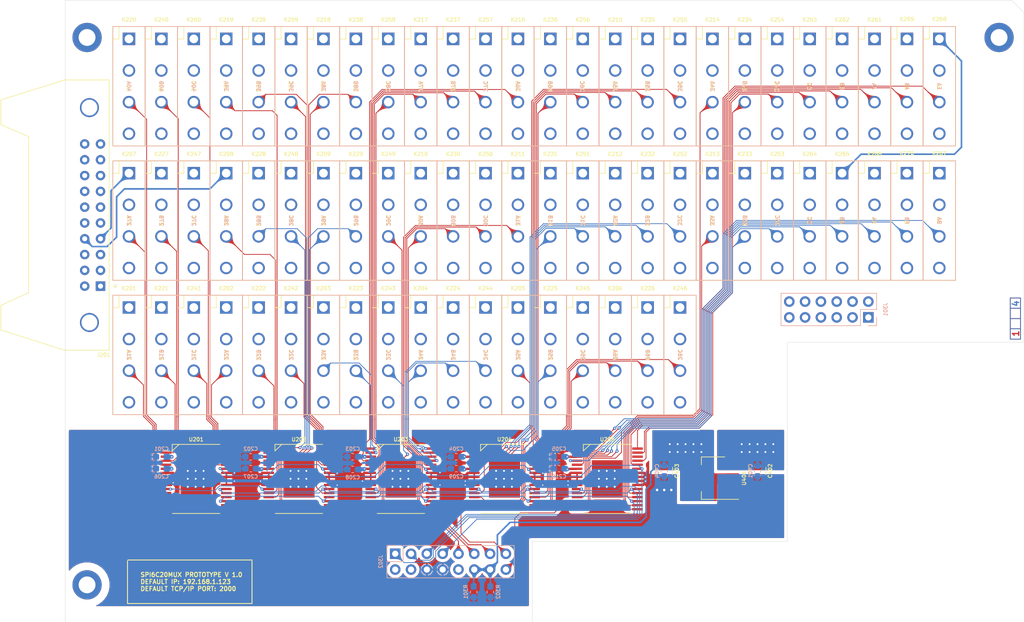
<source format=kicad_pcb>
(kicad_pcb (version 20171130) (host pcbnew 5.1.9)
  (layers (0 Top signal) (1 GND signal hide) (2 Power signal) (31 Bottom signal) (34 B.Paste user) (35 F.Paste user) (36 B.SilkS user) (37 F.SilkS user) (38 B.Mask user) (39 F.Mask user) (44 Edge.Cuts user))
  (net 0 "")
  (net 1 GND)
  (net 2 +3V3)
  (net 3 +5V)
  (net 4 /Connector/F)
  (net 5 /Connector/E)
  (net 6 /Connector/D)
  (net 7 /Connector/C)
  (net 8 /Connector/B)
  (net 9 /Connector/A)
  (net 10 /Connector/RELAY2_~CS4)
  (net 11 /Connector/RELAY2_~CS3)
  (net 12 /Connector/RELAY2_~CS2)
  (net 13 /Connector/RELAY2_~CS1)
  (net 14 /Connector/RELAY2_~CS0)
  (net 15 /Connector/RELAY2_~RST)
  (net 16 /Connector/RELAY2_SI)
  (net 17 /Connector/RELAY2_SO)
  (net 18 /Connector/RELAY2_SCLK)
  (net 19 /Relays/RELAYA)
  (net 20 /Relays/RELAYB)
  (net 21 /Relays/RELAYC)
  (net 22 /Relays/RELAYD)
  (net 23 /Relays/RELAYE)
  (net 24 /Relays/RELAYF)
  (net 25 /Relays/PIN40)
  (net 26 /Relays/PIN39)
  (net 27 /Relays/PIN38)
  (net 28 /Relays/PIN37)
  (net 29 /Relays/PIN36)
  (net 30 /Relays/PIN35)
  (net 31 /Relays/PIN34)
  (net 32 /Relays/PIN32)
  (net 33 /Relays/PIN31)
  (net 34 /Relays/PIN30)
  (net 35 /Relays/PIN29)
  (net 36 /Relays/PIN28)
  (net 37 /Relays/PIN27)
  (net 38 /Relays/PIN26)
  (net 39 /Relays/PIN25)
  (net 40 /Relays/PIN24)
  (net 41 /Relays/PIN23)
  (net 42 /Relays/PIN22)
  (net 43 /Relays/PIN21)
  (net 44 /Relays/PIN21A)
  (net 45 /Relays/RELAY21A)
  (net 46 /Relays/RELAY23A)
  (net 47 /Relays/RELAY24A)
  (net 48 /Relays/RELAY25A)
  (net 49 /Relays/RELAY26A)
  (net 50 /Relays/RELAY27A)
  (net 51 /Relays/RELAY28A)
  (net 52 /Relays/RELAY29A)
  (net 53 /Relays/RELAY30A)
  (net 54 /Relays/RELAY31A)
  (net 55 /Relays/RELAY32A)
  (net 56 /Relays/RELAY33A)
  (net 57 /Relays/PIN33)
  (net 58 /Relays/RELAY34A)
  (net 59 /Relays/RELAY35A)
  (net 60 /Relays/RELAY36A)
  (net 61 /Relays/RELAY37A)
  (net 62 /Relays/RELAY38A)
  (net 63 /Relays/RELAY39A)
  (net 64 /Relays/RELAY40A)
  (net 65 /Relays/PIN21B)
  (net 66 /Relays/RELAY21B)
  (net 67 /Relays/RELAY23B)
  (net 68 /Relays/RELAY24B)
  (net 69 /Relays/RELAY25B)
  (net 70 /Relays/RELAY26B)
  (net 71 /Relays/RELAY27B)
  (net 72 /Relays/RELAY28B)
  (net 73 /Relays/RELAY29B)
  (net 74 /Relays/RELAY30B)
  (net 75 /Relays/RELAY31B)
  (net 76 /Relays/RELAY32B)
  (net 77 /Relays/RELAY33B)
  (net 78 /Relays/RELAY34B)
  (net 79 /Relays/RELAY35B)
  (net 80 /Relays/RELAY36B)
  (net 81 /Relays/RELAY37B)
  (net 82 /Relays/RELAY38B)
  (net 83 /Relays/RELAY39B)
  (net 84 /Relays/RELAY40B)
  (net 85 /Relays/PIN21C)
  (net 86 /Relays/RELAY21C)
  (net 87 /Relays/RELAY22C)
  (net 88 /Relays/RELAY23C)
  (net 89 /Relays/RELAY24C)
  (net 90 /Relays/RELAY25C)
  (net 91 /Relays/RELAY26C)
  (net 92 /Relays/RELAY27C)
  (net 93 /Relays/RELAY28C)
  (net 94 /Relays/RELAY29C)
  (net 95 /Relays/RELAY30C)
  (net 96 /Relays/RELAY31C)
  (net 97 /Relays/RELAY32C)
  (net 98 /Relays/RELAY33C)
  (net 99 /Relays/RELAY34C)
  (net 100 /Relays/RELAY35C)
  (net 101 /Relays/RELAY36C)
  (net 102 /Relays/RELAY37C)
  (net 103 /Relays/RELAY38C)
  (net 104 /Relays/RELAY39C)
  (net 105 /Relays/RELAY40C)
  (net 106 /Relays/RELAY22A)
  (net 107 /Relays/RELAY22B)
  (net 108 /Relays/RELAYBA)
  (net 109 /Relays/RELAYEA)
  (net 110 /Relays/RELAYAB)
  (net 111 /Relays/RELAYFA)
  (module Capacitor_SMD:C_0603_1608Metric_Pad1.05x0.95mm_HandSolder (layer Bottom) (at 156.21 115.697 270)
    (fp_text reference C404 (at 0 1.143 90) (layer B.SilkS) (effects (font (size 0.6 0.6) (thickness 0.12)) (justify mirror)))
    (fp_text value 100n)
    (pad 2 smd roundrect (at 0.875 0 270) (size 1.05 0.95) (layers Bottom B.Paste B.Mask) (net 1 GND))
    (pad 1 smd roundrect (at -0.875 0 270) (size 1.05 0.95) (layers Bottom B.Paste B.Mask) (net 2 +3V3))
  )
  (module Connector_PinHeader_2.54mm:PinHeader_2x06_P2.54mm_Vertical (layer Bottom) (at 189 91 90)
    (fp_text reference J301 (at 1.27 2.77 90) (layer B.SilkS) (effects (font (size 0.6 0.6) (thickness 0.12)) (justify mirror)))
    (fp_text value Conn_02x06_Odd_Even)
    (pad 12 thru_hole oval (at 2.54 -12.7 90) (size 1.7 1.7) (drill 1) (layers *.Cu *.Mask) (net 6 /Connector/D))
    (pad 11 thru_hole oval (at 0 -12.7 90) (size 1.7 1.7) (drill 1) (layers *.Cu *.Mask) (net 6 /Connector/D))
    (pad 10 thru_hole oval (at 2.54 -10.16 90) (size 1.7 1.7) (drill 1) (layers *.Cu *.Mask) (net 5 /Connector/E))
    (pad 9 thru_hole oval (at 0 -10.16 90) (size 1.7 1.7) (drill 1) (layers *.Cu *.Mask) (net 5 /Connector/E))
    (pad 8 thru_hole oval (at 2.54 -7.62 90) (size 1.7 1.7) (drill 1) (layers *.Cu *.Mask) (net 4 /Connector/F))
    (pad 7 thru_hole oval (at 0 -7.62 90) (size 1.7 1.7) (drill 1) (layers *.Cu *.Mask) (net 4 /Connector/F))
    (pad 6 thru_hole oval (at 2.54 -5.08 90) (size 1.7 1.7) (drill 1) (layers *.Cu *.Mask) (net 7 /Connector/C))
    (pad 5 thru_hole oval (at 0 -5.08 90) (size 1.7 1.7) (drill 1) (layers *.Cu *.Mask) (net 7 /Connector/C))
    (pad 4 thru_hole oval (at 2.54 -2.54 90) (size 1.7 1.7) (drill 1) (layers *.Cu *.Mask) (net 8 /Connector/B))
    (pad 3 thru_hole oval (at 0 -2.54 90) (size 1.7 1.7) (drill 1) (layers *.Cu *.Mask) (net 8 /Connector/B))
    (pad 2 thru_hole oval (at 2.54 0 90) (size 1.7 1.7) (drill 1) (layers *.Cu *.Mask) (net 9 /Connector/A))
    (pad 1 thru_hole rect (at 0 0 90) (size 1.7 1.7) (drill 1) (layers *.Cu *.Mask) (net 9 /Connector/A))
  )
  (module MountingHole:MountingHole_2.7mm_M2.5_DIN965_Pad (layer Top) (at 210 46)
    (fp_text reference H103)
    (fp_text value MountingHole)
    (pad 1 thru_hole circle (at 0 0) (size 4.7 4.7) (drill 2.7) (layers *.Cu *.Mask))
  )
  (module MountingHole:MountingHole_2.7mm_M2.5_DIN965_Pad (layer Top) (at 63.5 134)
    (fp_text reference H102)
    (fp_text value MountingHole)
    (pad 1 thru_hole circle (at 0 0) (size 4.7 4.7) (drill 2.7) (layers *.Cu *.Mask) (clearance 1.27))
  )
  (module MountingHole:MountingHole_2.7mm_M2.5_DIN965_Pad (layer Top) (at 63.5 46)
    (fp_text reference H101)
    (fp_text value MountingHole)
    (pad 1 thru_hole circle (at 0 0) (size 4.7 4.7) (drill 2.7) (layers *.Cu *.Mask) (clearance 1.27))
  )
  (module ETH6C20MUX:HE360_x-5331272-5 (layer Top) (at 195.199 75.438 270)
    (fp_text reference K270 (at -10.795 0 180) (layer F.SilkS) (effects (font (size 0.6 0.6) (thickness 0.12))))
    (fp_text value HE3621A0510)
    (pad 4 thru_hole circle (at 7.62 0 270) (size 2 2) (drill 1.4) (layers *.Cu *.Mask) (net 65 /Relays/PIN21B))
    (pad 3 thru_hole circle (at 2.54 0 270) (size 2 2) (drill 1.4) (layers *.Cu *.Mask) (net 111 /Relays/RELAYFA))
    (pad 2 thru_hole circle (at -2.54 0 270) (size 2 2) (drill 1.4) (layers *.Cu *.Mask) (net 3 +5V))
    (pad 1 thru_hole rect (at -7.62 0 270) (size 2 2) (drill 1.4) (layers *.Cu *.Mask) (net 4 /Connector/F))
  )
  (module ETH6C20MUX:HE360_x-5331272-5 (layer Top) (at 195.2066 53.848 270)
    (fp_text reference K269 (at -10.795 0 180) (layer F.SilkS) (effects (font (size 0.6 0.6) (thickness 0.12))))
    (fp_text value HE3621A0510)
    (pad 4 thru_hole circle (at 7.62 0 270) (size 2 2) (drill 1.4) (layers *.Cu *.Mask) (net 65 /Relays/PIN21B))
    (pad 3 thru_hole circle (at 2.54 0 270) (size 2 2) (drill 1.4) (layers *.Cu *.Mask) (net 110 /Relays/RELAYAB))
    (pad 2 thru_hole circle (at -2.54 0 270) (size 2 2) (drill 1.4) (layers *.Cu *.Mask) (net 3 +5V))
    (pad 1 thru_hole rect (at -7.62 0 270) (size 2 2) (drill 1.4) (layers *.Cu *.Mask) (net 9 /Connector/A))
  )
  (module ETH6C20MUX:HE360_x-5331272-5 (layer Top) (at 200.406 53.848 270)
    (fp_text reference K268 (at -10.795 0 180) (layer F.SilkS) (effects (font (size 0.6 0.6) (thickness 0.12))))
    (fp_text value HE3621A0510)
    (pad 4 thru_hole circle (at 7.62 0 270) (size 2 2) (drill 1.4) (layers *.Cu *.Mask) (net 44 /Relays/PIN21A))
    (pad 3 thru_hole circle (at 2.54 0 270) (size 2 2) (drill 1.4) (layers *.Cu *.Mask) (net 109 /Relays/RELAYEA))
    (pad 2 thru_hole circle (at -2.54 0 270) (size 2 2) (drill 1.4) (layers *.Cu *.Mask) (net 3 +5V))
    (pad 1 thru_hole rect (at -7.62 0 270) (size 2 2) (drill 1.4) (layers *.Cu *.Mask) (net 5 /Connector/E))
  )
  (module ETH6C20MUX:HE360_x-5331272-5 (layer Top) (at 200.406 75.438 270)
    (fp_text reference K267 (at -10.795 0 180) (layer F.SilkS) (effects (font (size 0.6 0.6) (thickness 0.12))))
    (fp_text value HE3621A0510)
    (pad 4 thru_hole circle (at 7.62 0 270) (size 2 2) (drill 1.4) (layers *.Cu *.Mask) (net 44 /Relays/PIN21A))
    (pad 3 thru_hole circle (at 2.54 0 270) (size 2 2) (drill 1.4) (layers *.Cu *.Mask) (net 108 /Relays/RELAYBA))
    (pad 2 thru_hole circle (at -2.54 0 270) (size 2 2) (drill 1.4) (layers *.Cu *.Mask) (net 3 +5V))
    (pad 1 thru_hole rect (at -7.62 0 270) (size 2 2) (drill 1.4) (layers *.Cu *.Mask) (net 8 /Connector/B))
  )
  (module Resistor_SMD:R_0603_1608Metric_Pad1.05x0.95mm_HandSolder (layer Bottom) (at 128.27 135.128 270)
    (fp_text reference R302 (at 0 -1.27 90) (layer B.SilkS) (effects (font (size 0.6 0.6) (thickness 0.12)) (justify mirror)))
    (fp_text value 10k)
    (pad 2 smd roundrect (at 0.875 0 270) (size 1.05 0.95) (layers Bottom B.Paste B.Mask) (net 1 GND))
    (pad 1 smd roundrect (at -0.875 0 270) (size 1.05 0.95) (layers Bottom B.Paste B.Mask) (net 2 +3V3))
  )
  (module Resistor_SMD:R_0603_1608Metric_Pad1.05x0.95mm_HandSolder (layer Bottom) (at 125.603 135.128 270)
    (fp_text reference R301 (at 0 1.27 90) (layer B.SilkS) (effects (font (size 0.6 0.6) (thickness 0.12)) (justify mirror)))
    (fp_text value 10k)
    (pad 2 smd roundrect (at 0.875 0 270) (size 1.05 0.95) (layers Bottom B.Paste B.Mask) (net 1 GND))
    (pad 1 smd roundrect (at -0.875 0 270) (size 1.05 0.95) (layers Bottom B.Paste B.Mask) (net 2 +3V3))
  )
  (module ETH6C20MUX:HE360_x-5331272-5 (layer Top) (at 189.992 75.438 270)
    (fp_text reference K266 (at -10.7 0 180) (layer F.SilkS) (effects (font (size 0.6 0.6) (thickness 0.12))))
    (fp_text value HE3621A0510)
    (pad 4 thru_hole circle (at 7.62 0 270) (size 2 2) (drill 1.4) (layers *.Cu *.Mask) (net 44 /Relays/PIN21A))
    (pad 3 thru_hole circle (at 2.54 0 270) (size 2 2) (drill 1.4) (layers *.Cu *.Mask) (net 24 /Relays/RELAYF))
    (pad 2 thru_hole circle (at -2.54 0 270) (size 2 2) (drill 1.4) (layers *.Cu *.Mask) (net 3 +5V))
    (pad 1 thru_hole rect (at -7.62 0 270) (size 2 2) (drill 1.4) (layers *.Cu *.Mask) (net 4 /Connector/F))
  )
  (module ETH6C20MUX:HE360_x-5331272-5 (layer Top) (at 184.785 75.438 270)
    (fp_text reference K265 (at -10.7 0 180) (layer F.SilkS) (effects (font (size 0.6 0.6) (thickness 0.12))))
    (fp_text value HE3621A0510)
    (pad 4 thru_hole circle (at 7.62 0 270) (size 2 2) (drill 1.4) (layers *.Cu *.Mask) (net 65 /Relays/PIN21B))
    (pad 3 thru_hole circle (at 2.54 0 270) (size 2 2) (drill 1.4) (layers *.Cu *.Mask) (net 23 /Relays/RELAYE))
    (pad 2 thru_hole circle (at -2.54 0 270) (size 2 2) (drill 1.4) (layers *.Cu *.Mask) (net 3 +5V))
    (pad 1 thru_hole rect (at -7.62 0 270) (size 2 2) (drill 1.4) (layers *.Cu *.Mask) (net 5 /Connector/E))
  )
  (module ETH6C20MUX:HE360_x-5331272-5 (layer Top) (at 179.578 75.438 270)
    (fp_text reference K264 (at -10.7 0 180) (layer F.SilkS) (effects (font (size 0.6 0.6) (thickness 0.12))))
    (fp_text value HE3621A0510)
    (pad 4 thru_hole circle (at 7.62 0 270) (size 2 2) (drill 1.4) (layers *.Cu *.Mask) (net 85 /Relays/PIN21C))
    (pad 3 thru_hole circle (at 2.54 0 270) (size 2 2) (drill 1.4) (layers *.Cu *.Mask) (net 22 /Relays/RELAYD))
    (pad 2 thru_hole circle (at -2.54 0 270) (size 2 2) (drill 1.4) (layers *.Cu *.Mask) (net 3 +5V))
    (pad 1 thru_hole rect (at -7.62 0 270) (size 2 2) (drill 1.4) (layers *.Cu *.Mask) (net 6 /Connector/D))
  )
  (module ETH6C20MUX:HE360_x-5331272-5 (layer Top) (at 179.578 53.848 270)
    (fp_text reference K263 (at -10.7 0 180) (layer F.SilkS) (effects (font (size 0.6 0.6) (thickness 0.12))))
    (fp_text value HE3621A0510)
    (pad 4 thru_hole circle (at 7.62 0 270) (size 2 2) (drill 1.4) (layers *.Cu *.Mask) (net 85 /Relays/PIN21C))
    (pad 3 thru_hole circle (at 2.54 0 270) (size 2 2) (drill 1.4) (layers *.Cu *.Mask) (net 21 /Relays/RELAYC))
    (pad 2 thru_hole circle (at -2.54 0 270) (size 2 2) (drill 1.4) (layers *.Cu *.Mask) (net 3 +5V))
    (pad 1 thru_hole rect (at -7.62 0 270) (size 2 2) (drill 1.4) (layers *.Cu *.Mask) (net 7 /Connector/C))
  )
  (module ETH6C20MUX:HE360_x-5331272-5 (layer Top) (at 184.785 53.848 270)
    (fp_text reference K262 (at -10.7 0) (layer F.SilkS) (effects (font (size 0.6 0.6) (thickness 0.12))))
    (fp_text value HE3621A0510)
    (pad 4 thru_hole circle (at 7.62 0 270) (size 2 2) (drill 1.4) (layers *.Cu *.Mask) (net 65 /Relays/PIN21B))
    (pad 3 thru_hole circle (at 2.54 0 270) (size 2 2) (drill 1.4) (layers *.Cu *.Mask) (net 20 /Relays/RELAYB))
    (pad 2 thru_hole circle (at -2.54 0 270) (size 2 2) (drill 1.4) (layers *.Cu *.Mask) (net 3 +5V))
    (pad 1 thru_hole rect (at -7.62 0 270) (size 2 2) (drill 1.4) (layers *.Cu *.Mask) (net 8 /Connector/B))
  )
  (module ETH6C20MUX:HE360_x-5331272-5 (layer Top) (at 189.992 53.848 270)
    (fp_text reference K261 (at -10.7 0 180) (layer F.SilkS) (effects (font (size 0.6 0.6) (thickness 0.12))))
    (fp_text value HE3621A0510)
    (pad 4 thru_hole circle (at 7.62 0 270) (size 2 2) (drill 1.4) (layers *.Cu *.Mask) (net 44 /Relays/PIN21A))
    (pad 3 thru_hole circle (at 2.54 0 270) (size 2 2) (drill 1.4) (layers *.Cu *.Mask) (net 19 /Relays/RELAYA))
    (pad 2 thru_hole circle (at -2.54 0 270) (size 2 2) (drill 1.4) (layers *.Cu *.Mask) (net 3 +5V))
    (pad 1 thru_hole rect (at -7.62 0 270) (size 2 2) (drill 1.4) (layers *.Cu *.Mask) (net 9 /Connector/A))
  )
  (module ETH6C20MUX:HE360_x-5331272-5 (layer Top) (at 80.645 53.848 270)
    (fp_text reference K260 (at -10.7 0 180) (layer F.SilkS) (effects (font (size 0.6 0.6) (thickness 0.12))))
    (fp_text value HE3621A0510)
    (pad 4 thru_hole circle (at 7.62 0 270) (size 2 2) (drill 1.4) (layers *.Cu *.Mask) (net 85 /Relays/PIN21C))
    (pad 3 thru_hole circle (at 2.54 0 270) (size 2 2) (drill 1.4) (layers *.Cu *.Mask) (net 105 /Relays/RELAY40C))
    (pad 2 thru_hole circle (at -2.54 0 270) (size 2 2) (drill 1.4) (layers *.Cu *.Mask) (net 3 +5V))
    (pad 1 thru_hole rect (at -7.62 0 270) (size 2 2) (drill 1.4) (layers *.Cu *.Mask) (net 25 /Relays/PIN40))
  )
  (module ETH6C20MUX:HE360_x-5331272-5 (layer Top) (at 96.266 53.848 270)
    (fp_text reference K259 (at -10.7 0 180) (layer F.SilkS) (effects (font (size 0.6 0.6) (thickness 0.12))))
    (fp_text value HE3621A0510)
    (pad 4 thru_hole circle (at 7.62 0 270) (size 2 2) (drill 1.4) (layers *.Cu *.Mask) (net 85 /Relays/PIN21C))
    (pad 3 thru_hole circle (at 2.54 0 270) (size 2 2) (drill 1.4) (layers *.Cu *.Mask) (net 104 /Relays/RELAY39C))
    (pad 2 thru_hole circle (at -2.54 0 270) (size 2 2) (drill 1.4) (layers *.Cu *.Mask) (net 3 +5V))
    (pad 1 thru_hole rect (at -7.62 0 270) (size 2 2) (drill 1.4) (layers *.Cu *.Mask) (net 26 /Relays/PIN39))
  )
  (module ETH6C20MUX:HE360_x-5331272-5 (layer Top) (at 111.887 53.848 270)
    (fp_text reference K258 (at -10.7 0 180) (layer F.SilkS) (effects (font (size 0.6 0.6) (thickness 0.12))))
    (fp_text value HE3621A0510)
    (pad 4 thru_hole circle (at 7.62 0 270) (size 2 2) (drill 1.4) (layers *.Cu *.Mask) (net 85 /Relays/PIN21C))
    (pad 3 thru_hole circle (at 2.54 0 270) (size 2 2) (drill 1.4) (layers *.Cu *.Mask) (net 103 /Relays/RELAY38C))
    (pad 2 thru_hole circle (at -2.54 0 270) (size 2 2) (drill 1.4) (layers *.Cu *.Mask) (net 3 +5V))
    (pad 1 thru_hole rect (at -7.62 0 270) (size 2 2) (drill 1.4) (layers *.Cu *.Mask) (net 27 /Relays/PIN38))
  )
  (module ETH6C20MUX:HE360_x-5331272-5 (layer Top) (at 127.508 53.848 270)
    (fp_text reference K257 (at -10.7 0 180) (layer F.SilkS) (effects (font (size 0.6 0.6) (thickness 0.12))))
    (fp_text value HE3621A0510)
    (pad 4 thru_hole circle (at 7.62 0 270) (size 2 2) (drill 1.4) (layers *.Cu *.Mask) (net 85 /Relays/PIN21C))
    (pad 3 thru_hole circle (at 2.54 0 270) (size 2 2) (drill 1.4) (layers *.Cu *.Mask) (net 102 /Relays/RELAY37C))
    (pad 2 thru_hole circle (at -2.54 0 270) (size 2 2) (drill 1.4) (layers *.Cu *.Mask) (net 3 +5V))
    (pad 1 thru_hole rect (at -7.62 0 270) (size 2 2) (drill 1.4) (layers *.Cu *.Mask) (net 28 /Relays/PIN37))
  )
  (module ETH6C20MUX:HE360_x-5331272-5 (layer Top) (at 143.129 53.848 270)
    (fp_text reference K256 (at -10.7 0 180) (layer F.SilkS) (effects (font (size 0.6 0.6) (thickness 0.12))))
    (fp_text value HE3621A0510)
    (pad 4 thru_hole circle (at 7.62 0 270) (size 2 2) (drill 1.4) (layers *.Cu *.Mask) (net 85 /Relays/PIN21C))
    (pad 3 thru_hole circle (at 2.54 0 270) (size 2 2) (drill 1.4) (layers *.Cu *.Mask) (net 101 /Relays/RELAY36C))
    (pad 2 thru_hole circle (at -2.54 0 270) (size 2 2) (drill 1.4) (layers *.Cu *.Mask) (net 3 +5V))
    (pad 1 thru_hole rect (at -7.62 0 270) (size 2 2) (drill 1.4) (layers *.Cu *.Mask) (net 29 /Relays/PIN36))
  )
  (module ETH6C20MUX:HE360_x-5331272-5 (layer Top) (at 158.75 53.848 270)
    (fp_text reference K255 (at -10.7 0 180) (layer F.SilkS) (effects (font (size 0.6 0.6) (thickness 0.12))))
    (fp_text value HE3621A0510)
    (pad 4 thru_hole circle (at 7.62 0 270) (size 2 2) (drill 1.4) (layers *.Cu *.Mask) (net 85 /Relays/PIN21C))
    (pad 3 thru_hole circle (at 2.54 0 270) (size 2 2) (drill 1.4) (layers *.Cu *.Mask) (net 100 /Relays/RELAY35C))
    (pad 2 thru_hole circle (at -2.54 0 270) (size 2 2) (drill 1.4) (layers *.Cu *.Mask) (net 3 +5V))
    (pad 1 thru_hole rect (at -7.62 0 270) (size 2 2) (drill 1.4) (layers *.Cu *.Mask) (net 30 /Relays/PIN35))
  )
  (module ETH6C20MUX:HE360_x-5331272-5 (layer Top) (at 174.371 53.848 270)
    (fp_text reference K254 (at -10.7 0 180) (layer F.SilkS) (effects (font (size 0.6 0.6) (thickness 0.12))))
    (fp_text value HE3621A0510)
    (pad 4 thru_hole circle (at 7.62 0 270) (size 2 2) (drill 1.4) (layers *.Cu *.Mask) (net 85 /Relays/PIN21C))
    (pad 3 thru_hole circle (at 2.54 0 270) (size 2 2) (drill 1.4) (layers *.Cu *.Mask) (net 99 /Relays/RELAY34C))
    (pad 2 thru_hole circle (at -2.54 0 270) (size 2 2) (drill 1.4) (layers *.Cu *.Mask) (net 3 +5V))
    (pad 1 thru_hole rect (at -7.62 0 270) (size 2 2) (drill 1.4) (layers *.Cu *.Mask) (net 31 /Relays/PIN34))
  )
  (module ETH6C20MUX:HE360_x-5331272-5 (layer Top) (at 174.371 75.438 270)
    (fp_text reference K253 (at -10.7 0 180) (layer F.SilkS) (effects (font (size 0.6 0.6) (thickness 0.12))))
    (fp_text value HE3621A0510)
    (pad 4 thru_hole circle (at 7.62 0 270) (size 2 2) (drill 1.4) (layers *.Cu *.Mask) (net 85 /Relays/PIN21C))
    (pad 3 thru_hole circle (at 2.54 0 270) (size 2 2) (drill 1.4) (layers *.Cu *.Mask) (net 98 /Relays/RELAY33C))
    (pad 2 thru_hole circle (at -2.54 0 270) (size 2 2) (drill 1.4) (layers *.Cu *.Mask) (net 3 +5V))
    (pad 1 thru_hole rect (at -7.62 0 270) (size 2 2) (drill 1.4) (layers *.Cu *.Mask) (net 57 /Relays/PIN33))
  )
  (module ETH6C20MUX:HE360_x-5331272-5 (layer Top) (at 158.75 75.438 270)
    (fp_text reference K252 (at -10.7 0 180) (layer F.SilkS) (effects (font (size 0.6 0.6) (thickness 0.12))))
    (fp_text value HE3621A0510)
    (pad 4 thru_hole circle (at 7.62 0 270) (size 2 2) (drill 1.4) (layers *.Cu *.Mask) (net 85 /Relays/PIN21C))
    (pad 3 thru_hole circle (at 2.54 0 270) (size 2 2) (drill 1.4) (layers *.Cu *.Mask) (net 97 /Relays/RELAY32C))
    (pad 2 thru_hole circle (at -2.54 0 270) (size 2 2) (drill 1.4) (layers *.Cu *.Mask) (net 3 +5V))
    (pad 1 thru_hole rect (at -7.62 0 270) (size 2 2) (drill 1.4) (layers *.Cu *.Mask) (net 32 /Relays/PIN32))
  )
  (module ETH6C20MUX:HE360_x-5331272-5 (layer Top) (at 143.129 75.438 270)
    (fp_text reference K251 (at -10.7 0 180) (layer F.SilkS) (effects (font (size 0.6 0.6) (thickness 0.12))))
    (fp_text value HE3621A0510)
    (pad 4 thru_hole circle (at 7.62 0 270) (size 2 2) (drill 1.4) (layers *.Cu *.Mask) (net 85 /Relays/PIN21C))
    (pad 3 thru_hole circle (at 2.54 0 270) (size 2 2) (drill 1.4) (layers *.Cu *.Mask) (net 96 /Relays/RELAY31C))
    (pad 2 thru_hole circle (at -2.54 0 270) (size 2 2) (drill 1.4) (layers *.Cu *.Mask) (net 3 +5V))
    (pad 1 thru_hole rect (at -7.62 0 270) (size 2 2) (drill 1.4) (layers *.Cu *.Mask) (net 33 /Relays/PIN31))
  )
  (module ETH6C20MUX:HE360_x-5331272-5 (layer Top) (at 127.508 75.438 270)
    (fp_text reference K250 (at -10.7 0 180) (layer F.SilkS) (effects (font (size 0.6 0.6) (thickness 0.12))))
    (fp_text value HE3621A0510)
    (pad 4 thru_hole circle (at 7.62 0 270) (size 2 2) (drill 1.4) (layers *.Cu *.Mask) (net 85 /Relays/PIN21C))
    (pad 3 thru_hole circle (at 2.54 0 270) (size 2 2) (drill 1.4) (layers *.Cu *.Mask) (net 95 /Relays/RELAY30C))
    (pad 2 thru_hole circle (at -2.54 0 270) (size 2 2) (drill 1.4) (layers *.Cu *.Mask) (net 3 +5V))
    (pad 1 thru_hole rect (at -7.62 0 270) (size 2 2) (drill 1.4) (layers *.Cu *.Mask) (net 34 /Relays/PIN30))
  )
  (module ETH6C20MUX:HE360_x-5331272-5 (layer Top) (at 111.887 75.438 270)
    (fp_text reference K249 (at -10.7 0 180) (layer F.SilkS) (effects (font (size 0.6 0.6) (thickness 0.12))))
    (fp_text value HE3621A0510)
    (pad 4 thru_hole circle (at 7.62 0 270) (size 2 2) (drill 1.4) (layers *.Cu *.Mask) (net 85 /Relays/PIN21C))
    (pad 3 thru_hole circle (at 2.54 0 270) (size 2 2) (drill 1.4) (layers *.Cu *.Mask) (net 94 /Relays/RELAY29C))
    (pad 2 thru_hole circle (at -2.54 0 270) (size 2 2) (drill 1.4) (layers *.Cu *.Mask) (net 3 +5V))
    (pad 1 thru_hole rect (at -7.62 0 270) (size 2 2) (drill 1.4) (layers *.Cu *.Mask) (net 35 /Relays/PIN29))
  )
  (module ETH6C20MUX:HE360_x-5331272-5 (layer Top) (at 96.266 75.438 270)
    (fp_text reference K248 (at -10.7 0 180) (layer F.SilkS) (effects (font (size 0.6 0.6) (thickness 0.12))))
    (fp_text value HE3621A0510)
    (pad 4 thru_hole circle (at 7.62 0 270) (size 2 2) (drill 1.4) (layers *.Cu *.Mask) (net 85 /Relays/PIN21C))
    (pad 3 thru_hole circle (at 2.54 0 270) (size 2 2) (drill 1.4) (layers *.Cu *.Mask) (net 93 /Relays/RELAY28C))
    (pad 2 thru_hole circle (at -2.54 0 270) (size 2 2) (drill 1.4) (layers *.Cu *.Mask) (net 3 +5V))
    (pad 1 thru_hole rect (at -7.62 0 270) (size 2 2) (drill 1.4) (layers *.Cu *.Mask) (net 36 /Relays/PIN28))
  )
  (module ETH6C20MUX:HE360_x-5331272-5 (layer Top) (at 80.645 75.438 270)
    (fp_text reference K247 (at -10.7 0 180) (layer F.SilkS) (effects (font (size 0.6 0.6) (thickness 0.12))))
    (fp_text value HE3621A0510)
    (pad 4 thru_hole circle (at 7.62 0 270) (size 2 2) (drill 1.4) (layers *.Cu *.Mask) (net 85 /Relays/PIN21C))
    (pad 3 thru_hole circle (at 2.54 0 270) (size 2 2) (drill 1.4) (layers *.Cu *.Mask) (net 92 /Relays/RELAY27C))
    (pad 2 thru_hole circle (at -2.54 0 270) (size 2 2) (drill 1.4) (layers *.Cu *.Mask) (net 3 +5V))
    (pad 1 thru_hole rect (at -7.62 0 270) (size 2 2) (drill 1.4) (layers *.Cu *.Mask) (net 37 /Relays/PIN27))
  )
  (module ETH6C20MUX:HE360_x-5331272-5 (layer Top) (at 158.75 97.028 270)
    (fp_text reference K246 (at -10.7 0 180) (layer F.SilkS) (effects (font (size 0.6 0.6) (thickness 0.12))))
    (fp_text value HE3621A0510)
    (pad 4 thru_hole circle (at 7.62 0 270) (size 2 2) (drill 1.4) (layers *.Cu *.Mask) (net 85 /Relays/PIN21C))
    (pad 3 thru_hole circle (at 2.54 0 270) (size 2 2) (drill 1.4) (layers *.Cu *.Mask) (net 91 /Relays/RELAY26C))
    (pad 2 thru_hole circle (at -2.54 0 270) (size 2 2) (drill 1.4) (layers *.Cu *.Mask) (net 3 +5V))
    (pad 1 thru_hole rect (at -7.62 0 270) (size 2 2) (drill 1.4) (layers *.Cu *.Mask) (net 38 /Relays/PIN26))
  )
  (module ETH6C20MUX:HE360_x-5331272-5 (layer Top) (at 143.129 97.028 270)
    (fp_text reference K245 (at -10.7 0 180) (layer F.SilkS) (effects (font (size 0.6 0.6) (thickness 0.12))))
    (fp_text value HE3621A0510)
    (pad 4 thru_hole circle (at 7.62 0 270) (size 2 2) (drill 1.4) (layers *.Cu *.Mask) (net 85 /Relays/PIN21C))
    (pad 3 thru_hole circle (at 2.54 0 270) (size 2 2) (drill 1.4) (layers *.Cu *.Mask) (net 90 /Relays/RELAY25C))
    (pad 2 thru_hole circle (at -2.54 0 270) (size 2 2) (drill 1.4) (layers *.Cu *.Mask) (net 3 +5V))
    (pad 1 thru_hole rect (at -7.62 0 270) (size 2 2) (drill 1.4) (layers *.Cu *.Mask) (net 39 /Relays/PIN25))
  )
  (module ETH6C20MUX:HE360_x-5331272-5 (layer Top) (at 127.508 97.028 270)
    (fp_text reference K244 (at -10.7 0 180) (layer F.SilkS) (effects (font (size 0.6 0.6) (thickness 0.12))))
    (fp_text value HE3621A0510)
    (pad 4 thru_hole circle (at 7.62 0 270) (size 2 2) (drill 1.4) (layers *.Cu *.Mask) (net 85 /Relays/PIN21C))
    (pad 3 thru_hole circle (at 2.54 0 270) (size 2 2) (drill 1.4) (layers *.Cu *.Mask) (net 89 /Relays/RELAY24C))
    (pad 2 thru_hole circle (at -2.54 0 270) (size 2 2) (drill 1.4) (layers *.Cu *.Mask) (net 3 +5V))
    (pad 1 thru_hole rect (at -7.62 0 270) (size 2 2) (drill 1.4) (layers *.Cu *.Mask) (net 40 /Relays/PIN24))
  )
  (module ETH6C20MUX:HE360_x-5331272-5 (layer Top) (at 111.887 97.028 270)
    (fp_text reference K243 (at -10.7 0 180) (layer F.SilkS) (effects (font (size 0.6 0.6) (thickness 0.12))))
    (fp_text value HE3621A0510)
    (pad 4 thru_hole circle (at 7.62 0 270) (size 2 2) (drill 1.4) (layers *.Cu *.Mask) (net 85 /Relays/PIN21C))
    (pad 3 thru_hole circle (at 2.54 0 270) (size 2 2) (drill 1.4) (layers *.Cu *.Mask) (net 88 /Relays/RELAY23C))
    (pad 2 thru_hole circle (at -2.54 0 270) (size 2 2) (drill 1.4) (layers *.Cu *.Mask) (net 3 +5V))
    (pad 1 thru_hole rect (at -7.62 0 270) (size 2 2) (drill 1.4) (layers *.Cu *.Mask) (net 41 /Relays/PIN23))
  )
  (module ETH6C20MUX:HE360_x-5331272-5 (layer Top) (at 96.266 97.028 270)
    (fp_text reference K242 (at -10.7 0 180) (layer F.SilkS) (effects (font (size 0.6 0.6) (thickness 0.12))))
    (fp_text value HE3621A0510)
    (pad 4 thru_hole circle (at 7.62 0 270) (size 2 2) (drill 1.4) (layers *.Cu *.Mask) (net 85 /Relays/PIN21C))
    (pad 3 thru_hole circle (at 2.54 0 270) (size 2 2) (drill 1.4) (layers *.Cu *.Mask) (net 87 /Relays/RELAY22C))
    (pad 2 thru_hole circle (at -2.54 0 270) (size 2 2) (drill 1.4) (layers *.Cu *.Mask) (net 3 +5V))
    (pad 1 thru_hole rect (at -7.62 0 270) (size 2 2) (drill 1.4) (layers *.Cu *.Mask) (net 42 /Relays/PIN22))
  )
  (module ETH6C20MUX:HE360_x-5331272-5 (layer Top) (at 80.645 97.028 270)
    (fp_text reference K241 (at -10.7 0 180) (layer F.SilkS) (effects (font (size 0.6 0.6) (thickness 0.12))))
    (fp_text value HE3621A0510)
    (pad 4 thru_hole circle (at 7.62 0 270) (size 2 2) (drill 1.4) (layers *.Cu *.Mask) (net 85 /Relays/PIN21C))
    (pad 3 thru_hole circle (at 2.54 0 270) (size 2 2) (drill 1.4) (layers *.Cu *.Mask) (net 86 /Relays/RELAY21C))
    (pad 2 thru_hole circle (at -2.54 0 270) (size 2 2) (drill 1.4) (layers *.Cu *.Mask) (net 3 +5V))
    (pad 1 thru_hole rect (at -7.62 0 270) (size 2 2) (drill 1.4) (layers *.Cu *.Mask) (net 43 /Relays/PIN21))
  )
  (module ETH6C20MUX:HE360_x-5331272-5 (layer Top) (at 75.438 53.848 270)
    (fp_text reference K240 (at -10.7 0 180) (layer F.SilkS) (effects (font (size 0.6 0.6) (thickness 0.12))))
    (fp_text value HE3621A0510)
    (pad 4 thru_hole circle (at 7.62 0 270) (size 2 2) (drill 1.4) (layers *.Cu *.Mask) (net 65 /Relays/PIN21B))
    (pad 3 thru_hole circle (at 2.54 0 270) (size 2 2) (drill 1.4) (layers *.Cu *.Mask) (net 84 /Relays/RELAY40B))
    (pad 2 thru_hole circle (at -2.54 0 270) (size 2 2) (drill 1.4) (layers *.Cu *.Mask) (net 3 +5V))
    (pad 1 thru_hole rect (at -7.62 0 270) (size 2 2) (drill 1.4) (layers *.Cu *.Mask) (net 25 /Relays/PIN40))
  )
  (module ETH6C20MUX:HE360_x-5331272-5 (layer Top) (at 91.059 53.848 270)
    (fp_text reference K239 (at -10.7 0 180) (layer F.SilkS) (effects (font (size 0.6 0.6) (thickness 0.12))))
    (fp_text value HE3621A0510)
    (pad 4 thru_hole circle (at 7.62 0 270) (size 2 2) (drill 1.4) (layers *.Cu *.Mask) (net 65 /Relays/PIN21B))
    (pad 3 thru_hole circle (at 2.54 0 270) (size 2 2) (drill 1.4) (layers *.Cu *.Mask) (net 83 /Relays/RELAY39B))
    (pad 2 thru_hole circle (at -2.54 0 270) (size 2 2) (drill 1.4) (layers *.Cu *.Mask) (net 3 +5V))
    (pad 1 thru_hole rect (at -7.62 0 270) (size 2 2) (drill 1.4) (layers *.Cu *.Mask) (net 26 /Relays/PIN39))
  )
  (module ETH6C20MUX:HE360_x-5331272-5 (layer Top) (at 106.68 53.848 270)
    (fp_text reference K238 (at -10.7 0 180) (layer F.SilkS) (effects (font (size 0.6 0.6) (thickness 0.12))))
    (fp_text value HE3621A0510)
    (pad 4 thru_hole circle (at 7.62 0 270) (size 2 2) (drill 1.4) (layers *.Cu *.Mask) (net 65 /Relays/PIN21B))
    (pad 3 thru_hole circle (at 2.54 0 270) (size 2 2) (drill 1.4) (layers *.Cu *.Mask) (net 82 /Relays/RELAY38B))
    (pad 2 thru_hole circle (at -2.54 0 270) (size 2 2) (drill 1.4) (layers *.Cu *.Mask) (net 3 +5V))
    (pad 1 thru_hole rect (at -7.62 0 270) (size 2 2) (drill 1.4) (layers *.Cu *.Mask) (net 27 /Relays/PIN38))
  )
  (module ETH6C20MUX:HE360_x-5331272-5 (layer Top) (at 122.301 53.848 270)
    (fp_text reference K237 (at -10.7 0 180) (layer F.SilkS) (effects (font (size 0.6 0.6) (thickness 0.12))))
    (fp_text value HE3621A0510)
    (pad 4 thru_hole circle (at 7.62 0 270) (size 2 2) (drill 1.4) (layers *.Cu *.Mask) (net 65 /Relays/PIN21B))
    (pad 3 thru_hole circle (at 2.54 0 270) (size 2 2) (drill 1.4) (layers *.Cu *.Mask) (net 81 /Relays/RELAY37B))
    (pad 2 thru_hole circle (at -2.54 0 270) (size 2 2) (drill 1.4) (layers *.Cu *.Mask) (net 3 +5V))
    (pad 1 thru_hole rect (at -7.62 0 270) (size 2 2) (drill 1.4) (layers *.Cu *.Mask) (net 28 /Relays/PIN37))
  )
  (module ETH6C20MUX:HE360_x-5331272-5 (layer Top) (at 137.922 53.848 270)
    (fp_text reference K236 (at -10.7 0 180) (layer F.SilkS) (effects (font (size 0.6 0.6) (thickness 0.12))))
    (fp_text value HE3621A0510)
    (pad 4 thru_hole circle (at 7.62 0 270) (size 2 2) (drill 1.4) (layers *.Cu *.Mask) (net 65 /Relays/PIN21B))
    (pad 3 thru_hole circle (at 2.54 0 270) (size 2 2) (drill 1.4) (layers *.Cu *.Mask) (net 80 /Relays/RELAY36B))
    (pad 2 thru_hole circle (at -2.54 0 270) (size 2 2) (drill 1.4) (layers *.Cu *.Mask) (net 3 +5V))
    (pad 1 thru_hole rect (at -7.62 0 270) (size 2 2) (drill 1.4) (layers *.Cu *.Mask) (net 29 /Relays/PIN36))
  )
  (module ETH6C20MUX:HE360_x-5331272-5 (layer Top) (at 153.543 53.848 270)
    (fp_text reference K235 (at -10.7 0 180) (layer F.SilkS) (effects (font (size 0.6 0.6) (thickness 0.12))))
    (fp_text value HE3621A0510)
    (pad 4 thru_hole circle (at 7.62 0 270) (size 2 2) (drill 1.4) (layers *.Cu *.Mask) (net 65 /Relays/PIN21B))
    (pad 3 thru_hole circle (at 2.54 0 270) (size 2 2) (drill 1.4) (layers *.Cu *.Mask) (net 79 /Relays/RELAY35B))
    (pad 2 thru_hole circle (at -2.54 0 270) (size 2 2) (drill 1.4) (layers *.Cu *.Mask) (net 3 +5V))
    (pad 1 thru_hole rect (at -7.62 0 270) (size 2 2) (drill 1.4) (layers *.Cu *.Mask) (net 30 /Relays/PIN35))
  )
  (module ETH6C20MUX:HE360_x-5331272-5 (layer Top) (at 169.164 53.848 270)
    (fp_text reference K234 (at -10.7 0 180) (layer F.SilkS) (effects (font (size 0.6 0.6) (thickness 0.12))))
    (fp_text value HE3621A0510)
    (pad 4 thru_hole circle (at 7.62 0 270) (size 2 2) (drill 1.4) (layers *.Cu *.Mask) (net 65 /Relays/PIN21B))
    (pad 3 thru_hole circle (at 2.54 0 270) (size 2 2) (drill 1.4) (layers *.Cu *.Mask) (net 78 /Relays/RELAY34B))
    (pad 2 thru_hole circle (at -2.54 0 270) (size 2 2) (drill 1.4) (layers *.Cu *.Mask) (net 3 +5V))
    (pad 1 thru_hole rect (at -7.62 0 270) (size 2 2) (drill 1.4) (layers *.Cu *.Mask) (net 31 /Relays/PIN34))
  )
  (module ETH6C20MUX:HE360_x-5331272-5 (layer Top) (at 169.164 75.438 270)
    (fp_text reference K233 (at -10.7 0 180) (layer F.SilkS) (effects (font (size 0.6 0.6) (thickness 0.12))))
    (fp_text value HE3621A0510)
    (pad 4 thru_hole circle (at 7.62 0 270) (size 2 2) (drill 1.4) (layers *.Cu *.Mask) (net 65 /Relays/PIN21B))
    (pad 3 thru_hole circle (at 2.54 0 270) (size 2 2) (drill 1.4) (layers *.Cu *.Mask) (net 77 /Relays/RELAY33B))
    (pad 2 thru_hole circle (at -2.54 0 270) (size 2 2) (drill 1.4) (layers *.Cu *.Mask) (net 3 +5V))
    (pad 1 thru_hole rect (at -7.62 0 270) (size 2 2) (drill 1.4) (layers *.Cu *.Mask) (net 57 /Relays/PIN33))
  )
  (module ETH6C20MUX:HE360_x-5331272-5 (layer Top) (at 153.543 75.438 270)
    (fp_text reference K232 (at -10.7 0 180) (layer F.SilkS) (effects (font (size 0.6 0.6) (thickness 0.12))))
    (fp_text value HE3621A0510)
    (pad 4 thru_hole circle (at 7.62 0 270) (size 2 2) (drill 1.4) (layers *.Cu *.Mask) (net 65 /Relays/PIN21B))
    (pad 3 thru_hole circle (at 2.54 0 270) (size 2 2) (drill 1.4) (layers *.Cu *.Mask) (net 76 /Relays/RELAY32B))
    (pad 2 thru_hole circle (at -2.54 0 270) (size 2 2) (drill 1.4) (layers *.Cu *.Mask) (net 3 +5V))
    (pad 1 thru_hole rect (at -7.62 0 270) (size 2 2) (drill 1.4) (layers *.Cu *.Mask) (net 32 /Relays/PIN32))
  )
  (module ETH6C20MUX:HE360_x-5331272-5 (layer Top) (at 137.922 75.438 270)
    (fp_text reference K231 (at -10.7 0 180) (layer F.SilkS) (effects (font (size 0.6 0.6) (thickness 0.12))))
    (fp_text value HE3621A0510)
    (pad 4 thru_hole circle (at 7.62 0 270) (size 2 2) (drill 1.4) (layers *.Cu *.Mask) (net 65 /Relays/PIN21B))
    (pad 3 thru_hole circle (at 2.54 0 270) (size 2 2) (drill 1.4) (layers *.Cu *.Mask) (net 75 /Relays/RELAY31B))
    (pad 2 thru_hole circle (at -2.54 0 270) (size 2 2) (drill 1.4) (layers *.Cu *.Mask) (net 3 +5V))
    (pad 1 thru_hole rect (at -7.62 0 270) (size 2 2) (drill 1.4) (layers *.Cu *.Mask) (net 33 /Relays/PIN31))
  )
  (module ETH6C20MUX:HE360_x-5331272-5 (layer Top) (at 122.301 75.438 270)
    (fp_text reference K230 (at -10.7 0 180) (layer F.SilkS) (effects (font (size 0.6 0.6) (thickness 0.12))))
    (fp_text value HE3621A0510)
    (pad 4 thru_hole circle (at 7.62 0 270) (size 2 2) (drill 1.4) (layers *.Cu *.Mask) (net 65 /Relays/PIN21B))
    (pad 3 thru_hole circle (at 2.54 0 270) (size 2 2) (drill 1.4) (layers *.Cu *.Mask) (net 74 /Relays/RELAY30B))
    (pad 2 thru_hole circle (at -2.54 0 270) (size 2 2) (drill 1.4) (layers *.Cu *.Mask) (net 3 +5V))
    (pad 1 thru_hole rect (at -7.62 0 270) (size 2 2) (drill 1.4) (layers *.Cu *.Mask) (net 34 /Relays/PIN30))
  )
  (module ETH6C20MUX:HE360_x-5331272-5 (layer Top) (at 106.68 75.438 270)
    (fp_text reference K229 (at -10.7 0 180) (layer F.SilkS) (effects (font (size 0.6 0.6) (thickness 0.12))))
    (fp_text value HE3621A0510)
    (pad 4 thru_hole circle (at 7.62 0 270) (size 2 2) (drill 1.4) (layers *.Cu *.Mask) (net 65 /Relays/PIN21B))
    (pad 3 thru_hole circle (at 2.54 0 270) (size 2 2) (drill 1.4) (layers *.Cu *.Mask) (net 73 /Relays/RELAY29B))
    (pad 2 thru_hole circle (at -2.54 0 270) (size 2 2) (drill 1.4) (layers *.Cu *.Mask) (net 3 +5V))
    (pad 1 thru_hole rect (at -7.62 0 270) (size 2 2) (drill 1.4) (layers *.Cu *.Mask) (net 35 /Relays/PIN29))
  )
  (module ETH6C20MUX:HE360_x-5331272-5 (layer Top) (at 91.059 75.438 270)
    (fp_text reference K228 (at -10.7 0 180) (layer F.SilkS) (effects (font (size 0.6 0.6) (thickness 0.12))))
    (fp_text value HE3621A0510)
    (pad 4 thru_hole circle (at 7.62 0 270) (size 2 2) (drill 1.4) (layers *.Cu *.Mask) (net 65 /Relays/PIN21B))
    (pad 3 thru_hole circle (at 2.54 0 270) (size 2 2) (drill 1.4) (layers *.Cu *.Mask) (net 72 /Relays/RELAY28B))
    (pad 2 thru_hole circle (at -2.54 0 270) (size 2 2) (drill 1.4) (layers *.Cu *.Mask) (net 3 +5V))
    (pad 1 thru_hole rect (at -7.62 0 270) (size 2 2) (drill 1.4) (layers *.Cu *.Mask) (net 36 /Relays/PIN28))
  )
  (module ETH6C20MUX:HE360_x-5331272-5 (layer Top) (at 75.438 75.438 270)
    (fp_text reference K227 (at -10.7 0 180) (layer F.SilkS) (effects (font (size 0.6 0.6) (thickness 0.12))))
    (fp_text value HE3621A0510)
    (pad 4 thru_hole circle (at 7.62 0 270) (size 2 2) (drill 1.4) (layers *.Cu *.Mask) (net 65 /Relays/PIN21B))
    (pad 3 thru_hole circle (at 2.54 0 270) (size 2 2) (drill 1.4) (layers *.Cu *.Mask) (net 71 /Relays/RELAY27B))
    (pad 2 thru_hole circle (at -2.54 0 270) (size 2 2) (drill 1.4) (layers *.Cu *.Mask) (net 3 +5V))
    (pad 1 thru_hole rect (at -7.62 0 270) (size 2 2) (drill 1.4) (layers *.Cu *.Mask) (net 37 /Relays/PIN27))
  )
  (module ETH6C20MUX:HE360_x-5331272-5 (layer Top) (at 153.543 97.028 270)
    (fp_text reference K226 (at -10.7 0 180) (layer F.SilkS) (effects (font (size 0.6 0.6) (thickness 0.12))))
    (fp_text value HE3621A0510)
    (pad 4 thru_hole circle (at 7.62 0 270) (size 2 2) (drill 1.4) (layers *.Cu *.Mask) (net 65 /Relays/PIN21B))
    (pad 3 thru_hole circle (at 2.54 0 270) (size 2 2) (drill 1.4) (layers *.Cu *.Mask) (net 70 /Relays/RELAY26B))
    (pad 2 thru_hole circle (at -2.54 0 270) (size 2 2) (drill 1.4) (layers *.Cu *.Mask) (net 3 +5V))
    (pad 1 thru_hole rect (at -7.62 0 270) (size 2 2) (drill 1.4) (layers *.Cu *.Mask) (net 38 /Relays/PIN26))
  )
  (module ETH6C20MUX:HE360_x-5331272-5 (layer Top) (at 137.922 97.028 270)
    (fp_text reference K225 (at -10.7 0 180) (layer F.SilkS) (effects (font (size 0.6 0.6) (thickness 0.12))))
    (fp_text value HE3621A0510)
    (pad 4 thru_hole circle (at 7.62 0 270) (size 2 2) (drill 1.4) (layers *.Cu *.Mask) (net 65 /Relays/PIN21B))
    (pad 3 thru_hole circle (at 2.54 0 270) (size 2 2) (drill 1.4) (layers *.Cu *.Mask) (net 69 /Relays/RELAY25B))
    (pad 2 thru_hole circle (at -2.54 0 270) (size 2 2) (drill 1.4) (layers *.Cu *.Mask) (net 3 +5V))
    (pad 1 thru_hole rect (at -7.62 0 270) (size 2 2) (drill 1.4) (layers *.Cu *.Mask) (net 39 /Relays/PIN25))
  )
  (module ETH6C20MUX:HE360_x-5331272-5 (layer Top) (at 122.301 97.028 270)
    (fp_text reference K224 (at -10.7 0 180) (layer F.SilkS) (effects (font (size 0.6 0.6) (thickness 0.12))))
    (fp_text value HE3621A0510)
    (pad 4 thru_hole circle (at 7.62 0 270) (size 2 2) (drill 1.4) (layers *.Cu *.Mask) (net 65 /Relays/PIN21B))
    (pad 3 thru_hole circle (at 2.54 0 270) (size 2 2) (drill 1.4) (layers *.Cu *.Mask) (net 68 /Relays/RELAY24B))
    (pad 2 thru_hole circle (at -2.54 0 270) (size 2 2) (drill 1.4) (layers *.Cu *.Mask) (net 3 +5V))
    (pad 1 thru_hole rect (at -7.62 0 270) (size 2 2) (drill 1.4) (layers *.Cu *.Mask) (net 40 /Relays/PIN24))
  )
  (module ETH6C20MUX:HE360_x-5331272-5 (layer Top) (at 106.68 97.028 270)
    (fp_text reference K223 (at -10.7 0 180) (layer F.SilkS) (effects (font (size 0.6 0.6) (thickness 0.12))))
    (fp_text value HE3621A0510)
    (pad 4 thru_hole circle (at 7.62 0 270) (size 2 2) (drill 1.4) (layers *.Cu *.Mask) (net 65 /Relays/PIN21B))
    (pad 3 thru_hole circle (at 2.54 0 270) (size 2 2) (drill 1.4) (layers *.Cu *.Mask) (net 67 /Relays/RELAY23B))
    (pad 2 thru_hole circle (at -2.54 0 270) (size 2 2) (drill 1.4) (layers *.Cu *.Mask) (net 3 +5V))
    (pad 1 thru_hole rect (at -7.62 0 270) (size 2 2) (drill 1.4) (layers *.Cu *.Mask) (net 41 /Relays/PIN23))
  )
  (module ETH6C20MUX:HE360_x-5331272-5 (layer Top) (at 91.059 97.028 270)
    (fp_text reference K222 (at -10.7 0 180) (layer F.SilkS) (effects (font (size 0.6 0.6) (thickness 0.12))))
    (fp_text value HE3621A0510)
    (pad 4 thru_hole circle (at 7.62 0 270) (size 2 2) (drill 1.4) (layers *.Cu *.Mask) (net 65 /Relays/PIN21B))
    (pad 3 thru_hole circle (at 2.54 0 270) (size 2 2) (drill 1.4) (layers *.Cu *.Mask) (net 107 /Relays/RELAY22B))
    (pad 2 thru_hole circle (at -2.54 0 270) (size 2 2) (drill 1.4) (layers *.Cu *.Mask) (net 3 +5V))
    (pad 1 thru_hole rect (at -7.62 0 270) (size 2 2) (drill 1.4) (layers *.Cu *.Mask) (net 42 /Relays/PIN22))
  )
  (module ETH6C20MUX:HE360_x-5331272-5 (layer Top) (at 75.438 97.028 270)
    (fp_text reference K221 (at -10.7 0 180) (layer F.SilkS) (effects (font (size 0.6 0.6) (thickness 0.12))))
    (fp_text value HE3621A0510)
    (pad 4 thru_hole circle (at 7.62 0 270) (size 2 2) (drill 1.4) (layers *.Cu *.Mask) (net 65 /Relays/PIN21B))
    (pad 3 thru_hole circle (at 2.54 0 270) (size 2 2) (drill 1.4) (layers *.Cu *.Mask) (net 66 /Relays/RELAY21B))
    (pad 2 thru_hole circle (at -2.54 0 270) (size 2 2) (drill 1.4) (layers *.Cu *.Mask) (net 3 +5V))
    (pad 1 thru_hole rect (at -7.62 0 270) (size 2 2) (drill 1.4) (layers *.Cu *.Mask) (net 43 /Relays/PIN21))
  )
  (module ETH6C20MUX:HE360_x-5331272-5 (layer Top) (at 70.231 53.848 270)
    (fp_text reference K220 (at -10.7 0 180) (layer F.SilkS) (effects (font (size 0.6 0.6) (thickness 0.12))))
    (fp_text value HE3621A0510)
    (pad 4 thru_hole circle (at 7.62 0 270) (size 2 2) (drill 1.4) (layers *.Cu *.Mask) (net 44 /Relays/PIN21A))
    (pad 3 thru_hole circle (at 2.54 0 270) (size 2 2) (drill 1.4) (layers *.Cu *.Mask) (net 64 /Relays/RELAY40A))
    (pad 2 thru_hole circle (at -2.54 0 270) (size 2 2) (drill 1.4) (layers *.Cu *.Mask) (net 3 +5V))
    (pad 1 thru_hole rect (at -7.62 0 270) (size 2 2) (drill 1.4) (layers *.Cu *.Mask) (net 25 /Relays/PIN40))
  )
  (module ETH6C20MUX:HE360_x-5331272-5 (layer Top) (at 85.852 53.848 270)
    (fp_text reference K219 (at -10.7 0 180) (layer F.SilkS) (effects (font (size 0.6 0.6) (thickness 0.12))))
    (fp_text value HE3621A0510)
    (pad 4 thru_hole circle (at 7.62 0 270) (size 2 2) (drill 1.4) (layers *.Cu *.Mask) (net 44 /Relays/PIN21A))
    (pad 3 thru_hole circle (at 2.54 0 270) (size 2 2) (drill 1.4) (layers *.Cu *.Mask) (net 63 /Relays/RELAY39A))
    (pad 2 thru_hole circle (at -2.54 0 270) (size 2 2) (drill 1.4) (layers *.Cu *.Mask) (net 3 +5V))
    (pad 1 thru_hole rect (at -7.62 0 270) (size 2 2) (drill 1.4) (layers *.Cu *.Mask) (net 26 /Relays/PIN39))
  )
  (module ETH6C20MUX:HE360_x-5331272-5 (layer Top) (at 101.473 53.848 270)
    (fp_text reference K218 (at -10.7 0 180) (layer F.SilkS) (effects (font (size 0.6 0.6) (thickness 0.12))))
    (fp_text value HE3621A0510)
    (pad 4 thru_hole circle (at 7.62 0 270) (size 2 2) (drill 1.4) (layers *.Cu *.Mask) (net 44 /Relays/PIN21A))
    (pad 3 thru_hole circle (at 2.54 0 270) (size 2 2) (drill 1.4) (layers *.Cu *.Mask) (net 62 /Relays/RELAY38A))
    (pad 2 thru_hole circle (at -2.54 0 270) (size 2 2) (drill 1.4) (layers *.Cu *.Mask) (net 3 +5V))
    (pad 1 thru_hole rect (at -7.62 0 270) (size 2 2) (drill 1.4) (layers *.Cu *.Mask) (net 27 /Relays/PIN38))
  )
  (module ETH6C20MUX:HE360_x-5331272-5 (layer Top) (at 117.094 53.848 270)
    (fp_text reference K217 (at -10.7 0 180) (layer F.SilkS) (effects (font (size 0.6 0.6) (thickness 0.12))))
    (fp_text value HE3621A0510)
    (pad 4 thru_hole circle (at 7.62 0 270) (size 2 2) (drill 1.4) (layers *.Cu *.Mask) (net 44 /Relays/PIN21A))
    (pad 3 thru_hole circle (at 2.54 0 270) (size 2 2) (drill 1.4) (layers *.Cu *.Mask) (net 61 /Relays/RELAY37A))
    (pad 2 thru_hole circle (at -2.54 0 270) (size 2 2) (drill 1.4) (layers *.Cu *.Mask) (net 3 +5V))
    (pad 1 thru_hole rect (at -7.62 0 270) (size 2 2) (drill 1.4) (layers *.Cu *.Mask) (net 28 /Relays/PIN37))
  )
  (module ETH6C20MUX:HE360_x-5331272-5 (layer Top) (at 132.715 53.848 270)
    (fp_text reference K216 (at -10.7 0 180) (layer F.SilkS) (effects (font (size 0.6 0.6) (thickness 0.12))))
    (fp_text value HE3621A0510)
    (pad 4 thru_hole circle (at 7.62 0 270) (size 2 2) (drill 1.4) (layers *.Cu *.Mask) (net 44 /Relays/PIN21A))
    (pad 3 thru_hole circle (at 2.54 0 270) (size 2 2) (drill 1.4) (layers *.Cu *.Mask) (net 60 /Relays/RELAY36A))
    (pad 2 thru_hole circle (at -2.54 0 270) (size 2 2) (drill 1.4) (layers *.Cu *.Mask) (net 3 +5V))
    (pad 1 thru_hole rect (at -7.62 0 270) (size 2 2) (drill 1.4) (layers *.Cu *.Mask) (net 29 /Relays/PIN36))
  )
  (module ETH6C20MUX:HE360_x-5331272-5 (layer Top) (at 148.3436 53.848 270)
    (fp_text reference K215 (at -10.7 0 180) (layer F.SilkS) (effects (font (size 0.6 0.6) (thickness 0.12))))
    (fp_text value HE3621A0510)
    (pad 4 thru_hole circle (at 7.62 0 270) (size 2 2) (drill 1.4) (layers *.Cu *.Mask) (net 44 /Relays/PIN21A))
    (pad 3 thru_hole circle (at 2.54 0 270) (size 2 2) (drill 1.4) (layers *.Cu *.Mask) (net 59 /Relays/RELAY35A))
    (pad 2 thru_hole circle (at -2.54 0 270) (size 2 2) (drill 1.4) (layers *.Cu *.Mask) (net 3 +5V))
    (pad 1 thru_hole rect (at -7.62 0 270) (size 2 2) (drill 1.4) (layers *.Cu *.Mask) (net 30 /Relays/PIN35))
  )
  (module ETH6C20MUX:HE360_x-5331272-5 (layer Top) (at 163.957 53.848 270)
    (fp_text reference K214 (at -10.7 0 180) (layer F.SilkS) (effects (font (size 0.6 0.6) (thickness 0.12))))
    (fp_text value HE3621A0510)
    (pad 4 thru_hole circle (at 7.62 0 270) (size 2 2) (drill 1.4) (layers *.Cu *.Mask) (net 44 /Relays/PIN21A))
    (pad 3 thru_hole circle (at 2.54 0 270) (size 2 2) (drill 1.4) (layers *.Cu *.Mask) (net 58 /Relays/RELAY34A))
    (pad 2 thru_hole circle (at -2.54 0 270) (size 2 2) (drill 1.4) (layers *.Cu *.Mask) (net 3 +5V))
    (pad 1 thru_hole rect (at -7.62 0 270) (size 2 2) (drill 1.4) (layers *.Cu *.Mask) (net 31 /Relays/PIN34))
  )
  (module ETH6C20MUX:HE360_x-5331272-5 (layer Top) (at 163.957 75.438 270)
    (fp_text reference K213 (at -10.7 0 180) (layer F.SilkS) (effects (font (size 0.6 0.6) (thickness 0.12))))
    (fp_text value HE3621A0510)
    (pad 4 thru_hole circle (at 7.62 0 270) (size 2 2) (drill 1.4) (layers *.Cu *.Mask) (net 44 /Relays/PIN21A))
    (pad 3 thru_hole circle (at 2.54 0 270) (size 2 2) (drill 1.4) (layers *.Cu *.Mask) (net 56 /Relays/RELAY33A))
    (pad 2 thru_hole circle (at -2.54 0 270) (size 2 2) (drill 1.4) (layers *.Cu *.Mask) (net 3 +5V))
    (pad 1 thru_hole rect (at -7.62 0 270) (size 2 2) (drill 1.4) (layers *.Cu *.Mask) (net 57 /Relays/PIN33))
  )
  (module ETH6C20MUX:HE360_x-5331272-5 (layer Top) (at 148.336 75.438 270)
    (fp_text reference K212 (at -10.7 0 180) (layer F.SilkS) (effects (font (size 0.6 0.6) (thickness 0.12))))
    (fp_text value HE3621A0510)
    (pad 4 thru_hole circle (at 7.62 0 270) (size 2 2) (drill 1.4) (layers *.Cu *.Mask) (net 44 /Relays/PIN21A))
    (pad 3 thru_hole circle (at 2.54 0 270) (size 2 2) (drill 1.4) (layers *.Cu *.Mask) (net 55 /Relays/RELAY32A))
    (pad 2 thru_hole circle (at -2.54 0 270) (size 2 2) (drill 1.4) (layers *.Cu *.Mask) (net 3 +5V))
    (pad 1 thru_hole rect (at -7.62 0 270) (size 2 2) (drill 1.4) (layers *.Cu *.Mask) (net 32 /Relays/PIN32))
  )
  (module ETH6C20MUX:HE360_x-5331272-5 (layer Top) (at 132.715 75.438 270)
    (fp_text reference K211 (at -10.7 0 180) (layer F.SilkS) (effects (font (size 0.6 0.6) (thickness 0.12))))
    (fp_text value HE3621A0510)
    (pad 4 thru_hole circle (at 7.62 0 270) (size 2 2) (drill 1.4) (layers *.Cu *.Mask) (net 44 /Relays/PIN21A))
    (pad 3 thru_hole circle (at 2.54 0 270) (size 2 2) (drill 1.4) (layers *.Cu *.Mask) (net 54 /Relays/RELAY31A))
    (pad 2 thru_hole circle (at -2.54 0 270) (size 2 2) (drill 1.4) (layers *.Cu *.Mask) (net 3 +5V))
    (pad 1 thru_hole rect (at -7.62 0 270) (size 2 2) (drill 1.4) (layers *.Cu *.Mask) (net 33 /Relays/PIN31))
  )
  (module ETH6C20MUX:HE360_x-5331272-5 (layer Top) (at 117.094 75.438 270)
    (fp_text reference K210 (at -10.7 0 180) (layer F.SilkS) (effects (font (size 0.6 0.6) (thickness 0.12))))
    (fp_text value HE3621A0510)
    (pad 4 thru_hole circle (at 7.62 0 270) (size 2 2) (drill 1.4) (layers *.Cu *.Mask) (net 44 /Relays/PIN21A))
    (pad 3 thru_hole circle (at 2.54 0 270) (size 2 2) (drill 1.4) (layers *.Cu *.Mask) (net 53 /Relays/RELAY30A))
    (pad 2 thru_hole circle (at -2.54 0 270) (size 2 2) (drill 1.4) (layers *.Cu *.Mask) (net 3 +5V))
    (pad 1 thru_hole rect (at -7.62 0 270) (size 2 2) (drill 1.4) (layers *.Cu *.Mask) (net 34 /Relays/PIN30))
  )
  (module ETH6C20MUX:HE360_x-5331272-5 (layer Top) (at 101.473 75.438 270)
    (fp_text reference K209 (at -10.7 0 180) (layer F.SilkS) (effects (font (size 0.6 0.6) (thickness 0.12))))
    (fp_text value HE3621A0510)
    (pad 4 thru_hole circle (at 7.62 0 270) (size 2 2) (drill 1.4) (layers *.Cu *.Mask) (net 44 /Relays/PIN21A))
    (pad 3 thru_hole circle (at 2.54 0 270) (size 2 2) (drill 1.4) (layers *.Cu *.Mask) (net 52 /Relays/RELAY29A))
    (pad 2 thru_hole circle (at -2.54 0 270) (size 2 2) (drill 1.4) (layers *.Cu *.Mask) (net 3 +5V))
    (pad 1 thru_hole rect (at -7.62 0 270) (size 2 2) (drill 1.4) (layers *.Cu *.Mask) (net 35 /Relays/PIN29))
  )
  (module ETH6C20MUX:HE360_x-5331272-5 (layer Top) (at 85.852 75.438 270)
    (fp_text reference K208 (at -10.7 0 180) (layer F.SilkS) (effects (font (size 0.6 0.6) (thickness 0.12))))
    (fp_text value HE3621A0510)
    (pad 4 thru_hole circle (at 7.62 0 270) (size 2 2) (drill 1.4) (layers *.Cu *.Mask) (net 44 /Relays/PIN21A))
    (pad 3 thru_hole circle (at 2.54 0 270) (size 2 2) (drill 1.4) (layers *.Cu *.Mask) (net 51 /Relays/RELAY28A))
    (pad 2 thru_hole circle (at -2.54 0 270) (size 2 2) (drill 1.4) (layers *.Cu *.Mask) (net 3 +5V))
    (pad 1 thru_hole rect (at -7.62 0 270) (size 2 2) (drill 1.4) (layers *.Cu *.Mask) (net 36 /Relays/PIN28))
  )
  (module ETH6C20MUX:HE360_x-5331272-5 (layer Top) (at 70.231 75.438 270)
    (fp_text reference K207 (at -10.7 0) (layer F.SilkS) (effects (font (size 0.6 0.6) (thickness 0.12))))
    (fp_text value HE3621A0510)
    (pad 4 thru_hole circle (at 7.62 0 270) (size 2 2) (drill 1.4) (layers *.Cu *.Mask) (net 44 /Relays/PIN21A))
    (pad 3 thru_hole circle (at 2.54 0 270) (size 2 2) (drill 1.4) (layers *.Cu *.Mask) (net 50 /Relays/RELAY27A))
    (pad 2 thru_hole circle (at -2.54 0 270) (size 2 2) (drill 1.4) (layers *.Cu *.Mask) (net 3 +5V))
    (pad 1 thru_hole rect (at -7.62 0 270) (size 2 2) (drill 1.4) (layers *.Cu *.Mask) (net 37 /Relays/PIN27))
  )
  (module ETH6C20MUX:HE360_x-5331272-5 (layer Top) (at 148.336 97.028 270)
    (fp_text reference K206 (at -10.7 0 180) (layer F.SilkS) (effects (font (size 0.6 0.6) (thickness 0.12))))
    (fp_text value HE3621A0510)
    (pad 4 thru_hole circle (at 7.62 0 270) (size 2 2) (drill 1.4) (layers *.Cu *.Mask) (net 44 /Relays/PIN21A))
    (pad 3 thru_hole circle (at 2.54 0 270) (size 2 2) (drill 1.4) (layers *.Cu *.Mask) (net 49 /Relays/RELAY26A))
    (pad 2 thru_hole circle (at -2.54 0 270) (size 2 2) (drill 1.4) (layers *.Cu *.Mask) (net 3 +5V))
    (pad 1 thru_hole rect (at -7.62 0 270) (size 2 2) (drill 1.4) (layers *.Cu *.Mask) (net 38 /Relays/PIN26))
  )
  (module ETH6C20MUX:HE360_x-5331272-5 (layer Top) (at 132.715 97.028 270)
    (fp_text reference K205 (at -10.7 0 180) (layer F.SilkS) (effects (font (size 0.6 0.6) (thickness 0.12))))
    (fp_text value HE3621A0510)
    (pad 4 thru_hole circle (at 7.62 0 270) (size 2 2) (drill 1.4) (layers *.Cu *.Mask) (net 44 /Relays/PIN21A))
    (pad 3 thru_hole circle (at 2.54 0 270) (size 2 2) (drill 1.4) (layers *.Cu *.Mask) (net 48 /Relays/RELAY25A))
    (pad 2 thru_hole circle (at -2.54 0 270) (size 2 2) (drill 1.4) (layers *.Cu *.Mask) (net 3 +5V))
    (pad 1 thru_hole rect (at -7.62 0 270) (size 2 2) (drill 1.4) (layers *.Cu *.Mask) (net 39 /Relays/PIN25))
  )
  (module ETH6C20MUX:HE360_x-5331272-5 (layer Top) (at 117.094 97.028 270)
    (fp_text reference K204 (at -10.7 0 180) (layer F.SilkS) (effects (font (size 0.6 0.6) (thickness 0.12))))
    (fp_text value HE3621A0510)
    (pad 4 thru_hole circle (at 7.62 0 270) (size 2 2) (drill 1.4) (layers *.Cu *.Mask) (net 44 /Relays/PIN21A))
    (pad 3 thru_hole circle (at 2.54 0 270) (size 2 2) (drill 1.4) (layers *.Cu *.Mask) (net 47 /Relays/RELAY24A))
    (pad 2 thru_hole circle (at -2.54 0 270) (size 2 2) (drill 1.4) (layers *.Cu *.Mask) (net 3 +5V))
    (pad 1 thru_hole rect (at -7.62 0 270) (size 2 2) (drill 1.4) (layers *.Cu *.Mask) (net 40 /Relays/PIN24))
  )
  (module ETH6C20MUX:HE360_x-5331272-5 (layer Top) (at 101.473 97.028 270)
    (fp_text reference K203 (at -10.7 0 180) (layer F.SilkS) (effects (font (size 0.6 0.6) (thickness 0.12))))
    (fp_text value HE3621A0510)
    (pad 4 thru_hole circle (at 7.62 0 270) (size 2 2) (drill 1.4) (layers *.Cu *.Mask) (net 44 /Relays/PIN21A))
    (pad 3 thru_hole circle (at 2.54 0 270) (size 2 2) (drill 1.4) (layers *.Cu *.Mask) (net 46 /Relays/RELAY23A))
    (pad 2 thru_hole circle (at -2.54 0 270) (size 2 2) (drill 1.4) (layers *.Cu *.Mask) (net 3 +5V))
    (pad 1 thru_hole rect (at -7.62 0 270) (size 2 2) (drill 1.4) (layers *.Cu *.Mask) (net 41 /Relays/PIN23))
  )
  (module ETH6C20MUX:HE360_x-5331272-5 (layer Top) (at 85.852 97.028 270)
    (fp_text reference K202 (at -10.7 0 180) (layer F.SilkS) (effects (font (size 0.6 0.6) (thickness 0.12))))
    (fp_text value HE3621A0510)
    (pad 4 thru_hole circle (at 7.62 0 270) (size 2 2) (drill 1.4) (layers *.Cu *.Mask) (net 44 /Relays/PIN21A))
    (pad 3 thru_hole circle (at 2.54 0 270) (size 2 2) (drill 1.4) (layers *.Cu *.Mask) (net 106 /Relays/RELAY22A))
    (pad 2 thru_hole circle (at -2.54 0 270) (size 2 2) (drill 1.4) (layers *.Cu *.Mask) (net 3 +5V))
    (pad 1 thru_hole rect (at -7.62 0 270) (size 2 2) (drill 1.4) (layers *.Cu *.Mask) (net 42 /Relays/PIN22))
  )
  (module ETH6C20MUX:HE360_x-5331272-5 (layer Top) (at 70.231 97.028 270)
    (fp_text reference K201 (at -10.7 0 180) (layer F.SilkS) (effects (font (size 0.6 0.6) (thickness 0.12))))
    (fp_text value HE3621A0510)
    (pad 4 thru_hole circle (at 7.62 0 270) (size 2 2) (drill 1.4) (layers *.Cu *.Mask) (net 44 /Relays/PIN21A))
    (pad 3 thru_hole circle (at 2.54 0 270) (size 2 2) (drill 1.4) (layers *.Cu *.Mask) (net 45 /Relays/RELAY21A))
    (pad 2 thru_hole circle (at -2.54 0 270) (size 2 2) (drill 1.4) (layers *.Cu *.Mask) (net 3 +5V))
    (pad 1 thru_hole rect (at -7.62 0 270) (size 2 2) (drill 1.4) (layers *.Cu *.Mask) (net 43 /Relays/PIN21))
  )
  (module Package_TO_SOT_SMD:SOT-223-3_TabPin2 (layer Top) (at 164.084 116.84 180)
    (fp_text reference U401 (at -4.953 0 90) (layer F.SilkS) (effects (font (size 0.6 0.6) (thickness 0.12))))
    (fp_text value LM1117MPX-3.3)
    (pad 1 smd rect (at -3.15 -2.3 180) (size 2 1.5) (layers Top F.Paste F.Mask) (net 1 GND) (thermal_gap 0.127))
    (pad 3 smd rect (at -3.15 2.3 180) (size 2 1.5) (layers Top F.Paste F.Mask) (net 3 +5V))
    (pad 2 smd rect (at -3.15 0 180) (size 2 1.5) (layers Top F.Paste F.Mask) (net 2 +3V3))
    (pad 2 smd rect (at 3.15 0 180) (size 2 3.8) (layers Top F.Paste F.Mask) (net 2 +3V3))
  )
  (module ETH6C20MUX:HSOP-32-1EP_7.5x11.0mm_P0.65mm_ThermalVias (layer Top) (at 147.066 116.967)
    (fp_text reference U205 (at 0 -6.35) (layer F.SilkS) (effects (font (size 0.6 0.6) (thickness 0.12))))
    (fp_text value MCZ33996)
    (pad 33 smd rect (at 0 0) (size 5 6) (layers Top F.Paste F.Mask) (net 1 GND) (thermal_gap 0.127))
    (pad 19 smd rect (at 4.85 3.575) (size 1.7 0.38) (layers Top F.Paste F.Mask) (net 16 /Connector/RELAY2_SI))
    (pad 29 smd rect (at 4.85 -2.925) (size 1.7 0.38) (layers Top F.Paste F.Mask) (net 78 /Relays/RELAY34B))
    (pad 32 smd rect (at 4.85 -4.875) (size 1.7 0.38) (layers Top F.Paste F.Mask) (net 21 /Relays/RELAYC))
    (pad 22 smd rect (at 4.85 1.625) (size 1.7 0.38) (layers Top F.Paste F.Mask) (net 17 /Connector/RELAY2_SO))
    (pad 21 smd rect (at 4.85 2.275) (size 1.7 0.38) (layers Top F.Paste F.Mask) (net 19 /Relays/RELAYA))
    (pad 17 smd rect (at 4.85 4.875) (size 1.7 0.38) (layers Top F.Paste F.Mask) (net 56 /Relays/RELAY33A))
    (pad 28 smd rect (at 4.85 -2.275) (size 1.7 0.38) (layers Top F.Paste F.Mask) (net 20 /Relays/RELAYB))
    (pad 30 smd rect (at 4.85 -3.575) (size 1.7 0.38) (layers Top F.Paste F.Mask))
    (pad 18 smd rect (at 4.85 4.225) (size 1.7 0.38) (layers Top F.Paste F.Mask) (net 109 /Relays/RELAYEA))
    (pad 20 smd rect (at 4.85 2.925) (size 1.7 0.38) (layers Top F.Paste F.Mask) (net 110 /Relays/RELAYAB))
    (pad 26 smd rect (at 4.85 -0.975) (size 1.7 0.38) (layers Top F.Paste F.Mask) (net 1 GND))
    (pad 24 smd rect (at 4.85 0.325) (size 1.7 0.38) (layers Top F.Paste F.Mask) (net 1 GND))
    (pad 27 smd rect (at 4.85 -1.625) (size 1.7 0.38) (layers Top F.Paste F.Mask) (net 15 /Connector/RELAY2_~RST))
    (pad 25 smd rect (at 4.85 -0.325) (size 1.7 0.38) (layers Top F.Paste F.Mask) (net 1 GND))
    (pad 31 smd rect (at 4.85 -4.225) (size 1.7 0.38) (layers Top F.Paste F.Mask) (net 99 /Relays/RELAY34C))
    (pad 23 smd rect (at 4.85 0.975) (size 1.7 0.38) (layers Top F.Paste F.Mask) (net 1 GND))
    (pad 16 smd rect (at -4.85 4.875) (size 1.7 0.38) (layers Top F.Paste F.Mask) (net 58 /Relays/RELAY34A))
    (pad 15 smd rect (at -4.85 4.225) (size 1.7 0.38) (layers Top F.Paste F.Mask) (net 77 /Relays/RELAY33B))
    (pad 14 smd rect (at -4.85 3.575) (size 1.7 0.38) (layers Top F.Paste F.Mask) (net 10 /Connector/RELAY2_~CS4))
    (pad 13 smd rect (at -4.85 2.925) (size 1.7 0.38) (layers Top F.Paste F.Mask) (net 98 /Relays/RELAY33C))
    (pad 12 smd rect (at -4.85 2.275) (size 1.7 0.38) (layers Top F.Paste F.Mask) (net 22 /Relays/RELAYD))
    (pad 11 smd rect (at -4.85 1.625) (size 1.7 0.38) (layers Top F.Paste F.Mask) (net 18 /Connector/RELAY2_SCLK))
    (pad 10 smd rect (at -4.85 0.975) (size 1.7 0.38) (layers Top F.Paste F.Mask) (net 1 GND))
    (pad 9 smd rect (at -4.85 0.325) (size 1.7 0.38) (layers Top F.Paste F.Mask) (net 1 GND))
    (pad 8 smd rect (at -4.85 -0.325) (size 1.7 0.38) (layers Top F.Paste F.Mask) (net 1 GND))
    (pad 7 smd rect (at -4.85 -0.975) (size 1.7 0.38) (layers Top F.Paste F.Mask) (net 1 GND))
    (pad 6 smd rect (at -4.85 -1.625) (size 1.7 0.38) (layers Top F.Paste F.Mask) (net 3 +5V))
    (pad 5 smd rect (at -4.85 -2.275) (size 1.7 0.38) (layers Top F.Paste F.Mask) (net 23 /Relays/RELAYE))
    (pad 4 smd rect (at -4.85 -2.925) (size 1.7 0.38) (layers Top F.Paste F.Mask) (net 24 /Relays/RELAYF))
    (pad 3 smd rect (at -4.85 -3.575) (size 1.7 0.38) (layers Top F.Paste F.Mask) (net 2 +3V3))
    (pad 2 smd rect (at -4.85 -4.225) (size 1.7 0.38) (layers Top F.Paste F.Mask) (net 111 /Relays/RELAYFA))
    (pad 1 smd rect (at -4.85 -4.875) (size 1.7 0.38) (layers Top F.Paste F.Mask) (net 108 /Relays/RELAYBA))
  )
  (module ETH6C20MUX:HSOP-32-1EP_7.5x11.0mm_P0.65mm_ThermalVias (layer Top) (at 130.556 116.967)
    (fp_text reference U204 (at 0 -6.35) (layer F.SilkS) (effects (font (size 0.6 0.6) (thickness 0.12))))
    (fp_text value MCZ33996)
    (pad 33 smd rect (at 0 0) (size 5 6) (layers Top F.Paste F.Mask) (net 1 GND) (thermal_gap 0.127))
    (pad 19 smd rect (at 4.85 3.575) (size 1.7 0.38) (layers Top F.Paste F.Mask) (net 16 /Connector/RELAY2_SI))
    (pad 29 smd rect (at 4.85 -2.925) (size 1.7 0.38) (layers Top F.Paste F.Mask) (net 101 /Relays/RELAY36C))
    (pad 32 smd rect (at 4.85 -4.875) (size 1.7 0.38) (layers Top F.Paste F.Mask) (net 79 /Relays/RELAY35B))
    (pad 22 smd rect (at 4.85 1.625) (size 1.7 0.38) (layers Top F.Paste F.Mask) (net 17 /Connector/RELAY2_SO))
    (pad 21 smd rect (at 4.85 2.275) (size 1.7 0.38) (layers Top F.Paste F.Mask) (net 91 /Relays/RELAY26C))
    (pad 17 smd rect (at 4.85 4.875) (size 1.7 0.38) (layers Top F.Paste F.Mask) (net 90 /Relays/RELAY25C))
    (pad 28 smd rect (at 4.85 -2.275) (size 1.7 0.38) (layers Top F.Paste F.Mask) (net 80 /Relays/RELAY36B))
    (pad 30 smd rect (at 4.85 -3.575) (size 1.7 0.38) (layers Top F.Paste F.Mask))
    (pad 18 smd rect (at 4.85 4.225) (size 1.7 0.38) (layers Top F.Paste F.Mask) (net 49 /Relays/RELAY26A))
    (pad 20 smd rect (at 4.85 2.925) (size 1.7 0.38) (layers Top F.Paste F.Mask) (net 70 /Relays/RELAY26B))
    (pad 26 smd rect (at 4.85 -0.975) (size 1.7 0.38) (layers Top F.Paste F.Mask) (net 1 GND))
    (pad 24 smd rect (at 4.85 0.325) (size 1.7 0.38) (layers Top F.Paste F.Mask) (net 1 GND))
    (pad 27 smd rect (at 4.85 -1.625) (size 1.7 0.38) (layers Top F.Paste F.Mask) (net 15 /Connector/RELAY2_~RST))
    (pad 25 smd rect (at 4.85 -0.325) (size 1.7 0.38) (layers Top F.Paste F.Mask) (net 1 GND))
    (pad 31 smd rect (at 4.85 -4.225) (size 1.7 0.38) (layers Top F.Paste F.Mask) (net 59 /Relays/RELAY35A))
    (pad 23 smd rect (at 4.85 0.975) (size 1.7 0.38) (layers Top F.Paste F.Mask) (net 1 GND))
    (pad 16 smd rect (at -4.85 4.875) (size 1.7 0.38) (layers Top F.Paste F.Mask) (net 100 /Relays/RELAY35C))
    (pad 15 smd rect (at -4.85 4.225) (size 1.7 0.38) (layers Top F.Paste F.Mask) (net 75 /Relays/RELAY31B))
    (pad 14 smd rect (at -4.85 3.575) (size 1.7 0.38) (layers Top F.Paste F.Mask) (net 11 /Connector/RELAY2_~CS3))
    (pad 13 smd rect (at -4.85 2.925) (size 1.7 0.38) (layers Top F.Paste F.Mask) (net 96 /Relays/RELAY31C))
    (pad 12 smd rect (at -4.85 2.275) (size 1.7 0.38) (layers Top F.Paste F.Mask) (net 55 /Relays/RELAY32A))
    (pad 11 smd rect (at -4.85 1.625) (size 1.7 0.38) (layers Top F.Paste F.Mask) (net 18 /Connector/RELAY2_SCLK))
    (pad 10 smd rect (at -4.85 0.975) (size 1.7 0.38) (layers Top F.Paste F.Mask) (net 1 GND))
    (pad 9 smd rect (at -4.85 0.325) (size 1.7 0.38) (layers Top F.Paste F.Mask) (net 1 GND))
    (pad 8 smd rect (at -4.85 -0.325) (size 1.7 0.38) (layers Top F.Paste F.Mask) (net 1 GND))
    (pad 7 smd rect (at -4.85 -0.975) (size 1.7 0.38) (layers Top F.Paste F.Mask) (net 1 GND))
    (pad 6 smd rect (at -4.85 -1.625) (size 1.7 0.38) (layers Top F.Paste F.Mask) (net 3 +5V))
    (pad 5 smd rect (at -4.85 -2.275) (size 1.7 0.38) (layers Top F.Paste F.Mask) (net 76 /Relays/RELAY32B))
    (pad 4 smd rect (at -4.85 -2.925) (size 1.7 0.38) (layers Top F.Paste F.Mask) (net 97 /Relays/RELAY32C))
    (pad 3 smd rect (at -4.85 -3.575) (size 1.7 0.38) (layers Top F.Paste F.Mask) (net 2 +3V3))
    (pad 2 smd rect (at -4.85 -4.225) (size 1.7 0.38) (layers Top F.Paste F.Mask) (net 69 /Relays/RELAY25B))
    (pad 1 smd rect (at -4.85 -4.875) (size 1.7 0.38) (layers Top F.Paste F.Mask) (net 48 /Relays/RELAY25A))
  )
  (module ETH6C20MUX:HSOP-32-1EP_7.5x11.0mm_P0.65mm_ThermalVias (layer Top) (at 113.919 116.967)
    (fp_text reference U203 (at 0 -6.35) (layer F.SilkS) (effects (font (size 0.6 0.6) (thickness 0.12))))
    (fp_text value MCZ33996)
    (pad 33 smd rect (at 0 0) (size 5 6) (layers Top F.Paste F.Mask) (net 1 GND) (thermal_gap 0.127))
    (pad 19 smd rect (at 4.85 3.575) (size 1.7 0.38) (layers Top F.Paste F.Mask) (net 16 /Connector/RELAY2_SI))
    (pad 29 smd rect (at 4.85 -2.925) (size 1.7 0.38) (layers Top F.Paste F.Mask) (net 89 /Relays/RELAY24C))
    (pad 32 smd rect (at 4.85 -4.875) (size 1.7 0.38) (layers Top F.Paste F.Mask) (net 47 /Relays/RELAY24A))
    (pad 22 smd rect (at 4.85 1.625) (size 1.7 0.38) (layers Top F.Paste F.Mask) (net 17 /Connector/RELAY2_SO))
    (pad 21 smd rect (at 4.85 2.275) (size 1.7 0.38) (layers Top F.Paste F.Mask) (net 74 /Relays/RELAY30B))
    (pad 17 smd rect (at 4.85 4.875) (size 1.7 0.38) (layers Top F.Paste F.Mask) (net 94 /Relays/RELAY29C))
    (pad 28 smd rect (at 4.85 -2.275) (size 1.7 0.38) (layers Top F.Paste F.Mask) (net 53 /Relays/RELAY30A))
    (pad 30 smd rect (at 4.85 -3.575) (size 1.7 0.38) (layers Top F.Paste F.Mask))
    (pad 18 smd rect (at 4.85 4.225) (size 1.7 0.38) (layers Top F.Paste F.Mask) (net 54 /Relays/RELAY31A))
    (pad 20 smd rect (at 4.85 2.925) (size 1.7 0.38) (layers Top F.Paste F.Mask) (net 95 /Relays/RELAY30C))
    (pad 26 smd rect (at 4.85 -0.975) (size 1.7 0.38) (layers Top F.Paste F.Mask) (net 1 GND))
    (pad 24 smd rect (at 4.85 0.325) (size 1.7 0.38) (layers Top F.Paste F.Mask) (net 1 GND))
    (pad 27 smd rect (at 4.85 -1.625) (size 1.7 0.38) (layers Top F.Paste F.Mask) (net 15 /Connector/RELAY2_~RST))
    (pad 25 smd rect (at 4.85 -0.325) (size 1.7 0.38) (layers Top F.Paste F.Mask) (net 1 GND))
    (pad 31 smd rect (at 4.85 -4.225) (size 1.7 0.38) (layers Top F.Paste F.Mask) (net 68 /Relays/RELAY24B))
    (pad 23 smd rect (at 4.85 0.975) (size 1.7 0.38) (layers Top F.Paste F.Mask) (net 1 GND))
    (pad 16 smd rect (at -4.85 4.875) (size 1.7 0.38) (layers Top F.Paste F.Mask) (net 88 /Relays/RELAY23C))
    (pad 15 smd rect (at -4.85 4.225) (size 1.7 0.38) (layers Top F.Paste F.Mask) (net 103 /Relays/RELAY38C))
    (pad 14 smd rect (at -4.85 3.575) (size 1.7 0.38) (layers Top F.Paste F.Mask) (net 12 /Connector/RELAY2_~CS2))
    (pad 13 smd rect (at -4.85 2.925) (size 1.7 0.38) (layers Top F.Paste F.Mask) (net 61 /Relays/RELAY37A))
    (pad 12 smd rect (at -4.85 2.275) (size 1.7 0.38) (layers Top F.Paste F.Mask) (net 81 /Relays/RELAY37B))
    (pad 11 smd rect (at -4.85 1.625) (size 1.7 0.38) (layers Top F.Paste F.Mask) (net 18 /Connector/RELAY2_SCLK))
    (pad 10 smd rect (at -4.85 0.975) (size 1.7 0.38) (layers Top F.Paste F.Mask) (net 1 GND))
    (pad 9 smd rect (at -4.85 0.325) (size 1.7 0.38) (layers Top F.Paste F.Mask) (net 1 GND))
    (pad 8 smd rect (at -4.85 -0.325) (size 1.7 0.38) (layers Top F.Paste F.Mask) (net 1 GND))
    (pad 7 smd rect (at -4.85 -0.975) (size 1.7 0.38) (layers Top F.Paste F.Mask) (net 1 GND))
    (pad 6 smd rect (at -4.85 -1.625) (size 1.7 0.38) (layers Top F.Paste F.Mask) (net 3 +5V))
    (pad 5 smd rect (at -4.85 -2.275) (size 1.7 0.38) (layers Top F.Paste F.Mask) (net 102 /Relays/RELAY37C))
    (pad 4 smd rect (at -4.85 -2.925) (size 1.7 0.38) (layers Top F.Paste F.Mask) (net 60 /Relays/RELAY36A))
    (pad 3 smd rect (at -4.85 -3.575) (size 1.7 0.38) (layers Top F.Paste F.Mask) (net 2 +3V3))
    (pad 2 smd rect (at -4.85 -4.225) (size 1.7 0.38) (layers Top F.Paste F.Mask) (net 67 /Relays/RELAY23B))
    (pad 1 smd rect (at -4.85 -4.875) (size 1.7 0.38) (layers Top F.Paste F.Mask) (net 46 /Relays/RELAY23A))
  )
  (module ETH6C20MUX:HSOP-32-1EP_7.5x11.0mm_P0.65mm_ThermalVias (layer Top) (at 97.536 116.967)
    (fp_text reference U202 (at 0 -6.35) (layer F.SilkS) (effects (font (size 0.6 0.6) (thickness 0.12))))
    (fp_text value MCZ33996)
    (pad 33 smd rect (at 0 0) (size 5 6) (layers Top F.Paste F.Mask) (net 1 GND) (thermal_gap 0.127))
    (pad 19 smd rect (at 4.85 3.575) (size 1.7 0.38) (layers Top F.Paste F.Mask) (net 16 /Connector/RELAY2_SI))
    (pad 29 smd rect (at 4.85 -2.925) (size 1.7 0.38) (layers Top F.Paste F.Mask) (net 83 /Relays/RELAY39B))
    (pad 32 smd rect (at 4.85 -4.875) (size 1.7 0.38) (layers Top F.Paste F.Mask) (net 62 /Relays/RELAY38A))
    (pad 22 smd rect (at 4.85 1.625) (size 1.7 0.38) (layers Top F.Paste F.Mask) (net 17 /Connector/RELAY2_SO))
    (pad 21 smd rect (at 4.85 2.275) (size 1.7 0.38) (layers Top F.Paste F.Mask) (net 87 /Relays/RELAY22C))
    (pad 17 smd rect (at 4.85 4.875) (size 1.7 0.38) (layers Top F.Paste F.Mask))
    (pad 28 smd rect (at 4.85 -2.275) (size 1.7 0.38) (layers Top F.Paste F.Mask) (net 104 /Relays/RELAY39C))
    (pad 30 smd rect (at 4.85 -3.575) (size 1.7 0.38) (layers Top F.Paste F.Mask))
    (pad 18 smd rect (at 4.85 4.225) (size 1.7 0.38) (layers Top F.Paste F.Mask))
    (pad 20 smd rect (at 4.85 2.925) (size 1.7 0.38) (layers Top F.Paste F.Mask))
    (pad 26 smd rect (at 4.85 -0.975) (size 1.7 0.38) (layers Top F.Paste F.Mask) (net 1 GND))
    (pad 24 smd rect (at 4.85 0.325) (size 1.7 0.38) (layers Top F.Paste F.Mask) (net 1 GND))
    (pad 27 smd rect (at 4.85 -1.625) (size 1.7 0.38) (layers Top F.Paste F.Mask) (net 15 /Connector/RELAY2_~RST))
    (pad 25 smd rect (at 4.85 -0.325) (size 1.7 0.38) (layers Top F.Paste F.Mask) (net 1 GND))
    (pad 31 smd rect (at 4.85 -4.225) (size 1.7 0.38) (layers Top F.Paste F.Mask) (net 82 /Relays/RELAY38B))
    (pad 23 smd rect (at 4.85 0.975) (size 1.7 0.38) (layers Top F.Paste F.Mask) (net 1 GND))
    (pad 16 smd rect (at -4.85 4.875) (size 1.7 0.38) (layers Top F.Paste F.Mask) (net 52 /Relays/RELAY29A))
    (pad 15 smd rect (at -4.85 4.225) (size 1.7 0.38) (layers Top F.Paste F.Mask) (net 73 /Relays/RELAY29B))
    (pad 14 smd rect (at -4.85 3.575) (size 1.7 0.38) (layers Top F.Paste F.Mask) (net 13 /Connector/RELAY2_~CS1))
    (pad 13 smd rect (at -4.85 2.925) (size 1.7 0.38) (layers Top F.Paste F.Mask) (net 72 /Relays/RELAY28B))
    (pad 12 smd rect (at -4.85 2.275) (size 1.7 0.38) (layers Top F.Paste F.Mask) (net 93 /Relays/RELAY28C))
    (pad 11 smd rect (at -4.85 1.625) (size 1.7 0.38) (layers Top F.Paste F.Mask) (net 18 /Connector/RELAY2_SCLK))
    (pad 10 smd rect (at -4.85 0.975) (size 1.7 0.38) (layers Top F.Paste F.Mask) (net 1 GND))
    (pad 9 smd rect (at -4.85 0.325) (size 1.7 0.38) (layers Top F.Paste F.Mask) (net 1 GND))
    (pad 8 smd rect (at -4.85 -0.325) (size 1.7 0.38) (layers Top F.Paste F.Mask) (net 1 GND))
    (pad 7 smd rect (at -4.85 -0.975) (size 1.7 0.38) (layers Top F.Paste F.Mask) (net 1 GND))
    (pad 6 smd rect (at -4.85 -1.625) (size 1.7 0.38) (layers Top F.Paste F.Mask) (net 3 +5V))
    (pad 5 smd rect (at -4.85 -2.275) (size 1.7 0.38) (layers Top F.Paste F.Mask))
    (pad 4 smd rect (at -4.85 -2.925) (size 1.7 0.38) (layers Top F.Paste F.Mask) (net 63 /Relays/RELAY39A))
    (pad 3 smd rect (at -4.85 -3.575) (size 1.7 0.38) (layers Top F.Paste F.Mask) (net 2 +3V3))
    (pad 2 smd rect (at -4.85 -4.225) (size 1.7 0.38) (layers Top F.Paste F.Mask) (net 51 /Relays/RELAY28A))
    (pad 1 smd rect (at -4.85 -4.875) (size 1.7 0.38) (layers Top F.Paste F.Mask) (net 107 /Relays/RELAY22B))
  )
  (module ETH6C20MUX:HSOP-32-1EP_7.5x11.0mm_P0.65mm_ThermalVias (layer Top) (at 81.026 116.967)
    (fp_text reference U201 (at 0 -6.35) (layer F.SilkS) (effects (font (size 0.6 0.6) (thickness 0.12))))
    (fp_text value MCZ33996)
    (pad 33 smd rect (at 0 0) (size 5 6) (layers Top F.Paste F.Mask) (net 1 GND) (thermal_gap 0.127))
    (pad 19 smd rect (at 4.85 3.575) (size 1.7 0.38) (layers Top F.Paste F.Mask) (net 16 /Connector/RELAY2_SI))
    (pad 29 smd rect (at 4.85 -2.925) (size 1.7 0.38) (layers Top F.Paste F.Mask) (net 92 /Relays/RELAY27C))
    (pad 32 smd rect (at 4.85 -4.875) (size 1.7 0.38) (layers Top F.Paste F.Mask) (net 106 /Relays/RELAY22A))
    (pad 22 smd rect (at 4.85 1.625) (size 1.7 0.38) (layers Top F.Paste F.Mask) (net 17 /Connector/RELAY2_SO))
    (pad 21 smd rect (at 4.85 2.275) (size 1.7 0.38) (layers Top F.Paste F.Mask))
    (pad 17 smd rect (at 4.85 4.875) (size 1.7 0.38) (layers Top F.Paste F.Mask))
    (pad 28 smd rect (at 4.85 -2.275) (size 1.7 0.38) (layers Top F.Paste F.Mask) (net 86 /Relays/RELAY21C))
    (pad 30 smd rect (at 4.85 -3.575) (size 1.7 0.38) (layers Top F.Paste F.Mask))
    (pad 18 smd rect (at 4.85 4.225) (size 1.7 0.38) (layers Top F.Paste F.Mask))
    (pad 20 smd rect (at 4.85 2.925) (size 1.7 0.38) (layers Top F.Paste F.Mask))
    (pad 26 smd rect (at 4.85 -0.975) (size 1.7 0.38) (layers Top F.Paste F.Mask) (net 1 GND))
    (pad 24 smd rect (at 4.85 0.325) (size 1.7 0.38) (layers Top F.Paste F.Mask) (net 1 GND))
    (pad 27 smd rect (at 4.85 -1.625) (size 1.7 0.38) (layers Top F.Paste F.Mask) (net 15 /Connector/RELAY2_~RST))
    (pad 25 smd rect (at 4.85 -0.325) (size 1.7 0.38) (layers Top F.Paste F.Mask) (net 1 GND))
    (pad 31 smd rect (at 4.85 -4.225) (size 1.7 0.38) (layers Top F.Paste F.Mask) (net 105 /Relays/RELAY40C))
    (pad 23 smd rect (at 4.85 0.975) (size 1.7 0.38) (layers Top F.Paste F.Mask) (net 1 GND))
    (pad 16 smd rect (at -4.85 4.875) (size 1.7 0.38) (layers Top F.Paste F.Mask) (net 45 /Relays/RELAY21A))
    (pad 15 smd rect (at -4.85 4.225) (size 1.7 0.38) (layers Top F.Paste F.Mask) (net 50 /Relays/RELAY27A))
    (pad 14 smd rect (at -4.85 3.575) (size 1.7 0.38) (layers Top F.Paste F.Mask) (net 14 /Connector/RELAY2_~CS0))
    (pad 13 smd rect (at -4.85 2.925) (size 1.7 0.38) (layers Top F.Paste F.Mask) (net 64 /Relays/RELAY40A))
    (pad 12 smd rect (at -4.85 2.275) (size 1.7 0.38) (layers Top F.Paste F.Mask))
    (pad 11 smd rect (at -4.85 1.625) (size 1.7 0.38) (layers Top F.Paste F.Mask) (net 18 /Connector/RELAY2_SCLK))
    (pad 10 smd rect (at -4.85 0.975) (size 1.7 0.38) (layers Top F.Paste F.Mask) (net 1 GND))
    (pad 9 smd rect (at -4.85 0.325) (size 1.7 0.38) (layers Top F.Paste F.Mask) (net 1 GND))
    (pad 8 smd rect (at -4.85 -0.325) (size 1.7 0.38) (layers Top F.Paste F.Mask) (net 1 GND))
    (pad 7 smd rect (at -4.85 -0.975) (size 1.7 0.38) (layers Top F.Paste F.Mask) (net 1 GND))
    (pad 6 smd rect (at -4.85 -1.625) (size 1.7 0.38) (layers Top F.Paste F.Mask) (net 3 +5V))
    (pad 5 smd rect (at -4.85 -2.275) (size 1.7 0.38) (layers Top F.Paste F.Mask))
    (pad 4 smd rect (at -4.85 -2.925) (size 1.7 0.38) (layers Top F.Paste F.Mask) (net 84 /Relays/RELAY40B))
    (pad 3 smd rect (at -4.85 -3.575) (size 1.7 0.38) (layers Top F.Paste F.Mask) (net 2 +3V3))
    (pad 2 smd rect (at -4.85 -4.225) (size 1.7 0.38) (layers Top F.Paste F.Mask) (net 71 /Relays/RELAY27B))
    (pad 1 smd rect (at -4.85 -4.875) (size 1.7 0.38) (layers Top F.Paste F.Mask) (net 66 /Relays/RELAY21B))
  )
  (module Connector_PinHeader_2.54mm:PinHeader_2x08_P2.54mm_Vertical (layer Bottom) (at 113 129 270)
    (fp_text reference J302 (at 1.27 2.33 90) (layer B.SilkS) (effects (font (size 0.6 0.6) (thickness 0.12)) (justify mirror)))
    (fp_text value Conn_02x08_Odd_Even)
    (pad 16 thru_hole oval (at 2.54 -17.78 270) (size 1.7 1.7) (drill 1) (layers *.Cu *.Mask) (net 10 /Connector/RELAY2_~CS4))
    (pad 15 thru_hole oval (at 0 -17.78 270) (size 1.7 1.7) (drill 1) (layers *.Cu *.Mask) (net 11 /Connector/RELAY2_~CS3))
    (pad 14 thru_hole oval (at 2.54 -15.24 270) (size 1.7 1.7) (drill 1) (layers *.Cu *.Mask) (net 2 +3V3))
    (pad 13 thru_hole oval (at 0 -15.24 270) (size 1.7 1.7) (drill 1) (layers *.Cu *.Mask) (net 12 /Connector/RELAY2_~CS2))
    (pad 12 thru_hole oval (at 2.54 -12.7 270) (size 1.7 1.7) (drill 1) (layers *.Cu *.Mask) (net 2 +3V3))
    (pad 11 thru_hole oval (at 0 -12.7 270) (size 1.7 1.7) (drill 1) (layers *.Cu *.Mask) (net 13 /Connector/RELAY2_~CS1))
    (pad 10 thru_hole oval (at 2.54 -10.16 270) (size 1.7 1.7) (drill 1) (layers *.Cu *.Mask))
    (pad 9 thru_hole oval (at 0 -10.16 270) (size 1.7 1.7) (drill 1) (layers *.Cu *.Mask) (net 14 /Connector/RELAY2_~CS0))
    (pad 8 thru_hole oval (at 2.54 -7.62 270) (size 1.7 1.7) (drill 1) (layers *.Cu *.Mask) (net 1 GND))
    (pad 7 thru_hole oval (at 0 -7.62 270) (size 1.7 1.7) (drill 1) (layers *.Cu *.Mask) (net 15 /Connector/RELAY2_~RST))
    (pad 6 thru_hole oval (at 2.54 -5.08 270) (size 1.7 1.7) (drill 1) (layers *.Cu *.Mask) (net 1 GND))
    (pad 5 thru_hole oval (at 0 -5.08 270) (size 1.7 1.7) (drill 1) (layers *.Cu *.Mask) (net 16 /Connector/RELAY2_SI))
    (pad 4 thru_hole oval (at 2.54 -2.54 270) (size 1.7 1.7) (drill 1) (layers *.Cu *.Mask) (net 3 +5V))
    (pad 3 thru_hole oval (at 0 -2.54 270) (size 1.7 1.7) (drill 1) (layers *.Cu *.Mask) (net 17 /Connector/RELAY2_SO))
    (pad 2 thru_hole oval (at 2.54 0 270) (size 1.7 1.7) (drill 1) (layers *.Cu *.Mask) (net 3 +5V))
    (pad 1 thru_hole rect (at 0 0 270) (size 1.7 1.7) (drill 1) (layers *.Cu *.Mask) (net 18 /Connector/RELAY2_SCLK))
  )
  (module Connector_IDC:IDC-Header_2x10_P2.54mm_Horizontal_Lock (layer Top) (at 65.659 85.979 180)
    (fp_text reference J201 (at -0.508 -11.049 180) (layer F.SilkS) (effects (font (size 0.6 0.6) (thickness 0.12))))
    (fp_text value 5499141-4)
    (pad 20 thru_hole circle (at 2.54 22.86 270) (size 1.52 1.52) (drill 0.81) (layers *.Cu *.Mask) (net 25 /Relays/PIN40))
    (pad 19 thru_hole circle (at 0 22.86 270) (size 1.52 1.52) (drill 0.81) (layers *.Cu *.Mask) (net 26 /Relays/PIN39))
    (pad 18 thru_hole circle (at 2.54 20.32 270) (size 1.52 1.52) (drill 0.81) (layers *.Cu *.Mask) (net 27 /Relays/PIN38))
    (pad 17 thru_hole circle (at 0 20.32 270) (size 1.52 1.52) (drill 0.81) (layers *.Cu *.Mask) (net 28 /Relays/PIN37))
    (pad 16 thru_hole circle (at 2.54 17.78 270) (size 1.52 1.52) (drill 0.81) (layers *.Cu *.Mask) (net 29 /Relays/PIN36))
    (pad 15 thru_hole circle (at 0 17.78 270) (size 1.52 1.52) (drill 0.81) (layers *.Cu *.Mask) (net 30 /Relays/PIN35))
    (pad 14 thru_hole circle (at 2.54 15.24 270) (size 1.52 1.52) (drill 0.81) (layers *.Cu *.Mask) (net 31 /Relays/PIN34))
    (pad 13 thru_hole circle (at 0 15.24 270) (size 1.52 1.52) (drill 0.81) (layers *.Cu *.Mask) (net 57 /Relays/PIN33))
    (pad 12 thru_hole circle (at 2.54 12.7 270) (size 1.52 1.52) (drill 0.81) (layers *.Cu *.Mask) (net 32 /Relays/PIN32))
    (pad 11 thru_hole circle (at 0 12.7 270) (size 1.52 1.52) (drill 0.81) (layers *.Cu *.Mask) (net 33 /Relays/PIN31))
    (pad 10 thru_hole circle (at 2.54 10.16 270) (size 1.52 1.52) (drill 0.81) (layers *.Cu *.Mask) (net 34 /Relays/PIN30))
    (pad 9 thru_hole circle (at 0 10.16 270) (size 1.52 1.52) (drill 0.81) (layers *.Cu *.Mask) (net 35 /Relays/PIN29))
    (pad 8 thru_hole circle (at 2.54 7.62 270) (size 1.52 1.52) (drill 0.81) (layers *.Cu *.Mask) (net 36 /Relays/PIN28))
    (pad 7 thru_hole circle (at 0 7.62 270) (size 1.52 1.52) (drill 0.81) (layers *.Cu *.Mask) (net 37 /Relays/PIN27))
    (pad 6 thru_hole circle (at 2.54 5.08 270) (size 1.52 1.52) (drill 0.81) (layers *.Cu *.Mask) (net 38 /Relays/PIN26))
    (pad 5 thru_hole circle (at 0 5.08 270) (size 1.52 1.52) (drill 0.81) (layers *.Cu *.Mask) (net 39 /Relays/PIN25))
    (pad 4 thru_hole circle (at 2.54 2.54 270) (size 1.52 1.52) (drill 0.81) (layers *.Cu *.Mask) (net 40 /Relays/PIN24))
    (pad 3 thru_hole circle (at 0 2.54 270) (size 1.52 1.52) (drill 0.81) (layers *.Cu *.Mask) (net 41 /Relays/PIN23))
    (pad 2 thru_hole circle (at 2.54 0 270) (size 1.52 1.52) (drill 0.81) (layers *.Cu *.Mask) (net 42 /Relays/PIN22))
    (pad 1 thru_hole rect (at 0 0 270) (size 1.52 1.52) (drill 0.81) (layers *.Cu *.Mask) (net 43 /Relays/PIN21))
    (pad "" thru_hole circle (at 1.78 -5.84 270) (size 3.05 3.05) (drill 2.54) (layers *.Cu *.Mask) (clearance 0.4))
    (pad "" thru_hole circle (at 1.78 28.7 270) (size 3.05 3.05) (drill 2.54) (layers *.Cu *.Mask) (clearance 0.4))
  )
  (module Capacitor_SMD:C_1210_3225Metric_Pad1.42x2.65mm_HandSolder (layer Top) (at 156.21 115.697 270)
    (fp_text reference C403 (at 0 -2.032 270) (layer F.SilkS) (effects (font (size 0.6 0.6) (thickness 0.12))))
    (fp_text value 22u)
    (pad 2 smd roundrect (at 1.4875 0 270) (size 1.425 2.65) (layers Top F.Paste F.Mask) (roundrect_rratio 0.1754385964912281) (net 1 GND))
    (pad 1 smd roundrect (at -1.4875 0 270) (size 1.425 2.65) (layers Top F.Paste F.Mask) (roundrect_rratio 0.1754385964912281) (net 2 +3V3))
  )
  (module Capacitor_SMD:C_1210_3225Metric_Pad1.42x2.65mm_HandSolder (layer Top) (at 171.196 115.697 270)
    (fp_text reference C402 (at 0 -2.032 270) (layer F.SilkS) (effects (font (size 0.6 0.6) (thickness 0.12))))
    (fp_text value 22u)
    (pad 2 smd roundrect (at 1.4875 0 270) (size 1.425 2.65) (layers Top F.Paste F.Mask) (roundrect_rratio 0.1754385964912281) (net 1 GND))
    (pad 1 smd roundrect (at -1.4875 0 270) (size 1.425 2.65) (layers Top F.Paste F.Mask) (roundrect_rratio 0.1754385964912281) (net 3 +5V))
  )
  (module Capacitor_SMD:C_0603_1608Metric_Pad1.05x0.95mm_HandSolder (layer Bottom) (at 171.196 115.697 270)
    (fp_text reference C401 (at 0 1.143 90) (layer B.SilkS) (effects (font (size 0.6 0.6) (thickness 0.12)) (justify mirror)))
    (fp_text value 100n)
    (pad 2 smd roundrect (at 0.875 0 270) (size 1.05 0.95) (layers Bottom B.Paste B.Mask) (net 1 GND))
    (pad 1 smd roundrect (at -0.875 0 270) (size 1.05 0.95) (layers Bottom B.Paste B.Mask) (net 3 +5V))
  )
  (module Capacitor_SMD:C_0603_1608Metric_Pad1.05x0.95mm_HandSolder (layer Bottom) (at 139.319 115.316 180)
    (fp_text reference C210 (at 0 -1.27) (layer B.SilkS) (effects (font (size 0.6 0.6) (thickness 0.12)) (justify mirror)))
    (fp_text value 100n)
    (pad 2 smd roundrect (at 0.875 0 180) (size 1.05 0.95) (layers Bottom B.Paste B.Mask) (net 1 GND))
    (pad 1 smd roundrect (at -0.875 0 180) (size 1.05 0.95) (layers Bottom B.Paste B.Mask) (net 3 +5V))
  )
  (module Capacitor_SMD:C_0603_1608Metric_Pad1.05x0.95mm_HandSolder (layer Bottom) (at 122.809 115.316 180)
    (fp_text reference C209 (at 0 -1.27) (layer B.SilkS) (effects (font (size 0.6 0.6) (thickness 0.12)) (justify mirror)))
    (fp_text value 100n)
    (pad 2 smd roundrect (at 0.875 0 180) (size 1.05 0.95) (layers Bottom B.Paste B.Mask) (net 1 GND))
    (pad 1 smd roundrect (at -0.875 0 180) (size 1.05 0.95) (layers Bottom B.Paste B.Mask) (net 3 +5V))
  )
  (module Capacitor_SMD:C_0603_1608Metric_Pad1.05x0.95mm_HandSolder (layer Bottom) (at 106.172 115.443 180)
    (fp_text reference C208 (at 0 -1.27) (layer B.SilkS) (effects (font (size 0.6 0.6) (thickness 0.12)) (justify mirror)))
    (fp_text value 100n)
    (pad 2 smd roundrect (at 0.875 0 180) (size 1.05 0.95) (layers Bottom B.Paste B.Mask) (net 1 GND))
    (pad 1 smd roundrect (at -0.875 0 180) (size 1.05 0.95) (layers Bottom B.Paste B.Mask) (net 3 +5V))
  )
  (module Capacitor_SMD:C_0603_1608Metric_Pad1.05x0.95mm_HandSolder (layer Bottom) (at 89.789 115.316 180)
    (fp_text reference C207 (at 0 -1.27) (layer B.SilkS) (effects (font (size 0.6 0.6) (thickness 0.12)) (justify mirror)))
    (fp_text value 100n)
    (pad 2 smd roundrect (at 0.875 0 180) (size 1.05 0.95) (layers Bottom B.Paste B.Mask) (net 1 GND))
    (pad 1 smd roundrect (at -0.875 0 180) (size 1.05 0.95) (layers Bottom B.Paste B.Mask) (net 3 +5V))
  )
  (module Capacitor_SMD:C_0603_1608Metric_Pad1.05x0.95mm_HandSolder (layer Bottom) (at 75.438 115.316 180)
    (fp_text reference C206 (at 0 -1.27) (layer B.SilkS) (effects (font (size 0.6 0.6) (thickness 0.12)) (justify mirror)))
    (fp_text value 100n)
    (pad 2 smd roundrect (at 0.875 0 180) (size 1.05 0.95) (layers Bottom B.Paste B.Mask) (net 1 GND))
    (pad 1 smd roundrect (at -0.875 0 180) (size 1.05 0.95) (layers Bottom B.Paste B.Mask) (net 3 +5V))
  )
  (module Capacitor_SMD:C_0603_1608Metric_Pad1.05x0.95mm_HandSolder (layer Bottom) (at 139.319 113.411 180)
    (fp_text reference C205 (at 0 1.27) (layer B.SilkS) (effects (font (size 0.6 0.6) (thickness 0.12)) (justify mirror)))
    (fp_text value 100n)
    (pad 2 smd roundrect (at 0.875 0 180) (size 1.05 0.95) (layers Bottom B.Paste B.Mask) (net 1 GND))
    (pad 1 smd roundrect (at -0.875 0 180) (size 1.05 0.95) (layers Bottom B.Paste B.Mask) (net 2 +3V3))
  )
  (module Capacitor_SMD:C_0603_1608Metric_Pad1.05x0.95mm_HandSolder (layer Bottom) (at 122.809 113.411 180)
    (fp_text reference C204 (at 0 1.27) (layer B.SilkS) (effects (font (size 0.6 0.6) (thickness 0.12)) (justify mirror)))
    (fp_text value 100n)
    (pad 2 smd roundrect (at 0.875 0 180) (size 1.05 0.95) (layers Bottom B.Paste B.Mask) (net 1 GND))
    (pad 1 smd roundrect (at -0.875 0 180) (size 1.05 0.95) (layers Bottom B.Paste B.Mask) (net 2 +3V3))
  )
  (module Capacitor_SMD:C_0603_1608Metric_Pad1.05x0.95mm_HandSolder (layer Bottom) (at 106.172 113.411 180)
    (fp_text reference C203 (at 0 1.27) (layer B.SilkS) (effects (font (size 0.6 0.6) (thickness 0.12)) (justify mirror)))
    (fp_text value 100n)
    (pad 2 smd roundrect (at 0.875 0 180) (size 1.05 0.95) (layers Bottom B.Paste B.Mask) (net 1 GND))
    (pad 1 smd roundrect (at -0.875 0 180) (size 1.05 0.95) (layers Bottom B.Paste B.Mask) (net 2 +3V3))
  )
  (module Capacitor_SMD:C_0603_1608Metric_Pad1.05x0.95mm_HandSolder (layer Bottom) (at 89.789 113.411 180)
    (fp_text reference C202 (at 0 1.27) (layer B.SilkS) (effects (font (size 0.6 0.6) (thickness 0.12)) (justify mirror)))
    (fp_text value 100n)
    (pad 2 smd roundrect (at 0.875 0 180) (size 1.05 0.95) (layers Bottom B.Paste B.Mask) (net 1 GND))
    (pad 1 smd roundrect (at -0.875 0 180) (size 1.05 0.95) (layers Bottom B.Paste B.Mask) (net 2 +3V3))
  )
  (module Capacitor_SMD:C_0603_1608Metric_Pad1.05x0.95mm_HandSolder (layer Bottom) (at 75.438 113.411 180)
    (fp_text reference C201 (at 0 1.27) (layer B.SilkS) (effects (font (size 0.6 0.6) (thickness 0.12)) (justify mirror)))
    (fp_text value 100n)
    (pad 2 smd roundrect (at 0.875 0 180) (size 1.05 0.95) (layers Bottom B.Paste B.Mask) (net 1 GND))
    (pad 1 smd roundrect (at -0.875 0 180) (size 1.05 0.95) (layers Bottom B.Paste B.Mask) (net 2 +3V3))
  )
  (gr_text 1 (at 212.692 93.599 90) (layer Top) (effects (font (size 1 1) (thickness 0.2))))
  (gr_text 4 (at 212.692 88.773 90) (layer Bottom) (effects (font (size 1 1) (thickness 0.2))))
  (gr_line (start 135 140) (end 60 140) (layer Edge.Cuts) (width 0.05))
  (gr_line (start 135 127) (end 176 127) (layer Edge.Cuts) (width 0.05))
  (gr_line (start 135 140) (end 135 127) (layer Edge.Cuts) (width 0.05))
  (gr_text AA (at 189.9 53.848 270) (layer B.SilkS) (effects (font (size 0.6 0.6) (thickness 0.12)) (justify mirror)))
  (gr_text BB (at 184.8 53.848 270) (layer B.SilkS) (effects (font (size 0.6 0.6) (thickness 0.12)) (justify mirror)))
  (gr_text CC (at 179.578 53.848 270) (layer B.SilkS) (effects (font (size 0.6 0.6) (thickness 0.12)) (justify mirror)))
  (gr_text 34C (at 174.371 53.848 -90) (layer B.SilkS) (effects (font (size 0.6 0.6) (thickness 0.12)) (justify mirror)))
  (gr_text 34B (at 169.164 53.848 -90) (layer B.SilkS) (effects (font (size 0.6 0.6) (thickness 0.12)) (justify mirror)))
  (gr_text 34A (at 163.957 53.848 -90) (layer B.SilkS) (effects (font (size 0.6 0.6) (thickness 0.12)) (justify mirror)))
  (gr_text 35C (at 158.75 53.848 -90) (layer B.SilkS) (effects (font (size 0.6 0.6) (thickness 0.12)) (justify mirror)))
  (gr_text 35B (at 153.543 53.848 -90) (layer B.SilkS) (effects (font (size 0.6 0.6) (thickness 0.12)) (justify mirror)))
  (gr_text 35A (at 148.336 53.848 -90) (layer B.SilkS) (effects (font (size 0.6 0.6) (thickness 0.12)) (justify mirror)))
  (gr_text 36C (at 143.002 53.848 -90) (layer B.SilkS) (effects (font (size 0.6 0.6) (thickness 0.12)) (justify mirror)))
  (gr_text 36B (at 137.9 53.848 -90) (layer B.SilkS) (effects (font (size 0.6 0.6) (thickness 0.12)) (justify mirror)))
  (gr_text 36A (at 132.715 53.848 -90) (layer B.SilkS) (effects (font (size 0.6 0.6) (thickness 0.12)) (justify mirror)))
  (gr_text 37C (at 127.5 53.848 -90) (layer B.SilkS) (effects (font (size 0.6 0.6) (thickness 0.12)) (justify mirror)))
  (gr_text 37B (at 122.3 53.848 -90) (layer B.SilkS) (effects (font (size 0.6 0.6) (thickness 0.12)) (justify mirror)))
  (gr_text 37A (at 117.1 53.848 -90) (layer B.SilkS) (effects (font (size 0.6 0.6) (thickness 0.12)) (justify mirror)))
  (gr_text 38C (at 111.887 53.848 -90) (layer B.SilkS) (effects (font (size 0.6 0.6) (thickness 0.12)) (justify mirror)))
  (gr_text 38B (at 106.68 53.848 -90) (layer B.SilkS) (effects (font (size 0.6 0.6) (thickness 0.12)) (justify mirror)))
  (gr_text 38A (at 101.473 53.848 -90) (layer B.SilkS) (effects (font (size 0.6 0.6) (thickness 0.12)) (justify mirror)))
  (gr_text 39C (at 96.266 53.848 -90) (layer B.SilkS) (effects (font (size 0.6 0.6) (thickness 0.12)) (justify mirror)))
  (gr_text 39B (at 91.059 53.848 -90) (layer B.SilkS) (effects (font (size 0.6 0.6) (thickness 0.12)) (justify mirror)))
  (gr_text 39A (at 85.852 53.848 -90) (layer B.SilkS) (effects (font (size 0.6 0.6) (thickness 0.12)) (justify mirror)))
  (gr_text 40C (at 80.645 53.848 -90) (layer B.SilkS) (effects (font (size 0.6 0.6) (thickness 0.12)) (justify mirror)))
  (gr_text 40B (at 75.438 53.848 -90) (layer B.SilkS) (effects (font (size 0.6 0.6) (thickness 0.12)) (justify mirror)))
  (gr_text 40A (at 70.231 53.848 -90) (layer B.SilkS) (effects (font (size 0.6 0.6) (thickness 0.12)) (justify mirror)))
  (gr_text FA (at 189.9 75.4 -90) (layer B.SilkS) (effects (font (size 0.6 0.6) (thickness 0.12)) (justify mirror)))
  (gr_text EB (at 184.785 75.4 -90) (layer B.SilkS) (effects (font (size 0.6 0.6) (thickness 0.12)) (justify mirror)))
  (gr_text DC (at 179.578 75.4 270) (layer B.SilkS) (effects (font (size 0.6 0.6) (thickness 0.12)) (justify mirror)))
  (gr_text 33C (at 174.371 75.438 -90) (layer B.SilkS) (effects (font (size 0.6 0.6) (thickness 0.12)) (justify mirror)))
  (gr_text 33B (at 169.164 75.438 -90) (layer B.SilkS) (effects (font (size 0.6 0.6) (thickness 0.12)) (justify mirror)))
  (gr_text 33A (at 163.9 75.438 -90) (layer B.SilkS) (effects (font (size 0.6 0.6) (thickness 0.12)) (justify mirror)))
  (gr_text 32C (at 158.7 75.4 -90) (layer B.SilkS) (effects (font (size 0.6 0.6) (thickness 0.12)) (justify mirror)))
  (gr_text 32B (at 153.5 75.438 -90) (layer B.SilkS) (effects (font (size 0.6 0.6) (thickness 0.12)) (justify mirror)))
  (gr_text 32A (at 148.336 75.438 -90) (layer B.SilkS) (effects (font (size 0.6 0.6) (thickness 0.12)) (justify mirror)))
  (gr_text 31C (at 143.129 75.438 -90) (layer B.SilkS) (effects (font (size 0.6 0.6) (thickness 0.12)) (justify mirror)))
  (gr_text 31B (at 137.922 75.438 -90) (layer B.SilkS) (effects (font (size 0.6 0.6) (thickness 0.12)) (justify mirror)))
  (gr_text 31A (at 132.7 75.438 -90) (layer B.SilkS) (effects (font (size 0.6 0.6) (thickness 0.12)) (justify mirror)))
  (gr_text 30C (at 127.5 75.438 -90) (layer B.SilkS) (effects (font (size 0.6 0.6) (thickness 0.12)) (justify mirror)))
  (gr_text 30B (at 122.301 75.438 -90) (layer B.SilkS) (effects (font (size 0.6 0.6) (thickness 0.12)) (justify mirror)))
  (gr_text 30A (at 117.094 75.438 -90) (layer B.SilkS) (effects (font (size 0.6 0.6) (thickness 0.12)) (justify mirror)))
  (gr_text 29C (at 111.887 75.438 -90) (layer B.SilkS) (effects (font (size 0.6 0.6) (thickness 0.12)) (justify mirror)))
  (gr_text 29B (at 106.68 75.438 -90) (layer B.SilkS) (effects (font (size 0.6 0.6) (thickness 0.12)) (justify mirror)))
  (gr_text 29A (at 101.473 75.438 -90) (layer B.SilkS) (effects (font (size 0.6 0.6) (thickness 0.12)) (justify mirror)))
  (gr_text 28C (at 96.266 75.438 -90) (layer B.SilkS) (effects (font (size 0.6 0.6) (thickness 0.12)) (justify mirror)))
  (gr_text 28B (at 91.059 75.438 -90) (layer B.SilkS) (effects (font (size 0.6 0.6) (thickness 0.12)) (justify mirror)))
  (gr_text 28A (at 85.852 75.438 -90) (layer B.SilkS) (effects (font (size 0.6 0.6) (thickness 0.12)) (justify mirror)))
  (gr_text 27C (at 80.645 75.438 -90) (layer B.SilkS) (effects (font (size 0.6 0.6) (thickness 0.12)) (justify mirror)))
  (gr_text 27B (at 75.438 75.438 -90) (layer B.SilkS) (effects (font (size 0.6 0.6) (thickness 0.12)) (justify mirror)))
  (gr_text 27A (at 70.231 75.438 -90) (layer B.SilkS) (effects (font (size 0.6 0.6) (thickness 0.12)) (justify mirror)))
  (gr_text 26C (at 158.75 97 -90) (layer B.SilkS) (effects (font (size 0.6 0.6) (thickness 0.12)) (justify mirror)))
  (gr_text 26B (at 153.543 97.028 -90) (layer B.SilkS) (effects (font (size 0.6 0.6) (thickness 0.12)) (justify mirror)))
  (gr_text 26A (at 148.336 97 -90) (layer B.SilkS) (effects (font (size 0.6 0.6) (thickness 0.12)) (justify mirror)))
  (gr_text 25C (at 143.129 97.028 -90) (layer B.SilkS) (effects (font (size 0.6 0.6) (thickness 0.12)) (justify mirror)))
  (gr_text 25B (at 137.922 97 -90) (layer B.SilkS) (effects (font (size 0.6 0.6) (thickness 0.12)) (justify mirror)))
  (gr_text 25A (at 132.715 97.028 -90) (layer B.SilkS) (effects (font (size 0.6 0.6) (thickness 0.12)) (justify mirror)))
  (gr_text 24C (at 127.508 97.028 -90) (layer B.SilkS) (effects (font (size 0.6 0.6) (thickness 0.12)) (justify mirror)))
  (gr_text 24B (at 122.301 97.028 -90) (layer B.SilkS) (effects (font (size 0.6 0.6) (thickness 0.12)) (justify mirror)))
  (gr_text 24A (at 117.094 97.028 -90) (layer B.SilkS) (effects (font (size 0.6 0.6) (thickness 0.12)) (justify mirror)))
  (gr_text 23C (at 111.887 97.028 -90) (layer B.SilkS) (effects (font (size 0.6 0.6) (thickness 0.12)) (justify mirror)))
  (gr_text 23B (at 106.68 97.028 -90) (layer B.SilkS) (effects (font (size 0.6 0.6) (thickness 0.12)) (justify mirror)))
  (gr_text 23A (at 101.473 97.028 -90) (layer B.SilkS) (effects (font (size 0.6 0.6) (thickness 0.12)) (justify mirror)))
  (gr_text 22C (at 96.266 97.028 -90) (layer B.SilkS) (effects (font (size 0.6 0.6) (thickness 0.12)) (justify mirror)))
  (gr_text 22B (at 91.059 97.028 -90) (layer B.SilkS) (effects (font (size 0.6 0.6) (thickness 0.12)) (justify mirror)))
  (gr_text 22A (at 85.852 97.028 -90) (layer B.SilkS) (effects (font (size 0.6 0.6) (thickness 0.12)) (justify mirror)))
  (gr_text 21C (at 80.645 97.028 -90) (layer B.SilkS) (effects (font (size 0.6 0.6) (thickness 0.12)) (justify mirror)))
  (gr_text 21B (at 75.438 97 -90) (layer B.SilkS) (effects (font (size 0.6 0.6) (thickness 0.12)) (justify mirror)))
  (gr_text 21A (at 70.231 97.028 -90) (layer B.SilkS) (effects (font (size 0.6 0.6) (thickness 0.12)) (justify mirror)))
  (gr_text BA (at 200.406 75.438 270) (layer B.SilkS) (effects (font (size 0.6 0.6) (thickness 0.12)) (justify mirror)))
  (gr_text EA (at 200.406 53.848 -90) (layer B.SilkS) (effects (font (size 0.6 0.6) (thickness 0.12)) (justify mirror)))
  (gr_text AB (at 195.199 53.848 270) (layer B.SilkS) (effects (font (size 0.6 0.6) (thickness 0.12)) (justify mirror)))
  (gr_text FB (at 195.199 75.438 270) (layer B.SilkS) (effects (font (size 0.6 0.6) (thickness 0.12)) (justify mirror)))
  (gr_line (start 90 137) (end 90 130.142) (layer F.SilkS) (width 0.15))
  (gr_line (start 70 137) (end 89.939 137) (layer F.SilkS) (width 0.15))
  (gr_line (start 90 130) (end 70.061 130) (layer F.SilkS) (width 0.15))
  (gr_line (start 70 130.142) (end 70 137) (layer F.SilkS) (width 0.15))
  (gr_line (start 176 95) (end 214 95) (layer Edge.Cuts) (width 0.05))
  (gr_line (start 176 127) (end 176 95) (layer Edge.Cuts) (width 0.05))
  (gr_text 27C (at 80.645 75.438 -90) (layer F.SilkS) (effects (font (size 0.6 0.6) (thickness 0.12))))
  (gr_text 27B (at 75.438 75.438 -90) (layer F.SilkS) (effects (font (size 0.6 0.6) (thickness 0.12))))
  (gr_text 27A (at 70.231 75.438 -90) (layer F.SilkS) (effects (font (size 0.6 0.6) (thickness 0.12))))
  (gr_text 29A (at 101.473 75.438 -90) (layer F.SilkS) (effects (font (size 0.6 0.6) (thickness 0.12))))
  (gr_text 28C (at 96.266 75.438 -90) (layer F.SilkS) (effects (font (size 0.6 0.6) (thickness 0.12))))
  (gr_text 28B (at 91.059 75.438 -90) (layer F.SilkS) (effects (font (size 0.6 0.6) (thickness 0.12))))
  (gr_text 28A (at 85.852 75.438 -90) (layer F.SilkS) (effects (font (size 0.6 0.6) (thickness 0.12))))
  (gr_text 30B (at 122.301 75.438 -90) (layer F.SilkS) (effects (font (size 0.6 0.6) (thickness 0.12))))
  (gr_text 30A (at 117.019 75.42 -90) (layer F.SilkS) (effects (font (size 0.6 0.6) (thickness 0.12))))
  (gr_text 29C (at 111.887 75.42 -90) (layer F.SilkS) (effects (font (size 0.6 0.6) (thickness 0.12))))
  (gr_text 29B (at 106.68 75.438 -90) (layer F.SilkS) (effects (font (size 0.6 0.6) (thickness 0.12))))
  (gr_text 31C (at 143.129 75.438 -90) (layer F.SilkS) (effects (font (size 0.6 0.6) (thickness 0.12))))
  (gr_text 31B (at 137.922 75.438 -90) (layer F.SilkS) (effects (font (size 0.6 0.6) (thickness 0.12))))
  (gr_text 31A (at 132.715 75.438 -90) (layer F.SilkS) (effects (font (size 0.6 0.6) (thickness 0.12))))
  (gr_text 30C (at 127.508 75.438 -90) (layer F.SilkS) (effects (font (size 0.6 0.6) (thickness 0.12))))
  (gr_text 33A (at 163.876 75.42 -90) (layer F.SilkS) (effects (font (size 0.6 0.6) (thickness 0.12))))
  (gr_text 32C (at 158.669 75.42 -90) (layer F.SilkS) (effects (font (size 0.6 0.6) (thickness 0.12))))
  (gr_text 32B (at 153.543 75.438 -90) (layer F.SilkS) (effects (font (size 0.6 0.6) (thickness 0.12))))
  (gr_text 32A (at 148.336 75.438 -90) (layer F.SilkS) (effects (font (size 0.6 0.6) (thickness 0.12))))
  (gr_text EB (at 184.704 75.42 -90) (layer F.SilkS) (effects (font (size 0.6 0.6) (thickness 0.12))))
  (gr_text DC (at 179.497 75.42 -90) (layer F.SilkS) (effects (font (size 0.6 0.6) (thickness 0.12))))
  (gr_text 33C (at 174.371 75.438 -90) (layer F.SilkS) (effects (font (size 0.6 0.6) (thickness 0.12))))
  (gr_text 33B (at 169.164 75.438 -90) (layer F.SilkS) (effects (font (size 0.6 0.6) (thickness 0.12))))
  (gr_text EA (at 200.325 53.83 -90) (layer F.SilkS) (effects (font (size 0.6 0.6) (thickness 0.12))))
  (gr_text AB (at 195.118 53.83 270) (layer F.SilkS) (effects (font (size 0.6 0.6) (thickness 0.12))))
  (gr_text BA (at 200.325 75.42 270) (layer F.SilkS) (effects (font (size 0.6 0.6) (thickness 0.12))))
  (gr_text FA (at 189.911 75.42 -90) (layer F.SilkS) (effects (font (size 0.6 0.6) (thickness 0.12))))
  (gr_text 22B (at 91.059 97.028 -90) (layer F.SilkS) (effects (font (size 0.6 0.6) (thickness 0.12))))
  (gr_text 22A (at 85.852 97.028 -90) (layer F.SilkS) (effects (font (size 0.6 0.6) (thickness 0.12))))
  (gr_text 21C (at 80.645 97.028 -90) (layer F.SilkS) (effects (font (size 0.6 0.6) (thickness 0.12))))
  (gr_text 21B (at 75.438 97.028 -90) (layer F.SilkS) (effects (font (size 0.6 0.6) (thickness 0.12))))
  (gr_text 23C (at 111.887 97.028 -90) (layer F.SilkS) (effects (font (size 0.6 0.6) (thickness 0.12))))
  (gr_text 23B (at 106.599 97.028 -90) (layer F.SilkS) (effects (font (size 0.6 0.6) (thickness 0.12))))
  (gr_text 23A (at 101.473 97.028 -90) (layer F.SilkS) (effects (font (size 0.6 0.6) (thickness 0.12))))
  (gr_text 22C (at 96.266 97.028 -90) (layer F.SilkS) (effects (font (size 0.6 0.6) (thickness 0.12))))
  (gr_text 25A (at 132.715 97.028 -90) (layer F.SilkS) (effects (font (size 0.6 0.6) (thickness 0.12))))
  (gr_text 24C (at 127.508 97.028 -90) (layer F.SilkS) (effects (font (size 0.6 0.6) (thickness 0.12))))
  (gr_text 24B (at 122.301 97.028 -90) (layer F.SilkS) (effects (font (size 0.6 0.6) (thickness 0.12))))
  (gr_text 24A (at 117.094 97.028 -90) (layer F.SilkS) (effects (font (size 0.6 0.6) (thickness 0.12))))
  (gr_text 26B (at 153.543 97.028 -90) (layer F.SilkS) (effects (font (size 0.6 0.6) (thickness 0.12))))
  (gr_text 26A (at 148.336 97.028 -90) (layer F.SilkS) (effects (font (size 0.6 0.6) (thickness 0.12))))
  (gr_text 25C (at 143.129 97.028 -90) (layer F.SilkS) (effects (font (size 0.6 0.6) (thickness 0.12))))
  (gr_text 25B (at 137.922 97.028 -90) (layer F.SilkS) (effects (font (size 0.6 0.6) (thickness 0.12))))
  (gr_text 26C (at 158.75 97.028 -90) (layer F.SilkS) (effects (font (size 0.6 0.6) (thickness 0.12))))
  (gr_text FB (at 195.118 75.42 270) (layer F.SilkS) (effects (font (size 0.6 0.6) (thickness 0.12))))
  (gr_text 21A (at 70.231 97.028 -90) (layer F.SilkS) (effects (font (size 0.6 0.6) (thickness 0.12))))
  (gr_text BB (at 184.704 53.83 270) (layer F.SilkS) (effects (font (size 0.6 0.6) (thickness 0.12))))
  (gr_text 36C (at 143.048 53.83 -90) (layer F.SilkS) (effects (font (size 0.6 0.6) (thickness 0.12))))
  (gr_text 36B (at 137.841 53.83 -90) (layer F.SilkS) (effects (font (size 0.6 0.6) (thickness 0.12))))
  (gr_text 36A (at 132.634 53.83 -90) (layer F.SilkS) (effects (font (size 0.6 0.6) (thickness 0.12))))
  (gr_text 37C (at 127.508 53.848 -90) (layer F.SilkS) (effects (font (size 0.6 0.6) (thickness 0.12))))
  (gr_text 34A (at 163.876 53.83 -90) (layer F.SilkS) (effects (font (size 0.6 0.6) (thickness 0.12))))
  (gr_text 35C (at 158.669 53.83 -90) (layer F.SilkS) (effects (font (size 0.6 0.6) (thickness 0.12))))
  (gr_text 35B (at 153.462 53.83 -90) (layer F.SilkS) (effects (font (size 0.6 0.6) (thickness 0.12))))
  (gr_text 35A (at 148.255 53.83 -90) (layer F.SilkS) (effects (font (size 0.6 0.6) (thickness 0.12))))
  (gr_text 34B (at 169.083 53.782 -90) (layer F.SilkS) (effects (font (size 0.6 0.6) (thickness 0.12))))
  (gr_text 40C (at 80.564 53.83 -90) (layer F.SilkS) (effects (font (size 0.6 0.6) (thickness 0.12))))
  (gr_text 40B (at 75.357 53.83 -90) (layer F.SilkS) (effects (font (size 0.6 0.6) (thickness 0.12))))
  (gr_text 40A (at 70.15 53.83 -90) (layer F.SilkS) (effects (font (size 0.6 0.6) (thickness 0.12))))
  (gr_text 38A (at 101.392 53.83 -90) (layer F.SilkS) (effects (font (size 0.6 0.6) (thickness 0.12))))
  (gr_text 39C (at 96.185 53.83 -90) (layer F.SilkS) (effects (font (size 0.6 0.6) (thickness 0.12))))
  (gr_text 39B (at 90.978 53.83 -90) (layer F.SilkS) (effects (font (size 0.6 0.6) (thickness 0.12))))
  (gr_text 39A (at 85.771 53.83 -90) (layer F.SilkS) (effects (font (size 0.6 0.6) (thickness 0.12))))
  (gr_text 37B (at 122.219 53.782 -90) (layer F.SilkS) (effects (font (size 0.6 0.6) (thickness 0.12))))
  (gr_text 37A (at 117.013 53.83 -90) (layer F.SilkS) (effects (font (size 0.6 0.6) (thickness 0.12))))
  (gr_text 38C (at 111.806 53.83 -90) (layer F.SilkS) (effects (font (size 0.6 0.6) (thickness 0.12))))
  (gr_text 38B (at 106.599 53.83 -90) (layer F.SilkS) (effects (font (size 0.6 0.6) (thickness 0.12))))
  (gr_text 34C (at 174.219 53.83 -90) (layer F.SilkS) (effects (font (size 0.6 0.6) (thickness 0.12))))
  (gr_text CC (at 179.497 53.83 270) (layer F.SilkS) (effects (font (size 0.6 0.6) (thickness 0.12))))
  (gr_text AA (at 189.911 53.83 270) (layer F.SilkS) (effects (font (size 0.6 0.6) (thickness 0.12))))
  (gr_text "SPI6C20MUX PROTOTYPE V 1.0\nDEFAULT IP: 192.168.1.123\nDEFAULT TCP/IP PORT: 2000\n" (at 72 133.5) (layer F.SilkS) (effects (font (size 0.7 0.7)) (justify left)))
  (gr_line (start 214 42) (end 212 40) (layer Edge.Cuts) (width 0.05))
  (gr_line (start 214 42) (end 214 95) (layer Edge.Cuts) (width 0.05))
  (gr_line (start 212 40) (end 60 40) (layer Edge.Cuts) (width 0.05))
  (gr_line (start 60 40) (end 60 140) (layer Edge.Cuts) (width 0.05))
  (segment (start 211.803 94.488) (end 211.803 92.837) (width 0.127) (layer Top) (net 0))
  (segment (start 211.803 92.837) (end 211.803 91.186) (width 0.127) (layer Top) (net 0))
  (segment (start 211.803 91.186) (end 211.803 89.535) (width 0.127) (layer Top) (net 0))
  (segment (start 211.803 89.535) (end 211.803 87.884) (width 0.127) (layer Top) (net 0))
  (segment (start 211.803 87.884) (end 213.454 87.884) (width 0.127) (layer Top) (net 0))
  (segment (start 213.454 94.488) (end 211.803 94.488) (width 0.127) (layer Top) (net 0))
  (segment (start 213.454 94.488) (end 213.454 87.884) (width 0.127) (layer Top) (net 0))
  (segment (start 213.454 92.837) (end 211.803 92.837) (width 0.127) (layer Top) (net 0))
  (segment (start 211.803 91.186) (end 213.454 91.186) (width 0.127) (layer Top) (net 0))
  (segment (start 213.454 89.535) (end 211.803 89.535) (width 0.127) (layer Top) (net 0))
  (segment (start 211.803 91.186) (end 213.454 91.186) (width 0.127) (layer Bottom) (net 0))
  (segment (start 213.454 94.488) (end 211.803 94.488) (width 0.127) (layer Bottom) (net 0))
  (segment (start 213.454 94.488) (end 213.454 87.884) (width 0.127) (layer Bottom) (net 0))
  (segment (start 211.803 87.884) (end 213.454 87.884) (width 0.127) (layer Bottom) (net 0))
  (segment (start 211.803 92.837) (end 211.803 91.186) (width 0.127) (layer Bottom) (net 0))
  (segment (start 213.454 89.535) (end 211.803 89.535) (width 0.127) (layer Bottom) (net 0))
  (segment (start 211.803 91.186) (end 211.803 89.535) (width 0.127) (layer Bottom) (net 0))
  (segment (start 213.454 92.837) (end 211.803 92.837) (width 0.127) (layer Bottom) (net 0))
  (segment (start 211.803 89.535) (end 211.803 87.884) (width 0.127) (layer Bottom) (net 0))
  (segment (start 211.803 94.488) (end 211.803 92.837) (width 0.127) (layer Bottom) (net 0))
  (segment (start 120.18 117.957) (end 120.188 117.965) (width 0.127) (layer Top) (net 1))
  (via (at 96.185 116.949) (size 0.6) (drill 0.3) (layers Top Bottom) (net 1))
  (via (at 131.745 115.679) (size 0.6) (drill 0.3) (layers Top Bottom) (net 1))
  (via (at 148.255 116.949) (size 0.6) (drill 0.3) (layers Top Bottom) (net 1))
  (via (at 80.945 116.949) (size 0.6) (drill 0.3) (layers Top Bottom) (net 1))
  (segment (start 142.069 117.307) (end 140.785 117.307) (width 0.127) (layer Top) (net 1))
  (via (at 113.838 115.679) (size 0.6) (drill 0.3) (layers Top Bottom) (net 1))
  (via (at 98.725 118.219) (size 0.6) (drill 0.3) (layers Top Bottom) (net 1))
  (via (at 91.359 117.33) (size 0.5) (drill 0.2) (layers Top Bottom) (net 1))
  (segment (start 92.569 117.307) (end 91.382 117.307) (width 0.127) (layer Top) (net 1))
  (via (at 82.215 118.219) (size 0.6) (drill 0.3) (layers Top Bottom) (net 1))
  (via (at 87.168 117.33) (size 0.5) (drill 0.2) (layers Top Bottom) (net 1))
  (via (at 130.475 118.219) (size 0.6) (drill 0.3) (layers Top Bottom) (net 1))
  (via (at 79.675 115.679) (size 0.6) (drill 0.3) (layers Top Bottom) (net 1))
  (via (at 115.108 116.949) (size 0.6) (drill 0.3) (layers Top Bottom) (net 1))
  (via (at 98.725 116.949) (size 0.6) (drill 0.3) (layers Top Bottom) (net 1))
  (via (at 82.215 116.949) (size 0.6) (drill 0.3) (layers Top Bottom) (net 1))
  (via (at 113.838 118.219) (size 0.6) (drill 0.3) (layers Top Bottom) (net 1))
  (segment (start 135.269 116.007) (end 136.645 116.007) (width 0.127) (layer Top) (net 1))
  (via (at 107.742 117.33) (size 0.5) (drill 0.2) (layers Top Bottom) (net 1))
  (via (at 115.108 118.219) (size 0.6) (drill 0.3) (layers Top Bottom) (net 1))
  (via (at 97.455 118.219) (size 0.6) (drill 0.3) (layers Top Bottom) (net 1))
  (via (at 131.745 118.219) (size 0.6) (drill 0.3) (layers Top Bottom) (net 1))
  (via (at 79.675 118.219) (size 0.6) (drill 0.3) (layers Top Bottom) (net 1))
  (via (at 80.945 118.219) (size 0.6) (drill 0.3) (layers Top Bottom) (net 1))
  (via (at 96.185 118.219) (size 0.6) (drill 0.3) (layers Top Bottom) (net 1))
  (via (at 124.252 117.33) (size 0.5) (drill 0.2) (layers Top Bottom) (net 1))
  (segment (start 124.275 117.307) (end 124.252 117.33) (width 0.127) (layer Top) (net 1))
  (via (at 124.252 117.965) (size 0.5) (drill 0.2) (layers Top Bottom) (net 1))
  (segment (start 80.919 116.982) (end 80.919 116.975) (width 0.127) (layer Top) (net 1))
  (via (at 153.208 117.33) (size 0.5) (drill 0.2) (layers Top Bottom) (net 1))
  (via (at 120.188 115.933) (size 0.5) (drill 0.2) (layers Top Bottom) (net 1))
  (segment (start 103.67 117.957) (end 103.678 117.965) (width 0.127) (layer Top) (net 1))
  (segment (start 80.919 116.975) (end 80.945 116.949) (width 0.127) (layer Top) (net 1))
  (via (at 77.32949 117.584) (size 0.5) (drill 0.2) (layers Top Bottom) (net 1))
  (via (at 153.208 116.695) (size 0.5) (drill 0.2) (layers Top Bottom) (net 1))
  (segment (start 140.785 117.307) (end 140.762 117.33) (width 0.127) (layer Top) (net 1))
  (segment (start 120.114 116.007) (end 120.188 115.933) (width 0.127) (layer Top) (net 1))
  (via (at 136.698 116.06) (size 0.5) (drill 0.2) (layers Top Bottom) (net 1))
  (via (at 129.205 118.219) (size 0.6) (drill 0.3) (layers Top Bottom) (net 1))
  (via (at 140.762 117.965) (size 0.5) (drill 0.2) (layers Top Bottom) (net 1))
  (segment (start 87.145 117.307) (end 87.168 117.33) (width 0.127) (layer Top) (net 1))
  (segment (start 142.069 117.957) (end 140.77 117.957) (width 0.127) (layer Top) (net 1))
  (segment (start 124.26 117.957) (end 124.252 117.965) (width 0.127) (layer Top) (net 1))
  (via (at 145.715 118.219) (size 0.6) (drill 0.3) (layers Top Bottom) (net 1))
  (segment (start 109.069 117.307) (end 107.765 117.307) (width 0.127) (layer Top) (net 1))
  (via (at 130.475 116.949) (size 0.6) (drill 0.3) (layers Top Bottom) (net 1))
  (via (at 140.762 117.33) (size 0.5) (drill 0.2) (layers Top Bottom) (net 1))
  (segment (start 135.269 117.957) (end 136.69 117.957) (width 0.127) (layer Top) (net 1))
  (segment (start 153.17 116.657) (end 153.208 116.695) (width 0.127) (layer Top) (net 1))
  (segment (start 85.769 117.307) (end 87.145 117.307) (width 0.127) (layer Top) (net 1))
  (segment (start 136.69 117.957) (end 136.698 117.965) (width 0.127) (layer Top) (net 1))
  (segment (start 87.16149 116.007) (end 87.168 116.00049) (width 0.127) (layer Top) (net 1))
  (via (at 97.455 116.949) (size 0.6) (drill 0.3) (layers Top Bottom) (net 1))
  (via (at 136.698 117.965) (size 0.5) (drill 0.2) (layers Top Bottom) (net 1))
  (via (at 129.205 115.679) (size 0.6) (drill 0.3) (layers Top Bottom) (net 1))
  (segment (start 140.77 117.957) (end 140.762 117.965) (width 0.127) (layer Top) (net 1))
  (via (at 148.255 115.679) (size 0.6) (drill 0.3) (layers Top Bottom) (net 1))
  (via (at 80.945 115.679) (size 0.6) (drill 0.3) (layers Top Bottom) (net 1))
  (via (at 97.455 115.679) (size 0.6) (drill 0.3) (layers Top Bottom) (net 1))
  (segment (start 151.769 116.657) (end 153.17 116.657) (width 0.127) (layer Top) (net 1))
  (segment (start 151.769 117.307) (end 153.185 117.307) (width 0.127) (layer Top) (net 1))
  (via (at 112.568 118.219) (size 0.6) (drill 0.3) (layers Top Bottom) (net 1))
  (via (at 113.838 116.949) (size 0.6) (drill 0.3) (layers Top Bottom) (net 1))
  (via (at 103.678 116.06) (size 0.5) (drill 0.2) (layers Top Bottom) (net 1))
  (via (at 96.185 115.679) (size 0.6) (drill 0.3) (layers Top Bottom) (net 1))
  (via (at 98.725 115.679) (size 0.6) (drill 0.3) (layers Top Bottom) (net 1))
  (segment (start 77.05249 117.307) (end 77.32949 117.584) (width 0.127) (layer Top) (net 1))
  (via (at 87.168 116.00049) (size 0.5) (drill 0.2) (layers Top Bottom) (net 1))
  (segment (start 153.185 117.307) (end 153.208 117.33) (width 0.127) (layer Top) (net 1))
  (via (at 131.745 116.949) (size 0.6) (drill 0.3) (layers Top Bottom) (net 1))
  (via (at 148.255 118.219) (size 0.6) (drill 0.3) (layers Top Bottom) (net 1))
  (via (at 146.985 118.219) (size 0.6) (drill 0.3) (layers Top Bottom) (net 1))
  (segment (start 125.569 117.957) (end 124.26 117.957) (width 0.127) (layer Top) (net 1))
  (via (at 82.215 115.679) (size 0.6) (drill 0.3) (layers Top Bottom) (net 1))
  (segment (start 107.765 117.307) (end 107.742 117.33) (width 0.127) (layer Top) (net 1))
  (segment (start 91.382 117.307) (end 91.359 117.33) (width 0.127) (layer Top) (net 1))
  (via (at 115.108 115.679) (size 0.6) (drill 0.3) (layers Top Bottom) (net 1))
  (via (at 112.568 115.679) (size 0.6) (drill 0.3) (layers Top Bottom) (net 1))
  (segment (start 136.645 116.007) (end 136.698 116.06) (width 0.127) (layer Top) (net 1))
  (segment (start 125.569 117.307) (end 124.275 117.307) (width 0.127) (layer Top) (net 1))
  (segment (start 118.769 117.957) (end 120.18 117.957) (width 0.127) (layer Top) (net 1))
  (via (at 146.985 115.679) (size 0.6) (drill 0.3) (layers Top Bottom) (net 1))
  (via (at 112.568 116.949) (size 0.6) (drill 0.3) (layers Top Bottom) (net 1))
  (via (at 145.715 116.949) (size 0.6) (drill 0.3) (layers Top Bottom) (net 1))
  (via (at 79.675 116.949) (size 0.6) (drill 0.3) (layers Top Bottom) (net 1))
  (via (at 120.188 117.965) (size 0.5) (drill 0.2) (layers Top Bottom) (net 1))
  (via (at 145.715 115.679) (size 0.6) (drill 0.3) (layers Top Bottom) (net 1))
  (segment (start 76.069 117.307) (end 77.05249 117.307) (width 0.127) (layer Top) (net 1))
  (via (at 103.678 117.965) (size 0.5) (drill 0.2) (layers Top Bottom) (net 1))
  (via (at 146.985 116.949) (size 0.6) (drill 0.3) (layers Top Bottom) (net 1))
  (via (at 129.205 116.949) (size 0.6) (drill 0.3) (layers Top Bottom) (net 1))
  (via (at 130.475 115.679) (size 0.6) (drill 0.3) (layers Top Bottom) (net 1))
  (segment (start 102.269 117.957) (end 103.67 117.957) (width 0.127) (layer Top) (net 1))
  (segment (start 103.625 116.007) (end 103.678 116.06) (width 0.127) (layer Top) (net 1))
  (segment (start 85.769 116.007) (end 87.16149 116.007) (width 0.127) (layer Top) (net 1))
  (segment (start 102.269 116.007) (end 103.625 116.007) (width 0.127) (layer Top) (net 1))
  (segment (start 118.769 116.007) (end 120.114 116.007) (width 0.127) (layer Top) (net 1))
  (segment (start 107.78 117.292) (end 107.742 117.33) (width 0.381) (layer Top) (net 1))
  (segment (start 109.069 117.292) (end 107.78 117.292) (width 0.381) (layer Top) (net 1))
  (segment (start 109.069 116.642) (end 108.021 116.642) (width 0.381) (layer Top) (net 1))
  (segment (start 107.742 116.921) (end 107.742 117.33) (width 0.381) (layer Top) (net 1))
  (segment (start 108.021 116.642) (end 107.742 116.921) (width 0.381) (layer Top) (net 1))
  (segment (start 109.069 115.992) (end 108.036 115.992) (width 0.381) (layer Top) (net 1))
  (segment (start 107.742 116.286) (end 107.742 117.33) (width 0.381) (layer Top) (net 1))
  (segment (start 108.036 115.992) (end 107.742 116.286) (width 0.381) (layer Top) (net 1))
  (segment (start 109.069 117.942) (end 108.036 117.942) (width 0.381) (layer Top) (net 1))
  (segment (start 107.742 117.648) (end 107.742 117.33) (width 0.381) (layer Top) (net 1))
  (segment (start 108.036 117.942) (end 107.742 117.648) (width 0.381) (layer Top) (net 1))
  (segment (start 120.129 115.992) (end 120.188 115.933) (width 0.381) (layer Top) (net 1))
  (segment (start 118.769 115.992) (end 120.129 115.992) (width 0.381) (layer Top) (net 1))
  (segment (start 120.165 117.942) (end 120.188 117.965) (width 0.381) (layer Top) (net 1))
  (segment (start 118.769 117.942) (end 120.165 117.942) (width 0.381) (layer Top) (net 1))
  (segment (start 118.769 117.292) (end 120.086 117.292) (width 0.381) (layer Top) (net 1))
  (segment (start 120.188 117.394) (end 120.188 117.965) (width 0.381) (layer Top) (net 1))
  (segment (start 120.086 117.292) (end 120.188 117.394) (width 0.381) (layer Top) (net 1))
  (segment (start 118.769 116.642) (end 120.086 116.642) (width 0.381) (layer Top) (net 1))
  (segment (start 120.188 116.54) (end 120.188 115.933) (width 0.381) (layer Top) (net 1))
  (segment (start 120.086 116.642) (end 120.188 116.54) (width 0.381) (layer Top) (net 1))
  (segment (start 125.706 116.642) (end 124.404 116.642) (width 0.381) (layer Top) (net 1))
  (segment (start 124.252 116.794) (end 124.252 117.33) (width 0.381) (layer Top) (net 1))
  (segment (start 124.404 116.642) (end 124.252 116.794) (width 0.381) (layer Top) (net 1))
  (segment (start 124.275 117.942) (end 124.252 117.965) (width 0.381) (layer Top) (net 1))
  (segment (start 125.706 117.942) (end 124.275 117.942) (width 0.381) (layer Top) (net 1))
  (segment (start 125.706 115.992) (end 124.673 115.992) (width 0.381) (layer Top) (net 1))
  (segment (start 124.252 116.413) (end 124.252 117.33) (width 0.381) (layer Top) (net 1))
  (segment (start 124.673 115.992) (end 124.252 116.413) (width 0.381) (layer Top) (net 1))
  (segment (start 135.406 116.642) (end 136.596 116.642) (width 0.381) (layer Top) (net 1))
  (segment (start 136.698 116.54) (end 136.698 116.06) (width 0.381) (layer Top) (net 1))
  (segment (start 136.596 116.642) (end 136.698 116.54) (width 0.381) (layer Top) (net 1))
  (segment (start 136.63 115.992) (end 136.698 116.06) (width 0.381) (layer Top) (net 1))
  (segment (start 135.406 115.992) (end 136.63 115.992) (width 0.381) (layer Top) (net 1))
  (segment (start 136.675 117.942) (end 136.698 117.965) (width 0.381) (layer Top) (net 1))
  (segment (start 135.406 117.942) (end 136.675 117.942) (width 0.381) (layer Top) (net 1))
  (segment (start 140.785 117.942) (end 140.762 117.965) (width 0.381) (layer Top) (net 1))
  (segment (start 142.216 117.942) (end 140.785 117.942) (width 0.381) (layer Top) (net 1))
  (segment (start 140.8 117.292) (end 140.762 117.33) (width 0.381) (layer Top) (net 1))
  (segment (start 142.216 117.292) (end 140.8 117.292) (width 0.381) (layer Top) (net 1))
  (segment (start 142.216 116.642) (end 140.914 116.642) (width 0.381) (layer Top) (net 1))
  (segment (start 140.762 116.794) (end 140.762 117.33) (width 0.381) (layer Top) (net 1))
  (segment (start 140.914 116.642) (end 140.762 116.794) (width 0.381) (layer Top) (net 1))
  (segment (start 142.216 115.992) (end 141.183 115.992) (width 0.381) (layer Top) (net 1))
  (segment (start 140.762 116.413) (end 140.762 117.33) (width 0.381) (layer Top) (net 1))
  (segment (start 141.183 115.992) (end 140.762 116.413) (width 0.381) (layer Top) (net 1))
  (segment (start 153.17 117.292) (end 153.208 117.33) (width 0.381) (layer Top) (net 1))
  (segment (start 151.916 117.292) (end 153.17 117.292) (width 0.381) (layer Top) (net 1))
  (segment (start 153.155 116.642) (end 153.208 116.695) (width 0.381) (layer Top) (net 1))
  (segment (start 151.916 116.642) (end 153.155 116.642) (width 0.381) (layer Top) (net 1))
  (segment (start 151.916 115.992) (end 152.949 115.992) (width 0.381) (layer Top) (net 1))
  (segment (start 153.208 116.251) (end 153.208 116.695) (width 0.381) (layer Top) (net 1))
  (segment (start 152.949 115.992) (end 153.208 116.251) (width 0.381) (layer Top) (net 1))
  (segment (start 151.916 117.942) (end 152.822 117.942) (width 0.381) (layer Top) (net 1))
  (segment (start 153.208 117.556) (end 153.208 117.33) (width 0.381) (layer Top) (net 1))
  (segment (start 152.822 117.942) (end 153.208 117.556) (width 0.381) (layer Top) (net 1))
  (segment (start 76.97149 117.942) (end 77.32949 117.584) (width 0.381) (layer Top) (net 1))
  (segment (start 76.176 117.942) (end 76.97149 117.942) (width 0.381) (layer Top) (net 1))
  (segment (start 77.03749 117.292) (end 77.32949 117.584) (width 0.381) (layer Top) (net 1))
  (segment (start 76.176 117.292) (end 77.03749 117.292) (width 0.381) (layer Top) (net 1))
  (segment (start 76.176 116.642) (end 77.272 116.642) (width 0.381) (layer Top) (net 1))
  (segment (start 77.32949 116.69949) (end 77.32949 117.584) (width 0.381) (layer Top) (net 1))
  (segment (start 77.272 116.642) (end 77.32949 116.69949) (width 0.381) (layer Top) (net 1))
  (segment (start 76.176 115.992) (end 77.257 115.992) (width 0.381) (layer Top) (net 1))
  (segment (start 77.32949 116.06449) (end 77.32949 117.584) (width 0.381) (layer Top) (net 1))
  (segment (start 77.257 115.992) (end 77.32949 116.06449) (width 0.381) (layer Top) (net 1))
  (segment (start 87.13 117.292) (end 87.168 117.33) (width 0.381) (layer Top) (net 1))
  (segment (start 85.876 117.292) (end 87.13 117.292) (width 0.381) (layer Top) (net 1))
  (segment (start 85.876 117.942) (end 86.909 117.942) (width 0.381) (layer Top) (net 1))
  (segment (start 87.168 117.683) (end 87.168 117.33) (width 0.381) (layer Top) (net 1))
  (segment (start 86.909 117.942) (end 87.168 117.683) (width 0.381) (layer Top) (net 1))
  (segment (start 87.15951 115.992) (end 87.168 116.00049) (width 0.381) (layer Top) (net 1))
  (segment (start 85.876 115.992) (end 87.15951 115.992) (width 0.381) (layer Top) (net 1))
  (segment (start 85.876 116.642) (end 87.066 116.642) (width 0.381) (layer Top) (net 1))
  (segment (start 87.168 116.54) (end 87.168 116.00049) (width 0.381) (layer Top) (net 1))
  (segment (start 87.066 116.642) (end 87.168 116.54) (width 0.381) (layer Top) (net 1))
  (segment (start 92.686 116.642) (end 91.511 116.642) (width 0.381) (layer Top) (net 1))
  (segment (start 91.359 116.794) (end 91.359 117.33) (width 0.381) (layer Top) (net 1))
  (segment (start 91.511 116.642) (end 91.359 116.794) (width 0.381) (layer Top) (net 1))
  (segment (start 91.397 117.292) (end 91.359 117.33) (width 0.381) (layer Top) (net 1))
  (segment (start 92.686 117.292) (end 91.397 117.292) (width 0.381) (layer Top) (net 1))
  (segment (start 92.686 117.942) (end 91.653 117.942) (width 0.381) (layer Top) (net 1))
  (segment (start 91.359 117.648) (end 91.359 117.33) (width 0.381) (layer Top) (net 1))
  (segment (start 91.653 117.942) (end 91.359 117.648) (width 0.381) (layer Top) (net 1))
  (segment (start 92.686 115.992) (end 91.653 115.992) (width 0.381) (layer Top) (net 1))
  (segment (start 91.359 116.286) (end 91.359 117.33) (width 0.381) (layer Top) (net 1))
  (segment (start 91.653 115.992) (end 91.359 116.286) (width 0.381) (layer Top) (net 1))
  (segment (start 103.61 115.992) (end 103.678 116.06) (width 0.381) (layer Top) (net 1))
  (segment (start 102.386 115.992) (end 103.61 115.992) (width 0.381) (layer Top) (net 1))
  (segment (start 103.655 117.942) (end 103.678 117.965) (width 0.381) (layer Top) (net 1))
  (segment (start 102.386 117.942) (end 103.655 117.942) (width 0.381) (layer Top) (net 1))
  (segment (start 102.386 117.292) (end 103.576 117.292) (width 0.381) (layer Top) (net 1))
  (segment (start 103.678 117.394) (end 103.678 117.965) (width 0.381) (layer Top) (net 1))
  (segment (start 103.576 117.292) (end 103.678 117.394) (width 0.381) (layer Top) (net 1))
  (segment (start 102.386 116.642) (end 103.561 116.642) (width 0.381) (layer Top) (net 1))
  (segment (start 103.678 116.525) (end 103.678 116.06) (width 0.381) (layer Top) (net 1))
  (segment (start 103.561 116.642) (end 103.678 116.525) (width 0.381) (layer Top) (net 1))
  (via (at 156.21 118.745) (size 0.8) (drill 0.4) (layers Top Bottom) (net 1))
  (segment (start 156.21 117.1845) (end 156.21 118.745) (width 0.254) (layer Top) (net 1))
  (via (at 155.067 118.745) (size 0.8) (drill 0.4) (layers Top Bottom) (net 1))
  (segment (start 156.21 118.745) (end 155.067 118.745) (width 0.254) (layer Bottom) (net 1))
  (via (at 157.353 118.745) (size 0.8) (drill 0.4) (layers Top Bottom) (net 1))
  (segment (start 156.21 118.745) (end 157.353 118.745) (width 0.254) (layer Bottom) (net 1))
  (segment (start 124.139 113.407) (end 124.125 113.393) (width 0.381) (layer Top) (net 2))
  (segment (start 108.095012 113.393) (end 108.109012 113.407) (width 0.635) (layer Bottom) (net 2))
  (segment (start 123.4635 113.393) (end 124.125 113.393) (width 0.635) (layer Bottom) (net 2))
  (segment (start 109.069 113.407) (end 108.109012 113.407) (width 0.381) (layer Top) (net 2))
  (via (at 91.54551 113.407) (size 0.5) (drill 0.2) (layers Top Bottom) (net 2))
  (via (at 140.635 113.393) (size 0.5) (drill 0.2) (layers Top Bottom) (net 2))
  (segment (start 139.9735 113.393) (end 140.635 113.393) (width 0.635) (layer Bottom) (net 2))
  (segment (start 91.53151 113.393) (end 91.54551 113.407) (width 0.635) (layer Bottom) (net 2))
  (segment (start 142.069 113.407) (end 140.649 113.407) (width 0.381) (layer Top) (net 2))
  (segment (start 92.569 113.407) (end 91.54551 113.407) (width 0.381) (layer Top) (net 2))
  (via (at 108.109012 113.407) (size 0.5) (drill 0.2) (layers Top Bottom) (net 2))
  (segment (start 140.649 113.407) (end 140.635 113.393) (width 0.381) (layer Top) (net 2))
  (segment (start 125.569 113.407) (end 124.139 113.407) (width 0.381) (layer Top) (net 2))
  (segment (start 90.4435 113.393) (end 91.53151 113.393) (width 0.635) (layer Bottom) (net 2))
  (segment (start 106.9535 113.393) (end 108.095012 113.393) (width 0.635) (layer Bottom) (net 2))
  (via (at 124.125 113.393) (size 0.5) (drill 0.2) (layers Top Bottom) (net 2))
  (via (at 77.089 113.411) (size 0.5) (drill 0.2) (layers Top Bottom) (net 2))
  (segment (start 77.07 113.392) (end 77.089 113.411) (width 0.254) (layer Top) (net 2))
  (segment (start 76.176 113.392) (end 77.07 113.392) (width 0.254) (layer Top) (net 2))
  (segment (start 76.313 113.411) (end 77.089 113.411) (width 0.635) (layer Bottom) (net 2))
  (segment (start 125.603 131.637) (end 125.7 131.54) (width 0.254) (layer Bottom) (net 2))
  (segment (start 128.27 131.57) (end 128.24 131.54) (width 0.254) (layer Bottom) (net 2))
  (segment (start 125.603 134.253) (end 125.603 133.604) (width 0.254) (layer Bottom) (net 2))
  (segment (start 125.603 133.604) (end 125.603 131.637) (width 0.254) (layer Bottom) (net 2))
  (segment (start 125.603 133.872) (end 125.603 133.604) (width 0.254) (layer Bottom) (net 2))
  (segment (start 128.27 134.253) (end 128.27 133.477) (width 0.254) (layer Bottom) (net 2))
  (segment (start 128.27 133.477) (end 128.27 131.57) (width 0.254) (layer Bottom) (net 2))
  (segment (start 128.27 133.872) (end 128.27 133.477) (width 0.254) (layer Bottom) (net 2))
  (segment (start 125.7 131.54) (end 128.24 131.54) (width 0.254) (layer Bottom) (net 2))
  (via (at 160.909 112.649) (size 0.6) (drill 0.3) (layers Top Bottom) (net 2))
  (segment (start 160.934 112.674) (end 160.909 112.649) (width 0.127) (layer Top) (net 2))
  (segment (start 160.934 116.84) (end 160.934 112.674) (width 0.127) (layer Top) (net 2))
  (via (at 162.179 112.649) (size 0.6) (drill 0.3) (layers Top Bottom) (net 2))
  (segment (start 160.909 112.649) (end 162.179 112.649) (width 0.127) (layer Bottom) (net 2))
  (via (at 162.179 111.379) (size 0.6) (drill 0.3) (layers Top Bottom) (net 2))
  (segment (start 162.179 112.649) (end 162.179 111.379) (width 0.127) (layer Top) (net 2))
  (via (at 160.909 111.379) (size 0.6) (drill 0.3) (layers Top Bottom) (net 2))
  (segment (start 162.179 111.379) (end 160.909 111.379) (width 0.127) (layer Bottom) (net 2))
  (via (at 159.639 111.379) (size 0.6) (drill 0.3) (layers Top Bottom) (net 2))
  (segment (start 160.909 111.379) (end 159.639 111.379) (width 0.127) (layer Top) (net 2))
  (via (at 158.369 111.379) (size 0.6) (drill 0.3) (layers Top Bottom) (net 2))
  (segment (start 159.639 111.379) (end 158.369 111.379) (width 0.127) (layer Bottom) (net 2))
  (via (at 157.099 111.379) (size 0.6) (drill 0.3) (layers Top Bottom) (net 2))
  (segment (start 158.369 111.379) (end 157.099 111.379) (width 0.127) (layer Top) (net 2))
  (via (at 157.099 112.649) (size 0.6) (drill 0.3) (layers Top Bottom) (net 2))
  (segment (start 157.099 111.379) (end 157.099 112.649) (width 0.127) (layer Bottom) (net 2))
  (via (at 158.369 112.649) (size 0.6) (drill 0.3) (layers Top Bottom) (net 2))
  (segment (start 157.099 112.649) (end 158.369 112.649) (width 0.127) (layer Top) (net 2))
  (via (at 159.639 112.649) (size 0.6) (drill 0.3) (layers Top Bottom) (net 2))
  (segment (start 158.369 112.649) (end 159.639 112.649) (width 0.127) (layer Bottom) (net 2))
  (segment (start 155.053 114.822) (end 156.21 114.822) (width 0.254) (layer Bottom) (net 2))
  (segment (start 154.051 117.856) (end 154.051 115.824) (width 0.254) (layer Bottom) (net 2))
  (segment (start 154.051 115.824) (end 155.053 114.822) (width 0.254) (layer Bottom) (net 2))
  (segment (start 153.289 118.618) (end 154.051 117.856) (width 0.254) (layer Bottom) (net 2))
  (segment (start 153.289 123.063) (end 153.289 118.618) (width 0.254) (layer Bottom) (net 2))
  (segment (start 131.445 123.952) (end 152.4 123.952) (width 0.254) (layer Bottom) (net 2))
  (segment (start 152.4 123.952) (end 153.289 123.063) (width 0.254) (layer Bottom) (net 2))
  (segment (start 129.413 125.984) (end 131.445 123.952) (width 0.254) (layer Bottom) (net 2))
  (segment (start 129.413 130.367) (end 129.413 125.984) (width 0.254) (layer Bottom) (net 2))
  (segment (start 128.24 131.54) (end 129.413 130.367) (width 0.254) (layer Bottom) (net 2))
  (via (at 91.554 115.357) (size 0.5) (drill 0.2) (layers Top Bottom) (net 3))
  (segment (start 92.569 115.357) (end 91.554 115.357) (width 0.381) (layer Top) (net 3))
  (segment (start 109.069 115.357) (end 108.064008 115.357) (width 0.381) (layer Top) (net 3))
  (via (at 77.067004 115.357) (size 0.5) (drill 0.2) (layers Top Bottom) (net 3))
  (via (at 108.064008 115.357) (size 0.5) (drill 0.2) (layers Top Bottom) (net 3))
  (segment (start 106.9535 115.425) (end 107.615 115.425) (width 0.635) (layer Bottom) (net 3))
  (segment (start 91.105 115.425) (end 91.486 115.425) (width 0.635) (layer Bottom) (net 3))
  (segment (start 91.486 115.425) (end 91.554 115.357) (width 0.635) (layer Bottom) (net 3))
  (segment (start 125.569 115.357) (end 124.193 115.357) (width 0.381) (layer Top) (net 3))
  (segment (start 90.4435 115.425) (end 91.105 115.425) (width 0.635) (layer Bottom) (net 3))
  (segment (start 123.4635 115.425) (end 124.125 115.425) (width 0.635) (layer Bottom) (net 3))
  (via (at 124.125 115.425) (size 0.5) (drill 0.2) (layers Top Bottom) (net 3))
  (segment (start 76.069 115.357) (end 77.067004 115.357) (width 0.127) (layer Top) (net 3))
  (segment (start 77.008004 115.298) (end 77.067004 115.357) (width 0.635) (layer Bottom) (net 3))
  (via (at 140.635 115.425) (size 0.5) (drill 0.2) (layers Top Bottom) (net 3))
  (segment (start 139.9735 115.425) (end 140.635 115.425) (width 0.635) (layer Bottom) (net 3))
  (segment (start 124.193 115.357) (end 124.125 115.425) (width 0.381) (layer Top) (net 3))
  (segment (start 140.703 115.357) (end 140.635 115.425) (width 0.381) (layer Top) (net 3))
  (segment (start 107.996008 115.425) (end 108.064008 115.357) (width 0.635) (layer Bottom) (net 3))
  (segment (start 107.615 115.425) (end 107.996008 115.425) (width 0.635) (layer Bottom) (net 3))
  (segment (start 76.2195 115.298) (end 77.008004 115.298) (width 0.635) (layer Bottom) (net 3))
  (segment (start 142.069 115.357) (end 140.703 115.357) (width 0.381) (layer Top) (net 3))
  (via (at 171.196 112.649) (size 0.6) (drill 0.3) (layers Top Bottom) (net 3))
  (segment (start 171.196 114.2095) (end 171.196 112.649) (width 0.127) (layer Top) (net 3))
  (via (at 171.196 111.379) (size 0.6) (drill 0.3) (layers Top Bottom) (net 3))
  (segment (start 171.196 112.649) (end 171.196 111.379) (width 0.127) (layer Bottom) (net 3))
  (via (at 172.466 111.379) (size 0.6) (drill 0.3) (layers Top Bottom) (net 3))
  (segment (start 171.196 111.379) (end 172.466 111.379) (width 0.127) (layer Top) (net 3))
  (via (at 173.736 111.379) (size 0.6) (drill 0.3) (layers Top Bottom) (net 3))
  (segment (start 172.466 111.379) (end 173.736 111.379) (width 0.127) (layer Bottom) (net 3))
  (via (at 173.736 112.649) (size 0.6) (drill 0.3) (layers Top Bottom) (net 3))
  (segment (start 173.736 111.379) (end 173.736 112.649) (width 0.127) (layer Top) (net 3))
  (via (at 172.466 112.649) (size 0.6) (drill 0.3) (layers Top Bottom) (net 3))
  (segment (start 173.736 112.649) (end 172.466 112.649) (width 0.127) (layer Bottom) (net 3))
  (via (at 169.926 112.649) (size 0.6) (drill 0.3) (layers Top Bottom) (net 3))
  (segment (start 171.196 112.649) (end 169.926 112.649) (width 0.127) (layer Top) (net 3))
  (via (at 169.926 111.379) (size 0.6) (drill 0.3) (layers Top Bottom) (net 3))
  (segment (start 169.926 112.649) (end 169.926 111.379) (width 0.127) (layer Bottom) (net 3))
  (via (at 168.656 111.379) (size 0.6) (drill 0.3) (layers Top Bottom) (net 3))
  (segment (start 169.926 111.379) (end 168.656 111.379) (width 0.127) (layer Top) (net 3))
  (via (at 168.656 112.649) (size 0.6) (drill 0.3) (layers Top Bottom) (net 3))
  (segment (start 168.656 111.379) (end 168.656 112.649) (width 0.127) (layer Bottom) (net 3))
  (segment (start 203.962 49.784) (end 200.406 46.228) (width 0.254) (layer Bottom) (net 5))
  (segment (start 203.962 63.627) (end 203.962 49.784) (width 0.254) (layer Bottom) (net 5))
  (segment (start 202.819 64.77) (end 203.962 63.627) (width 0.254) (layer Bottom) (net 5))
  (segment (start 187.833 64.77) (end 202.819 64.77) (width 0.254) (layer Bottom) (net 5))
  (segment (start 184.785 67.818) (end 187.833 64.77) (width 0.254) (layer Bottom) (net 5))
  (segment (start 189.7555 46.162) (end 189.7555 46.1815) (width 0.254) (layer Bottom) (net 9))
  (segment (start 140.443 120.542) (end 142.216 120.542) (width 0.127) (layer Top) (net 10))
  (segment (start 138.557 122.428) (end 140.443 120.542) (width 0.127) (layer Top) (net 10))
  (segment (start 133.096 122.428) (end 138.557 122.428) (width 0.127) (layer Top) (net 10))
  (segment (start 132.207 123.317) (end 133.096 122.428) (width 0.127) (layer Top) (net 10))
  (segment (start 132.207 130.048) (end 132.207 123.317) (width 0.127) (layer Top) (net 10))
  (segment (start 130.78 131.475) (end 132.207 130.048) (width 0.127) (layer Top) (net 10))
  (segment (start 130.78 131.54) (end 130.78 131.475) (width 0.127) (layer Top) (net 10))
  (segment (start 123.571 121.539) (end 124.568 120.542) (width 0.127) (layer Top) (net 11))
  (segment (start 123.571 125.73) (end 123.571 121.539) (width 0.127) (layer Top) (net 11))
  (segment (start 124.968 127.127) (end 123.571 125.73) (width 0.127) (layer Top) (net 11))
  (segment (start 128.905 127.127) (end 124.968 127.127) (width 0.127) (layer Top) (net 11))
  (segment (start 130.778 129) (end 128.905 127.127) (width 0.127) (layer Top) (net 11))
  (segment (start 124.568 120.542) (end 125.706 120.542) (width 0.127) (layer Top) (net 11))
  (segment (start 130.78 129) (end 130.778 129) (width 0.127) (layer Top) (net 11))
  (segment (start 124.714 127.508) (end 126.748 127.508) (width 0.127) (layer Top) (net 12))
  (segment (start 119.634 122.428) (end 124.714 127.508) (width 0.127) (layer Top) (net 12))
  (segment (start 126.748 127.508) (end 128.24 129) (width 0.127) (layer Top) (net 12))
  (segment (start 107.696 122.047) (end 108.077 122.428) (width 0.127) (layer Top) (net 12))
  (segment (start 107.696 120.904) (end 107.696 122.047) (width 0.127) (layer Top) (net 12))
  (segment (start 108.077 122.428) (end 119.634 122.428) (width 0.127) (layer Top) (net 12))
  (segment (start 108.058 120.542) (end 107.696 120.904) (width 0.127) (layer Top) (net 12))
  (segment (start 109.069 120.542) (end 108.058 120.542) (width 0.127) (layer Top) (net 12))
  (segment (start 91.5765 120.557) (end 92.569 120.557) (width 0.127) (layer Top) (net 13))
  (segment (start 91.39825 120.73525) (end 91.5765 120.557) (width 0.127) (layer Top) (net 13))
  (segment (start 91.359 120.7745) (end 91.39825 120.73525) (width 0.127) (layer Top) (net 13))
  (segment (start 91.313 120.8205) (end 91.39825 120.73525) (width 0.127) (layer Top) (net 13))
  (segment (start 91.313 122.174) (end 91.313 120.8205) (width 0.127) (layer Top) (net 13))
  (segment (start 107.188 122.428) (end 91.567 122.428) (width 0.127) (layer Top) (net 13))
  (segment (start 91.567 122.428) (end 91.313 122.174) (width 0.127) (layer Top) (net 13))
  (segment (start 107.569 122.809) (end 107.188 122.428) (width 0.127) (layer Top) (net 13))
  (segment (start 119.509 122.809) (end 107.569 122.809) (width 0.127) (layer Top) (net 13))
  (segment (start 125.7 129) (end 119.509 122.809) (width 0.127) (layer Top) (net 13))
  (segment (start 123.16 126.97) (end 123.16 129) (width 0.127) (layer Top) (net 14))
  (segment (start 119.38 123.19) (end 123.16 126.97) (width 0.127) (layer Top) (net 14))
  (segment (start 106.934 122.809) (end 107.315 123.19) (width 0.127) (layer Top) (net 14))
  (segment (start 107.315 123.19) (end 119.38 123.19) (width 0.127) (layer Top) (net 14))
  (segment (start 79.629 122.809) (end 106.934 122.809) (width 0.127) (layer Top) (net 14))
  (segment (start 77.362 120.542) (end 79.629 122.809) (width 0.127) (layer Top) (net 14))
  (segment (start 76.176 120.542) (end 77.362 120.542) (width 0.127) (layer Top) (net 14))
  (segment (start 151.769 115.357) (end 152.63199 115.357) (width 0.127) (layer Top) (net 15))
  (via (at 152.63199 115.357) (size 0.5) (drill 0.2) (layers Top Bottom) (net 15))
  (segment (start 85.769 115.357) (end 84.941008 115.357) (width 0.127) (layer Top) (net 15))
  (segment (start 84.941008 115.357) (end 84.881996 115.297988) (width 0.127) (layer Top) (net 15))
  (via (at 84.881996 115.297988) (size 0.5) (drill 0.2) (layers Top Bottom) (net 15))
  (segment (start 135.269 115.357) (end 134.479992 115.357) (width 0.127) (layer Top) (net 15))
  (segment (start 134.479992 115.357) (end 134.411992 115.425) (width 0.127) (layer Top) (net 15))
  (via (at 134.411992 115.425) (size 0.5) (drill 0.2) (layers Top Bottom) (net 15))
  (segment (start 118.769 115.357) (end 117.969976 115.357) (width 0.127) (layer Top) (net 15))
  (via (at 117.902 115.424976) (size 0.5) (drill 0.2) (layers Top Bottom) (net 15))
  (segment (start 117.969976 115.357) (end 117.902 115.424976) (width 0.127) (layer Top) (net 15))
  (segment (start 101.333 115.357) (end 101.332998 115.357002) (width 0.127) (layer Top) (net 15))
  (segment (start 102.269 115.357) (end 101.333 115.357) (width 0.127) (layer Top) (net 15))
  (via (at 101.332998 115.357002) (size 0.5) (drill 0.2) (layers Top Bottom) (net 15))
  (segment (start 152.06499 114.79) (end 152.63199 115.357) (width 0.127) (layer Bottom) (net 15))
  (segment (start 142.776 116.586) (end 144.572 114.79) (width 0.127) (layer Bottom) (net 15))
  (segment (start 135.572992 116.586) (end 142.776 116.586) (width 0.127) (layer Bottom) (net 15))
  (segment (start 144.572 114.79) (end 152.06499 114.79) (width 0.127) (layer Bottom) (net 15))
  (segment (start 134.411992 115.425) (end 135.572992 116.586) (width 0.127) (layer Bottom) (net 15))
  (segment (start 133.776992 114.79) (end 134.411992 115.425) (width 0.127) (layer Bottom) (net 15))
  (segment (start 128.189 114.79) (end 133.776992 114.79) (width 0.127) (layer Bottom) (net 15))
  (segment (start 126.52 116.459) (end 128.189 114.79) (width 0.127) (layer Bottom) (net 15))
  (segment (start 118.936024 116.459) (end 126.52 116.459) (width 0.127) (layer Bottom) (net 15))
  (segment (start 117.902 115.424976) (end 118.936024 116.459) (width 0.127) (layer Bottom) (net 15))
  (segment (start 117.140024 114.663) (end 117.902 115.424976) (width 0.127) (layer Bottom) (net 15))
  (segment (start 111.552 114.663) (end 117.140024 114.663) (width 0.127) (layer Bottom) (net 15))
  (segment (start 109.629 116.586) (end 111.552 114.663) (width 0.127) (layer Bottom) (net 15))
  (segment (start 102.561996 116.586) (end 109.629 116.586) (width 0.127) (layer Bottom) (net 15))
  (segment (start 101.332998 115.357002) (end 102.561996 116.586) (width 0.127) (layer Bottom) (net 15))
  (segment (start 92.484 116.459) (end 86.043008 116.459) (width 0.127) (layer Bottom) (net 15))
  (segment (start 86.043008 116.459) (end 84.881996 115.297988) (width 0.127) (layer Bottom) (net 15))
  (segment (start 94.28 114.663) (end 92.484 116.459) (width 0.127) (layer Bottom) (net 15))
  (segment (start 100.638996 114.663) (end 94.28 114.663) (width 0.127) (layer Bottom) (net 15))
  (segment (start 101.332998 115.357002) (end 100.638996 114.663) (width 0.127) (layer Bottom) (net 15))
  (segment (start 152.63199 122.70401) (end 152.63199 115.357) (width 0.127) (layer Bottom) (net 15))
  (segment (start 151.892 123.444) (end 152.63199 122.70401) (width 0.127) (layer Bottom) (net 15))
  (segment (start 126.111 123.444) (end 151.892 123.444) (width 0.127) (layer Bottom) (net 15))
  (segment (start 120.62 128.935) (end 126.111 123.444) (width 0.127) (layer Bottom) (net 15))
  (segment (start 120.62 129) (end 120.62 128.935) (width 0.127) (layer Bottom) (net 15))
  (segment (start 150.974 120.557) (end 150.973996 120.556996) (width 0.127) (layer Top) (net 16))
  (segment (start 151.769 120.557) (end 150.974 120.557) (width 0.127) (layer Top) (net 16))
  (via (at 150.973996 120.556996) (size 0.5) (drill 0.2) (layers Top Bottom) (net 16))
  (segment (start 118.769 120.557) (end 117.913498 120.557) (width 0.127) (layer Top) (net 16))
  (segment (start 117.913498 120.557) (end 117.901994 120.568504) (width 0.127) (layer Top) (net 16))
  (segment (start 135.269 120.557) (end 134.35998 120.557) (width 0.127) (layer Top) (net 16))
  (via (at 117.901994 120.568504) (size 0.5) (drill 0.2) (layers Top Bottom) (net 16))
  (via (at 134.35998 120.557) (size 0.5) (drill 0.2) (layers Top Bottom) (net 16))
  (segment (start 102.269 120.557) (end 101.46701 120.557) (width 0.127) (layer Top) (net 16))
  (segment (start 101.46701 120.557) (end 101.467005 120.556995) (width 0.127) (layer Top) (net 16))
  (segment (start 84.934 120.557) (end 84.933996 120.557004) (width 0.127) (layer Top) (net 16))
  (via (at 101.467005 120.556995) (size 0.5) (drill 0.2) (layers Top Bottom) (net 16))
  (via (at 84.933996 120.557004) (size 0.5) (drill 0.2) (layers Top Bottom) (net 16))
  (segment (start 85.769 120.557) (end 84.934 120.557) (width 0.127) (layer Top) (net 16))
  (segment (start 150.178 119.761) (end 150.973996 120.556996) (width 0.127) (layer Bottom) (net 16))
  (segment (start 135.15598 119.761) (end 150.178 119.761) (width 0.127) (layer Bottom) (net 16))
  (segment (start 134.35998 120.557) (end 135.15598 119.761) (width 0.127) (layer Bottom) (net 16))
  (segment (start 118.709498 119.761) (end 133.56398 119.761) (width 0.127) (layer Bottom) (net 16))
  (segment (start 133.56398 119.761) (end 134.35998 120.557) (width 0.127) (layer Bottom) (net 16))
  (segment (start 117.901994 120.568504) (end 118.709498 119.761) (width 0.127) (layer Bottom) (net 16))
  (segment (start 117.09449 119.761) (end 117.901994 120.568504) (width 0.127) (layer Bottom) (net 16))
  (segment (start 102.263 119.761) (end 117.09449 119.761) (width 0.127) (layer Bottom) (net 16))
  (segment (start 101.467005 120.556995) (end 102.263 119.761) (width 0.127) (layer Bottom) (net 16))
  (segment (start 100.67101 119.761) (end 101.467005 120.556995) (width 0.127) (layer Bottom) (net 16))
  (segment (start 85.73 119.761) (end 100.67101 119.761) (width 0.127) (layer Bottom) (net 16))
  (segment (start 84.933996 120.557004) (end 85.73 119.761) (width 0.127) (layer Bottom) (net 16))
  (segment (start 151.384 120.967) (end 150.973996 120.556996) (width 0.127) (layer Bottom) (net 16))
  (segment (start 151.384 122.428) (end 151.384 120.967) (width 0.127) (layer Bottom) (net 16))
  (segment (start 151.13 122.682) (end 151.384 122.428) (width 0.127) (layer Bottom) (net 16))
  (segment (start 124.398 122.682) (end 151.13 122.682) (width 0.127) (layer Bottom) (net 16))
  (segment (start 118.08 129) (end 124.398 122.682) (width 0.127) (layer Bottom) (net 16))
  (segment (start 101.392 118.6) (end 100.757 119.235) (width 0.127) (layer Bottom) (net 17))
  (segment (start 85.439526 119.235) (end 84.86921 118.664684) (width 0.127) (layer Bottom) (net 17))
  (segment (start 85.769 118.607) (end 84.926894 118.607) (width 0.127) (layer Top) (net 17))
  (segment (start 84.926894 118.607) (end 84.86921 118.664684) (width 0.127) (layer Top) (net 17))
  (segment (start 100.757 119.235) (end 85.439526 119.235) (width 0.127) (layer Bottom) (net 17))
  (via (at 84.86921 118.664684) (size 0.5) (drill 0.2) (layers Top Bottom) (net 17))
  (segment (start 117.902 118.6) (end 118.537 119.235) (width 0.127) (layer Bottom) (net 17))
  (segment (start 133.65 119.235) (end 134.285 118.6) (width 0.127) (layer Bottom) (net 17))
  (segment (start 118.537 119.235) (end 133.65 119.235) (width 0.127) (layer Bottom) (net 17))
  (segment (start 101.392 118.6) (end 102.027 119.235) (width 0.127) (layer Bottom) (net 17))
  (segment (start 117.267 119.235) (end 117.902 118.6) (width 0.127) (layer Bottom) (net 17))
  (segment (start 102.027 119.235) (end 117.267 119.235) (width 0.127) (layer Bottom) (net 17))
  (segment (start 135.269 118.607) (end 134.292 118.607) (width 0.127) (layer Top) (net 17))
  (via (at 134.285 118.6) (size 0.5) (drill 0.2) (layers Top Bottom) (net 17))
  (segment (start 134.292 118.607) (end 134.285 118.6) (width 0.127) (layer Top) (net 17))
  (segment (start 102.269 118.607) (end 101.399 118.607) (width 0.127) (layer Top) (net 17))
  (via (at 101.392 118.6) (size 0.5) (drill 0.2) (layers Top Bottom) (net 17))
  (segment (start 101.399 118.607) (end 101.392 118.6) (width 0.127) (layer Top) (net 17))
  (segment (start 118.769 118.607) (end 117.909 118.607) (width 0.127) (layer Top) (net 17))
  (via (at 117.902 118.6) (size 0.5) (drill 0.2) (layers Top Bottom) (net 17))
  (segment (start 117.909 118.607) (end 117.902 118.6) (width 0.127) (layer Top) (net 17))
  (segment (start 134.92 119.235) (end 150.324044 119.235) (width 0.127) (layer Bottom) (net 17))
  (segment (start 150.324044 119.235) (end 150.959044 118.6) (width 0.127) (layer Bottom) (net 17))
  (via (at 150.959044 118.6) (size 0.5) (drill 0.2) (layers Top Bottom) (net 17))
  (segment (start 151.776 118.6) (end 151.312597 118.6) (width 0.127) (layer Top) (net 17))
  (segment (start 151.312597 118.6) (end 150.959044 118.6) (width 0.127) (layer Top) (net 17))
  (segment (start 134.285 118.6) (end 134.92 119.235) (width 0.127) (layer Bottom) (net 17))
  (segment (start 151.892 119.532956) (end 150.959044 118.6) (width 0.127) (layer Bottom) (net 17))
  (segment (start 151.384 122.936) (end 151.892 122.428) (width 0.127) (layer Bottom) (net 17))
  (segment (start 151.892 122.428) (end 151.892 119.532956) (width 0.127) (layer Bottom) (net 17))
  (segment (start 124.587 122.936) (end 151.384 122.936) (width 0.127) (layer Bottom) (net 17))
  (segment (start 119.126 128.397) (end 124.587 122.936) (width 0.127) (layer Bottom) (net 17))
  (segment (start 119.126 129.54) (end 119.126 128.397) (width 0.127) (layer Bottom) (net 17))
  (segment (start 118.625499 130.040501) (end 119.126 129.54) (width 0.127) (layer Bottom) (net 17))
  (segment (start 116.580501 130.040501) (end 118.625499 130.040501) (width 0.127) (layer Bottom) (net 17))
  (segment (start 115.54 129) (end 116.580501 130.040501) (width 0.127) (layer Bottom) (net 17))
  (segment (start 76.89501 118.6) (end 76.88801 118.607) (width 0.127) (layer Bottom) (net 18))
  (segment (start 126.411 118.6) (end 126.792 118.981) (width 0.127) (layer Bottom) (net 18))
  (segment (start 133.142 118.981) (end 134.031 118.092) (width 0.127) (layer Bottom) (net 18))
  (segment (start 126.792 118.981) (end 133.142 118.981) (width 0.127) (layer Bottom) (net 18))
  (segment (start 134.031 118.092) (end 134.539 118.092) (width 0.127) (layer Bottom) (net 18))
  (segment (start 135.428 118.981) (end 142.54 118.981) (width 0.127) (layer Bottom) (net 18))
  (segment (start 134.539 118.092) (end 135.428 118.981) (width 0.127) (layer Bottom) (net 18))
  (segment (start 142.54 118.981) (end 142.921 118.6) (width 0.127) (layer Bottom) (net 18))
  (segment (start 84.789952 118.092) (end 84.024953 118.856999) (width 0.127) (layer Bottom) (net 18))
  (segment (start 76.069 118.607) (end 76.88801 118.607) (width 0.127) (layer Top) (net 18))
  (via (at 126.411 118.6) (size 0.5) (drill 0.2) (layers Top Bottom) (net 18))
  (via (at 76.88801 118.607) (size 0.5) (drill 0.2) (layers Top Bottom) (net 18))
  (segment (start 109.893996 118.607) (end 109.900996 118.6) (width 0.127) (layer Top) (net 18))
  (segment (start 109.069 118.607) (end 109.893996 118.607) (width 0.127) (layer Top) (net 18))
  (via (at 109.900996 118.6) (size 0.5) (drill 0.2) (layers Top Bottom) (net 18))
  (segment (start 109.900996 118.6) (end 109.519996 118.981) (width 0.127) (layer Bottom) (net 18))
  (segment (start 109.519996 118.981) (end 102.535 118.981) (width 0.127) (layer Bottom) (net 18))
  (segment (start 101.646 118.092) (end 101.138 118.092) (width 0.127) (layer Bottom) (net 18))
  (segment (start 102.535 118.981) (end 101.646 118.092) (width 0.127) (layer Bottom) (net 18))
  (segment (start 101.138 118.092) (end 100.249 118.981) (width 0.127) (layer Bottom) (net 18))
  (segment (start 91.987 118.981) (end 91.613 118.607) (width 0.127) (layer Bottom) (net 18))
  (segment (start 100.249 118.981) (end 91.987 118.981) (width 0.127) (layer Bottom) (net 18))
  (segment (start 92.569 118.607) (end 91.613 118.607) (width 0.127) (layer Top) (net 18))
  (segment (start 142.076 118.6) (end 142.069 118.607) (width 0.127) (layer Top) (net 18))
  (segment (start 142.921 118.6) (end 142.076 118.6) (width 0.127) (layer Top) (net 18))
  (via (at 91.613 118.607) (size 0.5) (drill 0.2) (layers Top Bottom) (net 18))
  (segment (start 125.569 118.607) (end 126.404 118.607) (width 0.127) (layer Top) (net 18))
  (via (at 142.921 118.6) (size 0.5) (drill 0.2) (layers Top Bottom) (net 18))
  (segment (start 126.404 118.607) (end 126.411 118.6) (width 0.127) (layer Top) (net 18))
  (segment (start 91.098 118.092) (end 84.789952 118.092) (width 0.127) (layer Bottom) (net 18))
  (segment (start 91.613 118.607) (end 91.098 118.092) (width 0.127) (layer Bottom) (net 18))
  (segment (start 78.405 118.6) (end 76.89501 118.6) (width 0.127) (layer Bottom) (net 18))
  (segment (start 78.661999 118.856999) (end 78.405 118.6) (width 0.127) (layer Bottom) (net 18))
  (segment (start 84.024953 118.856999) (end 78.661999 118.856999) (width 0.127) (layer Bottom) (net 18))
  (segment (start 110.281996 118.981) (end 109.900996 118.6) (width 0.127) (layer Bottom) (net 18))
  (segment (start 117.6935 118.11) (end 116.8225 118.981) (width 0.127) (layer Bottom) (net 18))
  (segment (start 118.174 118.11) (end 117.6935 118.11) (width 0.127) (layer Bottom) (net 18))
  (segment (start 116.8225 118.981) (end 110.281996 118.981) (width 0.127) (layer Bottom) (net 18))
  (segment (start 119.045 118.981) (end 118.174 118.11) (width 0.127) (layer Bottom) (net 18))
  (segment (start 126.03 118.981) (end 119.045 118.981) (width 0.127) (layer Bottom) (net 18))
  (segment (start 126.411 118.6) (end 126.03 118.981) (width 0.127) (layer Bottom) (net 18))
  (segment (start 148.712971 118.872) (end 143.193 118.872) (width 0.127) (layer Bottom) (net 18))
  (segment (start 152.273 122.555) (end 152.273 118.999) (width 0.127) (layer Bottom) (net 18))
  (segment (start 151.433499 118.159499) (end 149.425472 118.159499) (width 0.127) (layer Bottom) (net 18))
  (segment (start 124.890058 123.19) (end 151.638 123.19) (width 0.127) (layer Bottom) (net 18))
  (segment (start 119.507 129.794) (end 119.507 128.573058) (width 0.127) (layer Bottom) (net 18))
  (segment (start 118.872 130.429) (end 119.507 129.794) (width 0.127) (layer Bottom) (net 18))
  (segment (start 149.425472 118.159499) (end 148.712971 118.872) (width 0.127) (layer Bottom) (net 18))
  (segment (start 151.638 123.19) (end 152.273 122.555) (width 0.127) (layer Bottom) (net 18))
  (segment (start 114.429 130.429) (end 118.872 130.429) (width 0.127) (layer Bottom) (net 18))
  (segment (start 143.193 118.872) (end 142.921 118.6) (width 0.127) (layer Bottom) (net 18))
  (segment (start 152.273 118.999) (end 151.433499 118.159499) (width 0.127) (layer Bottom) (net 18))
  (segment (start 119.507 128.573058) (end 124.890058 123.19) (width 0.127) (layer Bottom) (net 18))
  (segment (start 113 129) (end 114.429 130.429) (width 0.127) (layer Bottom) (net 18))
  (segment (start 150.69 119.257) (end 151.769 119.257) (width 0.127) (layer Top) (net 19))
  (segment (start 189.7555 56.322) (end 187.771522 54.338022) (width 0.127) (layer Top) (net 19))
  (segment (start 187.771522 54.338022) (end 167.812978 54.338022) (width 0.127) (layer Top) (net 19))
  (segment (start 162.98703 89.732082) (end 162.98703 106.132195) (width 0.127) (layer Top) (net 19))
  (segment (start 167.812978 54.338022) (end 166.162022 55.988978) (width 0.127) (layer Top) (net 19))
  (segment (start 166.162022 55.988978) (end 166.162022 86.55709) (width 0.127) (layer Top) (net 19))
  (segment (start 150.518534 119.085534) (end 150.69 119.257) (width 0.127) (layer Top) (net 19))
  (segment (start 161.477387 107.635613) (end 161.290043 107.822957) (width 0.127) (layer Top) (net 19))
  (segment (start 162.98703 106.132195) (end 161.483613 107.635613) (width 0.127) (layer Top) (net 19))
  (segment (start 161.290043 107.822957) (end 152.428043 107.822957) (width 0.127) (layer Top) (net 19))
  (segment (start 166.162022 86.55709) (end 162.98703 89.732082) (width 0.127) (layer Top) (net 19))
  (segment (start 150.518534 109.732466) (end 150.518534 119.085534) (width 0.127) (layer Top) (net 19))
  (segment (start 161.483613 107.635613) (end 161.477387 107.635613) (width 0.127) (layer Top) (net 19))
  (segment (start 152.428043 107.822957) (end 150.518534 109.732466) (width 0.127) (layer Top) (net 19))
  (segment (start 151.769 114.707) (end 151.156 114.707) (width 0.127) (layer Top) (net 20))
  (segment (start 150.876 114.384902) (end 150.875499 114.384401) (width 0.127) (layer Top) (net 20))
  (segment (start 151.156 114.707) (end 150.876 114.427) (width 0.127) (layer Top) (net 20))
  (segment (start 150.876 114.427) (end 150.876 114.384902) (width 0.127) (layer Top) (net 20))
  (segment (start 182.825533 54.592033) (end 184.5555 56.322) (width 0.127) (layer Top) (net 20))
  (segment (start 163.241039 106.259185) (end 163.24104 89.852493) (width 0.127) (layer Top) (net 20))
  (segment (start 166.416033 86.6775) (end 166.416033 56.115967) (width 0.127) (layer Top) (net 20))
  (segment (start 150.875499 114.384401) (end 150.875499 111.749599) (width 0.127) (layer Top) (net 20))
  (segment (start 167.939967 54.592033) (end 182.825533 54.592033) (width 0.127) (layer Top) (net 20))
  (segment (start 161.423257 108.076967) (end 163.241039 106.259185) (width 0.127) (layer Top) (net 20))
  (segment (start 163.24104 89.852493) (end 166.416033 86.6775) (width 0.127) (layer Top) (net 20))
  (segment (start 150.875499 111.749599) (end 150.876 111.749098) (width 0.127) (layer Top) (net 20))
  (segment (start 150.876 111.749098) (end 150.876 109.855) (width 0.127) (layer Top) (net 20))
  (segment (start 150.876 109.855) (end 152.654033 108.076967) (width 0.127) (layer Top) (net 20))
  (segment (start 166.416033 56.115967) (end 167.939967 54.592033) (width 0.127) (layer Top) (net 20))
  (segment (start 152.654033 108.076967) (end 161.423257 108.076967) (width 0.127) (layer Top) (net 20))
  (segment (start 179.464 56.37) (end 179.591 56.37) (width 0.127) (layer Top) (net 21))
  (segment (start 177.879544 54.846044) (end 179.3555 56.322) (width 0.127) (layer Top) (net 21))
  (segment (start 168.130456 54.846044) (end 177.879544 54.846044) (width 0.127) (layer Top) (net 21))
  (segment (start 166.670044 56.306456) (end 168.130456 54.846044) (width 0.127) (layer Top) (net 21))
  (segment (start 166.670044 86.787044) (end 166.670044 56.306456) (width 0.127) (layer Top) (net 21))
  (segment (start 163.49505 89.962038) (end 166.670044 86.787044) (width 0.127) (layer Top) (net 21))
  (segment (start 163.49505 106.3644) (end 163.49505 89.962038) (width 0.127) (layer Top) (net 21))
  (segment (start 161.528471 108.330978) (end 163.49505 106.3644) (width 0.127) (layer Top) (net 21))
  (segment (start 152.781022 108.330978) (end 161.528471 108.330978) (width 0.127) (layer Top) (net 21))
  (segment (start 151.916 109.196) (end 152.781022 108.330978) (width 0.127) (layer Top) (net 21))
  (segment (start 151.916 112.092) (end 151.916 109.196) (width 0.127) (layer Top) (net 21))
  (segment (start 150.822447 108.313) (end 147.112 112.023447) (width 0.127) (layer Bottom) (net 22))
  (segment (start 147.112 112.023447) (end 147.112 112.377) (width 0.127) (layer Bottom) (net 22))
  (segment (start 151.303 108.313) (end 150.822447 108.313) (width 0.127) (layer Bottom) (net 22))
  (segment (start 151.303 108.313) (end 151.176 108.313) (width 0.127) (layer Bottom) (net 22))
  (via (at 147.112 112.377) (size 0.5) (drill 0.2) (layers Top Bottom) (net 22))
  (segment (start 146.603989 112.885011) (end 147.112 112.377) (width 0.127) (layer Top) (net 22))
  (segment (start 142.069 119.257) (end 143.153 119.257) (width 0.127) (layer Top) (net 22))
  (segment (start 143.510512 113.438488) (end 144.063989 112.885011) (width 0.127) (layer Top) (net 22))
  (segment (start 143.153 119.257) (end 143.510512 118.899488) (width 0.127) (layer Top) (net 22))
  (segment (start 144.063989 112.885011) (end 146.603989 112.885011) (width 0.127) (layer Top) (net 22))
  (segment (start 143.510512 118.899488) (end 143.510512 113.438488) (width 0.127) (layer Top) (net 22))
  (segment (start 161.59 108.313) (end 151.303 108.313) (width 0.127) (layer Bottom) (net 22))
  (segment (start 163.24101 106.66199) (end 161.59 108.313) (width 0.127) (layer Bottom) (net 22))
  (segment (start 163.24101 90.235438) (end 163.24101 106.66199) (width 0.127) (layer Bottom) (net 22))
  (segment (start 166.67 86.806448) (end 163.24101 90.235438) (width 0.127) (layer Bottom) (net 22))
  (segment (start 166.67 78.087) (end 166.67 86.806448) (width 0.127) (layer Bottom) (net 22))
  (segment (start 168.321 76.436) (end 166.67 78.087) (width 0.127) (layer Bottom) (net 22))
  (segment (start 177.933 76.436) (end 168.321 76.436) (width 0.127) (layer Bottom) (net 22))
  (segment (start 179.419 77.922) (end 177.933 76.436) (width 0.127) (layer Bottom) (net 22))
  (via (at 146.35 112.377) (size 0.5) (drill 0.2) (layers Top Bottom) (net 23))
  (segment (start 143.958776 112.631) (end 146.096 112.631) (width 0.127) (layer Top) (net 23))
  (segment (start 143.256501 113.333275) (end 143.958776 112.631) (width 0.127) (layer Top) (net 23))
  (segment (start 146.096 112.631) (end 146.35 112.377) (width 0.127) (layer Top) (net 23))
  (segment (start 143.256501 114.384401) (end 143.256501 113.333275) (width 0.127) (layer Top) (net 23))
  (segment (start 142.948902 114.692) (end 143.256501 114.384401) (width 0.127) (layer Top) (net 23))
  (segment (start 142.216 114.692) (end 142.948902 114.692) (width 0.127) (layer Top) (net 23))
  (segment (start 142.201 114.707) (end 142.216 114.692) (width 0.127) (layer Top) (net 23))
  (segment (start 142.069 114.707) (end 142.201 114.707) (width 0.127) (layer Top) (net 23))
  (segment (start 166.416 86.698112) (end 162.987 90.127112) (width 0.127) (layer Bottom) (net 23))
  (segment (start 166.416 77.96) (end 166.416 86.698112) (width 0.127) (layer Bottom) (net 23))
  (segment (start 150.668 108.059) (end 146.35 112.377) (width 0.127) (layer Bottom) (net 23))
  (segment (start 161.463 108.059) (end 150.668 108.059) (width 0.127) (layer Bottom) (net 23))
  (segment (start 162.987 90.127112) (end 162.987 106.535) (width 0.127) (layer Bottom) (net 23))
  (segment (start 168.194 76.182) (end 166.416 77.96) (width 0.127) (layer Bottom) (net 23))
  (segment (start 182.879 76.182) (end 168.194 76.182) (width 0.127) (layer Bottom) (net 23))
  (segment (start 162.987 106.535) (end 161.463 108.059) (width 0.127) (layer Bottom) (net 23))
  (segment (start 184.619 77.922) (end 182.879 76.182) (width 0.127) (layer Bottom) (net 23))
  (segment (start 144.064 114.028) (end 141.143 114.028) (width 0.127) (layer Bottom) (net 24))
  (segment (start 146.689276 111.6785) (end 146.4135 111.6785) (width 0.127) (layer Bottom) (net 24))
  (segment (start 150.562776 107.805) (end 146.689276 111.6785) (width 0.127) (layer Bottom) (net 24))
  (segment (start 146.4135 111.6785) (end 144.064 114.028) (width 0.127) (layer Bottom) (net 24))
  (segment (start 151.176 107.805) (end 151.049 107.805) (width 0.127) (layer Bottom) (net 24))
  (segment (start 141.172 114.057) (end 141.143 114.028) (width 0.127) (layer Top) (net 24))
  (segment (start 142.069 114.057) (end 141.172 114.057) (width 0.127) (layer Top) (net 24))
  (via (at 141.143 114.028) (size 0.5) (drill 0.2) (layers Top Bottom) (net 24))
  (segment (start 151.176 107.805) (end 150.562776 107.805) (width 0.127) (layer Bottom) (net 24))
  (segment (start 161.336 107.805) (end 151.176 107.805) (width 0.127) (layer Bottom) (net 24))
  (segment (start 162.733 89.997) (end 162.733 106.408) (width 0.127) (layer Bottom) (net 24))
  (segment (start 166.162 86.568) (end 162.733 89.997) (width 0.127) (layer Bottom) (net 24))
  (segment (start 162.733 106.408) (end 161.336 107.805) (width 0.127) (layer Bottom) (net 24))
  (segment (start 166.162 77.833) (end 166.162 86.568) (width 0.127) (layer Bottom) (net 24))
  (segment (start 168.067 75.928) (end 166.162 77.833) (width 0.127) (layer Bottom) (net 24))
  (segment (start 187.825 75.928) (end 168.067 75.928) (width 0.127) (layer Bottom) (net 24))
  (segment (start 189.819 77.922) (end 187.825 75.928) (width 0.127) (layer Bottom) (net 24))
  (segment (start 68.245 71.61) (end 69.515 70.34) (width 0.254) (layer Bottom) (net 36))
  (segment (start 66.721 79.611) (end 68.245 78.087) (width 0.254) (layer Bottom) (net 36))
  (segment (start 64.328 79.611) (end 66.721 79.611) (width 0.254) (layer Bottom) (net 36))
  (segment (start 69.515 70.34) (end 83.241 70.34) (width 0.254) (layer Bottom) (net 36))
  (segment (start 83.241 70.34) (end 85.819 67.762) (width 0.254) (layer Bottom) (net 36))
  (segment (start 68.245 78.087) (end 68.245 71.61) (width 0.254) (layer Bottom) (net 36))
  (segment (start 63.079 78.362) (end 64.328 79.611) (width 0.254) (layer Bottom) (net 36))
  (segment (start 67.356 76.625) (end 67.356 70.625) (width 0.254) (layer Bottom) (net 37))
  (segment (start 65.619 78.362) (end 67.356 76.625) (width 0.254) (layer Bottom) (net 37))
  (segment (start 67.356 70.625) (end 70.219 67.762) (width 0.254) (layer Bottom) (net 37))
  (segment (start 74.087 108.44) (end 72.56299 106.91599) (width 0.127) (layer Top) (net 45))
  (segment (start 74.087 121.055837) (end 74.087 108.44) (width 0.127) (layer Top) (net 45))
  (segment (start 72.56299 106.91599) (end 72.56299 101.86599) (width 0.127) (layer Top) (net 45))
  (segment (start 72.56299 101.86599) (end 70.219 99.522) (width 0.127) (layer Top) (net 45))
  (segment (start 74.873163 121.842) (end 74.087 121.055837) (width 0.127) (layer Top) (net 45))
  (segment (start 76.176 121.842) (end 74.873163 121.842) (width 0.127) (layer Top) (net 45))
  (via (at 109.901 112.123) (size 0.5) (drill 0.2) (layers Top Bottom) (net 46))
  (segment (start 109.885 112.107) (end 109.901 112.123) (width 0.127) (layer Top) (net 46))
  (segment (start 109.069 112.107) (end 109.885 112.107) (width 0.127) (layer Top) (net 46))
  (segment (start 102.609501 98.331499) (end 101.419 99.522) (width 0.127) (layer Bottom) (net 46))
  (segment (start 109.266 100.407058) (end 107.190441 98.331499) (width 0.127) (layer Bottom) (net 46))
  (segment (start 109.266 111.488) (end 109.266 100.407058) (width 0.127) (layer Bottom) (net 46))
  (segment (start 107.190441 98.331499) (end 102.609501 98.331499) (width 0.127) (layer Bottom) (net 46))
  (segment (start 109.901 112.123) (end 109.266 111.488) (width 0.127) (layer Bottom) (net 46))
  (segment (start 117.485508 111.682499) (end 116.564501 111.682499) (width 0.127) (layer Bottom) (net 47))
  (segment (start 117.910011 112.107002) (end 117.485508 111.682499) (width 0.127) (layer Bottom) (net 47))
  (segment (start 116.564501 111.682499) (end 115.108 110.225998) (width 0.127) (layer Bottom) (net 47))
  (segment (start 115.108 110.225998) (end 115.108 107.297) (width 0.127) (layer Bottom) (net 47))
  (segment (start 117.910013 112.107) (end 117.910011 112.107002) (width 0.127) (layer Top) (net 47))
  (via (at 117.910011 112.107002) (size 0.5) (drill 0.2) (layers Top Bottom) (net 47))
  (segment (start 118.769 112.107) (end 117.910013 112.107) (width 0.127) (layer Top) (net 47))
  (segment (start 117.019 99.522) (end 115.108 101.433) (width 0.127) (layer Bottom) (net 47))
  (segment (start 115.108 107.297) (end 115.108 107.424) (width 0.127) (layer Bottom) (net 47))
  (segment (start 115.108 101.433) (end 115.108 107.297) (width 0.127) (layer Bottom) (net 47))
  (segment (start 125.569 112.107) (end 129.856 112.107) (width 0.127) (layer Top) (net 48))
  (segment (start 130.856 111.107) (end 132.507 111.107) (width 0.127) (layer Top) (net 48))
  (segment (start 129.856 112.107) (end 130.856 111.107) (width 0.127) (layer Top) (net 48))
  (segment (start 132.507 111.107) (end 134.66597 108.94803) (width 0.127) (layer Top) (net 48))
  (segment (start 134.66597 108.94803) (end 134.66597 101.56897) (width 0.127) (layer Top) (net 48))
  (segment (start 134.66597 101.56897) (end 132.619 99.522) (width 0.127) (layer Top) (net 48))
  (segment (start 141.016 108.694) (end 141.016 99.677) (width 0.127) (layer Top) (net 49))
  (segment (start 137.968 111.742) (end 141.016 108.694) (width 0.127) (layer Top) (net 49))
  (segment (start 142.413 98.28) (end 146.977 98.28) (width 0.127) (layer Top) (net 49))
  (segment (start 141.016 99.677) (end 142.413 98.28) (width 0.127) (layer Top) (net 49))
  (segment (start 135.269 121.207) (end 137.266 121.207) (width 0.127) (layer Top) (net 49))
  (segment (start 137.968 120.505) (end 137.968 111.742) (width 0.127) (layer Top) (net 49))
  (segment (start 137.266 121.207) (end 137.968 120.505) (width 0.127) (layer Top) (net 49))
  (segment (start 146.977 98.28) (end 148.219 99.522) (width 0.127) (layer Top) (net 49))
  (segment (start 72.817 106.535) (end 72.817 106.662) (width 0.127) (layer Top) (net 50))
  (segment (start 72.817 80.52) (end 72.817 106.535) (width 0.127) (layer Top) (net 50))
  (segment (start 74.341 108.313) (end 72.817 106.789) (width 0.127) (layer Top) (net 50))
  (segment (start 74.341 120.632) (end 74.341 108.313) (width 0.127) (layer Top) (net 50))
  (segment (start 76.069 121.207) (end 74.916 121.207) (width 0.127) (layer Top) (net 50))
  (segment (start 70.219 77.922) (end 72.817 80.52) (width 0.127) (layer Top) (net 50))
  (segment (start 72.817 106.789) (end 72.817 106.535) (width 0.127) (layer Top) (net 50))
  (segment (start 74.916 121.207) (end 74.341 120.632) (width 0.127) (layer Top) (net 50))
  (segment (start 93.364 112.757) (end 92.569 112.757) (width 0.127) (layer Top) (net 51))
  (segment (start 93.77201 112.34899) (end 93.364 112.757) (width 0.127) (layer Top) (net 51))
  (segment (start 93.772 107.424) (end 93.77201 107.42401) (width 0.127) (layer Top) (net 51))
  (segment (start 93.772 81.77) (end 93.772 107.424) (width 0.127) (layer Top) (net 51))
  (segment (start 93.77201 107.42401) (end 93.77201 112.34899) (width 0.127) (layer Top) (net 51))
  (segment (start 92.883 80.881) (end 93.772 81.77) (width 0.127) (layer Top) (net 51))
  (segment (start 88.778 80.881) (end 92.883 80.881) (width 0.127) (layer Top) (net 51))
  (segment (start 85.819 77.922) (end 88.778 80.881) (width 0.127) (layer Top) (net 51))
  (segment (start 99.233 107.551) (end 99.233 111.615) (width 0.127) (layer Bottom) (net 52))
  (segment (start 101.419 77.922) (end 99.233 80.108) (width 0.127) (layer Bottom) (net 52))
  (segment (start 99.233 80.108) (end 99.233 107.551) (width 0.127) (layer Bottom) (net 52))
  (via (at 99.614 111.996) (size 0.5) (drill 0.2) (layers Top Bottom) (net 52))
  (segment (start 99.233 111.615) (end 99.614 111.996) (width 0.127) (layer Bottom) (net 52))
  (segment (start 95.041065 113.520033) (end 94.764499 113.796599) (width 0.127) (layer Top) (net 52))
  (segment (start 98.089967 113.520033) (end 95.041065 113.520033) (width 0.127) (layer Top) (net 52))
  (segment (start 99.614 111.996) (end 98.089967 113.520033) (width 0.127) (layer Top) (net 52))
  (segment (start 94.764499 120.291499) (end 94.764499 120.401501) (width 0.127) (layer Top) (net 52))
  (segment (start 94.764499 113.796599) (end 94.764499 120.291499) (width 0.127) (layer Top) (net 52))
  (segment (start 94.764499 121.008501) (end 94.764499 120.291499) (width 0.127) (layer Top) (net 52))
  (segment (start 93.931 121.842) (end 94.764499 121.008501) (width 0.127) (layer Top) (net 52))
  (segment (start 92.686 121.842) (end 93.931 121.842) (width 0.127) (layer Top) (net 52))
  (segment (start 115.108 107.297) (end 115.108 107.424) (width 0.127) (layer Top) (net 53))
  (segment (start 115.108 79.833) (end 115.108 107.297) (width 0.127) (layer Top) (net 53))
  (segment (start 117.625538 114.522763) (end 117.625538 113.435866) (width 0.127) (layer Top) (net 53))
  (segment (start 117.809775 114.707) (end 117.625538 114.522763) (width 0.127) (layer Top) (net 53))
  (segment (start 118.769 114.707) (end 117.809775 114.707) (width 0.127) (layer Top) (net 53))
  (segment (start 115.108 110.918328) (end 115.108 107.297) (width 0.127) (layer Top) (net 53))
  (segment (start 117.625538 113.435866) (end 115.108 110.918328) (width 0.127) (layer Top) (net 53))
  (segment (start 117.019 77.922) (end 115.108 79.833) (width 0.127) (layer Top) (net 53))
  (segment (start 118.769 121.207) (end 117.461 121.207) (width 0.127) (layer Top) (net 54))
  (segment (start 114.346 107.297) (end 114.346 107.424) (width 0.127) (layer Top) (net 54))
  (segment (start 114.346 78.11461) (end 114.346 107.297) (width 0.127) (layer Top) (net 54))
  (segment (start 130.920481 76.223481) (end 116.237129 76.223481) (width 0.127) (layer Top) (net 54))
  (segment (start 132.619 77.922) (end 130.920481 76.223481) (width 0.127) (layer Top) (net 54))
  (segment (start 114.346 111.234) (end 114.346 107.297) (width 0.127) (layer Top) (net 54))
  (segment (start 116.863511 120.609511) (end 116.863511 113.751511) (width 0.127) (layer Top) (net 54))
  (segment (start 116.237129 76.223481) (end 114.346 78.11461) (width 0.127) (layer Top) (net 54))
  (segment (start 116.863511 113.751511) (end 114.346 111.234) (width 0.127) (layer Top) (net 54))
  (segment (start 117.461 121.207) (end 116.863511 120.609511) (width 0.127) (layer Top) (net 54))
  (segment (start 127.3 114.282) (end 127.935 113.647) (width 0.127) (layer Top) (net 55))
  (segment (start 130.983 113.647) (end 132.875649 111.754351) (width 0.127) (layer Top) (net 55))
  (segment (start 127.3 118.727) (end 127.3 114.282) (width 0.127) (layer Top) (net 55))
  (segment (start 126.77 119.257) (end 127.3 118.727) (width 0.127) (layer Top) (net 55))
  (segment (start 135.174 78.341) (end 137.079 76.436) (width 0.127) (layer Bottom) (net 55))
  (segment (start 137.079 76.436) (end 146.733 76.436) (width 0.127) (layer Bottom) (net 55))
  (segment (start 135.174 108.423058) (end 135.174 78.341) (width 0.127) (layer Bottom) (net 55))
  (via (at 132.875649 111.754351) (size 0.5) (drill 0.2) (layers Top Bottom) (net 55))
  (segment (start 146.733 76.436) (end 148.219 77.922) (width 0.127) (layer Bottom) (net 55))
  (segment (start 125.569 119.257) (end 126.77 119.257) (width 0.127) (layer Top) (net 55))
  (segment (start 127.935 113.647) (end 130.983 113.647) (width 0.127) (layer Top) (net 55))
  (segment (start 132.875649 110.721409) (end 135.174 108.423058) (width 0.127) (layer Bottom) (net 55))
  (segment (start 132.875649 111.754351) (end 132.875649 110.721409) (width 0.127) (layer Bottom) (net 55))
  (segment (start 149.756501 121.371501) (end 150.227 121.842) (width 0.127) (layer Top) (net 56))
  (segment (start 152.047073 107.060927) (end 149.756501 109.351499) (width 0.127) (layer Top) (net 56))
  (segment (start 162.225 105.745) (end 160.909073 107.060927) (width 0.127) (layer Top) (net 56))
  (segment (start 163.819 77.922) (end 162.225 79.516) (width 0.127) (layer Top) (net 56))
  (segment (start 160.909073 107.060927) (end 152.047073 107.060927) (width 0.127) (layer Top) (net 56))
  (segment (start 149.756501 109.351499) (end 149.756501 121.371501) (width 0.127) (layer Top) (net 56))
  (segment (start 150.227 121.842) (end 151.916 121.842) (width 0.127) (layer Top) (net 56))
  (segment (start 162.225 79.516) (end 162.225 105.745) (width 0.127) (layer Top) (net 56))
  (segment (start 144.272545 121.312455) (end 143.743 121.842) (width 0.127) (layer Top) (net 58))
  (segment (start 144.272545 113.785553) (end 144.272545 121.312455) (width 0.127) (layer Top) (net 58))
  (segment (start 148.381967 113.647033) (end 144.411065 113.647033) (width 0.127) (layer Top) (net 58))
  (segment (start 149.355491 112.673509) (end 148.381967 113.647033) (width 0.127) (layer Top) (net 58))
  (segment (start 149.355491 109.371509) (end 149.355491 112.673509) (width 0.127) (layer Top) (net 58))
  (segment (start 160.803859 106.806917) (end 151.920083 106.806917) (width 0.127) (layer Top) (net 58))
  (segment (start 143.743 121.842) (end 142.216 121.842) (width 0.127) (layer Top) (net 58))
  (segment (start 144.411065 113.647033) (end 144.272545 113.785553) (width 0.127) (layer Top) (net 58))
  (segment (start 151.920083 106.806917) (end 149.355491 109.371509) (width 0.127) (layer Top) (net 58))
  (segment (start 161.971 105.639776) (end 160.803859 106.806917) (width 0.127) (layer Top) (net 58))
  (segment (start 161.971 58.1055) (end 161.971 105.639776) (width 0.127) (layer Top) (net 58))
  (segment (start 163.7545 56.322) (end 161.971 58.1055) (width 0.127) (layer Top) (net 58))
  (segment (start 136.138902 112.742) (end 135.284 112.742) (width 0.127) (layer Top) (net 59))
  (segment (start 136.446501 112.434401) (end 136.138902 112.742) (width 0.127) (layer Top) (net 59))
  (segment (start 136.446501 111.617501) (end 136.446501 112.434401) (width 0.127) (layer Top) (net 59))
  (segment (start 135.428 110.599) (end 136.446501 111.617501) (width 0.127) (layer Top) (net 59))
  (segment (start 135.428 56.497) (end 135.428 110.599) (width 0.127) (layer Top) (net 59))
  (segment (start 137.079 54.846) (end 135.428 56.497) (width 0.127) (layer Top) (net 59))
  (segment (start 135.284 112.742) (end 135.269 112.757) (width 0.127) (layer Top) (net 59))
  (segment (start 146.7 54.846) (end 137.079 54.846) (width 0.127) (layer Top) (net 59))
  (segment (start 148.176 56.322) (end 146.7 54.846) (width 0.127) (layer Top) (net 59))
  (segment (start 109.069 114.057) (end 107.898 114.057) (width 0.127) (layer Top) (net 60))
  (segment (start 110.885528 54.369472) (end 130.644972 54.369472) (width 0.127) (layer Top) (net 60))
  (segment (start 107.898 114.057) (end 107.615 113.774) (width 0.127) (layer Top) (net 60))
  (segment (start 107.615 113.774) (end 107.615 113.139) (width 0.127) (layer Top) (net 60))
  (segment (start 107.615 113.139) (end 107.869 112.885) (width 0.127) (layer Top) (net 60))
  (segment (start 107.869 112.885) (end 107.869 111.615) (width 0.127) (layer Top) (net 60))
  (segment (start 130.644972 54.369472) (end 132.5975 56.322) (width 0.127) (layer Top) (net 60))
  (segment (start 107.869 111.615) (end 108.88496 110.59904) (width 0.127) (layer Top) (net 60))
  (segment (start 108.88496 56.374426) (end 109.012 56.247386) (width 0.127) (layer Top) (net 60))
  (segment (start 108.88496 110.59904) (end 108.88496 56.374426) (width 0.127) (layer Top) (net 60))
  (segment (start 109.012 56.243) (end 110.885528 54.369472) (width 0.127) (layer Top) (net 60))
  (segment (start 109.012 56.247386) (end 109.012 56.243) (width 0.127) (layer Top) (net 60))
  (segment (start 109.069 119.907) (end 110.245 119.907) (width 0.127) (layer Top) (net 61))
  (segment (start 110.245 119.907) (end 110.662982 119.489018) (width 0.127) (layer Top) (net 61))
  (segment (start 110.662982 113.676668) (end 110.917 113.42265) (width 0.127) (layer Top) (net 61))
  (segment (start 110.662982 119.489018) (end 110.662982 113.676668) (width 0.127) (layer Top) (net 61))
  (segment (start 110.917 111.615) (end 109.64699 110.34499) (width 0.127) (layer Top) (net 61))
  (segment (start 110.917 113.42265) (end 110.917 111.615) (width 0.127) (layer Top) (net 61))
  (segment (start 109.64699 110.34499) (end 109.64699 107.29701) (width 0.127) (layer Top) (net 61))
  (segment (start 109.64699 58.092786) (end 109.64699 107.29701) (width 0.127) (layer Top) (net 61))
  (segment (start 109.64699 56.690068) (end 109.64699 58.092786) (width 0.127) (layer Top) (net 61))
  (segment (start 109.64699 107.29701) (end 109.64699 107.42399) (width 0.127) (layer Top) (net 61))
  (segment (start 115.828499 55.131499) (end 111.205559 55.131499) (width 0.127) (layer Top) (net 61))
  (segment (start 117.019 56.322) (end 115.828499 55.131499) (width 0.127) (layer Top) (net 61))
  (segment (start 111.205559 55.131499) (end 109.64699 56.690068) (width 0.127) (layer Top) (net 61))
  (segment (start 101.377 56.322) (end 99.36 58.339) (width 0.127) (layer Top) (net 62))
  (segment (start 101.63 112.107) (end 102.269 112.107) (width 0.127) (layer Top) (net 62))
  (segment (start 99.36 106.535) (end 101.392 108.567) (width 0.127) (layer Top) (net 62))
  (segment (start 99.36 58.339) (end 99.36 106.535) (width 0.127) (layer Top) (net 62))
  (segment (start 101.392 111.869) (end 101.63 112.107) (width 0.127) (layer Top) (net 62))
  (segment (start 101.392 108.567) (end 101.392 111.869) (width 0.127) (layer Top) (net 62))
  (segment (start 92.572 114.057) (end 92.569 114.057) (width 0.127) (layer Top) (net 63))
  (segment (start 92.668 114.024) (end 92.605 114.024) (width 0.127) (layer Top) (net 63))
  (segment (start 92.686 114.042) (end 92.668 114.024) (width 0.127) (layer Top) (net 63))
  (segment (start 92.605 114.024) (end 92.572 114.057) (width 0.127) (layer Top) (net 63))
  (segment (start 93.663 114.042) (end 92.686 114.042) (width 0.127) (layer Top) (net 63))
  (segment (start 93.726501 113.978499) (end 93.663 114.042) (width 0.127) (layer Top) (net 63))
  (segment (start 94.026 58.529) (end 94.026 107.318775) (width 0.127) (layer Top) (net 63))
  (segment (start 93.726501 112.753723) (end 93.726501 113.978499) (width 0.127) (layer Top) (net 63))
  (segment (start 94.026 107.318775) (end 94.026021 107.318796) (width 0.127) (layer Top) (net 63))
  (segment (start 93.264 57.767) (end 94.026 58.529) (width 0.127) (layer Top) (net 63))
  (segment (start 94.026021 107.318796) (end 94.026021 112.454204) (width 0.127) (layer Top) (net 63))
  (segment (start 87.2435 57.767) (end 93.264 57.767) (width 0.127) (layer Top) (net 63))
  (segment (start 94.026021 112.454204) (end 93.726501 112.753723) (width 0.127) (layer Top) (net 63))
  (segment (start 85.7985 56.322) (end 87.2435 57.767) (width 0.127) (layer Top) (net 63))
  (segment (start 76.069 119.907) (end 75.013 119.907) (width 0.127) (layer Top) (net 64))
  (segment (start 74.595 119.489) (end 74.595 108.186) (width 0.127) (layer Top) (net 64))
  (segment (start 75.013 119.907) (end 74.595 119.489) (width 0.127) (layer Top) (net 64))
  (segment (start 74.595 108.186) (end 73.071 106.662) (width 0.127) (layer Top) (net 64))
  (segment (start 73.071 59.173) (end 70.22 56.322) (width 0.127) (layer Top) (net 64))
  (segment (start 73.071 106.662) (end 73.071 59.173) (width 0.127) (layer Top) (net 64))
  (segment (start 75.419 99.522) (end 77.64298 101.74598) (width 0.127) (layer Top) (net 66))
  (segment (start 77.64298 101.74598) (end 77.64298 111.74202) (width 0.127) (layer Top) (net 66))
  (segment (start 77.64298 111.74202) (end 77.278 112.107) (width 0.127) (layer Top) (net 66))
  (segment (start 77.278 112.107) (end 76.069 112.107) (width 0.127) (layer Top) (net 66))
  (segment (start 109.012 101.915) (end 109.012 111.107) (width 0.127) (layer Bottom) (net 67))
  (segment (start 109.01199 111.86899) (end 109.01199 111.107) (width 0.127) (layer Bottom) (net 67))
  (segment (start 106.619 99.522) (end 109.012 101.915) (width 0.127) (layer Bottom) (net 67))
  (segment (start 109.9 112.757) (end 109.901 112.758) (width 0.127) (layer Top) (net 67))
  (via (at 109.901 112.758) (size 0.5) (drill 0.2) (layers Top Bottom) (net 67))
  (segment (start 109.069 112.757) (end 109.9 112.757) (width 0.127) (layer Top) (net 67))
  (segment (start 109.901 112.758) (end 109.01199 111.86899) (width 0.127) (layer Bottom) (net 67))
  (segment (start 118.769 112.757) (end 117.665 112.757) (width 0.254) (layer Top) (net 68))
  (segment (start 117.267 112.359) (end 117.267 112.123) (width 0.254) (layer Top) (net 68))
  (segment (start 117.665 112.757) (end 117.267 112.359) (width 0.254) (layer Top) (net 68))
  (segment (start 116.447559 98.331499) (end 121.028499 98.331499) (width 0.127) (layer Bottom) (net 68))
  (segment (start 116.632 112.123) (end 114.854 110.345) (width 0.127) (layer Bottom) (net 68))
  (segment (start 117.267 112.123) (end 116.632 112.123) (width 0.127) (layer Bottom) (net 68))
  (segment (start 114.854 99.925058) (end 116.447559 98.331499) (width 0.127) (layer Bottom) (net 68))
  (segment (start 114.854 110.345) (end 114.854 99.925058) (width 0.127) (layer Bottom) (net 68))
  (via (at 117.267 112.123) (size 0.5) (drill 0.2) (layers Top Bottom) (net 68))
  (segment (start 121.028499 98.331499) (end 122.219 99.522) (width 0.127) (layer Bottom) (net 68))
  (via (at 130.856 111.742) (size 0.5) (drill 0.2) (layers Top Bottom) (net 69))
  (segment (start 129.841 112.757) (end 125.569 112.757) (width 0.127) (layer Top) (net 69))
  (segment (start 137.819 99.522) (end 135.936 101.405) (width 0.127) (layer Bottom) (net 69))
  (segment (start 131.491 112.377) (end 130.856 111.742) (width 0.127) (layer Bottom) (net 69))
  (segment (start 135.93601 105.921786) (end 135.93601 109.96399) (width 0.127) (layer Bottom) (net 69))
  (segment (start 135.936 105.921776) (end 135.93601 105.921786) (width 0.127) (layer Bottom) (net 69))
  (segment (start 135.936 101.405) (end 135.936 105.921776) (width 0.127) (layer Bottom) (net 69))
  (segment (start 135.93601 109.96399) (end 133.523 112.377) (width 0.127) (layer Bottom) (net 69))
  (segment (start 133.523 112.377) (end 131.491 112.377) (width 0.127) (layer Bottom) (net 69))
  (segment (start 130.856 111.742) (end 129.841 112.757) (width 0.127) (layer Top) (net 69))
  (segment (start 137.169 119.907) (end 137.714 119.362) (width 0.127) (layer Top) (net 70))
  (segment (start 137.714 111.615) (end 140.76199 108.56701) (width 0.127) (layer Top) (net 70))
  (segment (start 137.714 119.362) (end 137.714 111.615) (width 0.127) (layer Top) (net 70))
  (segment (start 140.76199 108.56701) (end 140.76199 106.78899) (width 0.127) (layer Top) (net 70))
  (segment (start 135.269 119.907) (end 137.169 119.907) (width 0.127) (layer Top) (net 70))
  (segment (start 153.419 99.522) (end 151.923 98.026) (width 0.127) (layer Top) (net 70))
  (segment (start 142.286 98.026) (end 140.76199 99.55001) (width 0.127) (layer Top) (net 70))
  (segment (start 151.923 98.026) (end 142.286 98.026) (width 0.127) (layer Top) (net 70))
  (segment (start 140.76199 99.55001) (end 140.76199 106.78899) (width 0.127) (layer Top) (net 70))
  (segment (start 140.76199 106.78899) (end 140.76199 106.916) (width 0.127) (layer Top) (net 70))
  (segment (start 77.89699 112.25001) (end 77.89699 106.91599) (width 0.127) (layer Top) (net 71))
  (segment (start 77.89699 80.39999) (end 77.89699 106.91599) (width 0.127) (layer Top) (net 71))
  (segment (start 77.39 112.757) (end 77.89699 112.25001) (width 0.127) (layer Top) (net 71))
  (segment (start 75.419 77.922) (end 77.89699 80.39999) (width 0.127) (layer Top) (net 71))
  (segment (start 77.89699 106.91599) (end 77.89699 107.04299) (width 0.127) (layer Top) (net 71))
  (segment (start 76.069 112.757) (end 77.39 112.757) (width 0.127) (layer Top) (net 71))
  (segment (start 98.351997 111.996) (end 98.72498 111.623017) (width 0.127) (layer Bottom) (net 72))
  (segment (start 98.72498 111.623017) (end 98.72498 78.21398) (width 0.127) (layer Bottom) (net 72))
  (segment (start 98.72498 78.21398) (end 97.242499 76.731499) (width 0.127) (layer Bottom) (net 72))
  (segment (start 97.242499 76.731499) (end 92.209501 76.731499) (width 0.127) (layer Bottom) (net 72))
  (segment (start 92.209501 76.731499) (end 91.019 77.922) (width 0.127) (layer Bottom) (net 72))
  (via (at 98.351997 111.996) (size 0.5) (drill 0.2) (layers Top Bottom) (net 72))
  (segment (start 97.335997 113.012) (end 98.351997 111.996) (width 0.127) (layer Top) (net 72))
  (segment (start 94.7245 113.012) (end 97.335997 113.012) (width 0.127) (layer Top) (net 72))
  (segment (start 94.256477 119.484523) (end 94.256477 113.480023) (width 0.127) (layer Top) (net 72))
  (segment (start 93.834 119.907) (end 94.256477 119.484523) (width 0.127) (layer Top) (net 72))
  (segment (start 94.256477 113.480023) (end 94.7245 113.012) (width 0.127) (layer Top) (net 72))
  (segment (start 92.569 119.907) (end 93.834 119.907) (width 0.127) (layer Top) (net 72))
  (segment (start 106.619 77.922) (end 105.428499 76.731499) (width 0.127) (layer Bottom) (net 73))
  (segment (start 105.428499 76.731499) (end 100.52753 76.731499) (width 0.127) (layer Bottom) (net 73))
  (segment (start 98.97899 78.280039) (end 98.97899 80.002786) (width 0.127) (layer Bottom) (net 73))
  (segment (start 100.52753 76.731499) (end 98.97899 78.280039) (width 0.127) (layer Bottom) (net 73))
  (segment (start 98.97899 80.002786) (end 98.97899 107.42399) (width 0.127) (layer Bottom) (net 73))
  (segment (start 98.97899 107.42399) (end 98.97899 107.551) (width 0.127) (layer Bottom) (net 73))
  (segment (start 98.979 111.996) (end 98.979 107.424) (width 0.127) (layer Bottom) (net 73))
  (segment (start 98.979 107.424) (end 98.97899 107.42399) (width 0.127) (layer Bottom) (net 73))
  (via (at 98.979 111.996) (size 0.5) (drill 0.2) (layers Top Bottom) (net 73))
  (segment (start 97.708978 113.266022) (end 98.979 111.996) (width 0.127) (layer Top) (net 73))
  (segment (start 94.510488 113.670512) (end 94.914978 113.266022) (width 0.127) (layer Top) (net 73))
  (segment (start 94.510488 120.500512) (end 94.510488 113.670512) (width 0.127) (layer Top) (net 73))
  (segment (start 93.804 121.207) (end 94.510488 120.500512) (width 0.127) (layer Top) (net 73))
  (segment (start 94.914978 113.266022) (end 97.708978 113.266022) (width 0.127) (layer Top) (net 73))
  (segment (start 92.569 121.207) (end 93.804 121.207) (width 0.127) (layer Top) (net 73))
  (segment (start 117.543 119.257) (end 117.371529 119.085529) (width 0.127) (layer Top) (net 74))
  (segment (start 117.371529 113.541081) (end 114.854 111.023552) (width 0.127) (layer Top) (net 74))
  (segment (start 114.854 111.023552) (end 114.854 107.297) (width 0.127) (layer Top) (net 74))
  (segment (start 117.371529 119.085529) (end 117.371529 113.541081) (width 0.127) (layer Top) (net 74))
  (segment (start 114.854 107.297) (end 114.854 107.424) (width 0.127) (layer Top) (net 74))
  (segment (start 114.854 78.325058) (end 114.854 107.297) (width 0.127) (layer Top) (net 74))
  (segment (start 121.028499 76.731499) (end 116.447559 76.731499) (width 0.127) (layer Top) (net 74))
  (segment (start 122.219 77.922) (end 121.028499 76.731499) (width 0.127) (layer Top) (net 74))
  (segment (start 116.447559 76.731499) (end 114.854 78.325058) (width 0.127) (layer Top) (net 74))
  (segment (start 118.769 119.257) (end 117.543 119.257) (width 0.127) (layer Top) (net 74))
  (segment (start 137.819 77.922) (end 135.682 80.059) (width 0.127) (layer Bottom) (net 75))
  (segment (start 133.582513 111.301487) (end 134.158 110.726) (width 0.127) (layer Top) (net 75))
  (via (at 134.158 110.726) (size 0.5) (drill 0.2) (layers Top Bottom) (net 75))
  (segment (start 135.682 109.202) (end 134.158 110.726) (width 0.127) (layer Bottom) (net 75))
  (segment (start 125.569 121.207) (end 132.567 121.207) (width 0.127) (layer Top) (net 75))
  (segment (start 133.582513 120.191487) (end 133.582513 111.301487) (width 0.127) (layer Top) (net 75))
  (segment (start 132.567 121.207) (end 133.582513 120.191487) (width 0.127) (layer Top) (net 75))
  (segment (start 135.682 80.059) (end 135.682 109.202) (width 0.127) (layer Bottom) (net 75))
  (segment (start 130.6655 113.393) (end 132.24876 111.80974) (width 0.127) (layer Top) (net 76))
  (segment (start 127.808 113.393) (end 130.6655 113.393) (width 0.127) (layer Top) (net 76))
  (segment (start 132.24876 111.742084) (end 132.24876 110.98424) (width 0.127) (layer Bottom) (net 76))
  (segment (start 132.24876 111.80974) (end 132.24876 111.742084) (width 0.127) (layer Top) (net 76))
  (segment (start 125.569 114.707) (end 126.494 114.707) (width 0.127) (layer Top) (net 76))
  (segment (start 126.494 114.707) (end 127.808 113.393) (width 0.127) (layer Top) (net 76))
  (segment (start 132.24876 110.98424) (end 134.92 108.313) (width 0.127) (layer Bottom) (net 76))
  (segment (start 134.92 78.214) (end 136.952 76.182) (width 0.127) (layer Bottom) (net 76))
  (segment (start 134.92 108.313) (end 134.92 78.214) (width 0.127) (layer Bottom) (net 76))
  (segment (start 151.679 76.182) (end 153.419 77.922) (width 0.127) (layer Bottom) (net 76))
  (segment (start 136.952 76.182) (end 151.679 76.182) (width 0.127) (layer Bottom) (net 76))
  (via (at 132.24876 111.742084) (size 0.5) (drill 0.2) (layers Top Bottom) (net 76))
  (via (at 148.636 112.504) (size 0.5) (drill 0.2) (layers Top Bottom) (net 77))
  (segment (start 144.018534 120.677466) (end 144.018534 113.68034) (width 0.127) (layer Top) (net 77))
  (segment (start 144.305841 113.393033) (end 147.746967 113.393033) (width 0.127) (layer Top) (net 77))
  (segment (start 147.746967 113.393033) (end 148.636 112.504) (width 0.127) (layer Top) (net 77))
  (segment (start 144.018534 113.68034) (end 144.305841 113.393033) (width 0.127) (layer Top) (net 77))
  (segment (start 142.069 121.207) (end 143.489 121.207) (width 0.127) (layer Top) (net 77))
  (segment (start 143.489 121.207) (end 144.018534 120.677466) (width 0.127) (layer Top) (net 77))
  (segment (start 148.636 111.361) (end 148.636 112.504) (width 0.127) (layer Bottom) (net 77))
  (segment (start 161.84399 108.82101) (end 151.17599 108.82101) (width 0.127) (layer Bottom) (net 77))
  (segment (start 163.74903 106.91597) (end 161.84399 108.82101) (width 0.127) (layer Bottom) (net 77))
  (segment (start 163.74903 90.45547) (end 163.74903 106.91597) (width 0.127) (layer Bottom) (net 77))
  (segment (start 151.17599 108.82101) (end 148.636 111.361) (width 0.127) (layer Bottom) (net 77))
  (segment (start 167.178019 87.026481) (end 163.74903 90.45547) (width 0.127) (layer Bottom) (net 77))
  (segment (start 167.178019 86.596019) (end 167.178019 87.026481) (width 0.127) (layer Bottom) (net 77))
  (segment (start 167.178 86.596) (end 167.178019 86.596019) (width 0.127) (layer Bottom) (net 77))
  (segment (start 167.178 79.763) (end 167.178 86.596) (width 0.127) (layer Bottom) (net 77))
  (segment (start 169.019 77.922) (end 167.178 79.763) (width 0.127) (layer Bottom) (net 77))
  (segment (start 167.178066 87.054158) (end 167.178066 58.098434) (width 0.127) (layer Top) (net 78))
  (segment (start 164.00307 90.229154) (end 167.178066 87.054158) (width 0.127) (layer Top) (net 78))
  (segment (start 153.28901 113.64599) (end 153.28901 109.452214) (width 0.127) (layer Top) (net 78))
  (segment (start 152.893 114.042) (end 153.28901 113.64599) (width 0.127) (layer Top) (net 78))
  (segment (start 167.178066 58.098434) (end 168.9545 56.322) (width 0.127) (layer Top) (net 78))
  (segment (start 164.00307 106.640156) (end 164.00307 90.229154) (width 0.127) (layer Top) (net 78))
  (segment (start 161.804226 108.839) (end 164.00307 106.640156) (width 0.127) (layer Top) (net 78))
  (segment (start 153.28901 109.452214) (end 153.902224 108.839) (width 0.127) (layer Top) (net 78))
  (segment (start 153.902224 108.839) (end 161.804226 108.839) (width 0.127) (layer Top) (net 78))
  (segment (start 151.916 114.042) (end 152.893 114.042) (width 0.127) (layer Top) (net 78))
  (segment (start 135.173989 56.370011) (end 135.173989 112.011989) (width 0.127) (layer Top) (net 79))
  (segment (start 136.952 54.592) (end 135.173989 56.370011) (width 0.127) (layer Top) (net 79))
  (segment (start 151.646 54.592) (end 136.952 54.592) (width 0.127) (layer Top) (net 79))
  (segment (start 153.376 56.322) (end 151.646 54.592) (width 0.127) (layer Top) (net 79))
  (segment (start 135.173989 112.011989) (end 135.269 112.107) (width 0.127) (layer Top) (net 79))
  (segment (start 135.936022 58.183478) (end 137.7975 56.322) (width 0.127) (layer Top) (net 80))
  (segment (start 136.954523 111.363523) (end 135.936022 110.345022) (width 0.127) (layer Top) (net 80))
  (segment (start 136.246 114.707) (end 136.954523 113.998477) (width 0.127) (layer Top) (net 80))
  (segment (start 135.936022 110.345022) (end 135.936022 58.183478) (width 0.127) (layer Top) (net 80))
  (segment (start 135.269 114.707) (end 136.246 114.707) (width 0.127) (layer Top) (net 80))
  (segment (start 136.954523 113.998477) (end 136.954523 111.363523) (width 0.127) (layer Top) (net 80))
  (segment (start 110.663 111.742) (end 109.392982 110.471982) (width 0.127) (layer Top) (net 81))
  (segment (start 109.069 119.257) (end 110.046 119.257) (width 0.127) (layer Top) (net 81))
  (segment (start 109.392982 110.471982) (end 109.392982 107.677982) (width 0.127) (layer Top) (net 81))
  (segment (start 110.408972 118.894028) (end 110.408972 113.520028) (width 0.127) (layer Top) (net 81))
  (segment (start 110.046 119.257) (end 110.408972 118.894028) (width 0.127) (layer Top) (net 81))
  (segment (start 110.408972 113.520028) (end 110.663 113.266) (width 0.127) (layer Top) (net 81))
  (segment (start 109.392982 107.677982) (end 109.39298 107.67798) (width 0.127) (layer Top) (net 81))
  (segment (start 110.663 113.266) (end 110.663 111.742) (width 0.127) (layer Top) (net 81))
  (segment (start 109.39298 107.67798) (end 109.39298 56.584854) (width 0.127) (layer Top) (net 81))
  (segment (start 111.100344 54.87749) (end 120.77449 54.87749) (width 0.127) (layer Top) (net 81))
  (segment (start 109.39298 56.584854) (end 111.100344 54.87749) (width 0.127) (layer Top) (net 81))
  (segment (start 120.77449 54.87749) (end 122.219 56.322) (width 0.127) (layer Top) (net 81))
  (segment (start 101.264 112.757) (end 101.138 112.631) (width 0.127) (layer Top) (net 82))
  (segment (start 102.269 112.757) (end 101.264 112.757) (width 0.127) (layer Top) (net 82))
  (segment (start 100.805559 55.131499) (end 105.386499 55.131499) (width 0.127) (layer Top) (net 82))
  (segment (start 101.138 112.631) (end 101.138 108.694) (width 0.127) (layer Top) (net 82))
  (segment (start 101.138 108.694) (end 99.106 106.662) (width 0.127) (layer Top) (net 82))
  (segment (start 99.106 106.662) (end 99.106 56.831058) (width 0.127) (layer Top) (net 82))
  (segment (start 105.386499 55.131499) (end 106.577 56.322) (width 0.127) (layer Top) (net 82))
  (segment (start 99.106 56.831058) (end 100.805559 55.131499) (width 0.127) (layer Top) (net 82))
  (segment (start 98.873776 106.789) (end 98.852 106.789) (width 0.127) (layer Top) (net 83))
  (segment (start 100.884 108.799224) (end 98.873776 106.789) (width 0.127) (layer Top) (net 83))
  (segment (start 97.105499 55.131499) (end 92.189001 55.131499) (width 0.127) (layer Top) (net 83))
  (segment (start 98.852 56.878) (end 97.105499 55.131499) (width 0.127) (layer Top) (net 83))
  (segment (start 98.852 106.789) (end 98.852 56.878) (width 0.127) (layer Top) (net 83))
  (segment (start 102.269 114.057) (end 101.167 114.057) (width 0.127) (layer Top) (net 83))
  (segment (start 100.884 113.774) (end 100.884 108.799224) (width 0.127) (layer Top) (net 83))
  (segment (start 101.167 114.057) (end 100.884 113.774) (width 0.127) (layer Top) (net 83))
  (segment (start 92.189001 55.131499) (end 90.9985 56.322) (width 0.127) (layer Top) (net 83))
  (segment (start 77.36 114.057) (end 78.151 113.266) (width 0.127) (layer Top) (net 84))
  (segment (start 76.069 114.057) (end 77.36 114.057) (width 0.127) (layer Top) (net 84))
  (segment (start 78.151 113.266) (end 78.151 106.662) (width 0.127) (layer Top) (net 84))
  (segment (start 78.151 106.662) (end 78.151 107.043) (width 0.127) (layer Top) (net 84))
  (segment (start 78.151 59.053) (end 78.151 106.662) (width 0.127) (layer Top) (net 84))
  (segment (start 75.42 56.322) (end 78.151 59.053) (width 0.127) (layer Top) (net 84))
  (segment (start 83.73898 114.02798) (end 83.73898 108.418204) (width 0.127) (layer Top) (net 86))
  (segment (start 85.769 114.707) (end 84.418 114.707) (width 0.127) (layer Top) (net 86))
  (segment (start 83.73898 108.418204) (end 82.72298 107.402204) (width 0.127) (layer Top) (net 86))
  (segment (start 84.418 114.707) (end 83.73898 114.02798) (width 0.127) (layer Top) (net 86))
  (segment (start 80.619 99.522) (end 82.72298 101.62598) (width 0.127) (layer Top) (net 86))
  (segment (start 82.72298 107.402204) (end 82.72298 106.78902) (width 0.127) (layer Top) (net 86))
  (segment (start 82.72298 106.78902) (end 82.72298 106.916) (width 0.127) (layer Top) (net 86))
  (segment (start 82.72298 101.62598) (end 82.72298 106.78902) (width 0.127) (layer Top) (net 86))
  (segment (start 100.37598 109.053204) (end 100.37598 118.34098) (width 0.127) (layer Top) (net 87))
  (segment (start 98.365776 107.043) (end 100.37598 109.053204) (width 0.127) (layer Top) (net 87))
  (segment (start 100.37598 118.34098) (end 101.292 119.257) (width 0.127) (layer Top) (net 87))
  (segment (start 98.344 101.647) (end 98.344 107.043) (width 0.127) (layer Top) (net 87))
  (segment (start 101.292 119.257) (end 102.269 119.257) (width 0.127) (layer Top) (net 87))
  (segment (start 96.219 99.522) (end 98.344 101.647) (width 0.127) (layer Top) (net 87))
  (segment (start 98.344 107.043) (end 98.365776 107.043) (width 0.127) (layer Top) (net 87))
  (segment (start 114.346 102.049) (end 114.346 112.377) (width 0.127) (layer Bottom) (net 88))
  (segment (start 111.171 121.14) (end 111.171 113.887098) (width 0.127) (layer Top) (net 88))
  (segment (start 114.473 113.52) (end 114.981 113.012) (width 0.127) (layer Top) (net 88))
  (segment (start 111.171 113.887098) (end 111.538098 113.52) (width 0.127) (layer Top) (net 88))
  (via (at 114.981 113.012) (size 0.5) (drill 0.2) (layers Top Bottom) (net 88))
  (segment (start 111.538098 113.52) (end 114.473 113.52) (width 0.127) (layer Top) (net 88))
  (segment (start 114.346 112.377) (end 114.981 113.012) (width 0.127) (layer Bottom) (net 88))
  (segment (start 111.819 99.522) (end 114.346 102.049) (width 0.127) (layer Bottom) (net 88))
  (segment (start 110.469 121.842) (end 111.171 121.14) (width 0.127) (layer Top) (net 88))
  (segment (start 109.069 121.842) (end 110.469 121.842) (width 0.127) (layer Top) (net 88))
  (segment (start 114.6 110.472) (end 114.6 99.819834) (width 0.127) (layer Bottom) (net 89))
  (segment (start 119.68 114.028) (end 118.283 112.631) (width 0.127) (layer Bottom) (net 89))
  (segment (start 116.759 112.631) (end 114.6 110.472) (width 0.127) (layer Bottom) (net 89))
  (segment (start 118.283 112.631) (end 116.759 112.631) (width 0.127) (layer Bottom) (net 89))
  (segment (start 114.6 99.819834) (end 116.342344 98.07749) (width 0.127) (layer Bottom) (net 89))
  (segment (start 125.974489 98.077489) (end 127.419 99.522) (width 0.127) (layer Bottom) (net 89))
  (segment (start 116.342344 98.07749) (end 125.974489 98.077489) (width 0.127) (layer Bottom) (net 89))
  (segment (start 118.769 114.057) (end 119.651 114.057) (width 0.127) (layer Top) (net 89))
  (via (at 119.68 114.028) (size 0.5) (drill 0.2) (layers Top Bottom) (net 89))
  (segment (start 119.651 114.057) (end 119.68 114.028) (width 0.127) (layer Top) (net 89))
  (segment (start 141.27 106.8525) (end 141.27 106.916) (width 0.127) (layer Top) (net 90))
  (segment (start 141.27 101.271) (end 141.27 106.8525) (width 0.127) (layer Top) (net 90))
  (segment (start 143.019 99.522) (end 141.27 101.271) (width 0.127) (layer Top) (net 90))
  (segment (start 141.27 108.821) (end 141.27 106.8525) (width 0.127) (layer Top) (net 90))
  (segment (start 138.222 111.869) (end 141.27 108.821) (width 0.127) (layer Top) (net 90))
  (segment (start 138.222 121.239) (end 138.222 111.869) (width 0.127) (layer Top) (net 90))
  (segment (start 137.619 121.842) (end 138.222 121.239) (width 0.127) (layer Top) (net 90))
  (segment (start 135.406 121.842) (end 137.619 121.842) (width 0.127) (layer Top) (net 90))
  (segment (start 135.269 119.257) (end 137.057 119.257) (width 0.127) (layer Top) (net 91))
  (segment (start 137.057 119.257) (end 137.46 118.854) (width 0.127) (layer Top) (net 91))
  (segment (start 137.46 118.854) (end 137.46 111.488) (width 0.127) (layer Top) (net 91))
  (segment (start 140.50798 108.44002) (end 140.50798 106.66202) (width 0.127) (layer Top) (net 91))
  (segment (start 137.46 111.488) (end 140.50798 108.44002) (width 0.127) (layer Top) (net 91))
  (segment (start 156.869 97.772) (end 142.159 97.772) (width 0.127) (layer Top) (net 91))
  (segment (start 158.619 99.522) (end 156.869 97.772) (width 0.127) (layer Top) (net 91))
  (segment (start 140.50798 99.42302) (end 140.50798 106.66202) (width 0.127) (layer Top) (net 91))
  (segment (start 142.159 97.772) (end 140.50798 99.42302) (width 0.127) (layer Top) (net 91))
  (segment (start 140.50798 106.66202) (end 140.50798 106.916) (width 0.127) (layer Top) (net 91))
  (segment (start 83.99299 108.31299) (end 83.99299 113.51999) (width 0.127) (layer Top) (net 92))
  (segment (start 82.97699 80.27999) (end 82.97699 107.29699) (width 0.127) (layer Top) (net 92))
  (segment (start 84.53 114.057) (end 85.769 114.057) (width 0.127) (layer Top) (net 92))
  (segment (start 83.99299 113.51999) (end 84.53 114.057) (width 0.127) (layer Top) (net 92))
  (segment (start 82.97699 107.29699) (end 83.99299 108.31299) (width 0.127) (layer Top) (net 92))
  (segment (start 80.619 77.922) (end 82.97699 80.27999) (width 0.127) (layer Top) (net 92))
  (segment (start 96.219 77.922) (end 98.47097 80.17397) (width 0.127) (layer Bottom) (net 93))
  (segment (start 98.47097 80.17397) (end 98.47097 111.17453) (width 0.127) (layer Bottom) (net 93))
  (segment (start 98.47097 111.17453) (end 97.709 111.9365) (width 0.127) (layer Bottom) (net 93))
  (via (at 97.709 111.9365) (size 0.5) (drill 0.2) (layers Top Bottom) (net 93))
  (segment (start 95.3555 111.9365) (end 97.709 111.9365) (width 0.127) (layer Top) (net 93))
  (segment (start 94.002466 113.289534) (end 95.3555 111.9365) (width 0.127) (layer Top) (net 93))
  (segment (start 94.002466 118.722534) (end 94.002466 113.289534) (width 0.127) (layer Top) (net 93))
  (segment (start 93.468 119.257) (end 94.002466 118.722534) (width 0.127) (layer Top) (net 93))
  (segment (start 92.569 119.257) (end 93.468 119.257) (width 0.127) (layer Top) (net 93))
  (segment (start 114.092 111.361) (end 114.092 80.195) (width 0.127) (layer Top) (net 94))
  (segment (start 116.609501 121.371501) (end 116.609501 113.878501) (width 0.127) (layer Top) (net 94))
  (segment (start 116.609501 113.878501) (end 114.092 111.361) (width 0.127) (layer Top) (net 94))
  (segment (start 114.092 80.195) (end 111.819 77.922) (width 0.127) (layer Top) (net 94))
  (segment (start 117.08 121.842) (end 116.609501 121.371501) (width 0.127) (layer Top) (net 94))
  (segment (start 118.769 121.842) (end 117.08 121.842) (width 0.127) (layer Top) (net 94))
  (segment (start 117.419761 119.907) (end 117.11752 119.604759) (width 0.127) (layer Top) (net 95))
  (segment (start 118.769 119.907) (end 117.419761 119.907) (width 0.127) (layer Top) (net 95))
  (segment (start 117.11752 113.646296) (end 114.6 111.128776) (width 0.127) (layer Top) (net 95))
  (segment (start 117.11752 119.604759) (end 117.11752 113.646296) (width 0.127) (layer Top) (net 95))
  (segment (start 114.6 111.128776) (end 114.6 107.297) (width 0.127) (layer Top) (net 95))
  (segment (start 114.6 78.219834) (end 114.6 107.297) (width 0.127) (layer Top) (net 95))
  (segment (start 127.419 77.922) (end 125.97449 76.47749) (width 0.127) (layer Top) (net 95))
  (segment (start 114.6 107.297) (end 114.6 107.424) (width 0.127) (layer Top) (net 95))
  (segment (start 116.342344 76.47749) (end 114.6 78.219834) (width 0.127) (layer Top) (net 95))
  (segment (start 125.97449 76.47749) (end 116.342344 76.47749) (width 0.127) (layer Top) (net 95))
  (via (at 133.523 110.726) (size 0.5) (drill 0.2) (layers Top Bottom) (net 96))
  (segment (start 135.428 108.821) (end 133.523 110.726) (width 0.127) (layer Bottom) (net 96))
  (segment (start 137.206 76.69) (end 135.428 78.468) (width 0.127) (layer Bottom) (net 96))
  (segment (start 141.787 76.69) (end 137.206 76.69) (width 0.127) (layer Bottom) (net 96))
  (segment (start 135.428 78.468) (end 135.428 108.821) (width 0.127) (layer Bottom) (net 96))
  (segment (start 126.829 119.907) (end 127.808 120.886) (width 0.127) (layer Top) (net 96))
  (segment (start 125.569 119.907) (end 126.829 119.907) (width 0.127) (layer Top) (net 96))
  (segment (start 127.808 120.886) (end 132.507 120.886) (width 0.127) (layer Top) (net 96))
  (segment (start 132.507 120.886) (end 133.328502 120.064498) (width 0.127) (layer Top) (net 96))
  (segment (start 133.328502 110.920498) (end 133.523 110.726) (width 0.127) (layer Top) (net 96))
  (segment (start 133.328502 120.064498) (end 133.328502 110.920498) (width 0.127) (layer Top) (net 96))
  (segment (start 143.019 77.922) (end 141.787 76.69) (width 0.127) (layer Bottom) (net 96))
  (segment (start 156.625 75.928) (end 136.825 75.928) (width 0.127) (layer Bottom) (net 97))
  (segment (start 134.666 108.186) (end 131.618 111.234) (width 0.127) (layer Bottom) (net 97))
  (segment (start 136.825 75.928) (end 134.666 78.087) (width 0.127) (layer Bottom) (net 97))
  (via (at 131.618 111.742) (size 0.5) (drill 0.2) (layers Top Bottom) (net 97))
  (segment (start 131.618 111.234) (end 131.618 111.742) (width 0.127) (layer Bottom) (net 97))
  (segment (start 125.569 114.057) (end 126.763 114.057) (width 0.127) (layer Top) (net 97))
  (segment (start 126.763 114.057) (end 127.681 113.139) (width 0.127) (layer Top) (net 97))
  (segment (start 127.681 113.139) (end 130.221 113.139) (width 0.127) (layer Top) (net 97))
  (segment (start 130.221 113.139) (end 131.618 111.742) (width 0.127) (layer Top) (net 97))
  (segment (start 134.666 78.087) (end 134.666 108.186) (width 0.127) (layer Bottom) (net 97))
  (segment (start 158.619 77.922) (end 156.625 75.928) (width 0.127) (layer Bottom) (net 97))
  (via (at 147.747 112.504) (size 0.5) (drill 0.2) (layers Top Bottom) (net 98))
  (segment (start 151.303 108.567) (end 151.049 108.567) (width 0.127) (layer Bottom) (net 98))
  (segment (start 147.747 111.869) (end 147.747 112.504) (width 0.127) (layer Bottom) (net 98))
  (segment (start 151.303 108.567) (end 151.176 108.567) (width 0.127) (layer Bottom) (net 98))
  (segment (start 151.049 108.567) (end 147.747 111.869) (width 0.127) (layer Bottom) (net 98))
  (segment (start 144.200637 113.139011) (end 147.111989 113.139011) (width 0.127) (layer Top) (net 98))
  (segment (start 143.138 119.907) (end 143.764523 119.280477) (width 0.127) (layer Top) (net 98))
  (segment (start 143.764523 119.280477) (end 143.764523 113.575125) (width 0.127) (layer Top) (net 98))
  (segment (start 143.764523 113.575125) (end 144.200637 113.139011) (width 0.127) (layer Top) (net 98))
  (segment (start 142.069 119.907) (end 143.138 119.907) (width 0.127) (layer Top) (net 98))
  (segment (start 147.111989 113.139011) (end 147.747 112.504) (width 0.127) (layer Top) (net 98))
  (segment (start 161.717 108.567) (end 151.303 108.567) (width 0.127) (layer Bottom) (net 98))
  (segment (start 163.49502 106.78898) (end 161.717 108.567) (width 0.127) (layer Bottom) (net 98))
  (segment (start 163.49502 90.340652) (end 163.49502 106.78898) (width 0.127) (layer Bottom) (net 98))
  (segment (start 166.924009 86.911663) (end 163.49502 90.340652) (width 0.127) (layer Bottom) (net 98))
  (segment (start 166.924009 86.701233) (end 166.924009 86.911663) (width 0.127) (layer Bottom) (net 98))
  (segment (start 166.924 86.701224) (end 166.924009 86.701233) (width 0.127) (layer Bottom) (net 98))
  (segment (start 166.924 78.255058) (end 166.924 86.701224) (width 0.127) (layer Bottom) (net 98))
  (segment (start 168.447559 76.731499) (end 166.924 78.255058) (width 0.127) (layer Bottom) (net 98))
  (segment (start 173.028499 76.731499) (end 168.447559 76.731499) (width 0.127) (layer Bottom) (net 98))
  (segment (start 174.219 77.922) (end 173.028499 76.731499) (width 0.127) (layer Bottom) (net 98))
  (segment (start 163.74895 106.53495) (end 163.749 106.535) (width 0.127) (layer Top) (net 99))
  (segment (start 172.932555 55.100055) (end 174.1545 56.322) (width 0.127) (layer Top) (net 99))
  (segment (start 168.320945 55.100055) (end 172.932555 55.100055) (width 0.127) (layer Top) (net 99))
  (segment (start 166.924055 56.496945) (end 168.320945 55.100055) (width 0.127) (layer Top) (net 99))
  (segment (start 163.74906 90.12394) (end 166.924055 86.948945) (width 0.127) (layer Top) (net 99))
  (segment (start 163.74906 106.491388) (end 163.74906 90.12394) (width 0.127) (layer Top) (net 99))
  (segment (start 163.749 106.491448) (end 163.74906 106.491388) (width 0.127) (layer Top) (net 99))
  (segment (start 166.924055 86.948945) (end 166.924055 56.496945) (width 0.127) (layer Top) (net 99))
  (segment (start 163.749 106.535) (end 163.749 106.491448) (width 0.127) (layer Top) (net 99))
  (segment (start 151.916 112.742) (end 152.893 112.742) (width 0.127) (layer Top) (net 99))
  (segment (start 153.79701 108.584989) (end 161.699011 108.584989) (width 0.127) (layer Top) (net 99))
  (segment (start 153.034999 109.347) (end 153.79701 108.584989) (width 0.127) (layer Top) (net 99))
  (segment (start 152.893 112.742) (end 153.034999 112.600001) (width 0.127) (layer Top) (net 99))
  (segment (start 153.034999 112.600001) (end 153.034999 109.347) (width 0.127) (layer Top) (net 99))
  (segment (start 161.699011 108.584989) (end 163.749 106.535) (width 0.127) (layer Top) (net 99))
  (segment (start 134.91998 110.85302) (end 133.836524 111.936475) (width 0.127) (layer Top) (net 100))
  (segment (start 133.836524 111.936475) (end 133.836524 120.318476) (width 0.127) (layer Top) (net 100))
  (segment (start 158.576 56.322) (end 156.592 54.338) (width 0.127) (layer Top) (net 100))
  (segment (start 156.592 54.338) (end 136.825 54.338) (width 0.127) (layer Top) (net 100))
  (segment (start 134.91998 56.24302) (end 134.91998 110.85302) (width 0.127) (layer Top) (net 100))
  (segment (start 136.825 54.338) (end 134.91998 56.24302) (width 0.127) (layer Top) (net 100))
  (segment (start 133.814748 120.318476) (end 133.836524 120.318476) (width 0.127) (layer Top) (net 100))
  (segment (start 132.291224 121.842) (end 133.814748 120.318476) (width 0.127) (layer Top) (net 100))
  (segment (start 125.706 121.842) (end 132.291224 121.842) (width 0.127) (layer Top) (net 100))
  (segment (start 135.682011 56.623989) (end 135.682011 110.472011) (width 0.127) (layer Top) (net 101))
  (segment (start 136.700512 111.490512) (end 136.700512 113.623488) (width 0.127) (layer Top) (net 101))
  (segment (start 135.682011 110.472011) (end 136.700512 111.490512) (width 0.127) (layer Top) (net 101))
  (segment (start 136.700512 113.623488) (end 136.267 114.057) (width 0.127) (layer Top) (net 101))
  (segment (start 141.775511 55.100011) (end 137.205989 55.100011) (width 0.127) (layer Top) (net 101))
  (segment (start 136.267 114.057) (end 135.269 114.057) (width 0.127) (layer Top) (net 101))
  (segment (start 142.9975 56.322) (end 141.775511 55.100011) (width 0.127) (layer Top) (net 101))
  (segment (start 137.205989 55.100011) (end 135.682011 56.623989) (width 0.127) (layer Top) (net 101))
  (segment (start 127.419 56.322) (end 125.72048 54.62348) (width 0.127) (layer Top) (net 102))
  (segment (start 109.13897 56.47964) (end 109.13897 110.59897) (width 0.127) (layer Top) (net 102))
  (segment (start 125.72048 54.62348) (end 110.995129 54.623481) (width 0.127) (layer Top) (net 102))
  (segment (start 110.409 113.160776) (end 110.109501 113.460275) (width 0.127) (layer Top) (net 102))
  (segment (start 110.409 111.869) (end 110.409 113.160776) (width 0.127) (layer Top) (net 102))
  (segment (start 109.766002 114.707) (end 109.069 114.707) (width 0.127) (layer Top) (net 102))
  (segment (start 110.995129 54.623481) (end 109.13897 56.47964) (width 0.127) (layer Top) (net 102))
  (segment (start 109.13897 110.59897) (end 110.409 111.869) (width 0.127) (layer Top) (net 102))
  (segment (start 110.109501 114.363501) (end 109.766002 114.707) (width 0.127) (layer Top) (net 102))
  (segment (start 110.109501 113.460275) (end 110.109501 114.363501) (width 0.127) (layer Top) (net 102))
  (segment (start 109.069 121.207) (end 110.342 121.207) (width 0.127) (layer Top) (net 103))
  (segment (start 110.916991 120.632009) (end 110.916991 113.781883) (width 0.127) (layer Top) (net 103))
  (segment (start 110.342 121.207) (end 110.916991 120.632009) (width 0.127) (layer Top) (net 103))
  (segment (start 110.916991 113.781883) (end 111.171 113.527874) (width 0.127) (layer Top) (net 103))
  (segment (start 111.171 111.488) (end 109.901 110.218) (width 0.127) (layer Top) (net 103))
  (segment (start 111.171 113.527874) (end 111.171 111.488) (width 0.127) (layer Top) (net 103))
  (segment (start 109.901 110.218) (end 109.901 58.198) (width 0.127) (layer Top) (net 103))
  (segment (start 109.901 58.198) (end 111.777 56.322) (width 0.127) (layer Top) (net 103))
  (segment (start 96.1985 56.322) (end 98.598 58.7215) (width 0.127) (layer Top) (net 104))
  (segment (start 98.598 106.916) (end 100.62999 108.94799) (width 0.127) (layer Top) (net 104))
  (segment (start 100.62999 114.15499) (end 101.182 114.707) (width 0.127) (layer Top) (net 104))
  (segment (start 100.62999 108.94799) (end 100.62999 114.15499) (width 0.127) (layer Top) (net 104))
  (segment (start 98.598 58.7215) (end 98.598 106.916) (width 0.127) (layer Top) (net 104))
  (segment (start 101.182 114.707) (end 102.269 114.707) (width 0.127) (layer Top) (net 104))
  (segment (start 80.62 56.322) (end 83.231 58.933) (width 0.127) (layer Top) (net 105))
  (segment (start 84.247 112.377) (end 84.627 112.757) (width 0.127) (layer Top) (net 105))
  (segment (start 83.231 58.933) (end 83.231 107.17) (width 0.127) (layer Top) (net 105))
  (segment (start 84.247 108.186) (end 84.247 112.377) (width 0.127) (layer Top) (net 105))
  (segment (start 83.231 107.17) (end 84.247 108.186) (width 0.127) (layer Top) (net 105))
  (segment (start 84.627 112.757) (end 85.769 112.757) (width 0.127) (layer Top) (net 105))
  (segment (start 85.819 99.522) (end 83.485 101.856) (width 0.127) (layer Top) (net 106))
  (segment (start 83.485 107.043) (end 84.501 108.059) (width 0.127) (layer Top) (net 106))
  (segment (start 84.501 108.059) (end 84.501 111.869) (width 0.127) (layer Top) (net 106))
  (segment (start 84.501 111.869) (end 84.739 112.107) (width 0.127) (layer Top) (net 106))
  (segment (start 83.485 101.856) (end 83.485 107.043) (width 0.127) (layer Top) (net 106))
  (segment (start 84.739 112.107) (end 85.769 112.107) (width 0.127) (layer Top) (net 106))
  (segment (start 93.518 107.529224) (end 93.518 111.869) (width 0.127) (layer Top) (net 107))
  (segment (start 93.51799 107.529214) (end 93.518 107.529224) (width 0.127) (layer Top) (net 107))
  (segment (start 93.28 112.107) (end 92.569 112.107) (width 0.127) (layer Top) (net 107))
  (segment (start 93.518 107.529204) (end 93.51799 107.529214) (width 0.127) (layer Top) (net 107))
  (segment (start 93.518 102.021) (end 93.518 107.529204) (width 0.127) (layer Top) (net 107))
  (segment (start 91.019 99.522) (end 93.518 102.021) (width 0.127) (layer Top) (net 107))
  (segment (start 93.518 111.869) (end 93.28 112.107) (width 0.127) (layer Top) (net 107))
  (segment (start 142.069 112.107) (end 144.969 112.107) (width 0.127) (layer Top) (net 108))
  (segment (start 144.969 112.107) (end 148.255 108.821) (width 0.127) (layer Top) (net 108))
  (via (at 148.255 108.821) (size 0.5) (drill 0.2) (layers Top Bottom) (net 108))
  (segment (start 149.779 107.297) (end 148.255 108.821) (width 0.127) (layer Bottom) (net 108))
  (segment (start 161.082 107.297) (end 149.779 107.297) (width 0.127) (layer Bottom) (net 108))
  (segment (start 162.225 106.154) (end 161.082 107.297) (width 0.127) (layer Bottom) (net 108))
  (segment (start 162.225 89.743) (end 162.225 106.154) (width 0.127) (layer Bottom) (net 108))
  (segment (start 165.65399 86.31401) (end 162.225 89.743) (width 0.127) (layer Bottom) (net 108))
  (segment (start 165.65399 77.57901) (end 165.65399 86.31401) (width 0.127) (layer Bottom) (net 108))
  (segment (start 167.813 75.42) (end 165.65399 77.57901) (width 0.127) (layer Bottom) (net 108))
  (segment (start 197.717 75.42) (end 167.813 75.42) (width 0.127) (layer Bottom) (net 108))
  (segment (start 200.219 77.922) (end 197.717 75.42) (width 0.127) (layer Bottom) (net 108))
  (segment (start 150.354 121.207) (end 151.769 121.207) (width 0.127) (layer Top) (net 109))
  (segment (start 161.036063 107.314937) (end 152.174063 107.314937) (width 0.127) (layer Top) (net 109))
  (segment (start 162.47901 105.87199) (end 161.036063 107.314937) (width 0.127) (layer Top) (net 109))
  (segment (start 152.174063 107.314937) (end 150.010512 109.478488) (width 0.127) (layer Top) (net 109))
  (segment (start 162.47901 89.48899) (end 162.47901 105.87199) (width 0.127) (layer Top) (net 109))
  (segment (start 165.654 86.314) (end 162.47901 89.48899) (width 0.127) (layer Top) (net 109))
  (segment (start 165.654 55.735) (end 165.654 86.314) (width 0.127) (layer Top) (net 109))
  (segment (start 167.559 53.83) (end 165.654 55.735) (width 0.127) (layer Top) (net 109))
  (segment (start 150.010512 120.863512) (end 150.354 121.207) (width 0.127) (layer Top) (net 109))
  (segment (start 150.010512 109.478488) (end 150.010512 120.863512) (width 0.127) (layer Top) (net 109))
  (segment (start 197.6635 53.83) (end 167.559 53.83) (width 0.127) (layer Top) (net 109))
  (segment (start 200.1555 56.322) (end 197.6635 53.83) (width 0.127) (layer Top) (net 109))
  (segment (start 150.264523 119.720523) (end 150.451 119.907) (width 0.127) (layer Top) (net 110))
  (segment (start 150.264523 109.605477) (end 150.264523 119.720523) (width 0.127) (layer Top) (net 110))
  (segment (start 152.301053 107.568947) (end 150.264523 109.605477) (width 0.127) (layer Top) (net 110))
  (segment (start 161.163053 107.568947) (end 152.301053 107.568947) (width 0.127) (layer Top) (net 110))
  (segment (start 162.73302 105.99898) (end 161.163053 107.568947) (width 0.127) (layer Top) (net 110))
  (segment (start 165.908011 55.861989) (end 165.908011 86.440989) (width 0.127) (layer Top) (net 110))
  (segment (start 150.451 119.907) (end 151.769 119.907) (width 0.127) (layer Top) (net 110))
  (segment (start 162.73302 89.61598) (end 162.73302 105.99898) (width 0.127) (layer Top) (net 110))
  (segment (start 167.685989 54.084011) (end 165.908011 55.861989) (width 0.127) (layer Top) (net 110))
  (segment (start 192.717511 54.084011) (end 167.685989 54.084011) (width 0.127) (layer Top) (net 110))
  (segment (start 165.908011 86.440989) (end 162.73302 89.61598) (width 0.127) (layer Top) (net 110))
  (segment (start 194.9555 56.322) (end 192.717511 54.084011) (width 0.127) (layer Top) (net 110))
  (segment (start 143.853552 112.377) (end 145.365216 112.377) (width 0.127) (layer Top) (net 111))
  (segment (start 143.473552 112.757) (end 143.853552 112.377) (width 0.127) (layer Top) (net 111))
  (segment (start 145.365216 112.377) (end 148.976786 108.76543) (width 0.127) (layer Top) (net 111))
  (segment (start 142.069 112.757) (end 143.473552 112.757) (width 0.127) (layer Top) (net 111))
  (via (at 148.976786 108.76543) (size 0.5) (drill 0.2) (layers Top Bottom) (net 111))
  (segment (start 161.209 107.551) (end 150.191216 107.551) (width 0.127) (layer Bottom) (net 111))
  (segment (start 162.479 89.873112) (end 162.479 106.281) (width 0.127) (layer Bottom) (net 111))
  (segment (start 162.479 106.281) (end 161.209 107.551) (width 0.127) (layer Bottom) (net 111))
  (segment (start 165.907999 86.444113) (end 162.479 89.873112) (width 0.127) (layer Bottom) (net 111))
  (segment (start 165.907999 77.706001) (end 165.907999 86.444113) (width 0.127) (layer Bottom) (net 111))
  (segment (start 150.191216 107.551) (end 148.976786 108.76543) (width 0.127) (layer Bottom) (net 111))
  (segment (start 167.94 75.674) (end 165.907999 77.706001) (width 0.127) (layer Bottom) (net 111))
  (segment (start 192.771 75.674) (end 167.94 75.674) (width 0.127) (layer Bottom) (net 111))
  (segment (start 195.019 77.922) (end 192.771 75.674) (width 0.127) (layer Bottom) (net 111))
  (zone (net 0) (net_name "") (layer Top) (connect_pads (clearance 0.508)) (min_thickness 0.254)
    (keepout (tracks allowed) (vias allowed) (copperpour not_allowed))
    (fill (arc_segments 32) (thermal_gap 0.508) (thermal_bridge_width 0.508))
    (polygon (pts (xy 132.634 120.505) (xy 127.935 120.505) (xy 127.935 120.124) (xy 132.634 120.124)))
  )
  (zone (net 0) (net_name "") (layer Top) (connect_pads (clearance 0.508)) (min_thickness 0.254)
    (keepout (tracks allowed) (vias allowed) (copperpour not_allowed))
    (fill (arc_segments 32) (thermal_gap 0.508) (thermal_bridge_width 0.508))
    (polygon (pts (xy 127.808 119.743) (xy 127.3 119.743) (xy 127.3 114.536) (xy 127.808 114.536)))
  )
  (zone (net 0) (net_name "") (layer Top) (connect_pads (clearance 0.254)) (min_thickness 0.254)
    (keepout (tracks allowed) (vias allowed) (copperpour not_allowed))
    (fill (arc_segments 32) (thermal_gap 0.127) (thermal_bridge_width 0.508))
    (polygon (pts (xy 75.23 118.346) (xy 74.849 118.346) (xy 74.849 115.679) (xy 75.23 115.679)))
  )
  (zone (net 0) (net_name "") (layer Top) (connect_pads (clearance 0.254)) (min_thickness 0.127)
    (keepout (tracks allowed) (vias allowed) (copperpour not_allowed))
    (fill (arc_segments 32) (thermal_gap 0.127) (thermal_bridge_width 0.508))
    (polygon (pts (xy 126.919 118.219) (xy 126.538 118.219) (xy 126.538 115.679) (xy 126.919 115.679)))
  )
  (zone (net 0) (net_name "") (layer Top) (connect_pads (clearance 0.254)) (min_thickness 0.127)
    (keepout (tracks allowed) (vias allowed) (copperpour not_allowed))
    (fill (arc_segments 32) (thermal_gap 0.127) (thermal_bridge_width 0.508))
    (polygon (pts (xy 101.346 118.092) (xy 100.711 118.092) (xy 100.711 115.679) (xy 101.346 115.679)))
  )
  (zone (net 0) (net_name "") (layer Top) (connect_pads (clearance 0.254)) (min_thickness 0.127)
    (keepout (tracks allowed) (vias allowed) (copperpour not_allowed))
    (fill (arc_segments 32) (thermal_gap 0.127) (thermal_bridge_width 0.508))
    (polygon (pts (xy 134.285 118.092) (xy 134.031 118.092) (xy 134.031 115.806) (xy 134.285 115.806)))
  )
  (zone (net 0) (net_name "") (layers Top Power Bottom) (connect_pads (clearance 0.127)) (min_thickness 0.254)
    (keepout (tracks not_allowed) (vias not_allowed) (copperpour not_allowed))
    (fill (arc_segments 32) (thermal_gap 0.508) (thermal_bridge_width 0.508))
    (polygon (pts (xy 214 42) (xy 214 42.5) (xy 60 42.5) (xy 60 40) (xy 212 40)))
  )
  (zone (net 2) (net_name +3V3) (layer Top) (priority 16962) (connect_pads yes (clearance 0.127)) (min_thickness 0.0254) (fill yes (arc_segments 32) (thermal_gap 0.508) (thermal_bridge_width 0.508) (smoothing chamfer) (radius 0.127))
    (polygon (pts (xy 76.745001 113.518999) (xy 76.76797 113.523089) (xy 76.789512 113.527759) (xy 76.809626 113.533009) (xy 76.828313 113.538839) (xy 76.845574 113.545249) (xy 76.861406 113.552239) (xy 76.875812 113.559809) (xy 76.88879 113.567959) (xy 76.900341 113.576689) (xy 76.910465 113.586) (xy 77.214 113.411) (xy 76.910465 113.236) (xy 76.900341 113.24493) (xy 76.88879 113.25252) (xy 76.875812 113.25877) (xy 76.861406 113.26368) (xy 76.845574 113.26725) (xy 76.828313 113.26948) (xy 76.809626 113.27037) (xy 76.789512 113.26992) (xy 76.76797 113.26813) (xy 76.745001 113.265001)))
  )
  (zone (net 3) (net_name +5V) (layer Top) (priority 16962) (connect_pads yes (clearance 0.127)) (min_thickness 0.0254) (fill yes (arc_segments 32) (thermal_gap 0.508) (thermal_bridge_width 0.508) (smoothing chamfer) (radius 0.127))
    (polygon (pts (xy 76.616756 115.4205) (xy 76.648708 115.421615) (xy 76.679599 115.42496) (xy 76.709426 115.430535) (xy 76.738192 115.43834) (xy 76.765894 115.448375) (xy 76.792534 115.46064) (xy 76.818112 115.475135) (xy 76.842627 115.49186) (xy 76.866079 115.510815) (xy 76.888469 115.532) (xy 77.192004 115.357) (xy 76.888469 115.182) (xy 76.866079 115.203185) (xy 76.842627 115.22214) (xy 76.818112 115.238865) (xy 76.792534 115.25336) (xy 76.765894 115.265625) (xy 76.738192 115.27566) (xy 76.709426 115.283465) (xy 76.679599 115.28904) (xy 76.648708 115.292385) (xy 76.616756 115.2935)))
  )
  (zone (net 11) (net_name /Connector/RELAY2_~CS3) (layer Top) (priority 16962) (connect_pads yes (clearance 0.127)) (min_thickness 0.0254) (fill yes (arc_segments 32) (thermal_gap 0.508) (thermal_bridge_width 0.508) (smoothing chamfer) (radius 0.127))
    (polygon (pts (xy 129.390467 127.70227) (xy 129.494326 127.813265) (xy 129.587096 127.928244) (xy 129.668776 128.047208) (xy 129.739368 128.170155) (xy 129.79887 128.297086) (xy 129.847283 128.428001) (xy 129.884607 128.5629) (xy 129.910841 128.701782) (xy 129.925986 128.844649) (xy 129.930043 128.9915) (xy 131.08052 129.30052) (xy 130.7715 128.150043) (xy 130.624629 128.146006) (xy 130.481702 128.130921) (xy 130.34272 128.104787) (xy 130.207681 128.067603) (xy 130.076586 128.01937) (xy 129.949435 127.960088) (xy 129.826228 127.889756) (xy 129.706964 127.808376) (xy 129.591645 127.715946) (xy 129.48027 127.612467)))
  )
  (zone (net 13) (net_name /Connector/RELAY2_~CS1) (layer Top) (priority 16962) (connect_pads yes (clearance 0.127)) (min_thickness 0.0254) (fill yes (arc_segments 32) (thermal_gap 0.508) (thermal_bridge_width 0.508) (smoothing chamfer) (radius 0.127))
    (polygon (pts (xy 124.312467 127.70227) (xy 124.415946 127.813265) (xy 124.508376 127.928244) (xy 124.589756 128.047208) (xy 124.660088 128.170155) (xy 124.71937 128.297086) (xy 124.767603 128.428001) (xy 124.804787 128.5629) (xy 124.830921 128.701782) (xy 124.846006 128.844649) (xy 124.850043 128.9915) (xy 126.00052 129.30052) (xy 125.6915 128.150043) (xy 125.544649 128.146006) (xy 125.401782 128.130921) (xy 125.2629 128.104787) (xy 125.128001 128.067603) (xy 124.997086 128.01937) (xy 124.870155 127.960088) (xy 124.747208 127.889756) (xy 124.628244 127.808376) (xy 124.513265 127.715946) (xy 124.40227 127.612467)))
  )
  (zone (net 14) (net_name /Connector/RELAY2_~CS0) (layer Top) (priority 16962) (connect_pads yes (clearance 0.127)) (min_thickness 0.0254) (fill yes (arc_segments 32) (thermal_gap 0.508) (thermal_bridge_width 0.508) (smoothing chamfer) (radius 0.127))
    (polygon (pts (xy 123.0965 127.101232) (xy 123.091185 127.252888) (xy 123.07524 127.399549) (xy 123.048665 127.541213) (xy 123.01146 127.677882) (xy 122.963625 127.809555) (xy 122.90516 127.936231) (xy 122.836065 128.057912) (xy 122.75634 128.174597) (xy 122.665985 128.286286) (xy 122.565 128.392979) (xy 123.16 129.425) (xy 123.755 128.392979) (xy 123.654014 128.286286) (xy 123.563659 128.174597) (xy 123.483934 128.057912) (xy 123.414839 127.936231) (xy 123.356374 127.809555) (xy 123.308539 127.677882) (xy 123.271334 127.541213) (xy 123.244759 127.399549) (xy 123.228814 127.252888) (xy 123.2235 127.101232)))
  )
  (zone (net 15) (net_name /Connector/RELAY2_~RST) (layer Top) (priority 16962) (connect_pads yes (clearance 0.127)) (min_thickness 0.0254) (fill yes (arc_segments 32) (thermal_gap 0.508) (thermal_bridge_width 0.508) (smoothing chamfer) (radius 0.127))
    (polygon (pts (xy 152.181742 115.4205) (xy 152.213694 115.421615) (xy 152.244585 115.42496) (xy 152.274412 115.430535) (xy 152.303178 115.43834) (xy 152.33088 115.448375) (xy 152.35752 115.46064) (xy 152.383098 115.475135) (xy 152.407613 115.49186) (xy 152.431065 115.510815) (xy 152.453455 115.532) (xy 152.75699 115.357) (xy 152.453455 115.182) (xy 152.431065 115.203185) (xy 152.407613 115.22214) (xy 152.383098 115.238865) (xy 152.35752 115.25336) (xy 152.33088 115.265625) (xy 152.303178 115.27566) (xy 152.274412 115.283465) (xy 152.244585 115.28904) (xy 152.213694 115.292385) (xy 152.181742 115.2935)))
  )
  (zone (net 15) (net_name /Connector/RELAY2_~RST) (layer Top) (priority 16962) (connect_pads yes (clearance 0.127)) (min_thickness 0.0254) (fill yes (arc_segments 32) (thermal_gap 0.508) (thermal_bridge_width 0.508) (smoothing chamfer) (radius 0.127))
    (polygon (pts (xy 85.391256 115.2935) (xy 85.34809 115.281172) (xy 85.307168 115.267795) (xy 85.268488 115.253368) (xy 85.232052 115.237892) (xy 85.197858 115.221366) (xy 85.165907 115.203789) (xy 85.136198 115.185164) (xy 85.108733 115.165488) (xy 85.08351 115.144763) (xy 85.060531 115.122988) (xy 84.756996 115.297988) (xy 85.060531 115.472988) (xy 85.08351 115.452393) (xy 85.108733 115.435208) (xy 85.136198 115.421434) (xy 85.165907 115.411069) (xy 85.197858 115.404116) (xy 85.232052 115.400572) (xy 85.268488 115.400438) (xy 85.307168 115.403715) (xy 85.34809 115.410402) (xy 85.391256 115.4205)))
  )
  (zone (net 15) (net_name /Connector/RELAY2_~RST) (layer Bottom) (priority 16962) (connect_pads yes (clearance 0.127)) (min_thickness 0.0254) (fill yes (arc_segments 32) (thermal_gap 0.508) (thermal_bridge_width 0.508) (smoothing chamfer) (radius 0.127))
    (polygon (pts (xy 101.696272 115.630474) (xy 101.674466 115.607091) (xy 101.654989 115.582883) (xy 101.63784 115.557849) (xy 101.623019 115.53199) (xy 101.610526 115.505306) (xy 101.600361 115.477796) (xy 101.592525 115.449461) (xy 101.587016 115.4203) (xy 101.583836 115.390313) (xy 101.582985 115.359502) (xy 101.24461 115.268614) (xy 101.335498 115.606989) (xy 101.366309 115.60784) (xy 101.396296 115.61102) (xy 101.425457 115.616529) (xy 101.453792 115.624365) (xy 101.481302 115.63453) (xy 101.507986 115.647023) (xy 101.533845 115.661844) (xy 101.558879 115.678993) (xy 101.583087 115.69847) (xy 101.60647 115.720276)))
  )
  (zone (net 15) (net_name /Connector/RELAY2_~RST) (layer Bottom) (priority 16962) (connect_pads yes (clearance 0.127)) (min_thickness 0.0254) (fill yes (arc_segments 32) (thermal_gap 0.508) (thermal_bridge_width 0.508) (smoothing chamfer) (radius 0.127))
    (polygon (pts (xy 134.048718 115.151528) (xy 134.070523 115.17491) (xy 134.09 115.199118) (xy 134.107149 115.224152) (xy 134.12197 115.250011) (xy 134.134463 115.276695) (xy 134.144628 115.304205) (xy 134.152464 115.33254) (xy 134.157973 115.361701) (xy 134.161153 115.391688) (xy 134.162005 115.4225) (xy 134.50038 115.513388) (xy 134.409492 115.175013) (xy 134.37868 115.174161) (xy 134.348693 115.170981) (xy 134.319532 115.165472) (xy 134.291197 115.157636) (xy 134.263687 115.147471) (xy 134.237003 115.134978) (xy 134.211144 115.120157) (xy 134.18611 115.103008) (xy 134.161902 115.083531) (xy 134.13852 115.061726)))
  )
  (zone (net 15) (net_name /Connector/RELAY2_~RST) (layer Bottom) (priority 16962) (connect_pads yes (clearance 0.127)) (min_thickness 0.0254) (fill yes (arc_segments 32) (thermal_gap 0.508) (thermal_bridge_width 0.508) (smoothing chamfer) (radius 0.127))
    (polygon (pts (xy 117.538726 115.151504) (xy 117.560531 115.174886) (xy 117.580008 115.199094) (xy 117.597157 115.224128) (xy 117.611978 115.249987) (xy 117.624471 115.276671) (xy 117.634636 115.304181) (xy 117.642472 115.332516) (xy 117.647981 115.361677) (xy 117.651161 115.391664) (xy 117.652013 115.422476) (xy 117.990388 115.513364) (xy 117.8995 115.174989) (xy 117.868688 115.174137) (xy 117.838701 115.170957) (xy 117.80954 115.165448) (xy 117.781205 115.157612) (xy 117.753695 115.147447) (xy 117.727011 115.134954) (xy 117.701152 115.120133) (xy 117.676118 115.102984) (xy 117.65191 115.083507) (xy 117.628528 115.061702)))
  )
  (zone (net 15) (net_name /Connector/RELAY2_~RST) (layer Top) (priority 16962) (connect_pads yes (clearance 0.127)) (min_thickness 0.0254) (fill yes (arc_segments 32) (thermal_gap 0.508) (thermal_bridge_width 0.508) (smoothing chamfer) (radius 0.127))
    (polygon (pts (xy 134.93024 115.2935) (xy 134.885367 115.305305) (xy 134.842916 115.31352) (xy 134.802889 115.318145) (xy 134.765283 115.31918) (xy 134.730101 115.316625) (xy 134.697341 115.31048) (xy 134.667003 115.300745) (xy 134.639088 115.28742) (xy 134.613596 115.270505) (xy 134.590527 115.25) (xy 134.286992 115.425) (xy 134.590527 115.6) (xy 134.613596 115.578135) (xy 134.639088 115.55714) (xy 134.667003 115.537015) (xy 134.697341 115.51776) (xy 134.730101 115.499375) (xy 134.765283 115.48186) (xy 134.802889 115.465215) (xy 134.842916 115.44944) (xy 134.885367 115.434535) (xy 134.93024 115.4205)))
  )
  (zone (net 15) (net_name /Connector/RELAY2_~RST) (layer Bottom) (priority 16962) (connect_pads yes (clearance 0.127)) (min_thickness 0.0254) (fill yes (arc_segments 32) (thermal_gap 0.508) (thermal_bridge_width 0.508) (smoothing chamfer) (radius 0.127))
    (polygon (pts (xy 118.265274 115.698448) (xy 118.243468 115.675065) (xy 118.223991 115.650857) (xy 118.206842 115.625823) (xy 118.192021 115.599964) (xy 118.179528 115.57328) (xy 118.169363 115.54577) (xy 118.161527 115.517435) (xy 118.156018 115.488274) (xy 118.152838 115.458287) (xy 118.151987 115.427476) (xy 117.813612 115.336588) (xy 117.9045 115.674963) (xy 117.935311 115.675814) (xy 117.965298 115.678994) (xy 117.994459 115.684503) (xy 118.022794 115.692339) (xy 118.050304 115.702504) (xy 118.076988 115.714997) (xy 118.102847 115.729818) (xy 118.127881 115.746967) (xy 118.152089 115.766444) (xy 118.175472 115.78825)))
  )
  (zone (net 15) (net_name /Connector/RELAY2_~RST) (layer Top) (priority 16962) (connect_pads yes (clearance 0.127)) (min_thickness 0.0254) (fill yes (arc_segments 32) (thermal_gap 0.508) (thermal_bridge_width 0.508) (smoothing chamfer) (radius 0.127))
    (polygon (pts (xy 118.420224 115.2935) (xy 118.375355 115.3053) (xy 118.332909 115.313511) (xy 118.292885 115.318132) (xy 118.255283 115.319164) (xy 118.220103 115.316607) (xy 118.187345 115.310459) (xy 118.157009 115.300723) (xy 118.129096 115.287396) (xy 118.103604 115.270481) (xy 118.080535 115.249976) (xy 117.777 115.424976) (xy 118.080535 115.599976) (xy 118.103604 115.578111) (xy 118.129096 115.557116) (xy 118.157009 115.536993) (xy 118.187345 115.517739) (xy 118.220103 115.499357) (xy 118.255283 115.481844) (xy 118.292885 115.465202) (xy 118.332909 115.449431) (xy 118.375355 115.43453) (xy 118.420224 115.4205)))
  )
  (zone (net 15) (net_name /Connector/RELAY2_~RST) (layer Top) (priority 16962) (connect_pads yes (clearance 0.127)) (min_thickness 0.0254) (fill yes (arc_segments 32) (thermal_gap 0.508) (thermal_bridge_width 0.508) (smoothing chamfer) (radius 0.127))
    (polygon (pts (xy 101.783248 115.2935) (xy 101.751294 115.292385) (xy 101.720404 115.28904) (xy 101.690575 115.283466) (xy 101.66181 115.275661) (xy 101.634107 115.265626) (xy 101.607467 115.253361) (xy 101.581889 115.238866) (xy 101.557375 115.222141) (xy 101.533922 115.203186) (xy 101.511533 115.182002) (xy 101.207998 115.357002) (xy 101.511533 115.532002) (xy 101.533922 115.510816) (xy 101.557375 115.491861) (xy 101.581889 115.475136) (xy 101.607467 115.460641) (xy 101.634107 115.448376) (xy 101.66181 115.438341) (xy 101.690575 115.430536) (xy 101.720404 115.42496) (xy 101.751294 115.421615) (xy 101.783248 115.4205)))
  )
  (zone (net 15) (net_name /Connector/RELAY2_~RST) (layer Bottom) (priority 16962) (connect_pads yes (clearance 0.127)) (min_thickness 0.0254) (fill yes (arc_segments 32) (thermal_gap 0.508) (thermal_bridge_width 0.508) (smoothing chamfer) (radius 0.127))
    (polygon (pts (xy 100.969724 115.08353) (xy 100.991529 115.106912) (xy 101.011006 115.13112) (xy 101.028155 115.156154) (xy 101.042976 115.182013) (xy 101.055469 115.208697) (xy 101.065634 115.236207) (xy 101.07347 115.264542) (xy 101.078979 115.293703) (xy 101.082159 115.32369) (xy 101.083011 115.354502) (xy 101.421386 115.44539) (xy 101.330498 115.107015) (xy 101.299686 115.106163) (xy 101.269699 115.102983) (xy 101.240538 115.097474) (xy 101.212203 115.089638) (xy 101.184693 115.079473) (xy 101.158009 115.06698) (xy 101.13215 115.052159) (xy 101.107116 115.03501) (xy 101.082908 115.015533) (xy 101.059526 114.993728)))
  )
  (zone (net 15) (net_name /Connector/RELAY2_~RST) (layer Bottom) (priority 16962) (connect_pads yes (clearance 0.127)) (min_thickness 0.0254) (fill yes (arc_segments 32) (thermal_gap 0.508) (thermal_bridge_width 0.508) (smoothing chamfer) (radius 0.127))
    (polygon (pts (xy 85.24527 115.57146) (xy 85.223464 115.548077) (xy 85.203987 115.523869) (xy 85.186838 115.498835) (xy 85.172017 115.472976) (xy 85.159524 115.446292) (xy 85.149359 115.418782) (xy 85.141523 115.390447) (xy 85.136014 115.361286) (xy 85.132834 115.331299) (xy 85.131983 115.300488) (xy 84.793608 115.2096) (xy 84.884496 115.547975) (xy 84.915307 115.548826) (xy 84.945294 115.552006) (xy 84.974455 115.557515) (xy 85.00279 115.565351) (xy 85.0303 115.575516) (xy 85.056984 115.588009) (xy 85.082843 115.60283) (xy 85.107877 115.619979) (xy 85.132085 115.639456) (xy 85.155468 115.661262)))
  )
  (zone (net 15) (net_name /Connector/RELAY2_~RST) (layer Bottom) (priority 16962) (connect_pads yes (clearance 0.127)) (min_thickness 0.0254) (fill yes (arc_segments 32) (thermal_gap 0.508) (thermal_bridge_width 0.508) (smoothing chamfer) (radius 0.127))
    (polygon (pts (xy 152.268716 115.083528) (xy 152.290521 115.10691) (xy 152.309998 115.131118) (xy 152.327147 115.156152) (xy 152.341968 115.182011) (xy 152.354461 115.208695) (xy 152.364626 115.236205) (xy 152.372462 115.26454) (xy 152.377971 115.293701) (xy 152.381151 115.323688) (xy 152.382003 115.3545) (xy 152.720378 115.445388) (xy 152.62949 115.107013) (xy 152.598678 115.106161) (xy 152.568691 115.102981) (xy 152.53953 115.097472) (xy 152.511195 115.089636) (xy 152.483685 115.079471) (xy 152.457001 115.066978) (xy 152.431142 115.052157) (xy 152.406108 115.035008) (xy 152.3819 115.015531) (xy 152.358518 114.993726)))
  )
  (zone (net 15) (net_name /Connector/RELAY2_~RST) (layer Bottom) (priority 16962) (connect_pads yes (clearance 0.127)) (min_thickness 0.0254) (fill yes (arc_segments 32) (thermal_gap 0.508) (thermal_bridge_width 0.508) (smoothing chamfer) (radius 0.127))
    (polygon (pts (xy 134.775266 115.698472) (xy 134.75346 115.675089) (xy 134.733983 115.650881) (xy 134.716834 115.625847) (xy 134.702013 115.599988) (xy 134.68952 115.573304) (xy 134.679355 115.545794) (xy 134.671519 115.517459) (xy 134.66601 115.488298) (xy 134.66283 115.458311) (xy 134.661979 115.4275) (xy 134.323604 115.336612) (xy 134.414492 115.674987) (xy 134.445303 115.675838) (xy 134.47529 115.679018) (xy 134.504451 115.684527) (xy 134.532786 115.692363) (xy 134.560296 115.702528) (xy 134.58698 115.715021) (xy 134.612839 115.729842) (xy 134.637873 115.746991) (xy 134.662081 115.766468) (xy 134.685464 115.788274)))
  )
  (zone (net 15) (net_name /Connector/RELAY2_~RST) (layer Bottom) (priority 16962) (connect_pads yes (clearance 0.127)) (min_thickness 0.0254) (fill yes (arc_segments 32) (thermal_gap 0.508) (thermal_bridge_width 0.508) (smoothing chamfer) (radius 0.127))
    (polygon (pts (xy 152.69549 115.807248) (xy 152.696605 115.775295) (xy 152.69995 115.744404) (xy 152.705524 115.714577) (xy 152.71333 115.685811) (xy 152.723365 115.658109) (xy 152.73563 115.631469) (xy 152.750125 115.605891) (xy 152.76685 115.581376) (xy 152.785805 115.557924) (xy 152.80699 115.535535) (xy 152.63199 115.232) (xy 152.45699 115.535535) (xy 152.478175 115.557924) (xy 152.49713 115.581376) (xy 152.513854 115.605891) (xy 152.52835 115.631469) (xy 152.540615 115.658109) (xy 152.55065 115.685811) (xy 152.558455 115.714577) (xy 152.56403 115.744404) (xy 152.567375 115.775295) (xy 152.56849 115.807248)))
  )
  (zone (net 16) (net_name /Connector/RELAY2_SI) (layer Bottom) (priority 16962) (connect_pads yes (clearance 0.127)) (min_thickness 0.0254) (fill yes (arc_segments 32) (thermal_gap 0.508) (thermal_bridge_width 0.508) (smoothing chamfer) (radius 0.127))
    (polygon (pts (xy 119.37773 127.612467) (xy 119.266734 127.715946) (xy 119.151755 127.808376) (xy 119.032791 127.889756) (xy 118.909844 127.960088) (xy 118.782913 128.01937) (xy 118.651998 128.067603) (xy 118.517099 128.104787) (xy 118.378217 128.130921) (xy 118.23535 128.146006) (xy 118.0885 128.150043) (xy 117.77948 129.30052) (xy 118.929957 128.9915) (xy 118.933993 128.844649) (xy 118.949078 128.701782) (xy 118.975212 128.5629) (xy 119.012396 128.428001) (xy 119.060629 128.297086) (xy 119.119911 128.170155) (xy 119.190243 128.047208) (xy 119.271623 127.928244) (xy 119.364053 127.813265) (xy 119.467533 127.70227)))
  )
  (zone (net 17) (net_name /Connector/RELAY2_SO) (layer Bottom) (priority 16962) (connect_pads yes (clearance 0.127)) (min_thickness 0.0254) (fill yes (arc_segments 32) (thermal_gap 0.508) (thermal_bridge_width 0.508) (smoothing chamfer) (radius 0.127))
    (polygon (pts (xy 101.118528 118.963274) (xy 101.14191 118.941468) (xy 101.166118 118.921991) (xy 101.191152 118.904842) (xy 101.217011 118.890021) (xy 101.243695 118.877528) (xy 101.271205 118.867363) (xy 101.29954 118.859527) (xy 101.328701 118.854018) (xy 101.358688 118.850838) (xy 101.3895 118.849987) (xy 101.480388 118.511612) (xy 101.142013 118.6025) (xy 101.141161 118.633311) (xy 101.137981 118.663298) (xy 101.132472 118.692459) (xy 101.124636 118.720794) (xy 101.114471 118.748304) (xy 101.101978 118.774988) (xy 101.087157 118.800847) (xy 101.070008 118.825881) (xy 101.050531 118.850089) (xy 101.028726 118.873472)))
  )
  (zone (net 17) (net_name /Connector/RELAY2_SO) (layer Bottom) (priority 16962) (connect_pads yes (clearance 0.127)) (min_thickness 0.0254) (fill yes (arc_segments 32) (thermal_gap 0.508) (thermal_bridge_width 0.508) (smoothing chamfer) (radius 0.127))
    (polygon (pts (xy 85.232484 118.938156) (xy 85.210678 118.914773) (xy 85.191201 118.890565) (xy 85.174052 118.865531) (xy 85.159231 118.839672) (xy 85.146738 118.812988) (xy 85.136573 118.785478) (xy 85.128737 118.757143) (xy 85.123228 118.727982) (xy 85.120048 118.697995) (xy 85.119197 118.667184) (xy 84.780822 118.576296) (xy 84.87171 118.914671) (xy 84.902521 118.915522) (xy 84.932508 118.918702) (xy 84.961669 118.924211) (xy 84.990004 118.932047) (xy 85.017514 118.942212) (xy 85.044198 118.954705) (xy 85.070057 118.969526) (xy 85.095091 118.986675) (xy 85.119299 119.006152) (xy 85.142682 119.027958)))
  )
  (zone (net 17) (net_name /Connector/RELAY2_SO) (layer Top) (priority 16962) (connect_pads yes (clearance 0.127)) (min_thickness 0.0254) (fill yes (arc_segments 32) (thermal_gap 0.508) (thermal_bridge_width 0.508) (smoothing chamfer) (radius 0.127))
    (polygon (pts (xy 85.377142 118.5435) (xy 85.334229 118.553344) (xy 85.293532 118.559806) (xy 85.255052 118.562883) (xy 85.218788 118.562577) (xy 85.18474 118.558888) (xy 85.152908 118.551814) (xy 85.123293 118.541357) (xy 85.095894 118.527516) (xy 85.070711 118.510292) (xy 85.047745 118.489684) (xy 84.74421 118.664684) (xy 85.047745 118.839684) (xy 85.070711 118.817922) (xy 85.095894 118.797236) (xy 85.123293 118.777627) (xy 85.152908 118.759094) (xy 85.18474 118.741638) (xy 85.218788 118.725257) (xy 85.255052 118.709953) (xy 85.293532 118.695726) (xy 85.334229 118.682574) (xy 85.377142 118.6705)))
  )
  (zone (net 17) (net_name /Connector/RELAY2_SO) (layer Bottom) (priority 16962) (connect_pads yes (clearance 0.127)) (min_thickness 0.0254) (fill yes (arc_segments 32) (thermal_gap 0.508) (thermal_bridge_width 0.508) (smoothing chamfer) (radius 0.127))
    (polygon (pts (xy 134.648274 118.873472) (xy 134.626468 118.850089) (xy 134.606991 118.825881) (xy 134.589842 118.800847) (xy 134.575021 118.774988) (xy 134.562528 118.748304) (xy 134.552363 118.720794) (xy 134.544527 118.692459) (xy 134.539018 118.663298) (xy 134.535838 118.633311) (xy 134.534987 118.6025) (xy 134.196612 118.511612) (xy 134.2875 118.849987) (xy 134.318311 118.850838) (xy 134.348298 118.854018) (xy 134.377459 118.859527) (xy 134.405794 118.867363) (xy 134.433304 118.877528) (xy 134.459988 118.890021) (xy 134.485847 118.904842) (xy 134.510881 118.921991) (xy 134.535089 118.941468) (xy 134.558472 118.963274)))
  )
  (zone (net 17) (net_name /Connector/RELAY2_SO) (layer Bottom) (priority 16962) (connect_pads yes (clearance 0.127)) (min_thickness 0.0254) (fill yes (arc_segments 32) (thermal_gap 0.508) (thermal_bridge_width 0.508) (smoothing chamfer) (radius 0.127))
    (polygon (pts (xy 118.265274 118.873472) (xy 118.243468 118.850089) (xy 118.223991 118.825881) (xy 118.206842 118.800847) (xy 118.192021 118.774988) (xy 118.179528 118.748304) (xy 118.169363 118.720794) (xy 118.161527 118.692459) (xy 118.156018 118.663298) (xy 118.152838 118.633311) (xy 118.151987 118.6025) (xy 117.813612 118.511612) (xy 117.9045 118.849987) (xy 117.935311 118.850838) (xy 117.965298 118.854018) (xy 117.994459 118.859527) (xy 118.022794 118.867363) (xy 118.050304 118.877528) (xy 118.076988 118.890021) (xy 118.102847 118.904842) (xy 118.127881 118.921991) (xy 118.152089 118.941468) (xy 118.175472 118.963274)))
  )
  (zone (net 17) (net_name /Connector/RELAY2_SO) (layer Bottom) (priority 16962) (connect_pads yes (clearance 0.127)) (min_thickness 0.0254) (fill yes (arc_segments 32) (thermal_gap 0.508) (thermal_bridge_width 0.508) (smoothing chamfer) (radius 0.127))
    (polygon (pts (xy 134.011528 118.963274) (xy 134.03491 118.941468) (xy 134.059118 118.921991) (xy 134.084152 118.904842) (xy 134.110011 118.890021) (xy 134.136695 118.877528) (xy 134.164205 118.867363) (xy 134.19254 118.859527) (xy 134.221701 118.854018) (xy 134.251688 118.850838) (xy 134.2825 118.849987) (xy 134.373388 118.511612) (xy 134.035013 118.6025) (xy 134.034161 118.633311) (xy 134.030981 118.663298) (xy 134.025472 118.692459) (xy 134.017636 118.720794) (xy 134.007471 118.748304) (xy 133.994978 118.774988) (xy 133.980157 118.800847) (xy 133.963008 118.825881) (xy 133.943531 118.850089) (xy 133.921726 118.873472)))
  )
  (zone (net 17) (net_name /Connector/RELAY2_SO) (layer Bottom) (priority 16962) (connect_pads yes (clearance 0.127)) (min_thickness 0.0254) (fill yes (arc_segments 32) (thermal_gap 0.508) (thermal_bridge_width 0.508) (smoothing chamfer) (radius 0.127))
    (polygon (pts (xy 101.755274 118.873472) (xy 101.733468 118.850089) (xy 101.713991 118.825881) (xy 101.696842 118.800847) (xy 101.682021 118.774988) (xy 101.669528 118.748304) (xy 101.659363 118.720794) (xy 101.651527 118.692459) (xy 101.646018 118.663298) (xy 101.642838 118.633311) (xy 101.641987 118.6025) (xy 101.303612 118.511612) (xy 101.3945 118.849987) (xy 101.425311 118.850838) (xy 101.455298 118.854018) (xy 101.484459 118.859527) (xy 101.512794 118.867363) (xy 101.540304 118.877528) (xy 101.566988 118.890021) (xy 101.592847 118.904842) (xy 101.617881 118.921991) (xy 101.642089 118.941468) (xy 101.665472 118.963274)))
  )
  (zone (net 17) (net_name /Connector/RELAY2_SO) (layer Bottom) (priority 16962) (connect_pads yes (clearance 0.127)) (min_thickness 0.0254) (fill yes (arc_segments 32) (thermal_gap 0.508) (thermal_bridge_width 0.508) (smoothing chamfer) (radius 0.127))
    (polygon (pts (xy 117.628528 118.963274) (xy 117.65191 118.941468) (xy 117.676118 118.921991) (xy 117.701152 118.904842) (xy 117.727011 118.890021) (xy 117.753695 118.877528) (xy 117.781205 118.867363) (xy 117.80954 118.859527) (xy 117.838701 118.854018) (xy 117.868688 118.850838) (xy 117.8995 118.849987) (xy 117.990388 118.511612) (xy 117.652013 118.6025) (xy 117.651161 118.633311) (xy 117.647981 118.663298) (xy 117.642472 118.692459) (xy 117.634636 118.720794) (xy 117.624471 118.748304) (xy 117.611978 118.774988) (xy 117.597157 118.800847) (xy 117.580008 118.825881) (xy 117.560531 118.850089) (xy 117.538726 118.873472)))
  )
  (zone (net 17) (net_name /Connector/RELAY2_SO) (layer Top) (priority 16962) (connect_pads yes (clearance 0.127)) (min_thickness 0.0254) (fill yes (arc_segments 32) (thermal_gap 0.508) (thermal_bridge_width 0.508) (smoothing chamfer) (radius 0.127))
    (polygon (pts (xy 134.742248 118.5435) (xy 134.708965 118.541055) (xy 134.676884 118.53652) (xy 134.646007 118.529895) (xy 134.616331 118.52118) (xy 134.587859 118.510375) (xy 134.560589 118.49748) (xy 134.534521 118.482495) (xy 134.509656 118.46542) (xy 134.485994 118.446255) (xy 134.463535 118.425) (xy 134.16 118.6) (xy 134.463535 118.775) (xy 134.485994 118.753885) (xy 134.509656 118.73514) (xy 134.534521 118.718765) (xy 134.560589 118.70476) (xy 134.587859 118.693125) (xy 134.616331 118.68386) (xy 134.646007 118.676965) (xy 134.676884 118.67244) (xy 134.708965 118.670285) (xy 134.742248 118.6705)))
  )
  (zone (net 17) (net_name /Connector/RELAY2_SO) (layer Top) (priority 16962) (connect_pads yes (clearance 0.127)) (min_thickness 0.0254) (fill yes (arc_segments 32) (thermal_gap 0.508) (thermal_bridge_width 0.508) (smoothing chamfer) (radius 0.127))
    (polygon (pts (xy 101.849248 118.5435) (xy 101.815965 118.541055) (xy 101.783884 118.53652) (xy 101.753007 118.529895) (xy 101.723331 118.52118) (xy 101.694859 118.510375) (xy 101.667589 118.49748) (xy 101.641521 118.482495) (xy 101.616656 118.46542) (xy 101.592994 118.446255) (xy 101.570535 118.425) (xy 101.267 118.6) (xy 101.570535 118.775) (xy 101.592994 118.753885) (xy 101.616656 118.73514) (xy 101.641521 118.718765) (xy 101.667589 118.70476) (xy 101.694859 118.693125) (xy 101.723331 118.68386) (xy 101.753007 118.676965) (xy 101.783884 118.67244) (xy 101.815965 118.670285) (xy 101.849248 118.6705)))
  )
  (zone (net 17) (net_name /Connector/RELAY2_SO) (layer Top) (priority 16962) (connect_pads yes (clearance 0.127)) (min_thickness 0.0254) (fill yes (arc_segments 32) (thermal_gap 0.508) (thermal_bridge_width 0.508) (smoothing chamfer) (radius 0.127))
    (polygon (pts (xy 118.359248 118.5435) (xy 118.325965 118.541055) (xy 118.293884 118.53652) (xy 118.263007 118.529895) (xy 118.233331 118.52118) (xy 118.204859 118.510375) (xy 118.177589 118.49748) (xy 118.151521 118.482495) (xy 118.126656 118.46542) (xy 118.102994 118.446255) (xy 118.080535 118.425) (xy 117.777 118.6) (xy 118.080535 118.775) (xy 118.102994 118.753885) (xy 118.126656 118.73514) (xy 118.151521 118.718765) (xy 118.177589 118.70476) (xy 118.204859 118.693125) (xy 118.233331 118.68386) (xy 118.263007 118.676965) (xy 118.293884 118.67244) (xy 118.325965 118.670285) (xy 118.359248 118.6705)))
  )
  (zone (net 17) (net_name /Connector/RELAY2_SO) (layer Bottom) (priority 16962) (connect_pads yes (clearance 0.127)) (min_thickness 0.0254) (fill yes (arc_segments 32) (thermal_gap 0.508) (thermal_bridge_width 0.508) (smoothing chamfer) (radius 0.127))
    (polygon (pts (xy 116.625402 129.995599) (xy 116.579327 129.942008) (xy 116.53826 129.878391) (xy 116.502198 129.804747) (xy 116.471144 129.721077) (xy 116.445096 129.62738) (xy 116.424055 129.523657) (xy 116.40802 129.409907) (xy 116.396993 129.286131) (xy 116.390971 129.152329) (xy 116.389957 129.0085) (xy 115.23948 128.69948) (xy 115.5485 129.849957) (xy 115.692329 129.850971) (xy 115.826131 129.856993) (xy 115.949907 129.86802) (xy 116.063657 129.884055) (xy 116.16738 129.905096) (xy 116.261077 129.931144) (xy 116.344747 129.962198) (xy 116.418391 129.99826) (xy 116.482008 130.039327) (xy 116.535599 130.085402)))
  )
  (zone (net 18) (net_name /Connector/RELAY2_SCLK) (layer Bottom) (priority 16962) (connect_pads yes (clearance 0.127)) (min_thickness 0.0254) (fill yes (arc_segments 32) (thermal_gap 0.508) (thermal_bridge_width 0.508) (smoothing chamfer) (radius 0.127))
    (polygon (pts (xy 126.774274 118.873472) (xy 126.752468 118.850089) (xy 126.732991 118.825881) (xy 126.715842 118.800847) (xy 126.701021 118.774988) (xy 126.688528 118.748304) (xy 126.678363 118.720794) (xy 126.670527 118.692459) (xy 126.665018 118.663298) (xy 126.661838 118.633311) (xy 126.660987 118.6025) (xy 126.322612 118.511612) (xy 126.4135 118.849987) (xy 126.444311 118.850838) (xy 126.474298 118.854018) (xy 126.503459 118.859527) (xy 126.531794 118.867363) (xy 126.559304 118.877528) (xy 126.585988 118.890021) (xy 126.611847 118.904842) (xy 126.636881 118.921991) (xy 126.661089 118.941468) (xy 126.684472 118.963274)))
  )
  (zone (net 18) (net_name /Connector/RELAY2_SCLK) (layer Bottom) (priority 16962) (connect_pads yes (clearance 0.127)) (min_thickness 0.0254) (fill yes (arc_segments 32) (thermal_gap 0.508) (thermal_bridge_width 0.508) (smoothing chamfer) (radius 0.127))
    (polygon (pts (xy 126.137528 118.963274) (xy 126.16091 118.941468) (xy 126.185118 118.921991) (xy 126.210152 118.904842) (xy 126.236011 118.890021) (xy 126.262695 118.877528) (xy 126.290205 118.867363) (xy 126.31854 118.859527) (xy 126.347701 118.854018) (xy 126.377688 118.850838) (xy 126.4085 118.849987) (xy 126.499388 118.511612) (xy 126.161013 118.6025) (xy 126.160161 118.633311) (xy 126.156981 118.663298) (xy 126.151472 118.692459) (xy 126.143636 118.720794) (xy 126.133471 118.748304) (xy 126.120978 118.774988) (xy 126.106157 118.800847) (xy 126.089008 118.825881) (xy 126.069531 118.850089) (xy 126.047726 118.873472)))
  )
  (zone (net 18) (net_name /Connector/RELAY2_SCLK) (layer Top) (priority 16962) (connect_pads yes (clearance 0.127)) (min_thickness 0.0254) (fill yes (arc_segments 32) (thermal_gap 0.508) (thermal_bridge_width 0.508) (smoothing chamfer) (radius 0.127))
    (polygon (pts (xy 76.437762 118.6705) (xy 76.469714 118.671615) (xy 76.500605 118.67496) (xy 76.530432 118.680535) (xy 76.559198 118.68834) (xy 76.5869 118.698375) (xy 76.61354 118.71064) (xy 76.639118 118.725135) (xy 76.663633 118.74186) (xy 76.687085 118.760815) (xy 76.709475 118.782) (xy 77.01301 118.607) (xy 76.709475 118.432) (xy 76.687085 118.453185) (xy 76.663633 118.47214) (xy 76.639118 118.488865) (xy 76.61354 118.50336) (xy 76.5869 118.515625) (xy 76.559198 118.52566) (xy 76.530432 118.533465) (xy 76.500605 118.53904) (xy 76.469714 118.542385) (xy 76.437762 118.5435)))
  )
  (zone (net 18) (net_name /Connector/RELAY2_SCLK) (layer Top) (priority 16962) (connect_pads yes (clearance 0.127)) (min_thickness 0.0254) (fill yes (arc_segments 32) (thermal_gap 0.508) (thermal_bridge_width 0.508) (smoothing chamfer) (radius 0.127))
    (polygon (pts (xy 109.443748 118.6705) (xy 109.47703 118.670285) (xy 109.509111 118.67244) (xy 109.539988 118.676965) (xy 109.569664 118.68386) (xy 109.598136 118.693125) (xy 109.625406 118.70476) (xy 109.651474 118.718765) (xy 109.676339 118.73514) (xy 109.700001 118.753885) (xy 109.722461 118.775) (xy 110.025996 118.6) (xy 109.722461 118.425) (xy 109.700001 118.446255) (xy 109.676339 118.46542) (xy 109.651474 118.482495) (xy 109.625406 118.49748) (xy 109.598136 118.510375) (xy 109.569664 118.52118) (xy 109.539988 118.529895) (xy 109.509111 118.53652) (xy 109.47703 118.541055) (xy 109.443748 118.5435)))
  )
  (zone (net 18) (net_name /Connector/RELAY2_SCLK) (layer Bottom) (priority 16962) (connect_pads yes (clearance 0.127)) (min_thickness 0.0254) (fill yes (arc_segments 32) (thermal_gap 0.508) (thermal_bridge_width 0.508) (smoothing chamfer) (radius 0.127))
    (polygon (pts (xy 110.26427 118.873472) (xy 110.242464 118.850089) (xy 110.222987 118.825881) (xy 110.205838 118.800847) (xy 110.191017 118.774988) (xy 110.178524 118.748304) (xy 110.168359 118.720794) (xy 110.160523 118.692459) (xy 110.155014 118.663298) (xy 110.151834 118.633311) (xy 110.150983 118.6025) (xy 109.812608 118.511612) (xy 109.903496 118.849987) (xy 109.934307 118.850838) (xy 109.964294 118.854018) (xy 109.993455 118.859527) (xy 110.02179 118.867363) (xy 110.0493 118.877528) (xy 110.075984 118.890021) (xy 110.101843 118.904842) (xy 110.126877 118.921991) (xy 110.151085 118.941468) (xy 110.174468 118.963274)))
  )
  (zone (net 18) (net_name /Connector/RELAY2_SCLK) (layer Bottom) (priority 16962) (connect_pads yes (clearance 0.127)) (min_thickness 0.0254) (fill yes (arc_segments 32) (thermal_gap 0.508) (thermal_bridge_width 0.508) (smoothing chamfer) (radius 0.127))
    (polygon (pts (xy 109.627524 118.963274) (xy 109.650906 118.941468) (xy 109.675114 118.921991) (xy 109.700148 118.904842) (xy 109.726007 118.890021) (xy 109.752691 118.877528) (xy 109.780201 118.867363) (xy 109.808536 118.859527) (xy 109.837697 118.854018) (xy 109.867684 118.850838) (xy 109.898496 118.849987) (xy 109.989384 118.511612) (xy 109.651009 118.6025) (xy 109.650157 118.633311) (xy 109.646977 118.663298) (xy 109.641468 118.692459) (xy 109.633632 118.720794) (xy 109.623467 118.748304) (xy 109.610974 118.774988) (xy 109.596153 118.800847) (xy 109.579004 118.825881) (xy 109.559527 118.850089) (xy 109.537722 118.873472)))
  )
  (zone (net 18) (net_name /Connector/RELAY2_SCLK) (layer Bottom) (priority 16962) (connect_pads yes (clearance 0.127)) (min_thickness 0.0254) (fill yes (arc_segments 32) (thermal_gap 0.508) (thermal_bridge_width 0.508) (smoothing chamfer) (radius 0.127))
    (polygon (pts (xy 91.976274 118.880472) (xy 91.954468 118.857089) (xy 91.934991 118.832881) (xy 91.917842 118.807847) (xy 91.903021 118.781988) (xy 91.890528 118.755304) (xy 91.880363 118.727794) (xy 91.872527 118.699459) (xy 91.867018 118.670298) (xy 91.863838 118.640311) (xy 91.862987 118.6095) (xy 91.524612 118.518612) (xy 91.6155 118.856987) (xy 91.646311 118.857838) (xy 91.676298 118.861018) (xy 91.705459 118.866527) (xy 91.733794 118.874363) (xy 91.761304 118.884528) (xy 91.787988 118.897021) (xy 91.813847 118.911842) (xy 91.838881 118.928991) (xy 91.863089 118.948468) (xy 91.886472 118.970274)))
  )
  (zone (net 18) (net_name /Connector/RELAY2_SCLK) (layer Top) (priority 16962) (connect_pads yes (clearance 0.127)) (min_thickness 0.0254) (fill yes (arc_segments 32) (thermal_gap 0.508) (thermal_bridge_width 0.508) (smoothing chamfer) (radius 0.127))
    (polygon (pts (xy 92.063248 118.5435) (xy 92.031295 118.542385) (xy 92.000404 118.53904) (xy 91.970577 118.533465) (xy 91.941811 118.52566) (xy 91.914109 118.515625) (xy 91.887469 118.50336) (xy 91.861891 118.488865) (xy 91.837376 118.47214) (xy 91.813924 118.453185) (xy 91.791535 118.432) (xy 91.488 118.607) (xy 91.791535 118.782) (xy 91.813924 118.760815) (xy 91.837376 118.74186) (xy 91.861891 118.725135) (xy 91.887469 118.71064) (xy 91.914109 118.698375) (xy 91.941811 118.68834) (xy 91.970577 118.680535) (xy 92.000404 118.67496) (xy 92.031295 118.671615) (xy 92.063248 118.6705)))
  )
  (zone (net 18) (net_name /Connector/RELAY2_SCLK) (layer Top) (priority 16962) (connect_pads yes (clearance 0.127)) (min_thickness 0.0254) (fill yes (arc_segments 32) (thermal_gap 0.508) (thermal_bridge_width 0.508) (smoothing chamfer) (radius 0.127))
    (polygon (pts (xy 125.953752 118.6705) (xy 125.987034 118.670285) (xy 126.019115 118.67244) (xy 126.049992 118.676965) (xy 126.079668 118.68386) (xy 126.10814 118.693125) (xy 126.13541 118.70476) (xy 126.161478 118.718765) (xy 126.186343 118.73514) (xy 126.210005 118.753885) (xy 126.232465 118.775) (xy 126.536 118.6) (xy 126.232465 118.425) (xy 126.210005 118.446255) (xy 126.186343 118.46542) (xy 126.161478 118.482495) (xy 126.13541 118.49748) (xy 126.10814 118.510375) (xy 126.079668 118.52118) (xy 126.049992 118.529895) (xy 126.019115 118.53652) (xy 125.987034 118.541055) (xy 125.953752 118.5435)))
  )
  (zone (net 18) (net_name /Connector/RELAY2_SCLK) (layer Bottom) (priority 16962) (connect_pads yes (clearance 0.127)) (min_thickness 0.0254) (fill yes (arc_segments 32) (thermal_gap 0.508) (thermal_bridge_width 0.508) (smoothing chamfer) (radius 0.127))
    (polygon (pts (xy 91.249726 118.333528) (xy 91.271531 118.35691) (xy 91.291008 118.381118) (xy 91.308157 118.406152) (xy 91.322978 118.432011) (xy 91.335471 118.458695) (xy 91.345636 118.486205) (xy 91.353472 118.51454) (xy 91.358981 118.543701) (xy 91.362161 118.573688) (xy 91.363013 118.6045) (xy 91.701388 118.695388) (xy 91.6105 118.357013) (xy 91.579688 118.356161) (xy 91.549701 118.352981) (xy 91.52054 118.347472) (xy 91.492205 118.339636) (xy 91.464695 118.329471) (xy 91.438011 118.316978) (xy 91.412152 118.302157) (xy 91.387118 118.285008) (xy 91.36291 118.265531) (xy 91.339528 118.243726)))
  )
  (zone (net 18) (net_name /Connector/RELAY2_SCLK) (layer Bottom) (priority 16962) (connect_pads yes (clearance 0.127)) (min_thickness 0.0254) (fill yes (arc_segments 32) (thermal_gap 0.508) (thermal_bridge_width 0.508) (smoothing chamfer) (radius 0.127))
    (polygon (pts (xy 77.345258 118.5365) (xy 77.311975 118.536715) (xy 77.279894 118.53456) (xy 77.249017 118.530035) (xy 77.219341 118.52314) (xy 77.190869 118.513875) (xy 77.163599 118.50224) (xy 77.137531 118.488235) (xy 77.112666 118.47186) (xy 77.089004 118.453115) (xy 77.066545 118.432) (xy 76.76301 118.607) (xy 77.066545 118.782) (xy 77.089004 118.760745) (xy 77.112666 118.74158) (xy 77.137531 118.724505) (xy 77.163599 118.70952) (xy 77.190869 118.696625) (xy 77.219341 118.68582) (xy 77.249017 118.677105) (xy 77.279894 118.67048) (xy 77.311975 118.665945) (xy 77.345258 118.6635)))
  )
  (zone (net 18) (net_name /Connector/RELAY2_SCLK) (layer Bottom) (priority 16962) (connect_pads yes (clearance 0.127)) (min_thickness 0.0254) (fill yes (arc_segments 32) (thermal_gap 0.508) (thermal_bridge_width 0.508) (smoothing chamfer) (radius 0.127))
    (polygon (pts (xy 114.387533 130.29773) (xy 114.284053 130.186734) (xy 114.191623 130.071755) (xy 114.110243 129.952791) (xy 114.039911 129.829844) (xy 113.980629 129.702913) (xy 113.932396 129.571998) (xy 113.895212 129.437099) (xy 113.869078 129.298217) (xy 113.853993 129.15535) (xy 113.849957 129.0085) (xy 112.69948 128.69948) (xy 113.0085 129.849957) (xy 113.15535 129.853993) (xy 113.298217 129.869078) (xy 113.437099 129.895212) (xy 113.571998 129.932396) (xy 113.702913 129.980629) (xy 113.829844 130.039911) (xy 113.952791 130.110243) (xy 114.071755 130.191623) (xy 114.186734 130.284053) (xy 114.29773 130.387533)))
  )
  (zone (net 19) (net_name /Relays/RELAYA) (layer Top) (priority 16962) (connect_pads yes (clearance 0.127)) (min_thickness 0.0254) (fill yes (arc_segments 32) (thermal_gap 0.508) (thermal_bridge_width 0.508) (smoothing chamfer) (radius 0.127))
    (polygon (pts (xy 188.111903 54.768205) (xy 188.280735 54.913643) (xy 188.431608 55.062536) (xy 188.564521 55.214882) (xy 188.679475 55.370681) (xy 188.77647 55.529934) (xy 188.855505 55.69264) (xy 188.916581 55.8588) (xy 188.959697 56.028413) (xy 188.984853 56.201479) (xy 188.992051 56.378) (xy 190.345553 56.741553) (xy 189.982 55.388051) (xy 189.803774 55.382558) (xy 189.625593 55.362517) (xy 189.447455 55.327926) (xy 189.26936 55.278785) (xy 189.091309 55.215095) (xy 188.913301 55.136855) (xy 188.735337 55.044066) (xy 188.557416 54.936728) (xy 188.379538 54.81484) (xy 188.201705 54.678403)))
  )
  (zone (net 20) (net_name /Relays/RELAYB) (layer Top) (priority 16962) (connect_pads yes (clearance 0.127)) (min_thickness 0.0254) (fill yes (arc_segments 32) (thermal_gap 0.508) (thermal_bridge_width 0.508) (smoothing chamfer) (radius 0.127))
    (polygon (pts (xy 182.911903 54.768205) (xy 183.079405 54.913643) (xy 183.229088 55.062536) (xy 183.360951 55.214882) (xy 183.474995 55.370681) (xy 183.57122 55.529934) (xy 183.649625 55.69264) (xy 183.710211 55.8588) (xy 183.752977 56.028413) (xy 183.777923 56.201479) (xy 183.785051 56.378) (xy 185.138553 56.741553) (xy 184.775 55.388051) (xy 184.596844 55.382558) (xy 184.418873 55.362517) (xy 184.241085 55.327926) (xy 184.06348 55.278785) (xy 183.886059 55.215095) (xy 183.708821 55.136855) (xy 183.531767 55.044066) (xy 183.354896 54.936728) (xy 183.178208 54.81484) (xy 183.001705 54.678403)))
  )
  (zone (net 21) (net_name /Relays/RELAYC) (layer Top) (priority 16962) (connect_pads yes (clearance 0.127)) (min_thickness 0.0254) (fill yes (arc_segments 32) (thermal_gap 0.508) (thermal_bridge_width 0.508) (smoothing chamfer) (radius 0.127))
    (polygon (pts (xy 177.834599 54.890902) (xy 177.977459 55.013028) (xy 178.105093 55.141062) (xy 178.217502 55.275003) (xy 178.314686 55.414852) (xy 178.396644 55.560608) (xy 178.463376 55.712272) (xy 178.514883 55.869842) (xy 178.551165 56.033321) (xy 178.57222 56.202706) (xy 178.578051 56.378) (xy 179.931553 56.741553) (xy 179.568 55.388051) (xy 179.391141 55.383785) (xy 179.217061 55.367425) (xy 179.045757 55.338968) (xy 178.877232 55.298416) (xy 178.711483 55.245769) (xy 178.548512 55.181026) (xy 178.388318 55.104187) (xy 178.230902 55.015253) (xy 178.076263 54.914224) (xy 177.924402 54.801099)))
  )
  (zone (net 22) (net_name /Relays/RELAYD) (layer Bottom) (priority 16962) (connect_pads yes (clearance 0.127)) (min_thickness 0.0254) (fill yes (arc_segments 32) (thermal_gap 0.508) (thermal_bridge_width 0.508) (smoothing chamfer) (radius 0.127))
    (polygon (pts (xy 177.888099 76.480902) (xy 178.020794 76.603028) (xy 178.139333 76.731062) (xy 178.243717 76.865003) (xy 178.333946 77.004852) (xy 178.410019 77.150608) (xy 178.471936 77.302272) (xy 178.519698 77.459842) (xy 178.553305 77.623321) (xy 178.572755 77.792706) (xy 178.578051 77.968) (xy 179.931553 78.331553) (xy 179.568 76.978051) (xy 179.391676 76.973785) (xy 179.219201 76.957425) (xy 179.050572 76.928968) (xy 178.885792 76.888416) (xy 178.724858 76.835769) (xy 178.567772 76.771026) (xy 178.414533 76.694187) (xy 178.265142 76.605253) (xy 178.119598 76.504224) (xy 177.977902 76.391099)))
  )
  (zone (net 22) (net_name /Relays/RELAYD) (layer Top) (priority 16962) (connect_pads yes (clearance 0.127)) (min_thickness 0.0254) (fill yes (arc_segments 32) (thermal_gap 0.508) (thermal_bridge_width 0.508) (smoothing chamfer) (radius 0.127))
    (polygon (pts (xy 146.838528 112.740274) (xy 146.86191 112.718468) (xy 146.886118 112.698991) (xy 146.911152 112.681842) (xy 146.937011 112.667021) (xy 146.963695 112.654528) (xy 146.991205 112.644363) (xy 147.01954 112.636527) (xy 147.048701 112.631018) (xy 147.078688 112.627838) (xy 147.1095 112.626987) (xy 147.200388 112.288612) (xy 146.862013 112.3795) (xy 146.861161 112.410311) (xy 146.857981 112.440298) (xy 146.852472 112.469459) (xy 146.844636 112.497794) (xy 146.834471 112.525304) (xy 146.821978 112.551988) (xy 146.807157 112.577847) (xy 146.790008 112.602881) (xy 146.770531 112.627089) (xy 146.748726 112.650472)))
  )
  (zone (net 22) (net_name /Relays/RELAYD) (layer Bottom) (priority 16962) (connect_pads yes (clearance 0.127)) (min_thickness 0.0254) (fill yes (arc_segments 32) (thermal_gap 0.508) (thermal_bridge_width 0.508) (smoothing chamfer) (radius 0.127))
    (polygon (pts (xy 147.0485 112.023447) (xy 147.047385 112.037027) (xy 147.04404 112.05148) (xy 147.038465 112.066803) (xy 147.03066 112.082998) (xy 147.020625 112.100064) (xy 147.00836 112.118001) (xy 146.993865 112.13681) (xy 146.97714 112.15649) (xy 146.958185 112.177042) (xy 146.937 112.198465) (xy 147.112 112.502) (xy 147.287 112.198465) (xy 147.265815 112.177042) (xy 147.24686 112.15649) (xy 147.230135 112.13681) (xy 147.21564 112.118001) (xy 147.203375 112.100064) (xy 147.19334 112.082998) (xy 147.185535 112.066803) (xy 147.17996 112.05148) (xy 147.176615 112.037027) (xy 147.1755 112.023447)))
  )
  (zone (net 23) (net_name /Relays/RELAYE) (layer Top) (priority 16962) (connect_pads yes (clearance 0.127)) (min_thickness 0.0254) (fill yes (arc_segments 32) (thermal_gap 0.508) (thermal_bridge_width 0.508) (smoothing chamfer) (radius 0.127))
    (polygon (pts (xy 146.140902 112.675901) (xy 146.152053 112.666326) (xy 146.165317 112.657792) (xy 146.180695 112.650299) (xy 146.198185 112.643846) (xy 146.217789 112.638435) (xy 146.239505 112.634063) (xy 146.263334 112.630733) (xy 146.289276 112.628444) (xy 146.317331 112.627195) (xy 146.3475 112.626987) (xy 146.438388 112.288612) (xy 146.100013 112.3795) (xy 146.099804 112.409668) (xy 146.098555 112.437723) (xy 146.096266 112.463665) (xy 146.092936 112.487494) (xy 146.088565 112.509211) (xy 146.083153 112.528814) (xy 146.0767 112.546304) (xy 146.069207 112.561682) (xy 146.060673 112.574946) (xy 146.051099 112.586098)))
  )
  (zone (net 23) (net_name /Relays/RELAYE) (layer Bottom) (priority 16962) (connect_pads yes (clearance 0.127)) (min_thickness 0.0254) (fill yes (arc_segments 32) (thermal_gap 0.508) (thermal_bridge_width 0.508) (smoothing chamfer) (radius 0.127))
    (polygon (pts (xy 146.623472 112.013726) (xy 146.600089 112.035531) (xy 146.575881 112.055008) (xy 146.550847 112.072157) (xy 146.524988 112.086978) (xy 146.498304 112.099471) (xy 146.470794 112.109636) (xy 146.442459 112.117472) (xy 146.413298 112.122981) (xy 146.383311 112.126161) (xy 146.3525 112.127013) (xy 146.261612 112.465388) (xy 146.599987 112.3745) (xy 146.600838 112.343688) (xy 146.604018 112.313701) (xy 146.609527 112.28454) (xy 146.617363 112.256205) (xy 146.627528 112.228695) (xy 146.640021 112.202011) (xy 146.654842 112.176152) (xy 146.671991 112.151118) (xy 146.691468 112.12691) (xy 146.713274 112.103528)))
  )
  (zone (net 23) (net_name /Relays/RELAYE) (layer Bottom) (priority 16962) (connect_pads yes (clearance 0.127)) (min_thickness 0.0254) (fill yes (arc_segments 32) (thermal_gap 0.508) (thermal_bridge_width 0.508) (smoothing chamfer) (radius 0.127))
    (polygon (pts (xy 182.975403 76.368205) (xy 183.13084 76.511743) (xy 183.269728 76.658936) (xy 183.392066 76.809782) (xy 183.497855 76.964281) (xy 183.587095 77.122434) (xy 183.659785 77.28424) (xy 183.715926 77.4497) (xy 183.755517 77.618813) (xy 183.778558 77.791579) (xy 183.785051 77.968) (xy 185.138553 78.331553) (xy 184.775 76.978051) (xy 184.597479 76.972658) (xy 184.421413 76.952917) (xy 184.2468 76.918826) (xy 184.07364 76.870385) (xy 183.901934 76.807595) (xy 183.731681 76.730455) (xy 183.562882 76.638966) (xy 183.395536 76.533128) (xy 183.229643 76.41294) (xy 183.065205 76.278403)))
  )
  (zone (net 24) (net_name /Relays/RELAYF) (layer Bottom) (priority 16962) (connect_pads yes (clearance 0.127)) (min_thickness 0.0254) (fill yes (arc_segments 32) (thermal_gap 0.508) (thermal_bridge_width 0.508) (smoothing chamfer) (radius 0.127))
    (polygon (pts (xy 141.593248 113.9645) (xy 141.561295 113.963385) (xy 141.530404 113.96004) (xy 141.500577 113.954465) (xy 141.471811 113.94666) (xy 141.444109 113.936625) (xy 141.417469 113.92436) (xy 141.391891 113.909865) (xy 141.367376 113.89314) (xy 141.343924 113.874185) (xy 141.321535 113.853) (xy 141.018 114.028) (xy 141.321535 114.203) (xy 141.343924 114.181815) (xy 141.367376 114.16286) (xy 141.391891 114.146135) (xy 141.417469 114.13164) (xy 141.444109 114.119375) (xy 141.471811 114.10934) (xy 141.500577 114.101535) (xy 141.530404 114.09596) (xy 141.561295 114.092615) (xy 141.593248 114.0915)))
  )
  (zone (net 24) (net_name /Relays/RELAYF) (layer Top) (priority 16962) (connect_pads yes (clearance 0.127)) (min_thickness 0.0254) (fill yes (arc_segments 32) (thermal_gap 0.508) (thermal_bridge_width 0.508) (smoothing chamfer) (radius 0.127))
    (polygon (pts (xy 141.622248 113.9935) (xy 141.584785 113.986875) (xy 141.548964 113.9786) (xy 141.514787 113.968675) (xy 141.482251 113.9571) (xy 141.451359 113.943875) (xy 141.422109 113.929) (xy 141.394501 113.912475) (xy 141.368536 113.8943) (xy 141.344214 113.874475) (xy 141.321535 113.853) (xy 141.018 114.028) (xy 141.321535 114.203) (xy 141.344214 114.182105) (xy 141.368536 114.16402) (xy 141.394501 114.148745) (xy 141.422109 114.13628) (xy 141.451359 114.126625) (xy 141.482251 114.11978) (xy 141.514787 114.115745) (xy 141.548964 114.11452) (xy 141.584785 114.116105) (xy 141.622248 114.1205)))
  )
  (zone (net 24) (net_name /Relays/RELAYF) (layer Bottom) (priority 16962) (connect_pads yes (clearance 0.127)) (min_thickness 0.0254) (fill yes (arc_segments 32) (thermal_gap 0.508) (thermal_bridge_width 0.508) (smoothing chamfer) (radius 0.127))
    (polygon (pts (xy 188.175403 76.368205) (xy 188.33217 76.511743) (xy 188.472248 76.658936) (xy 188.595636 76.809782) (xy 188.702335 76.964281) (xy 188.792345 77.122434) (xy 188.865665 77.28424) (xy 188.922296 77.4497) (xy 188.962237 77.618813) (xy 188.985488 77.791579) (xy 188.992051 77.968) (xy 190.345553 78.331553) (xy 189.982 76.978051) (xy 189.804409 76.972658) (xy 189.628133 76.952917) (xy 189.45317 76.918826) (xy 189.27952 76.870385) (xy 189.107184 76.807595) (xy 188.936161 76.730455) (xy 188.766452 76.638966) (xy 188.598056 76.533128) (xy 188.430973 76.41294) (xy 188.265205 76.278403)))
  )
  (zone (net 36) (net_name /Relays/PIN28) (layer Bottom) (priority 16962) (connect_pads yes (clearance 0.3)) (min_thickness 0.0254) (fill yes (arc_segments 32) (thermal_gap 0.508) (thermal_bridge_width 0.508) (smoothing chamfer) (radius 0.127))
    (polygon (pts (xy 84.418507 69.342098) (xy 84.544553 69.241065) (xy 84.674222 69.150836) (xy 84.807514 69.071411) (xy 84.944428 69.002791) (xy 85.084966 68.944974) (xy 85.229127 68.897961) (xy 85.376911 68.861752) (xy 85.528317 68.836347) (xy 85.683347 68.821746) (xy 85.842 68.817949) (xy 86.205553 67.464447) (xy 84.852051 67.828) (xy 84.847363 67.985762) (xy 84.830092 68.138122) (xy 84.800237 68.285078) (xy 84.757798 68.426632) (xy 84.702775 68.562783) (xy 84.635168 68.693531) (xy 84.554978 68.818875) (xy 84.462203 68.938817) (xy 84.356844 69.053356) (xy 84.238902 69.162493)))
  )
  (zone (net 36) (net_name /Relays/PIN28) (layer Bottom) (priority 16962) (connect_pads yes (clearance 0.3)) (min_thickness 0.0254) (fill yes (arc_segments 32) (thermal_gap 0.508) (thermal_bridge_width 0.508) (smoothing chamfer) (radius 0.127))
    (polygon (pts (xy 64.249395 79.352789) (xy 64.177991 79.267488) (xy 64.114224 79.179228) (xy 64.058091 79.088008) (xy 64.009595 78.993828) (xy 63.968734 78.896689) (xy 63.935508 78.796591) (xy 63.909918 78.693532) (xy 63.891963 78.587514) (xy 63.881644 78.478537) (xy 63.878961 78.3666) (xy 62.8503 78.0903) (xy 63.1266 79.118961) (xy 63.238107 79.122074) (xy 63.345794 79.133683) (xy 63.449662 79.153788) (xy 63.549711 79.182388) (xy 63.645939 79.219484) (xy 63.738348 79.265075) (xy 63.826938 79.319161) (xy 63.911708 79.381744) (xy 63.992658 79.452821) (xy 64.069789 79.532395)))
  )
  (zone (net 37) (net_name /Relays/PIN27) (layer Bottom) (priority 16962) (connect_pads yes (clearance 0.3)) (min_thickness 0.0254) (fill yes (arc_segments 32) (thermal_gap 0.508) (thermal_bridge_width 0.508) (smoothing chamfer) (radius 0.127))
    (polygon (pts (xy 66.609789 77.191605) (xy 66.532658 77.270038) (xy 66.451708 77.340095) (xy 66.366938 77.401778) (xy 66.278348 77.455084) (xy 66.185939 77.500016) (xy 66.089711 77.536571) (xy 65.989662 77.564751) (xy 65.885794 77.584556) (xy 65.778107 77.595985) (xy 65.6666 77.599039) (xy 65.3903 78.6277) (xy 66.418961 78.3514) (xy 66.421644 78.239522) (xy 66.431963 78.130725) (xy 66.449918 78.025007) (xy 66.475508 77.922368) (xy 66.508734 77.82281) (xy 66.549595 77.726331) (xy 66.598091 77.632931) (xy 66.654224 77.542611) (xy 66.717991 77.455371) (xy 66.789395 77.371211)))
  )
  (zone (net 37) (net_name /Relays/PIN27) (layer Bottom) (priority 16962) (connect_pads yes (clearance 0.3)) (min_thickness 0.0254) (fill yes (arc_segments 32) (thermal_gap 0.508) (thermal_bridge_width 0.508) (smoothing chamfer) (radius 0.127))
    (polygon (pts (xy 68.818507 69.342098) (xy 68.940563 69.241065) (xy 69.066662 69.150836) (xy 69.196804 69.071411) (xy 69.330988 69.002791) (xy 69.469216 68.944974) (xy 69.611487 68.897961) (xy 69.757801 68.861752) (xy 69.908157 68.836347) (xy 70.062557 68.821746) (xy 70.221 68.817949) (xy 70.584553 67.464447) (xy 69.231051 67.828) (xy 69.226573 67.985762) (xy 69.209932 68.138122) (xy 69.181127 68.285078) (xy 69.140158 68.426632) (xy 69.087025 68.562783) (xy 69.021728 68.693531) (xy 68.944268 68.818875) (xy 68.854643 68.938817) (xy 68.752854 69.053356) (xy 68.638902 69.162493)))
  )
  (zone (net 45) (net_name /Relays/RELAY21A) (layer Top) (priority 16962) (connect_pads yes (clearance 0.127)) (min_thickness 0.0254) (fill yes (arc_segments 32) (thermal_gap 0.508) (thermal_bridge_width 0.508) (smoothing chamfer) (radius 0.127))
    (polygon (pts (xy 71.862597 101.075795) (xy 71.740979 100.951636) (xy 71.632351 100.821783) (xy 71.536713 100.686237) (xy 71.454064 100.544998) (xy 71.384404 100.398065) (xy 71.327734 100.245439) (xy 71.284053 100.087119) (xy 71.253362 99.923106) (xy 71.235661 99.7534) (xy 71.230949 99.578) (xy 69.877447 99.214447) (xy 70.241 100.567949) (xy 70.41674 100.572321) (xy 70.587466 100.589002) (xy 70.753179 100.617993) (xy 70.913879 100.659294) (xy 71.069565 100.712904) (xy 71.220238 100.778824) (xy 71.365897 100.857053) (xy 71.506543 100.947591) (xy 71.642176 101.050439) (xy 71.772795 101.165597)))
  )
  (zone (net 46) (net_name /Relays/RELAY23A) (layer Top) (priority 16962) (connect_pads yes (clearance 0.127)) (min_thickness 0.0254) (fill yes (arc_segments 32) (thermal_gap 0.508) (thermal_bridge_width 0.508) (smoothing chamfer) (radius 0.127))
    (polygon (pts (xy 109.434752 112.1705) (xy 109.469744 112.174655) (xy 109.503355 112.18072) (xy 109.535582 112.188695) (xy 109.566428 112.19858) (xy 109.59589 112.210375) (xy 109.62397 112.22408) (xy 109.650668 112.239695) (xy 109.675983 112.25722) (xy 109.699915 112.276655) (xy 109.722465 112.298) (xy 110.026 112.123) (xy 109.722465 111.948) (xy 109.699915 111.969025) (xy 109.675983 111.9875) (xy 109.650668 112.003425) (xy 109.62397 112.0168) (xy 109.59589 112.027625) (xy 109.566428 112.0359) (xy 109.535582 112.041625) (xy 109.503355 112.0448) (xy 109.469744 112.045425) (xy 109.434752 112.0435)))
  )
  (zone (net 46) (net_name /Relays/RELAY23A) (layer Bottom) (priority 16962) (connect_pads yes (clearance 0.127)) (min_thickness 0.0254) (fill yes (arc_segments 32) (thermal_gap 0.508) (thermal_bridge_width 0.508) (smoothing chamfer) (radius 0.127))
    (polygon (pts (xy 102.564599 98.286598) (xy 102.519517 98.341678) (xy 102.460418 98.390773) (xy 102.387301 98.433882) (xy 102.300167 98.471006) (xy 102.199016 98.502144) (xy 102.083848 98.527296) (xy 101.954662 98.546463) (xy 101.811458 98.559645) (xy 101.654238 98.56684) (xy 101.483 98.568051) (xy 101.119447 99.921553) (xy 102.472949 99.558) (xy 102.473159 99.385761) (xy 102.477354 99.225541) (xy 102.485536 99.077337) (xy 102.497703 98.941151) (xy 102.513855 98.816983) (xy 102.533993 98.704832) (xy 102.558117 98.604698) (xy 102.586226 98.516581) (xy 102.618321 98.440482) (xy 102.654402 98.376401)))
  )
  (zone (net 46) (net_name /Relays/RELAY23A) (layer Bottom) (priority 16962) (connect_pads yes (clearance 0.127)) (min_thickness 0.0254) (fill yes (arc_segments 32) (thermal_gap 0.508) (thermal_bridge_width 0.508) (smoothing chamfer) (radius 0.127))
    (polygon (pts (xy 109.537726 111.849528) (xy 109.559531 111.87291) (xy 109.579008 111.897118) (xy 109.596157 111.922152) (xy 109.610978 111.948011) (xy 109.623471 111.974695) (xy 109.633636 112.002205) (xy 109.641472 112.03054) (xy 109.646981 112.059701) (xy 109.650161 112.089688) (xy 109.651013 112.1205) (xy 109.989388 112.211388) (xy 109.8985 111.873013) (xy 109.867688 111.872161) (xy 109.837701 111.868981) (xy 109.80854 111.863472) (xy 109.780205 111.855636) (xy 109.752695 111.845471) (xy 109.726011 111.832978) (xy 109.700152 111.818157) (xy 109.675118 111.801008) (xy 109.65091 111.781531) (xy 109.627528 111.759726)))
  )
  (zone (net 47) (net_name /Relays/RELAY24A) (layer Bottom) (priority 16962) (connect_pads yes (clearance 0.127)) (min_thickness 0.0254) (fill yes (arc_segments 32) (thermal_gap 0.508) (thermal_bridge_width 0.508) (smoothing chamfer) (radius 0.127))
    (polygon (pts (xy 117.546737 111.83353) (xy 117.568542 111.856912) (xy 117.588019 111.88112) (xy 117.605168 111.906154) (xy 117.619989 111.932013) (xy 117.632482 111.958697) (xy 117.642647 111.986207) (xy 117.650483 112.014542) (xy 117.655992 112.043703) (xy 117.659172 112.07369) (xy 117.660024 112.104502) (xy 117.998399 112.19539) (xy 117.907511 111.857015) (xy 117.876699 111.856163) (xy 117.846712 111.852983) (xy 117.817551 111.847474) (xy 117.789216 111.839638) (xy 117.761706 111.829473) (xy 117.735022 111.81698) (xy 117.709163 111.802159) (xy 117.684129 111.78501) (xy 117.659921 111.765533) (xy 117.636539 111.743728)))
  )
  (zone (net 47) (net_name /Relays/RELAY24A) (layer Top) (priority 16962) (connect_pads yes (clearance 0.127)) (min_thickness 0.0254) (fill yes (arc_segments 32) (thermal_gap 0.508) (thermal_bridge_width 0.508) (smoothing chamfer) (radius 0.127))
    (polygon (pts (xy 118.360261 112.0435) (xy 118.328307 112.042385) (xy 118.297417 112.03904) (xy 118.267588 112.033466) (xy 118.238823 112.025661) (xy 118.21112 112.015626) (xy 118.18448 112.003361) (xy 118.158902 111.988866) (xy 118.134388 111.972141) (xy 118.110935 111.953186) (xy 118.088546 111.932002) (xy 117.785011 112.107002) (xy 118.088546 112.282002) (xy 118.110935 112.260816) (xy 118.134388 112.241861) (xy 118.158902 112.225136) (xy 118.18448 112.210641) (xy 118.21112 112.198376) (xy 118.238823 112.188341) (xy 118.267588 112.180536) (xy 118.297417 112.17496) (xy 118.328307 112.171615) (xy 118.360261 112.1705)))
  )
  (zone (net 47) (net_name /Relays/RELAY24A) (layer Bottom) (priority 16962) (connect_pads yes (clearance 0.127)) (min_thickness 0.0254) (fill yes (arc_segments 32) (thermal_gap 0.508) (thermal_bridge_width 0.508) (smoothing chamfer) (radius 0.127))
    (polygon (pts (xy 115.465205 101.165597) (xy 115.612353 101.050439) (xy 115.762776 100.947591) (xy 115.916472 100.857053) (xy 116.073441 100.778824) (xy 116.233684 100.712904) (xy 116.3972 100.659294) (xy 116.56399 100.617993) (xy 116.734053 100.589002) (xy 116.907389 100.572321) (xy 117.084 100.567949) (xy 117.447553 99.214447) (xy 116.094051 99.578) (xy 116.088468 99.7534) (xy 116.068157 99.923106) (xy 116.033116 100.087119) (xy 115.983345 100.245439) (xy 115.918845 100.398065) (xy 115.839615 100.544998) (xy 115.745656 100.686237) (xy 115.636968 100.821783) (xy 115.51355 100.951636) (xy 115.375403 101.075795)))
  )
  (zone (net 48) (net_name /Relays/RELAY25A) (layer Top) (priority 16962) (connect_pads yes (clearance 0.127)) (min_thickness 0.0254) (fill yes (arc_segments 32) (thermal_gap 0.508) (thermal_bridge_width 0.508) (smoothing chamfer) (radius 0.127))
    (polygon (pts (xy 134.262597 101.075795) (xy 134.156939 100.951636) (xy 134.062591 100.821783) (xy 133.979553 100.686237) (xy 133.907824 100.544998) (xy 133.847404 100.398065) (xy 133.798294 100.245439) (xy 133.760493 100.087119) (xy 133.734002 99.923106) (xy 133.718821 99.7534) (xy 133.714949 99.578) (xy 132.361447 99.214447) (xy 132.725 100.567949) (xy 132.8999 100.572321) (xy 133.068106 100.589002) (xy 133.229619 100.617993) (xy 133.384439 100.659294) (xy 133.532565 100.712904) (xy 133.673998 100.778824) (xy 133.808737 100.857053) (xy 133.936783 100.947591) (xy 134.058136 101.050439) (xy 134.172795 101.165597)))
  )
  (zone (net 49) (net_name /Relays/RELAY26A) (layer Top) (priority 16962) (connect_pads yes (clearance 0.127)) (min_thickness 0.0254) (fill yes (arc_segments 32) (thermal_gap 0.508) (thermal_bridge_width 0.508) (smoothing chamfer) (radius 0.127))
    (polygon (pts (xy 146.932099 98.324902) (xy 147.010454 98.398768) (xy 147.080373 98.483622) (xy 147.141857 98.579463) (xy 147.194906 98.686292) (xy 147.239519 98.804108) (xy 147.275696 98.932912) (xy 147.303438 99.072702) (xy 147.322745 99.223481) (xy 147.333615 99.385246) (xy 147.336051 99.558) (xy 148.689553 99.921553) (xy 148.326 98.568051) (xy 148.152536 98.566325) (xy 147.988641 98.557585) (xy 147.834312 98.541828) (xy 147.689552 98.519056) (xy 147.554358 98.489269) (xy 147.428732 98.452466) (xy 147.312673 98.408647) (xy 147.206182 98.357813) (xy 147.109258 98.299964) (xy 147.021902 98.235099)))
  )
  (zone (net 50) (net_name /Relays/RELAY27A) (layer Top) (priority 16962) (connect_pads yes (clearance 0.127)) (min_thickness 0.0254) (fill yes (arc_segments 32) (thermal_gap 0.508) (thermal_bridge_width 0.508) (smoothing chamfer) (radius 0.127))
    (polygon (pts (xy 71.862597 79.475795) (xy 71.740979 79.353536) (xy 71.632351 79.225383) (xy 71.536713 79.091337) (xy 71.454064 78.951398) (xy 71.384404 78.805565) (xy 71.327734 78.653839) (xy 71.284053 78.496219) (xy 71.253362 78.332706) (xy 71.235661 78.1633) (xy 71.230949 77.988) (xy 69.877447 77.624447) (xy 70.241 78.977949) (xy 70.41674 78.982221) (xy 70.587466 78.998602) (xy 70.753179 79.027093) (xy 70.913879 79.067694) (xy 71.069565 79.120404) (xy 71.220238 79.185224) (xy 71.365897 79.262153) (xy 71.506543 79.351191) (xy 71.642176 79.452339) (xy 71.772795 79.565597)))
  )
  (zone (net 51) (net_name /Relays/RELAY28A) (layer Top) (priority 16962) (connect_pads yes (clearance 0.127)) (min_thickness 0.0254) (fill yes (arc_segments 32) (thermal_gap 0.508) (thermal_bridge_width 0.508) (smoothing chamfer) (radius 0.127))
    (polygon (pts (xy 87.462597 79.475795) (xy 87.344969 79.353536) (xy 87.239911 79.225383) (xy 87.147423 79.091337) (xy 87.067504 78.951398) (xy 87.000154 78.805565) (xy 86.945374 78.653839) (xy 86.903163 78.496219) (xy 86.873522 78.332706) (xy 86.856451 78.1633) (xy 86.851949 77.988) (xy 85.498447 77.624447) (xy 85.862 78.977949) (xy 86.03753 78.982221) (xy 86.207626 78.998602) (xy 86.372289 79.027093) (xy 86.531519 79.067694) (xy 86.685315 79.120404) (xy 86.833678 79.185224) (xy 86.976607 79.262153) (xy 87.114103 79.351191) (xy 87.246166 79.452339) (xy 87.372795 79.565597)))
  )
  (zone (net 52) (net_name /Relays/RELAY29A) (layer Bottom) (priority 16962) (connect_pads yes (clearance 0.127)) (min_thickness 0.0254) (fill yes (arc_segments 32) (thermal_gap 0.508) (thermal_bridge_width 0.508) (smoothing chamfer) (radius 0.127))
    (polygon (pts (xy 99.865205 79.565597) (xy 100.008363 79.452339) (xy 100.155216 79.351191) (xy 100.305762 79.262153) (xy 100.460001 79.185224) (xy 100.617934 79.120404) (xy 100.77956 79.067694) (xy 100.94488 79.027093) (xy 101.113893 78.998602) (xy 101.286599 78.982221) (xy 101.463 78.977949) (xy 101.826553 77.624447) (xy 100.473051 77.988) (xy 100.467678 78.1633) (xy 100.447997 78.332706) (xy 100.414006 78.496219) (xy 100.365705 78.653839) (xy 100.303095 78.805565) (xy 100.226175 78.951398) (xy 100.134946 79.091337) (xy 100.029408 79.225383) (xy 99.90956 79.353536) (xy 99.775403 79.475795)))
  )
  (zone (net 52) (net_name /Relays/RELAY29A) (layer Bottom) (priority 16962) (connect_pads yes (clearance 0.127)) (min_thickness 0.0254) (fill yes (arc_segments 32) (thermal_gap 0.508) (thermal_bridge_width 0.508) (smoothing chamfer) (radius 0.127))
    (polygon (pts (xy 99.250726 111.722528) (xy 99.272531 111.74591) (xy 99.292008 111.770118) (xy 99.309157 111.795152) (xy 99.323978 111.821011) (xy 99.336471 111.847695) (xy 99.346636 111.875205) (xy 99.354472 111.90354) (xy 99.359981 111.932701) (xy 99.363161 111.962688) (xy 99.364013 111.9935) (xy 99.702388 112.084388) (xy 99.6115 111.746013) (xy 99.580688 111.745161) (xy 99.550701 111.741981) (xy 99.52154 111.736472) (xy 99.493205 111.728636) (xy 99.465695 111.718471) (xy 99.439011 111.705978) (xy 99.413152 111.691157) (xy 99.388118 111.674008) (xy 99.36391 111.654531) (xy 99.340528 111.632726)))
  )
  (zone (net 52) (net_name /Relays/RELAY29A) (layer Top) (priority 16962) (connect_pads yes (clearance 0.127)) (min_thickness 0.0254) (fill yes (arc_segments 32) (thermal_gap 0.508) (thermal_bridge_width 0.508) (smoothing chamfer) (radius 0.127))
    (polygon (pts (xy 99.340528 112.359274) (xy 99.36391 112.337468) (xy 99.388118 112.317991) (xy 99.413152 112.300842) (xy 99.439011 112.286021) (xy 99.465695 112.273528) (xy 99.493205 112.263363) (xy 99.52154 112.255527) (xy 99.550701 112.250018) (xy 99.580688 112.246838) (xy 99.6115 112.245987) (xy 99.702388 111.907612) (xy 99.364013 111.9985) (xy 99.363161 112.029311) (xy 99.359981 112.059298) (xy 99.354472 112.088459) (xy 99.346636 112.116794) (xy 99.336471 112.144304) (xy 99.323978 112.170988) (xy 99.309157 112.196847) (xy 99.292008 112.221881) (xy 99.272531 112.246089) (xy 99.250726 112.269472)))
  )
  (zone (net 53) (net_name /Relays/RELAY30A) (layer Top) (priority 16962) (connect_pads yes (clearance 0.127)) (min_thickness 0.0254) (fill yes (arc_segments 32) (thermal_gap 0.508) (thermal_bridge_width 0.508) (smoothing chamfer) (radius 0.127))
    (polygon (pts (xy 115.465205 79.565597) (xy 115.612353 79.452339) (xy 115.762776 79.351191) (xy 115.916472 79.262153) (xy 116.073441 79.185224) (xy 116.233684 79.120404) (xy 116.3972 79.067694) (xy 116.56399 79.027093) (xy 116.734053 78.998602) (xy 116.907389 78.982221) (xy 117.084 78.977949) (xy 117.447553 77.624447) (xy 116.094051 77.988) (xy 116.088468 78.1633) (xy 116.068157 78.332706) (xy 116.033116 78.496219) (xy 115.983345 78.653839) (xy 115.918845 78.805565) (xy 115.839615 78.951398) (xy 115.745656 79.091337) (xy 115.636968 79.225383) (xy 115.51355 79.353536) (xy 115.375403 79.475795)))
  )
  (zone (net 54) (net_name /Relays/RELAY31A) (layer Top) (priority 16962) (connect_pads yes (clearance 0.127)) (min_thickness 0.0254) (fill yes (arc_segments 32) (thermal_gap 0.508) (thermal_bridge_width 0.508) (smoothing chamfer) (radius 0.127))
    (polygon (pts (xy 130.975403 76.368205) (xy 131.11754 76.511743) (xy 131.244528 76.658936) (xy 131.356366 76.809782) (xy 131.453055 76.964281) (xy 131.534595 77.122434) (xy 131.600985 77.28424) (xy 131.652226 77.4497) (xy 131.688317 77.618813) (xy 131.709258 77.791579) (xy 131.715051 77.968) (xy 133.068553 78.331553) (xy 132.705 76.978051) (xy 132.528179 76.972658) (xy 132.354213 76.952917) (xy 132.1831 76.918826) (xy 132.01484 76.870385) (xy 131.849434 76.807595) (xy 131.686881 76.730455) (xy 131.527182 76.638966) (xy 131.370336 76.533128) (xy 131.216343 76.41294) (xy 131.065205 76.278403)))
  )
  (zone (net 55) (net_name /Relays/RELAY32A) (layer Top) (priority 16962) (connect_pads yes (clearance 0.127)) (min_thickness 0.0254) (fill yes (arc_segments 32) (thermal_gap 0.508) (thermal_bridge_width 0.508) (smoothing chamfer) (radius 0.127))
    (polygon (pts (xy 132.602177 112.117625) (xy 132.625559 112.095819) (xy 132.649767 112.076342) (xy 132.674801 112.059193) (xy 132.70066 112.044372) (xy 132.727344 112.031879) (xy 132.754854 112.021714) (xy 132.783189 112.013878) (xy 132.81235 112.008369) (xy 132.842337 112.005189) (xy 132.873149 112.004338) (xy 132.964037 111.665963) (xy 132.625662 111.756851) (xy 132.62481 111.787662) (xy 132.62163 111.817649) (xy 132.616121 111.84681) (xy 132.608285 111.875145) (xy 132.59812 111.902655) (xy 132.585627 111.929339) (xy 132.570806 111.955198) (xy 132.553657 111.980232) (xy 132.53418 112.00444) (xy 132.512375 112.027823)))
  )
  (zone (net 55) (net_name /Relays/RELAY32A) (layer Bottom) (priority 16962) (connect_pads yes (clearance 0.127)) (min_thickness 0.0254) (fill yes (arc_segments 32) (thermal_gap 0.508) (thermal_bridge_width 0.508) (smoothing chamfer) (radius 0.127))
    (polygon (pts (xy 146.688099 76.480902) (xy 146.812814 76.603028) (xy 146.924213 76.731062) (xy 147.022297 76.865003) (xy 147.107066 77.004852) (xy 147.178519 77.150608) (xy 147.236656 77.302272) (xy 147.281478 77.459842) (xy 147.312985 77.623321) (xy 147.331175 77.792706) (xy 147.336051 77.968) (xy 148.689553 78.331553) (xy 148.326 76.978051) (xy 148.150096 76.973785) (xy 147.978881 76.957425) (xy 147.812352 76.928968) (xy 147.650512 76.888416) (xy 147.493358 76.835769) (xy 147.340892 76.771026) (xy 147.193113 76.694187) (xy 147.050022 76.605253) (xy 146.911618 76.504224) (xy 146.777902 76.391099)))
  )
  (zone (net 55) (net_name /Relays/RELAY32A) (layer Bottom) (priority 16962) (connect_pads yes (clearance 0.127)) (min_thickness 0.0254) (fill yes (arc_segments 32) (thermal_gap 0.508) (thermal_bridge_width 0.508) (smoothing chamfer) (radius 0.127))
    (polygon (pts (xy 132.812149 111.304103) (xy 132.811034 111.336055) (xy 132.807689 111.366946) (xy 132.802113 111.396773) (xy 132.794309 111.425539) (xy 132.784274 111.453241) (xy 132.772009 111.479881) (xy 132.757514 111.505459) (xy 132.740789 111.529974) (xy 132.721834 111.553426) (xy 132.700649 111.575816) (xy 132.875649 111.879351) (xy 133.050649 111.575816) (xy 133.029464 111.553426) (xy 133.010509 111.529974) (xy 132.993783 111.505459) (xy 132.979289 111.479881) (xy 132.967024 111.453241) (xy 132.956989 111.425539) (xy 132.949184 111.396773) (xy 132.943609 111.366946) (xy 132.940264 111.336055) (xy 132.939149 111.304103)))
  )
  (zone (net 56) (net_name /Relays/RELAY33A) (layer Top) (priority 16962) (connect_pads yes (clearance 0.127)) (min_thickness 0.0254) (fill yes (arc_segments 32) (thermal_gap 0.508) (thermal_bridge_width 0.508) (smoothing chamfer) (radius 0.127))
    (polygon (pts (xy 162.269902 79.560901) (xy 162.428128 79.448535) (xy 162.588462 79.348186) (xy 162.750903 79.259852) (xy 162.915452 79.183533) (xy 163.082108 79.11923) (xy 163.250872 79.066943) (xy 163.421742 79.026671) (xy 163.594721 78.998414) (xy 163.769806 78.982174) (xy 163.947 78.977949) (xy 164.310553 77.624447) (xy 162.957051 77.988) (xy 162.950885 78.163253) (xy 162.928825 78.332518) (xy 162.890868 78.495797) (xy 162.837016 78.653088) (xy 162.767269 78.804391) (xy 162.681626 78.949707) (xy 162.580087 79.089036) (xy 162.462653 79.222377) (xy 162.329324 79.349731) (xy 162.180099 79.471098)))
  )
  (zone (net 58) (net_name /Relays/RELAY34A) (layer Top) (priority 16962) (connect_pads yes (clearance 0.127)) (min_thickness 0.0254) (fill yes (arc_segments 32) (thermal_gap 0.508) (thermal_bridge_width 0.508) (smoothing chamfer) (radius 0.127))
    (polygon (pts (xy 162.200705 57.965597) (xy 162.372078 57.854239) (xy 162.544176 57.754791) (xy 162.716997 57.667253) (xy 162.890541 57.591624) (xy 163.064809 57.527904) (xy 163.2398 57.476094) (xy 163.415515 57.436193) (xy 163.591953 57.408202) (xy 163.769114 57.392121) (xy 163.947 57.387949) (xy 164.310553 56.034447) (xy 162.957051 56.398) (xy 162.950193 56.5732) (xy 162.926057 56.742306) (xy 162.884641 56.905319) (xy 162.825945 57.062239) (xy 162.74997 57.213065) (xy 162.656715 57.357798) (xy 162.546181 57.496437) (xy 162.418368 57.628983) (xy 162.273275 57.755436) (xy 162.110903 57.875795)))
  )
  (zone (net 59) (net_name /Relays/RELAY35A) (layer Top) (priority 16962) (connect_pads yes (clearance 0.127)) (min_thickness 0.0254) (fill yes (arc_segments 32) (thermal_gap 0.508) (thermal_bridge_width 0.508) (smoothing chamfer) (radius 0.127))
    (polygon (pts (xy 146.655099 54.890902) (xy 146.787528 55.013028) (xy 146.905829 55.141062) (xy 147.010003 55.275003) (xy 147.10005 55.414852) (xy 147.175969 55.560608) (xy 147.23776 55.712272) (xy 147.285424 55.869842) (xy 147.318961 56.033321) (xy 147.338369 56.202706) (xy 147.343651 56.378) (xy 148.697153 56.741553) (xy 148.3336 55.388051) (xy 148.15729 55.383785) (xy 147.984857 55.367425) (xy 147.816298 55.338968) (xy 147.651616 55.298416) (xy 147.490808 55.245769) (xy 147.333876 55.181026) (xy 147.180819 55.104187) (xy 147.031638 55.015253) (xy 146.886332 54.914224) (xy 146.744902 54.801099)))
  )
  (zone (net 60) (net_name /Relays/RELAY36A) (layer Top) (priority 16962) (connect_pads yes (clearance 0.127)) (min_thickness 0.0254) (fill yes (arc_segments 32) (thermal_gap 0.508) (thermal_bridge_width 0.508) (smoothing chamfer) (radius 0.127))
    (polygon (pts (xy 130.953903 54.768205) (xy 131.100125 54.913643) (xy 131.230768 55.062536) (xy 131.345831 55.214882) (xy 131.445315 55.370681) (xy 131.52922 55.529934) (xy 131.597545 55.69264) (xy 131.650291 55.8588) (xy 131.687457 56.028413) (xy 131.709043 56.201479) (xy 131.715051 56.378) (xy 133.068553 56.741553) (xy 132.705 55.388051) (xy 132.527964 55.382558) (xy 132.353353 55.362517) (xy 132.181165 55.327926) (xy 132.0114 55.278785) (xy 131.844059 55.215095) (xy 131.679141 55.136855) (xy 131.516647 55.044066) (xy 131.356576 54.936728) (xy 131.198928 54.81484) (xy 131.043705 54.678403)))
  )
  (zone (net 61) (net_name /Relays/RELAY37A) (layer Top) (priority 16962) (connect_pads yes (clearance 0.127)) (min_thickness 0.0254) (fill yes (arc_segments 32) (thermal_gap 0.508) (thermal_bridge_width 0.508) (smoothing chamfer) (radius 0.127))
    (polygon (pts (xy 115.783598 55.176401) (xy 115.844188 55.244282) (xy 115.898213 55.323781) (xy 115.945672 55.414898) (xy 115.986566 55.517632) (xy 116.020894 55.631983) (xy 116.048656 55.757951) (xy 116.069853 55.895537) (xy 116.084485 56.044741) (xy 116.09255 56.205561) (xy 116.094051 56.378) (xy 117.447553 56.741553) (xy 117.084 55.388051) (xy 116.911471 55.38664) (xy 116.750381 55.378845) (xy 116.600727 55.364663) (xy 116.462511 55.344096) (xy 116.335733 55.317144) (xy 116.220392 55.283806) (xy 116.116488 55.244082) (xy 116.024021 55.197973) (xy 115.942992 55.145478) (xy 115.873401 55.086598)))
  )
  (zone (net 62) (net_name /Relays/RELAY38A) (layer Top) (priority 16962) (connect_pads yes (clearance 0.127)) (min_thickness 0.0254) (fill yes (arc_segments 32) (thermal_gap 0.508) (thermal_bridge_width 0.508) (smoothing chamfer) (radius 0.127))
    (polygon (pts (xy 99.823205 57.965597) (xy 99.974343 57.854239) (xy 100.128336 57.754791) (xy 100.285182 57.667253) (xy 100.444881 57.591624) (xy 100.607434 57.527904) (xy 100.77284 57.476094) (xy 100.9411 57.436193) (xy 101.112213 57.408202) (xy 101.286179 57.392121) (xy 101.463 57.387949) (xy 101.826553 56.034447) (xy 100.473051 56.398) (xy 100.467258 56.5732) (xy 100.446317 56.742306) (xy 100.410226 56.905319) (xy 100.358985 57.062239) (xy 100.292595 57.213065) (xy 100.211055 57.357798) (xy 100.114366 57.496437) (xy 100.002528 57.628983) (xy 99.87554 57.755436) (xy 99.733403 57.875795)))
  )
  (zone (net 63) (net_name /Relays/RELAY39A) (layer Top) (priority 16962) (connect_pads yes (clearance 0.127)) (min_thickness 0.0254) (fill yes (arc_segments 32) (thermal_gap 0.508) (thermal_bridge_width 0.508) (smoothing chamfer) (radius 0.127))
    (polygon (pts (xy 87.288401 57.722098) (xy 87.20387 57.630941) (xy 87.128426 57.530617) (xy 87.062067 57.421126) (xy 87.004793 57.302467) (xy 86.956605 57.174641) (xy 86.917503 57.037648) (xy 86.887486 56.891487) (xy 86.866554 56.736158) (xy 86.854709 56.571663) (xy 86.851949 56.398) (xy 85.498447 56.034447) (xy 85.862 57.387949) (xy 86.035788 57.390584) (xy 86.200658 57.402054) (xy 86.356612 57.422361) (xy 86.503648 57.451503) (xy 86.641766 57.48948) (xy 86.770967 57.536293) (xy 86.891251 57.591942) (xy 87.002617 57.656426) (xy 87.105066 57.729745) (xy 87.198598 57.811901)))
  )
  (zone (net 64) (net_name /Relays/RELAY40A) (layer Top) (priority 16962) (connect_pads yes (clearance 0.127)) (min_thickness 0.0254) (fill yes (arc_segments 32) (thermal_gap 0.508) (thermal_bridge_width 0.508) (smoothing chamfer) (radius 0.127))
    (polygon (pts (xy 71.863597 57.875795) (xy 71.741789 57.755436) (xy 71.632991 57.628983) (xy 71.537203 57.496437) (xy 71.454424 57.357798) (xy 71.384654 57.213065) (xy 71.327894 57.062239) (xy 71.284143 56.905319) (xy 71.253402 56.742306) (xy 71.235671 56.5732) (xy 71.230949 56.398) (xy 69.877447 56.034447) (xy 70.241 57.387949) (xy 70.41675 57.392121) (xy 70.587506 57.408202) (xy 70.753269 57.436193) (xy 70.914039 57.476094) (xy 71.069815 57.527904) (xy 71.220598 57.591624) (xy 71.366387 57.667253) (xy 71.507183 57.754791) (xy 71.642986 57.854239) (xy 71.773795 57.965597)))
  )
  (zone (net 66) (net_name /Relays/RELAY21B) (layer Top) (priority 16962) (connect_pads yes (clearance 0.127)) (min_thickness 0.0254) (fill yes (arc_segments 32) (thermal_gap 0.508) (thermal_bridge_width 0.508) (smoothing chamfer) (radius 0.127))
    (polygon (pts (xy 77.062597 101.075795) (xy 76.942309 100.951636) (xy 76.834871 100.821783) (xy 76.740283 100.686237) (xy 76.658544 100.544998) (xy 76.589654 100.398065) (xy 76.533614 100.245439) (xy 76.490423 100.087119) (xy 76.460082 99.923106) (xy 76.442591 99.7534) (xy 76.437949 99.578) (xy 75.084447 99.214447) (xy 75.448 100.567949) (xy 75.62367 100.572321) (xy 75.794186 100.589002) (xy 75.959549 100.617993) (xy 76.119759 100.659294) (xy 76.274815 100.712904) (xy 76.424718 100.778824) (xy 76.569467 100.857053) (xy 76.709063 100.947591) (xy 76.843506 101.050439) (xy 76.972795 101.165597)))
  )
  (zone (net 67) (net_name /Relays/RELAY23B) (layer Bottom) (priority 16962) (connect_pads yes (clearance 0.127)) (min_thickness 0.0254) (fill yes (arc_segments 32) (thermal_gap 0.508) (thermal_bridge_width 0.508) (smoothing chamfer) (radius 0.127))
    (polygon (pts (xy 108.262597 101.075795) (xy 108.150289 100.951636) (xy 108.049991 100.821783) (xy 107.961703 100.686237) (xy 107.885424 100.544998) (xy 107.821154 100.398065) (xy 107.768894 100.245439) (xy 107.728643 100.087119) (xy 107.700402 99.923106) (xy 107.684171 99.7534) (xy 107.679949 99.578) (xy 106.326447 99.214447) (xy 106.69 100.567949) (xy 106.86525 100.572321) (xy 107.034506 100.589002) (xy 107.197769 100.617993) (xy 107.355039 100.659294) (xy 107.506315 100.712904) (xy 107.651598 100.778824) (xy 107.790887 100.857053) (xy 107.924183 100.947591) (xy 108.051486 101.050439) (xy 108.172795 101.165597)))
  )
  (zone (net 67) (net_name /Relays/RELAY23B) (layer Top) (priority 16962) (connect_pads yes (clearance 0.127)) (min_thickness 0.0254) (fill yes (arc_segments 32) (thermal_gap 0.508) (thermal_bridge_width 0.508) (smoothing chamfer) (radius 0.127))
    (polygon (pts (xy 109.449752 112.8205) (xy 109.481894 112.821805) (xy 109.512955 112.82532) (xy 109.542932 112.831045) (xy 109.571828 112.83898) (xy 109.59964 112.849125) (xy 109.62637 112.86148) (xy 109.652018 112.876045) (xy 109.676583 112.89282) (xy 109.700065 112.911805) (xy 109.722465 112.933) (xy 110.026 112.758) (xy 109.722465 112.583) (xy 109.700065 112.604175) (xy 109.676583 112.6231) (xy 109.652018 112.639775) (xy 109.62637 112.6542) (xy 109.59964 112.666375) (xy 109.571828 112.6763) (xy 109.542932 112.683975) (xy 109.512955 112.6894) (xy 109.481894 112.692575) (xy 109.449752 112.6935)))
  )
  (zone (net 67) (net_name /Relays/RELAY23B) (layer Bottom) (priority 16962) (connect_pads yes (clearance 0.127)) (min_thickness 0.0254) (fill yes (arc_segments 32) (thermal_gap 0.508) (thermal_bridge_width 0.508) (smoothing chamfer) (radius 0.127))
    (polygon (pts (xy 109.537726 112.484528) (xy 109.559531 112.50791) (xy 109.579008 112.532118) (xy 109.596157 112.557152) (xy 109.610978 112.583011) (xy 109.623471 112.609695) (xy 109.633636 112.637205) (xy 109.641472 112.66554) (xy 109.646981 112.694701) (xy 109.650161 112.724688) (xy 109.651013 112.7555) (xy 109.989388 112.846388) (xy 109.8985 112.508013) (xy 109.867688 112.507161) (xy 109.837701 112.503981) (xy 109.80854 112.498472) (xy 109.780205 112.490636) (xy 109.752695 112.480471) (xy 109.726011 112.467978) (xy 109.700152 112.453157) (xy 109.675118 112.436008) (xy 109.65091 112.416531) (xy 109.627528 112.394726)))
  )
  (zone (net 68) (net_name /Relays/RELAY24B) (layer Top) (priority 16962) (connect_pads yes (clearance 0.127)) (min_thickness 0.0254) (fill yes (arc_segments 32) (thermal_gap 0.508) (thermal_bridge_width 0.508) (smoothing chamfer) (radius 0.127))
    (polygon (pts (xy 117.586612 112.499007) (xy 117.573262 112.440138) (xy 117.561331 112.386051) (xy 117.550821 112.336746) (xy 117.541729 112.292223) (xy 117.534057 112.252481) (xy 117.527804 112.217521) (xy 117.522971 112.187343) (xy 117.519556 112.161947) (xy 117.517562 112.141332) (xy 117.516987 112.1255) (xy 117.178612 112.034612) (xy 117.2695 112.372987) (xy 117.282972 112.375922) (xy 117.296507 112.384996) (xy 117.310103 112.400211) (xy 117.323761 112.421564) (xy 117.337481 112.449057) (xy 117.351263 112.482689) (xy 117.365106 112.522461) (xy 117.379011 112.568371) (xy 117.392978 112.620422) (xy 117.407007 112.678612)))
  )
  (zone (net 68) (net_name /Relays/RELAY24B) (layer Bottom) (priority 16962) (connect_pads yes (clearance 0.127)) (min_thickness 0.0254) (fill yes (arc_segments 32) (thermal_gap 0.508) (thermal_bridge_width 0.508) (smoothing chamfer) (radius 0.127))
    (polygon (pts (xy 116.816752 112.1865) (xy 116.848704 112.187615) (xy 116.879595 112.19096) (xy 116.909422 112.196535) (xy 116.938188 112.20434) (xy 116.96589 112.214375) (xy 116.99253 112.22664) (xy 117.018108 112.241135) (xy 117.042623 112.25786) (xy 117.066075 112.276815) (xy 117.088465 112.298) (xy 117.392 112.123) (xy 117.088465 111.948) (xy 117.066075 111.969185) (xy 117.042623 111.98814) (xy 117.018108 112.004865) (xy 116.99253 112.01936) (xy 116.96589 112.031625) (xy 116.938188 112.04166) (xy 116.909422 112.049465) (xy 116.879595 112.05504) (xy 116.848704 112.058385) (xy 116.816752 112.0595)))
  )
  (zone (net 68) (net_name /Relays/RELAY24B) (layer Bottom) (priority 16962) (connect_pads yes (clearance 0.127)) (min_thickness 0.0254) (fill yes (arc_segments 32) (thermal_gap 0.508) (thermal_bridge_width 0.508) (smoothing chamfer) (radius 0.127))
    (polygon (pts (xy 120.983598 98.376401) (xy 121.045518 98.440482) (xy 121.100733 98.516581) (xy 121.149242 98.604698) (xy 121.191046 98.704832) (xy 121.226144 98.816983) (xy 121.254536 98.941151) (xy 121.276223 99.077337) (xy 121.291205 99.225541) (xy 121.29948 99.385761) (xy 121.301051 99.558) (xy 122.654553 99.921553) (xy 122.291 98.568051) (xy 122.118401 98.56684) (xy 121.957101 98.559645) (xy 121.807097 98.546463) (xy 121.668391 98.527296) (xy 121.540983 98.502144) (xy 121.424872 98.471006) (xy 121.320058 98.433882) (xy 121.226541 98.390773) (xy 121.144322 98.341678) (xy 121.073401 98.286598)))
  )
  (zone (net 69) (net_name /Relays/RELAY25B) (layer Bottom) (priority 16962) (connect_pads yes (clearance 0.127)) (min_thickness 0.0254) (fill yes (arc_segments 32) (thermal_gap 0.508) (thermal_bridge_width 0.508) (smoothing chamfer) (radius 0.127))
    (polygon (pts (xy 136.265205 101.165597) (xy 136.417673 101.050439) (xy 136.572856 100.947591) (xy 136.730752 100.857053) (xy 136.891361 100.778824) (xy 137.054684 100.712904) (xy 137.22072 100.659294) (xy 137.38947 100.617993) (xy 137.560933 100.589002) (xy 137.735109 100.572321) (xy 137.912 100.567949) (xy 138.275553 99.214447) (xy 136.922051 99.578) (xy 136.916188 99.7534) (xy 136.895037 99.923106) (xy 136.858596 100.087119) (xy 136.806865 100.245439) (xy 136.739845 100.398065) (xy 136.657535 100.544998) (xy 136.559936 100.686237) (xy 136.447048 100.821783) (xy 136.31887 100.951636) (xy 136.175403 101.075795)))
  )
  (zone (net 69) (net_name /Relays/RELAY25B) (layer Bottom) (priority 16962) (connect_pads yes (clearance 0.127)) (min_thickness 0.0254) (fill yes (arc_segments 32) (thermal_gap 0.508) (thermal_bridge_width 0.508) (smoothing chamfer) (radius 0.127))
    (polygon (pts (xy 131.219274 112.015472) (xy 131.197468 111.992089) (xy 131.177991 111.967881) (xy 131.160842 111.942847) (xy 131.146021 111.916988) (xy 131.133528 111.890304) (xy 131.123363 111.862794) (xy 131.115527 111.834459) (xy 131.110018 111.805298) (xy 131.106838 111.775311) (xy 131.105987 111.7445) (xy 130.767612 111.653612) (xy 130.8585 111.991987) (xy 130.889311 111.992838) (xy 130.919298 111.996018) (xy 130.948459 112.001527) (xy 130.976794 112.009363) (xy 131.004304 112.019528) (xy 131.030988 112.032021) (xy 131.056847 112.046842) (xy 131.081881 112.063991) (xy 131.106089 112.083468) (xy 131.129472 112.105274)))
  )
  (zone (net 69) (net_name /Relays/RELAY25B) (layer Top) (priority 16962) (connect_pads yes (clearance 0.127)) (min_thickness 0.0254) (fill yes (arc_segments 32) (thermal_gap 0.508) (thermal_bridge_width 0.508) (smoothing chamfer) (radius 0.127))
    (polygon (pts (xy 130.582528 112.105274) (xy 130.60591 112.083468) (xy 130.630118 112.063991) (xy 130.655152 112.046842) (xy 130.681011 112.032021) (xy 130.707695 112.019528) (xy 130.735205 112.009363) (xy 130.76354 112.001527) (xy 130.792701 111.996018) (xy 130.822688 111.992838) (xy 130.8535 111.991987) (xy 130.944388 111.653612) (xy 130.606013 111.7445) (xy 130.605161 111.775311) (xy 130.601981 111.805298) (xy 130.596472 111.834459) (xy 130.588636 111.862794) (xy 130.578471 111.890304) (xy 130.565978 111.916988) (xy 130.551157 111.942847) (xy 130.534008 111.967881) (xy 130.514531 111.992089) (xy 130.492726 112.015472)))
  )
  (zone (net 70) (net_name /Relays/RELAY26B) (layer Top) (priority 16962) (connect_pads yes (clearance 0.127)) (min_thickness 0.0254) (fill yes (arc_segments 32) (thermal_gap 0.508) (thermal_bridge_width 0.508) (smoothing chamfer) (radius 0.127))
    (polygon (pts (xy 151.878099 98.070902) (xy 152.006044 98.193028) (xy 152.120333 98.321062) (xy 152.220967 98.455003) (xy 152.307946 98.594852) (xy 152.381269 98.740608) (xy 152.440936 98.892272) (xy 152.486948 99.049842) (xy 152.519305 99.213321) (xy 152.538005 99.382706) (xy 152.543051 99.558) (xy 153.896553 99.921553) (xy 153.533 98.568051) (xy 153.356926 98.563785) (xy 153.185201 98.547425) (xy 153.017822 98.518968) (xy 152.854792 98.478416) (xy 152.696108 98.425769) (xy 152.541772 98.361026) (xy 152.391783 98.284187) (xy 152.246142 98.195253) (xy 152.104848 98.094224) (xy 151.967902 97.981099)))
  )
  (zone (net 71) (net_name /Relays/RELAY27B) (layer Top) (priority 16962) (connect_pads yes (clearance 0.127)) (min_thickness 0.0254) (fill yes (arc_segments 32) (thermal_gap 0.508) (thermal_bridge_width 0.508) (smoothing chamfer) (radius 0.127))
    (polygon (pts (xy 77.062597 79.475795) (xy 76.942309 79.353536) (xy 76.834871 79.225383) (xy 76.740283 79.091337) (xy 76.658544 78.951398) (xy 76.589654 78.805565) (xy 76.533614 78.653839) (xy 76.490423 78.496219) (xy 76.460082 78.332706) (xy 76.442591 78.1633) (xy 76.437949 77.988) (xy 75.084447 77.624447) (xy 75.448 78.977949) (xy 75.62367 78.982221) (xy 75.794186 78.998602) (xy 75.959549 79.027093) (xy 76.119759 79.067694) (xy 76.274815 79.120404) (xy 76.424718 79.185224) (xy 76.569467 79.262153) (xy 76.709063 79.351191) (xy 76.843506 79.452339) (xy 76.972795 79.565597)))
  )
  (zone (net 72) (net_name /Relays/RELAY28B) (layer Bottom) (priority 16962) (connect_pads yes (clearance 0.127)) (min_thickness 0.0254) (fill yes (arc_segments 32) (thermal_gap 0.508) (thermal_bridge_width 0.508) (smoothing chamfer) (radius 0.127))
    (polygon (pts (xy 98.625469 111.632726) (xy 98.602086 111.654531) (xy 98.577878 111.674008) (xy 98.552844 111.691157) (xy 98.526985 111.705978) (xy 98.500301 111.718471) (xy 98.472791 111.728636) (xy 98.444456 111.736472) (xy 98.415295 111.741981) (xy 98.385308 111.745161) (xy 98.354497 111.746013) (xy 98.263609 112.084388) (xy 98.601984 111.9935) (xy 98.602835 111.962688) (xy 98.606015 111.932701) (xy 98.611524 111.90354) (xy 98.61936 111.875205) (xy 98.629525 111.847695) (xy 98.642018 111.821011) (xy 98.656839 111.795152) (xy 98.673988 111.770118) (xy 98.693465 111.74591) (xy 98.715271 111.722528)))
  )
  (zone (net 72) (net_name /Relays/RELAY28B) (layer Bottom) (priority 16962) (connect_pads yes (clearance 0.127)) (min_thickness 0.0254) (fill yes (arc_segments 32) (thermal_gap 0.508) (thermal_bridge_width 0.508) (smoothing chamfer) (radius 0.127))
    (polygon (pts (xy 92.164599 76.686598) (xy 92.116857 76.743578) (xy 92.055378 76.794373) (xy 91.980161 76.838982) (xy 91.891207 76.877406) (xy 91.788516 76.909644) (xy 91.672088 76.935696) (xy 91.541922 76.955563) (xy 91.398018 76.969245) (xy 91.240378 76.97674) (xy 91.069 76.978051) (xy 90.705447 78.331553) (xy 92.058949 77.968) (xy 92.059299 77.795661) (xy 92.063914 77.635141) (xy 92.072796 77.486437) (xy 92.085943 77.349551) (xy 92.103355 77.224483) (xy 92.125033 77.111232) (xy 92.150977 77.009798) (xy 92.181186 76.920181) (xy 92.215661 76.842382) (xy 92.254402 76.776401)))
  )
  (zone (net 72) (net_name /Relays/RELAY28B) (layer Top) (priority 16962) (connect_pads yes (clearance 0.127)) (min_thickness 0.0254) (fill yes (arc_segments 32) (thermal_gap 0.508) (thermal_bridge_width 0.508) (smoothing chamfer) (radius 0.127))
    (polygon (pts (xy 98.078525 112.359274) (xy 98.101907 112.337468) (xy 98.126115 112.317991) (xy 98.151149 112.300842) (xy 98.177008 112.286021) (xy 98.203692 112.273528) (xy 98.231202 112.263363) (xy 98.259537 112.255527) (xy 98.288698 112.250018) (xy 98.318685 112.246838) (xy 98.349497 112.245987) (xy 98.440385 111.907612) (xy 98.10201 111.9985) (xy 98.101158 112.029311) (xy 98.097978 112.059298) (xy 98.092469 112.088459) (xy 98.084633 112.116794) (xy 98.074468 112.144304) (xy 98.061975 112.170988) (xy 98.047154 112.196847) (xy 98.030005 112.221881) (xy 98.010528 112.246089) (xy 97.988723 112.269472)))
  )
  (zone (net 73) (net_name /Relays/RELAY29B) (layer Bottom) (priority 16962) (connect_pads yes (clearance 0.127)) (min_thickness 0.0254) (fill yes (arc_segments 32) (thermal_gap 0.508) (thermal_bridge_width 0.508) (smoothing chamfer) (radius 0.127))
    (polygon (pts (xy 105.383598 76.776401) (xy 105.441528 76.842382) (xy 105.493173 76.920181) (xy 105.538532 77.009798) (xy 105.577606 77.111232) (xy 105.610394 77.224483) (xy 105.636896 77.349551) (xy 105.657113 77.486437) (xy 105.671045 77.635141) (xy 105.67869 77.795661) (xy 105.680051 77.968) (xy 107.033553 78.331553) (xy 106.67 76.978051) (xy 106.497611 76.97674) (xy 106.336941 76.969245) (xy 106.187987 76.955563) (xy 106.050751 76.935696) (xy 105.925233 76.909644) (xy 105.811432 76.877406) (xy 105.709348 76.838982) (xy 105.618981 76.794373) (xy 105.540332 76.743578) (xy 105.473401 76.686598)))
  )
  (zone (net 73) (net_name /Relays/RELAY29B) (layer Bottom) (priority 16962) (connect_pads yes (clearance 0.127)) (min_thickness 0.0254) (fill yes (arc_segments 32) (thermal_gap 0.508) (thermal_bridge_width 0.508) (smoothing chamfer) (radius 0.127))
    (polygon (pts (xy 98.9155 111.545752) (xy 98.914385 111.577704) (xy 98.91104 111.608595) (xy 98.905465 111.638422) (xy 98.89766 111.667188) (xy 98.887625 111.69489) (xy 98.87536 111.72153) (xy 98.860865 111.747108) (xy 98.84414 111.771623) (xy 98.825185 111.795075) (xy 98.804 111.817465) (xy 98.979 112.121) (xy 99.154 111.817465) (xy 99.132815 111.795075) (xy 99.11386 111.771623) (xy 99.097135 111.747108) (xy 99.08264 111.72153) (xy 99.070375 111.69489) (xy 99.06034 111.667188) (xy 99.052535 111.638422) (xy 99.04696 111.608595) (xy 99.043615 111.577704) (xy 99.0425 111.545752)))
  )
  (zone (net 73) (net_name /Relays/RELAY29B) (layer Top) (priority 16962) (connect_pads yes (clearance 0.127)) (min_thickness 0.0254) (fill yes (arc_segments 32) (thermal_gap 0.508) (thermal_bridge_width 0.508) (smoothing chamfer) (radius 0.127))
    (polygon (pts (xy 98.705528 112.359274) (xy 98.72891 112.337468) (xy 98.753118 112.317991) (xy 98.778152 112.300842) (xy 98.804011 112.286021) (xy 98.830695 112.273528) (xy 98.858205 112.263363) (xy 98.88654 112.255527) (xy 98.915701 112.250018) (xy 98.945688 112.246838) (xy 98.9765 112.245987) (xy 99.067388 111.907612) (xy 98.729013 111.9985) (xy 98.728161 112.029311) (xy 98.724981 112.059298) (xy 98.719472 112.088459) (xy 98.711636 112.116794) (xy 98.701471 112.144304) (xy 98.688978 112.170988) (xy 98.674157 112.196847) (xy 98.657008 112.221881) (xy 98.637531 112.246089) (xy 98.615726 112.269472)))
  )
  (zone (net 74) (net_name /Relays/RELAY30B) (layer Top) (priority 16962) (connect_pads yes (clearance 0.127)) (min_thickness 0.0254) (fill yes (arc_segments 32) (thermal_gap 0.508) (thermal_bridge_width 0.508) (smoothing chamfer) (radius 0.127))
    (polygon (pts (xy 120.983598 76.776401) (xy 121.045518 76.842382) (xy 121.100733 76.920181) (xy 121.149242 77.009798) (xy 121.191046 77.111232) (xy 121.226144 77.224483) (xy 121.254536 77.349551) (xy 121.276223 77.486437) (xy 121.291205 77.635141) (xy 121.29948 77.795661) (xy 121.301051 77.968) (xy 122.654553 78.331553) (xy 122.291 76.978051) (xy 122.118401 76.97674) (xy 121.957101 76.969245) (xy 121.807097 76.955563) (xy 121.668391 76.935696) (xy 121.540983 76.909644) (xy 121.424872 76.877406) (xy 121.320058 76.838982) (xy 121.226541 76.794373) (xy 121.144322 76.743578) (xy 121.073401 76.686598)))
  )
  (zone (net 75) (net_name /Relays/RELAY31B) (layer Bottom) (priority 16962) (connect_pads yes (clearance 0.127)) (min_thickness 0.0254) (fill yes (arc_segments 32) (thermal_gap 0.508) (thermal_bridge_width 0.508) (smoothing chamfer) (radius 0.127))
    (polygon (pts (xy 136.265205 79.565597) (xy 136.417673 79.452339) (xy 136.572856 79.351191) (xy 136.730752 79.262153) (xy 136.891361 79.185224) (xy 137.054684 79.120404) (xy 137.22072 79.067694) (xy 137.38947 79.027093) (xy 137.560933 78.998602) (xy 137.735109 78.982221) (xy 137.912 78.977949) (xy 138.275553 77.624447) (xy 136.922051 77.988) (xy 136.916188 78.1633) (xy 136.895037 78.332706) (xy 136.858596 78.496219) (xy 136.806865 78.653839) (xy 136.739845 78.805565) (xy 136.657535 78.951398) (xy 136.559936 79.091337) (xy 136.447048 79.225383) (xy 136.31887 79.353536) (xy 136.175403 79.475795)))
  )
  (zone (net 75) (net_name /Relays/RELAY31B) (layer Top) (priority 16962) (connect_pads yes (clearance 0.127)) (min_thickness 0.0254) (fill yes (arc_segments 32) (thermal_gap 0.508) (thermal_bridge_width 0.508) (smoothing chamfer) (radius 0.127))
    (polygon (pts (xy 133.884528 111.089274) (xy 133.90791 111.067468) (xy 133.932118 111.047991) (xy 133.957152 111.030842) (xy 133.983011 111.016021) (xy 134.009695 111.003528) (xy 134.037205 110.993363) (xy 134.06554 110.985527) (xy 134.094701 110.980018) (xy 134.124688 110.976838) (xy 134.1555 110.975987) (xy 134.246388 110.637612) (xy 133.908013 110.7285) (xy 133.907161 110.759311) (xy 133.903981 110.789298) (xy 133.898472 110.818459) (xy 133.890636 110.846794) (xy 133.880471 110.874304) (xy 133.867978 110.900988) (xy 133.853157 110.926847) (xy 133.836008 110.951881) (xy 133.816531 110.976089) (xy 133.794726 110.999472)))
  )
  (zone (net 75) (net_name /Relays/RELAY31B) (layer Bottom) (priority 16962) (connect_pads yes (clearance 0.127)) (min_thickness 0.0254) (fill yes (arc_segments 32) (thermal_gap 0.508) (thermal_bridge_width 0.508) (smoothing chamfer) (radius 0.127))
    (polygon (pts (xy 134.431472 110.362726) (xy 134.408089 110.384531) (xy 134.383881 110.404008) (xy 134.358847 110.421157) (xy 134.332988 110.435978) (xy 134.306304 110.448471) (xy 134.278794 110.458636) (xy 134.250459 110.466472) (xy 134.221298 110.471981) (xy 134.191311 110.475161) (xy 134.1605 110.476013) (xy 134.069612 110.814388) (xy 134.407987 110.7235) (xy 134.408838 110.692688) (xy 134.412018 110.662701) (xy 134.417527 110.63354) (xy 134.425363 110.605205) (xy 134.435528 110.577695) (xy 134.448021 110.551011) (xy 134.462842 110.525152) (xy 134.479991 110.500118) (xy 134.499468 110.47591) (xy 134.521274 110.452528)))
  )
  (zone (net 76) (net_name /Relays/RELAY32B) (layer Top) (priority 16962) (connect_pads yes (clearance 0.127)) (min_thickness 0.0254) (fill yes (arc_segments 32) (thermal_gap 0.508) (thermal_bridge_width 0.508) (smoothing chamfer) (radius 0.127))
    (polygon (pts (xy 131.975288 112.173014) (xy 131.99867 112.138353) (xy 132.022878 112.107375) (xy 132.047912 112.080077) (xy 132.073771 112.056461) (xy 132.100455 112.036526) (xy 132.127965 112.020272) (xy 132.1563 112.0077) (xy 132.185461 111.998809) (xy 132.215448 111.993599) (xy 132.24626 111.992071) (xy 132.337148 111.653696) (xy 131.998773 111.744584) (xy 131.997921 111.776072) (xy 131.994741 111.808088) (xy 131.989232 111.840632) (xy 131.981396 111.873703) (xy 131.971231 111.907302) (xy 131.958738 111.941429) (xy 131.943917 111.976083) (xy 131.926768 112.011265) (xy 131.907291 112.046974) (xy 131.885486 112.083212)))
  )
  (zone (net 76) (net_name /Relays/RELAY32B) (layer Bottom) (priority 16962) (connect_pads yes (clearance 0.127)) (min_thickness 0.0254) (fill yes (arc_segments 32) (thermal_gap 0.508) (thermal_bridge_width 0.508) (smoothing chamfer) (radius 0.127))
    (polygon (pts (xy 132.18526 111.291836) (xy 132.184145 111.323788) (xy 132.1808 111.354679) (xy 132.175225 111.384506) (xy 132.16742 111.413272) (xy 132.157385 111.440974) (xy 132.14512 111.467614) (xy 132.130625 111.493192) (xy 132.1139 111.517707) (xy 132.094945 111.541159) (xy 132.07376 111.563549) (xy 132.24876 111.867084) (xy 132.42376 111.563549) (xy 132.402575 111.541159) (xy 132.38362 111.517707) (xy 132.366895 111.493192) (xy 132.3524 111.467614) (xy 132.340135 111.440974) (xy 132.3301 111.413272) (xy 132.322295 111.384506) (xy 132.31672 111.354679) (xy 132.313375 111.323788) (xy 132.31226 111.291836)))
  )
  (zone (net 76) (net_name /Relays/RELAY32B) (layer Bottom) (priority 16962) (connect_pads yes (clearance 0.127)) (min_thickness 0.0254) (fill yes (arc_segments 32) (thermal_gap 0.508) (thermal_bridge_width 0.508) (smoothing chamfer) (radius 0.127))
    (polygon (pts (xy 151.775403 76.368205) (xy 151.92286 76.511743) (xy 152.054608 76.658936) (xy 152.170646 76.809782) (xy 152.270975 76.964281) (xy 152.355595 77.122434) (xy 152.424505 77.28424) (xy 152.477706 77.4497) (xy 152.515197 77.618813) (xy 152.536978 77.791579) (xy 152.543051 77.968) (xy 153.896553 78.331553) (xy 153.533 76.978051) (xy 153.355899 76.972658) (xy 153.181093 76.952917) (xy 153.00858 76.918826) (xy 152.83836 76.870385) (xy 152.670434 76.807595) (xy 152.504801 76.730455) (xy 152.341462 76.638966) (xy 152.180416 76.533128) (xy 152.021663 76.41294) (xy 151.865205 76.278403)))
  )
  (zone (net 77) (net_name /Relays/RELAY33B) (layer Bottom) (priority 16962) (connect_pads yes (clearance 0.127)) (min_thickness 0.0254) (fill yes (arc_segments 32) (thermal_gap 0.508) (thermal_bridge_width 0.508) (smoothing chamfer) (radius 0.127))
    (polygon (pts (xy 148.5725 112.053752) (xy 148.571385 112.085704) (xy 148.56804 112.116595) (xy 148.562465 112.146422) (xy 148.55466 112.175188) (xy 148.544625 112.20289) (xy 148.53236 112.22953) (xy 148.517865 112.255108) (xy 148.50114 112.279623) (xy 148.482185 112.303075) (xy 148.461 112.325465) (xy 148.636 112.629) (xy 148.811 112.325465) (xy 148.789815 112.303075) (xy 148.77086 112.279623) (xy 148.754135 112.255108) (xy 148.73964 112.22953) (xy 148.727375 112.20289) (xy 148.71734 112.175188) (xy 148.709535 112.146422) (xy 148.70396 112.116595) (xy 148.700615 112.085704) (xy 148.6995 112.053752)))
  )
  (zone (net 77) (net_name /Relays/RELAY33B) (layer Top) (priority 16962) (connect_pads yes (clearance 0.127)) (min_thickness 0.0254) (fill yes (arc_segments 32) (thermal_gap 0.508) (thermal_bridge_width 0.508) (smoothing chamfer) (radius 0.127))
    (polygon (pts (xy 148.362528 112.867274) (xy 148.38591 112.845468) (xy 148.410118 112.825991) (xy 148.435152 112.808842) (xy 148.461011 112.794021) (xy 148.487695 112.781528) (xy 148.515205 112.771363) (xy 148.54354 112.763527) (xy 148.572701 112.758018) (xy 148.602688 112.754838) (xy 148.6335 112.753987) (xy 148.724388 112.415612) (xy 148.386013 112.5065) (xy 148.385161 112.537311) (xy 148.381981 112.567298) (xy 148.376472 112.596459) (xy 148.368636 112.624794) (xy 148.358471 112.652304) (xy 148.345978 112.678988) (xy 148.331157 112.704847) (xy 148.314008 112.729881) (xy 148.294531 112.754089) (xy 148.272726 112.777472)))
  )
  (zone (net 77) (net_name /Relays/RELAY33B) (layer Bottom) (priority 16962) (connect_pads yes (clearance 0.127)) (min_thickness 0.0254) (fill yes (arc_segments 32) (thermal_gap 0.508) (thermal_bridge_width 0.508) (smoothing chamfer) (radius 0.127))
    (polygon (pts (xy 167.465205 79.565597) (xy 167.625653 79.452339) (xy 167.787976 79.351191) (xy 167.952172 79.262153) (xy 168.118241 79.185224) (xy 168.286184 79.120404) (xy 168.456 79.067694) (xy 168.62769 79.027093) (xy 168.801253 78.998602) (xy 168.976689 78.982221) (xy 169.154 78.977949) (xy 169.517553 77.624447) (xy 168.164051 77.988) (xy 168.157768 78.1633) (xy 168.135357 78.332706) (xy 168.096816 78.496219) (xy 168.042145 78.653839) (xy 167.971345 78.805565) (xy 167.884415 78.951398) (xy 167.781356 79.091337) (xy 167.662168 79.225383) (xy 167.52685 79.353536) (xy 167.375403 79.475795)))
  )
  (zone (net 78) (net_name /Relays/RELAY34B) (layer Top) (priority 16962) (connect_pads yes (clearance 0.127)) (min_thickness 0.0254) (fill yes (arc_segments 32) (thermal_gap 0.508) (thermal_bridge_width 0.508) (smoothing chamfer) (radius 0.127))
    (polygon (pts (xy 167.400705 57.965597) (xy 167.573408 57.854239) (xy 167.746696 57.754791) (xy 167.920567 57.667253) (xy 168.095021 57.591624) (xy 168.270059 57.527904) (xy 168.44568 57.476094) (xy 168.621885 57.436193) (xy 168.798673 57.408202) (xy 168.976044 57.392121) (xy 169.154 57.387949) (xy 169.517553 56.034447) (xy 168.164051 56.398) (xy 168.157123 56.5732) (xy 168.132777 56.742306) (xy 168.091011 56.905319) (xy 168.031825 57.062239) (xy 167.95522 57.213065) (xy 167.861195 57.357798) (xy 167.749751 57.496437) (xy 167.620888 57.628983) (xy 167.474605 57.755436) (xy 167.310903 57.875795)))
  )
  (zone (net 79) (net_name /Relays/RELAY35B) (layer Top) (priority 16962) (connect_pads yes (clearance 0.127)) (min_thickness 0.0254) (fill yes (arc_segments 32) (thermal_gap 0.508) (thermal_bridge_width 0.508) (smoothing chamfer) (radius 0.127))
    (polygon (pts (xy 151.732403 54.768205) (xy 151.88803 54.913643) (xy 152.027088 55.062536) (xy 152.149576 55.214882) (xy 152.255495 55.370681) (xy 152.344845 55.529934) (xy 152.417625 55.69264) (xy 152.473836 55.8588) (xy 152.513477 56.028413) (xy 152.536548 56.201479) (xy 152.543051 56.378) (xy 153.896553 56.741553) (xy 153.533 55.388051) (xy 153.355469 55.382558) (xy 153.179373 55.362517) (xy 153.00471 55.327926) (xy 152.83148 55.278785) (xy 152.659684 55.215095) (xy 152.489321 55.136855) (xy 152.320392 55.044066) (xy 152.152896 54.936728) (xy 151.986833 54.81484) (xy 151.822205 54.678403)))
  )
  (zone (net 80) (net_name /Relays/RELAY36B) (layer Top) (priority 16962) (connect_pads yes (clearance 0.127)) (min_thickness 0.0254) (fill yes (arc_segments 32) (thermal_gap 0.508) (thermal_bridge_width 0.508) (smoothing chamfer) (radius 0.127))
    (polygon (pts (xy 136.243705 57.965597) (xy 136.400258 57.854239) (xy 136.559096 57.754791) (xy 136.720217 57.667253) (xy 136.883621 57.591624) (xy 137.049309 57.527904) (xy 137.21728 57.476094) (xy 137.387535 57.436193) (xy 137.560073 57.408202) (xy 137.734894 57.392121) (xy 137.912 57.387949) (xy 138.275553 56.034447) (xy 136.922051 56.398) (xy 136.915973 56.5732) (xy 136.894177 56.742306) (xy 136.856661 56.905319) (xy 136.803425 57.062239) (xy 136.73447 57.213065) (xy 136.649795 57.357798) (xy 136.549401 57.496437) (xy 136.433288 57.628983) (xy 136.301455 57.755436) (xy 136.153903 57.875795)))
  )
  (zone (net 81) (net_name /Relays/RELAY37B) (layer Top) (priority 16962) (connect_pads yes (clearance 0.127)) (min_thickness 0.0254) (fill yes (arc_segments 32) (thermal_gap 0.508) (thermal_bridge_width 0.508) (smoothing chamfer) (radius 0.127))
    (polygon (pts (xy 120.729589 54.922392) (xy 120.839771 55.038535) (xy 120.938167 55.161216) (xy 121.024778 55.290433) (xy 121.099602 55.426188) (xy 121.162642 55.568481) (xy 121.213895 55.71731) (xy 121.253362 55.872677) (xy 121.281044 56.03458) (xy 121.29694 56.203021) (xy 121.301051 56.378) (xy 122.654553 56.741553) (xy 122.291 55.388051) (xy 122.115861 55.3841) (xy 121.94694 55.368684) (xy 121.784237 55.341802) (xy 121.62775 55.303455) (xy 121.477481 55.253642) (xy 121.333428 55.192362) (xy 121.195593 55.119618) (xy 121.063976 55.035407) (xy 120.938575 54.939731) (xy 120.819392 54.832589)))
  )
  (zone (net 82) (net_name /Relays/RELAY38B) (layer Top) (priority 16962) (connect_pads yes (clearance 0.127)) (min_thickness 0.0254) (fill yes (arc_segments 32) (thermal_gap 0.508) (thermal_bridge_width 0.508) (smoothing chamfer) (radius 0.127))
    (polygon (pts (xy 105.341598 55.176401) (xy 105.407508 55.244282) (xy 105.466293 55.323781) (xy 105.517952 55.414898) (xy 105.562486 55.517632) (xy 105.599894 55.631983) (xy 105.630176 55.757951) (xy 105.653333 55.895537) (xy 105.669365 56.044741) (xy 105.67827 56.205561) (xy 105.680051 56.378) (xy 107.033553 56.741553) (xy 106.67 55.388051) (xy 106.497191 55.38664) (xy 106.335261 55.378845) (xy 106.184207 55.364663) (xy 106.044031 55.344096) (xy 105.914733 55.317144) (xy 105.796312 55.283806) (xy 105.688768 55.244082) (xy 105.592101 55.197973) (xy 105.506312 55.145478) (xy 105.431401 55.086598)))
  )
  (zone (net 83) (net_name /Relays/RELAY39B) (layer Top) (priority 16962) (connect_pads yes (clearance 0.127)) (min_thickness 0.0254) (fill yes (arc_segments 32) (thermal_gap 0.508) (thermal_bridge_width 0.508) (smoothing chamfer) (radius 0.127))
    (polygon (pts (xy 92.144099 55.086598) (xy 92.100252 55.145478) (xy 92.042258 55.197973) (xy 91.970116 55.244082) (xy 91.883827 55.283806) (xy 91.783391 55.317144) (xy 91.668808 55.344096) (xy 91.540077 55.364663) (xy 91.397198 55.378845) (xy 91.240173 55.38664) (xy 91.069 55.388051) (xy 90.705447 56.741553) (xy 92.058949 56.378) (xy 92.059094 56.205561) (xy 92.063094 56.044741) (xy 92.070951 55.895537) (xy 92.082663 55.757951) (xy 92.09823 55.631983) (xy 92.117653 55.517632) (xy 92.140932 55.414898) (xy 92.168066 55.323781) (xy 92.199056 55.244282) (xy 92.233902 55.176401)))
  )
  (zone (net 84) (net_name /Relays/RELAY40B) (layer Top) (priority 16962) (connect_pads yes (clearance 0.127)) (min_thickness 0.0254) (fill yes (arc_segments 32) (thermal_gap 0.508) (thermal_bridge_width 0.508) (smoothing chamfer) (radius 0.127))
    (polygon (pts (xy 77.063597 57.875795) (xy 76.943119 57.755436) (xy 76.835511 57.628983) (xy 76.740773 57.496437) (xy 76.658904 57.357798) (xy 76.589904 57.213065) (xy 76.533774 57.062239) (xy 76.490513 56.905319) (xy 76.460122 56.742306) (xy 76.442601 56.5732) (xy 76.437949 56.398) (xy 75.084447 56.034447) (xy 75.448 57.387949) (xy 75.62368 57.392121) (xy 75.794226 57.408202) (xy 75.959639 57.436193) (xy 76.119919 57.476094) (xy 76.275065 57.527904) (xy 76.425078 57.591624) (xy 76.569957 57.667253) (xy 76.709703 57.754791) (xy 76.844316 57.854239) (xy 76.973795 57.965597)))
  )
  (zone (net 86) (net_name /Relays/RELAY21C) (layer Top) (priority 16962) (connect_pads yes (clearance 0.127)) (min_thickness 0.0254) (fill yes (arc_segments 32) (thermal_gap 0.508) (thermal_bridge_width 0.508) (smoothing chamfer) (radius 0.127))
    (polygon (pts (xy 82.262597 101.075795) (xy 82.143639 100.951636) (xy 82.037391 100.821783) (xy 81.943853 100.686237) (xy 81.863024 100.544998) (xy 81.794904 100.398065) (xy 81.739494 100.245439) (xy 81.696793 100.087119) (xy 81.666802 99.923106) (xy 81.649521 99.7534) (xy 81.644949 99.578) (xy 80.291447 99.214447) (xy 80.655 100.567949) (xy 80.8306 100.572321) (xy 81.000906 100.589002) (xy 81.165919 100.617993) (xy 81.325639 100.659294) (xy 81.480065 100.712904) (xy 81.629198 100.778824) (xy 81.773037 100.857053) (xy 81.911583 100.947591) (xy 82.044836 101.050439) (xy 82.172795 101.165597)))
  )
  (zone (net 87) (net_name /Relays/RELAY22C) (layer Top) (priority 16962) (connect_pads yes (clearance 0.127)) (min_thickness 0.0254) (fill yes (arc_segments 32) (thermal_gap 0.508) (thermal_bridge_width 0.508) (smoothing chamfer) (radius 0.127))
    (polygon (pts (xy 97.862597 101.075795) (xy 97.747629 100.951636) (xy 97.644951 100.821783) (xy 97.554563 100.686237) (xy 97.476464 100.544998) (xy 97.410654 100.398065) (xy 97.357134 100.245439) (xy 97.315903 100.087119) (xy 97.286962 99.923106) (xy 97.270311 99.7534) (xy 97.265949 99.578) (xy 95.912447 99.214447) (xy 96.276 100.567949) (xy 96.45139 100.572321) (xy 96.621066 100.589002) (xy 96.785029 100.617993) (xy 96.943279 100.659294) (xy 97.095815 100.712904) (xy 97.242638 100.778824) (xy 97.383747 100.857053) (xy 97.519143 100.947591) (xy 97.648826 101.050439) (xy 97.772795 101.165597)))
  )
  (zone (net 88) (net_name /Relays/RELAY23C) (layer Top) (priority 16962) (connect_pads yes (clearance 0.127)) (min_thickness 0.0254) (fill yes (arc_segments 32) (thermal_gap 0.508) (thermal_bridge_width 0.508) (smoothing chamfer) (radius 0.127))
    (polygon (pts (xy 114.707528 113.375274) (xy 114.73091 113.353468) (xy 114.755118 113.333991) (xy 114.780152 113.316842) (xy 114.806011 113.302021) (xy 114.832695 113.289528) (xy 114.860205 113.279363) (xy 114.88854 113.271527) (xy 114.917701 113.266018) (xy 114.947688 113.262838) (xy 114.9785 113.261987) (xy 115.069388 112.923612) (xy 114.731013 113.0145) (xy 114.730161 113.045311) (xy 114.726981 113.075298) (xy 114.721472 113.104459) (xy 114.713636 113.132794) (xy 114.703471 113.160304) (xy 114.690978 113.186988) (xy 114.676157 113.212847) (xy 114.659008 113.237881) (xy 114.639531 113.262089) (xy 114.617726 113.285472)))
  )
  (zone (net 88) (net_name /Relays/RELAY23C) (layer Bottom) (priority 16962) (connect_pads yes (clearance 0.127)) (min_thickness 0.0254) (fill yes (arc_segments 32) (thermal_gap 0.508) (thermal_bridge_width 0.508) (smoothing chamfer) (radius 0.127))
    (polygon (pts (xy 114.617726 112.738528) (xy 114.639531 112.76191) (xy 114.659008 112.786118) (xy 114.676157 112.811152) (xy 114.690978 112.837011) (xy 114.703471 112.863695) (xy 114.713636 112.891205) (xy 114.721472 112.91954) (xy 114.726981 112.948701) (xy 114.730161 112.978688) (xy 114.731013 113.0095) (xy 115.069388 113.100388) (xy 114.9785 112.762013) (xy 114.947688 112.761161) (xy 114.917701 112.757981) (xy 114.88854 112.752472) (xy 114.860205 112.744636) (xy 114.832695 112.734471) (xy 114.806011 112.721978) (xy 114.780152 112.707157) (xy 114.755118 112.690008) (xy 114.73091 112.670531) (xy 114.707528 112.648726)))
  )
  (zone (net 88) (net_name /Relays/RELAY23C) (layer Bottom) (priority 16962) (connect_pads yes (clearance 0.127)) (min_thickness 0.0254) (fill yes (arc_segments 32) (thermal_gap 0.508) (thermal_bridge_width 0.508) (smoothing chamfer) (radius 0.127))
    (polygon (pts (xy 113.462597 101.075795) (xy 113.351619 100.951636) (xy 113.252511 100.821783) (xy 113.165273 100.686237) (xy 113.089904 100.544998) (xy 113.026404 100.398065) (xy 112.974774 100.245439) (xy 112.935013 100.087119) (xy 112.907122 99.923106) (xy 112.891101 99.7534) (xy 112.886949 99.578) (xy 111.533447 99.214447) (xy 111.897 100.567949) (xy 112.07218 100.572321) (xy 112.241226 100.589002) (xy 112.404139 100.617993) (xy 112.560919 100.659294) (xy 112.711565 100.712904) (xy 112.856078 100.778824) (xy 112.994457 100.857053) (xy 113.126703 100.947591) (xy 113.252816 101.050439) (xy 113.372795 101.165597)))
  )
  (zone (net 89) (net_name /Relays/RELAY24C) (layer Bottom) (priority 16962) (connect_pads yes (clearance 0.127)) (min_thickness 0.0254) (fill yes (arc_segments 32) (thermal_gap 0.508) (thermal_bridge_width 0.508) (smoothing chamfer) (radius 0.127))
    (polygon (pts (xy 119.316726 113.754528) (xy 119.338531 113.77791) (xy 119.358008 113.802118) (xy 119.375157 113.827152) (xy 119.389978 113.853011) (xy 119.402471 113.879695) (xy 119.412636 113.907205) (xy 119.420472 113.93554) (xy 119.425981 113.964701) (xy 119.429161 113.994688) (xy 119.430013 114.0255) (xy 119.768388 114.116388) (xy 119.6775 113.778013) (xy 119.646688 113.777161) (xy 119.616701 113.773981) (xy 119.58754 113.768472) (xy 119.559205 113.760636) (xy 119.531695 113.750471) (xy 119.505011 113.737978) (xy 119.479152 113.723157) (xy 119.454118 113.706008) (xy 119.42991 113.686531) (xy 119.406528 113.664726)))
  )
  (zone (net 89) (net_name /Relays/RELAY24C) (layer Bottom) (priority 16962) (connect_pads yes (clearance 0.127)) (min_thickness 0.0254) (fill yes (arc_segments 32) (thermal_gap 0.508) (thermal_bridge_width 0.508) (smoothing chamfer) (radius 0.127))
    (polygon (pts (xy 125.929588 98.122391) (xy 126.0411 98.234734) (xy 126.140686 98.354015) (xy 126.228347 98.480233) (xy 126.304082 98.613388) (xy 126.367891 98.75348) (xy 126.419775 98.90051) (xy 126.459732 99.054476) (xy 126.487764 99.21538) (xy 126.50387 99.383221) (xy 126.508051 99.558) (xy 127.861553 99.921553) (xy 127.498 98.568051) (xy 127.322791 98.5643) (xy 127.15366 98.549484) (xy 126.990606 98.523602) (xy 126.83363 98.486655) (xy 126.68273 98.438641) (xy 126.537908 98.379562) (xy 126.399163 98.309417) (xy 126.266495 98.228206) (xy 126.139904 98.13593) (xy 126.019391 98.032588)))
  )
  (zone (net 89) (net_name /Relays/RELAY24C) (layer Top) (priority 16962) (connect_pads yes (clearance 0.127)) (min_thickness 0.0254) (fill yes (arc_segments 32) (thermal_gap 0.508) (thermal_bridge_width 0.508) (smoothing chamfer) (radius 0.127))
    (polygon (pts (xy 119.200752 114.1205) (xy 119.238214 114.116105) (xy 119.274035 114.11452) (xy 119.308212 114.115745) (xy 119.340748 114.11978) (xy 119.37164 114.126625) (xy 119.40089 114.13628) (xy 119.428498 114.148745) (xy 119.454463 114.16402) (xy 119.478785 114.182105) (xy 119.501465 114.203) (xy 119.805 114.028) (xy 119.501465 113.853) (xy 119.478785 113.874475) (xy 119.454463 113.8943) (xy 119.428498 113.912475) (xy 119.40089 113.929) (xy 119.37164 113.943875) (xy 119.340748 113.9571) (xy 119.308212 113.968675) (xy 119.274035 113.9786) (xy 119.238214 113.986875) (xy 119.200752 113.9935)))
  )
  (zone (net 90) (net_name /Relays/RELAY25C) (layer Top) (priority 16962) (connect_pads yes (clearance 0.127)) (min_thickness 0.0254) (fill yes (arc_segments 32) (thermal_gap 0.508) (thermal_bridge_width 0.508) (smoothing chamfer) (radius 0.127))
    (polygon (pts (xy 141.465205 101.165597) (xy 141.619003 101.050439) (xy 141.775376 100.947591) (xy 141.934322 100.857053) (xy 142.095841 100.778824) (xy 142.259934 100.712904) (xy 142.4266 100.659294) (xy 142.59584 100.617993) (xy 142.767653 100.589002) (xy 142.942039 100.572321) (xy 143.119 100.567949) (xy 143.482553 99.214447) (xy 142.129051 99.578) (xy 142.123118 99.7534) (xy 142.101757 99.923106) (xy 142.064966 100.087119) (xy 142.012745 100.245439) (xy 141.945095 100.398065) (xy 141.862015 100.544998) (xy 141.763506 100.686237) (xy 141.649568 100.821783) (xy 141.5202 100.951636) (xy 141.375403 101.075795)))
  )
  (zone (net 91) (net_name /Relays/RELAY26C) (layer Top) (priority 16962) (connect_pads yes (clearance 0.127)) (min_thickness 0.0254) (fill yes (arc_segments 32) (thermal_gap 0.508) (thermal_bridge_width 0.508) (smoothing chamfer) (radius 0.127))
    (polygon (pts (xy 156.975403 97.968205) (xy 157.12419 98.109843) (xy 157.257128 98.255336) (xy 157.374216 98.404682) (xy 157.475455 98.557881) (xy 157.560845 98.714934) (xy 157.630385 98.87584) (xy 157.684076 99.0406) (xy 157.721917 99.209213) (xy 157.743908 99.381679) (xy 157.750051 99.558) (xy 159.103553 99.921553) (xy 158.74 98.568051) (xy 158.562829 98.562758) (xy 158.387813 98.543317) (xy 158.21495 98.509726) (xy 158.04424 98.461985) (xy 157.875684 98.400095) (xy 157.709281 98.324055) (xy 157.545032 98.233866) (xy 157.382936 98.129528) (xy 157.222993 98.01104) (xy 157.065205 97.878403)))
  )
  (zone (net 92) (net_name /Relays/RELAY27C) (layer Top) (priority 16962) (connect_pads yes (clearance 0.127)) (min_thickness 0.0254) (fill yes (arc_segments 32) (thermal_gap 0.508) (thermal_bridge_width 0.508) (smoothing chamfer) (radius 0.127))
    (polygon (pts (xy 82.262597 79.475795) (xy 82.143639 79.353536) (xy 82.037391 79.225383) (xy 81.943853 79.091337) (xy 81.863024 78.951398) (xy 81.794904 78.805565) (xy 81.739494 78.653839) (xy 81.696793 78.496219) (xy 81.666802 78.332706) (xy 81.649521 78.1633) (xy 81.644949 77.988) (xy 80.291447 77.624447) (xy 80.655 78.977949) (xy 80.8306 78.982221) (xy 81.000906 78.998602) (xy 81.165919 79.027093) (xy 81.325639 79.067694) (xy 81.480065 79.120404) (xy 81.629198 79.185224) (xy 81.773037 79.262153) (xy 81.911583 79.351191) (xy 82.044836 79.452339) (xy 82.172795 79.565597)))
  )
  (zone (net 93) (net_name /Relays/RELAY28C) (layer Bottom) (priority 16962) (connect_pads yes (clearance 0.127)) (min_thickness 0.0254) (fill yes (arc_segments 32) (thermal_gap 0.508) (thermal_bridge_width 0.508) (smoothing chamfer) (radius 0.127))
    (polygon (pts (xy 97.862597 79.475795) (xy 97.747629 79.353536) (xy 97.644951 79.225383) (xy 97.554563 79.091337) (xy 97.476464 78.951398) (xy 97.410654 78.805565) (xy 97.357134 78.653839) (xy 97.315903 78.496219) (xy 97.286962 78.332706) (xy 97.270311 78.1633) (xy 97.265949 77.988) (xy 95.912447 77.624447) (xy 96.276 78.977949) (xy 96.45139 78.982221) (xy 96.621066 78.998602) (xy 96.785029 79.027093) (xy 96.943279 79.067694) (xy 97.095815 79.120404) (xy 97.242638 79.185224) (xy 97.383747 79.262153) (xy 97.519143 79.351191) (xy 97.648826 79.452339) (xy 97.772795 79.565597)))
  )
  (zone (net 93) (net_name /Relays/RELAY28C) (layer Bottom) (priority 16962) (connect_pads yes (clearance 0.127)) (min_thickness 0.0254) (fill yes (arc_segments 32) (thermal_gap 0.508) (thermal_bridge_width 0.508) (smoothing chamfer) (radius 0.127))
    (polygon (pts (xy 97.982472 111.573226) (xy 97.959089 111.595031) (xy 97.934881 111.614508) (xy 97.909847 111.631657) (xy 97.883988 111.646478) (xy 97.857304 111.658971) (xy 97.829794 111.669136) (xy 97.801459 111.676972) (xy 97.772298 111.682481) (xy 97.742311 111.685661) (xy 97.7115 111.686513) (xy 97.620612 112.024888) (xy 97.958987 111.934) (xy 97.959838 111.903188) (xy 97.963018 111.873201) (xy 97.968527 111.84404) (xy 97.976363 111.815705) (xy 97.986528 111.788195) (xy 97.999021 111.761511) (xy 98.013842 111.735652) (xy 98.030991 111.710618) (xy 98.050468 111.68641) (xy 98.072274 111.663028)))
  )
  (zone (net 93) (net_name /Relays/RELAY28C) (layer Top) (priority 16962) (connect_pads yes (clearance 0.127)) (min_thickness 0.0254) (fill yes (arc_segments 32) (thermal_gap 0.508) (thermal_bridge_width 0.508) (smoothing chamfer) (radius 0.127))
    (polygon (pts (xy 97.258752 112) (xy 97.290704 112.001115) (xy 97.321595 112.00446) (xy 97.351422 112.010035) (xy 97.380188 112.01784) (xy 97.40789 112.027875) (xy 97.43453 112.04014) (xy 97.460108 112.054635) (xy 97.484623 112.07136) (xy 97.508075 112.090315) (xy 97.530465 112.1115) (xy 97.834 111.9365) (xy 97.530465 111.7615) (xy 97.508075 111.782685) (xy 97.484623 111.80164) (xy 97.460108 111.818365) (xy 97.43453 111.83286) (xy 97.40789 111.845125) (xy 97.380188 111.85516) (xy 97.351422 111.862965) (xy 97.321595 111.86854) (xy 97.290704 111.871885) (xy 97.258752 111.873)))
  )
  (zone (net 94) (net_name /Relays/RELAY29C) (layer Top) (priority 16962) (connect_pads yes (clearance 0.127)) (min_thickness 0.0254) (fill yes (arc_segments 32) (thermal_gap 0.508) (thermal_bridge_width 0.508) (smoothing chamfer) (radius 0.127))
    (polygon (pts (xy 113.462597 79.475795) (xy 113.351619 79.353536) (xy 113.252511 79.225383) (xy 113.165273 79.091337) (xy 113.089904 78.951398) (xy 113.026404 78.805565) (xy 112.974774 78.653839) (xy 112.935013 78.496219) (xy 112.907122 78.332706) (xy 112.891101 78.1633) (xy 112.886949 77.988) (xy 111.533447 77.624447) (xy 111.897 78.977949) (xy 112.07218 78.982221) (xy 112.241226 78.998602) (xy 112.404139 79.027093) (xy 112.560919 79.067694) (xy 112.711565 79.120404) (xy 112.856078 79.185224) (xy 112.994457 79.262153) (xy 113.126703 79.351191) (xy 113.252816 79.452339) (xy 113.372795 79.565597)))
  )
  (zone (net 95) (net_name /Relays/RELAY30C) (layer Top) (priority 16962) (connect_pads yes (clearance 0.127)) (min_thickness 0.0254) (fill yes (arc_segments 32) (thermal_gap 0.508) (thermal_bridge_width 0.508) (smoothing chamfer) (radius 0.127))
    (polygon (pts (xy 125.929589 76.522392) (xy 126.041101 76.636635) (xy 126.140687 76.757616) (xy 126.228348 76.885333) (xy 126.304082 77.019788) (xy 126.367892 77.160981) (xy 126.419775 77.30891) (xy 126.459732 77.463577) (xy 126.487764 77.62498) (xy 126.50387 77.793121) (xy 126.508051 77.968) (xy 127.861553 78.331553) (xy 127.498 76.978051) (xy 127.322791 76.9742) (xy 127.15366 76.959084) (xy 126.990607 76.932702) (xy 126.83363 76.895055) (xy 126.682731 76.846142) (xy 126.537908 76.785962) (xy 126.399163 76.714518) (xy 126.266496 76.631807) (xy 126.139905 76.537831) (xy 126.019392 76.432589)))
  )
  (zone (net 96) (net_name /Relays/RELAY31C) (layer Bottom) (priority 16962) (connect_pads yes (clearance 0.127)) (min_thickness 0.0254) (fill yes (arc_segments 32) (thermal_gap 0.508) (thermal_bridge_width 0.508) (smoothing chamfer) (radius 0.127))
    (polygon (pts (xy 133.796472 110.362726) (xy 133.773089 110.384531) (xy 133.748881 110.404008) (xy 133.723847 110.421157) (xy 133.697988 110.435978) (xy 133.671304 110.448471) (xy 133.643794 110.458636) (xy 133.615459 110.466472) (xy 133.586298 110.471981) (xy 133.556311 110.475161) (xy 133.5255 110.476013) (xy 133.434612 110.814388) (xy 133.772987 110.7235) (xy 133.773838 110.692688) (xy 133.777018 110.662701) (xy 133.782527 110.63354) (xy 133.790363 110.605205) (xy 133.800528 110.577695) (xy 133.813021 110.551011) (xy 133.827842 110.525152) (xy 133.844991 110.500118) (xy 133.864468 110.47591) (xy 133.886274 110.452528)))
  )
  (zone (net 96) (net_name /Relays/RELAY31C) (layer Bottom) (priority 16962) (connect_pads yes (clearance 0.127)) (min_thickness 0.0254) (fill yes (arc_segments 32) (thermal_gap 0.508) (thermal_bridge_width 0.508) (smoothing chamfer) (radius 0.127))
    (polygon (pts (xy 141.742099 76.734902) (xy 141.817224 76.808768) (xy 141.884253 76.893622) (xy 141.943187 76.989463) (xy 141.994026 77.096292) (xy 142.036769 77.214108) (xy 142.071416 77.342912) (xy 142.097968 77.482702) (xy 142.116425 77.633481) (xy 142.126785 77.795246) (xy 142.129051 77.968) (xy 143.482553 78.331553) (xy 143.119 76.978051) (xy 142.945706 76.976325) (xy 142.782321 76.967585) (xy 142.628842 76.951828) (xy 142.485272 76.929056) (xy 142.351608 76.899269) (xy 142.227852 76.862466) (xy 142.114003 76.818647) (xy 142.010062 76.767813) (xy 141.916028 76.709964) (xy 141.831902 76.645099)))
  )
  (zone (net 97) (net_name /Relays/RELAY32C) (layer Bottom) (priority 16962) (connect_pads yes (clearance 0.127)) (min_thickness 0.0254) (fill yes (arc_segments 32) (thermal_gap 0.508) (thermal_bridge_width 0.508) (smoothing chamfer) (radius 0.127))
    (polygon (pts (xy 131.5545 111.291752) (xy 131.553385 111.323704) (xy 131.55004 111.354595) (xy 131.544465 111.384422) (xy 131.53666 111.413188) (xy 131.526625 111.44089) (xy 131.51436 111.46753) (xy 131.499865 111.493108) (xy 131.48314 111.517623) (xy 131.464185 111.541075) (xy 131.443 111.563465) (xy 131.618 111.867) (xy 131.793 111.563465) (xy 131.771815 111.541075) (xy 131.75286 111.517623) (xy 131.736135 111.493108) (xy 131.72164 111.46753) (xy 131.709375 111.44089) (xy 131.69934 111.413188) (xy 131.691535 111.384422) (xy 131.68596 111.354595) (xy 131.682615 111.323704) (xy 131.6815 111.291752)))
  )
  (zone (net 97) (net_name /Relays/RELAY32C) (layer Top) (priority 16962) (connect_pads yes (clearance 0.127)) (min_thickness 0.0254) (fill yes (arc_segments 32) (thermal_gap 0.508) (thermal_bridge_width 0.508) (smoothing chamfer) (radius 0.127))
    (polygon (pts (xy 131.344528 112.105274) (xy 131.36791 112.083468) (xy 131.392118 112.063991) (xy 131.417152 112.046842) (xy 131.443011 112.032021) (xy 131.469695 112.019528) (xy 131.497205 112.009363) (xy 131.52554 112.001527) (xy 131.554701 111.996018) (xy 131.584688 111.992838) (xy 131.6155 111.991987) (xy 131.706388 111.653612) (xy 131.368013 111.7445) (xy 131.367161 111.775311) (xy 131.363981 111.805298) (xy 131.358472 111.834459) (xy 131.350636 111.862794) (xy 131.340471 111.890304) (xy 131.327978 111.916988) (xy 131.313157 111.942847) (xy 131.296008 111.967881) (xy 131.276531 111.992089) (xy 131.254726 112.015472)))
  )
  (zone (net 97) (net_name /Relays/RELAY32C) (layer Bottom) (priority 16962) (connect_pads yes (clearance 0.127)) (min_thickness 0.0254) (fill yes (arc_segments 32) (thermal_gap 0.508) (thermal_bridge_width 0.508) (smoothing chamfer) (radius 0.127))
    (polygon (pts (xy 156.975403 76.368205) (xy 157.12419 76.511743) (xy 157.257128 76.658936) (xy 157.374216 76.809782) (xy 157.475455 76.964281) (xy 157.560845 77.122434) (xy 157.630385 77.28424) (xy 157.684076 77.4497) (xy 157.721917 77.618813) (xy 157.743908 77.791579) (xy 157.750051 77.968) (xy 159.103553 78.331553) (xy 158.74 76.978051) (xy 158.562829 76.972658) (xy 158.387813 76.952917) (xy 158.21495 76.918826) (xy 158.04424 76.870385) (xy 157.875684 76.807595) (xy 157.709281 76.730455) (xy 157.545032 76.638966) (xy 157.382936 76.533128) (xy 157.222993 76.41294) (xy 157.065205 76.278403)))
  )
  (zone (net 98) (net_name /Relays/RELAY33C) (layer Bottom) (priority 16962) (connect_pads yes (clearance 0.127)) (min_thickness 0.0254) (fill yes (arc_segments 32) (thermal_gap 0.508) (thermal_bridge_width 0.508) (smoothing chamfer) (radius 0.127))
    (polygon (pts (xy 172.983598 76.776401) (xy 173.058818 76.842382) (xy 173.125933 76.920181) (xy 173.184942 77.009798) (xy 173.235846 77.111232) (xy 173.278644 77.224483) (xy 173.313336 77.349551) (xy 173.339923 77.486437) (xy 173.358405 77.635141) (xy 173.36878 77.795661) (xy 173.371051 77.968) (xy 174.724553 78.331553) (xy 174.361 76.978051) (xy 174.187701 76.97674) (xy 174.024301 76.969245) (xy 173.870797 76.955563) (xy 173.727191 76.935696) (xy 173.593483 76.909644) (xy 173.469672 76.877406) (xy 173.355758 76.838982) (xy 173.251741 76.794373) (xy 173.157622 76.743578) (xy 173.073401 76.686598)))
  )
  (zone (net 98) (net_name /Relays/RELAY33C) (layer Top) (priority 16962) (connect_pads yes (clearance 0.127)) (min_thickness 0.0254) (fill yes (arc_segments 32) (thermal_gap 0.508) (thermal_bridge_width 0.508) (smoothing chamfer) (radius 0.127))
    (polygon (pts (xy 147.473528 112.867274) (xy 147.49691 112.845468) (xy 147.521118 112.825991) (xy 147.546152 112.808842) (xy 147.572011 112.794021) (xy 147.598695 112.781528) (xy 147.626205 112.771363) (xy 147.65454 112.763527) (xy 147.683701 112.758018) (xy 147.713688 112.754838) (xy 147.7445 112.753987) (xy 147.835388 112.415612) (xy 147.497013 112.5065) (xy 147.496161 112.537311) (xy 147.492981 112.567298) (xy 147.487472 112.596459) (xy 147.479636 112.624794) (xy 147.469471 112.652304) (xy 147.456978 112.678988) (xy 147.442157 112.704847) (xy 147.425008 112.729881) (xy 147.405531 112.754089) (xy 147.383726 112.777472)))
  )
  (zone (net 98) (net_name /Relays/RELAY33C) (layer Bottom) (priority 16962) (connect_pads yes (clearance 0.127)) (min_thickness 0.0254) (fill yes (arc_segments 32) (thermal_gap 0.508) (thermal_bridge_width 0.508) (smoothing chamfer) (radius 0.127))
    (polygon (pts (xy 147.6835 112.053752) (xy 147.682385 112.085704) (xy 147.67904 112.116595) (xy 147.673465 112.146422) (xy 147.66566 112.175188) (xy 147.655625 112.20289) (xy 147.64336 112.22953) (xy 147.628865 112.255108) (xy 147.61214 112.279623) (xy 147.593185 112.303075) (xy 147.572 112.325465) (xy 147.747 112.629) (xy 147.922 112.325465) (xy 147.900815 112.303075) (xy 147.88186 112.279623) (xy 147.865135 112.255108) (xy 147.85064 112.22953) (xy 147.838375 112.20289) (xy 147.82834 112.175188) (xy 147.820535 112.146422) (xy 147.81496 112.116595) (xy 147.811615 112.085704) (xy 147.8105 112.053752)))
  )
  (zone (net 99) (net_name /Relays/RELAY34C) (layer Top) (priority 16962) (connect_pads yes (clearance 0.127)) (min_thickness 0.0254) (fill yes (arc_segments 32) (thermal_gap 0.508) (thermal_bridge_width 0.508) (smoothing chamfer) (radius 0.127))
    (polygon (pts (xy 172.887599 55.144902) (xy 172.981059 55.218768) (xy 173.064493 55.303622) (xy 173.137902 55.399463) (xy 173.201286 55.506292) (xy 173.254644 55.624108) (xy 173.297976 55.752912) (xy 173.331283 55.892702) (xy 173.354565 56.043481) (xy 173.36782 56.205246) (xy 173.371051 56.378) (xy 174.724553 56.741553) (xy 174.361 55.388051) (xy 174.186741 55.386325) (xy 174.020461 55.377585) (xy 173.862157 55.361828) (xy 173.711832 55.339056) (xy 173.569483 55.309269) (xy 173.435112 55.272466) (xy 173.308718 55.228647) (xy 173.190302 55.177813) (xy 173.079863 55.119964) (xy 172.977402 55.055099)))
  )
  (zone (net 100) (net_name /Relays/RELAY35C) (layer Top) (priority 16962) (connect_pads yes (clearance 0.127)) (min_thickness 0.0254) (fill yes (arc_segments 32) (thermal_gap 0.508) (thermal_bridge_width 0.508) (smoothing chamfer) (radius 0.127))
    (polygon (pts (xy 156.932403 54.768205) (xy 157.08936 54.913643) (xy 157.229608 55.062536) (xy 157.353146 55.214882) (xy 157.459975 55.370681) (xy 157.550095 55.529934) (xy 157.623505 55.69264) (xy 157.680206 55.8588) (xy 157.720197 56.028413) (xy 157.743478 56.201479) (xy 157.750051 56.378) (xy 159.103553 56.741553) (xy 158.74 55.388051) (xy 158.562399 55.382558) (xy 158.386093 55.362517) (xy 158.21108 55.327926) (xy 158.03736 55.278785) (xy 157.864934 55.215095) (xy 157.693801 55.136855) (xy 157.523962 55.044066) (xy 157.355416 54.936728) (xy 157.188163 54.81484) (xy 157.022205 54.678403)))
  )
  (zone (net 101) (net_name /Relays/RELAY36C) (layer Top) (priority 16962) (connect_pads yes (clearance 0.127)) (min_thickness 0.0254) (fill yes (arc_segments 32) (thermal_gap 0.508) (thermal_bridge_width 0.508) (smoothing chamfer) (radius 0.127))
    (polygon (pts (xy 141.730599 55.144902) (xy 141.807909 55.218768) (xy 141.876893 55.303622) (xy 141.937552 55.399463) (xy 141.989886 55.506292) (xy 142.033894 55.624108) (xy 142.069576 55.752912) (xy 142.096933 55.892702) (xy 142.115965 56.043481) (xy 142.12667 56.205246) (xy 142.129051 56.378) (xy 143.482553 56.741553) (xy 143.119 55.388051) (xy 142.945591 55.386325) (xy 142.781861 55.377585) (xy 142.627807 55.361828) (xy 142.483432 55.339056) (xy 142.348733 55.309269) (xy 142.223712 55.272466) (xy 142.108368 55.228647) (xy 142.002702 55.177813) (xy 141.906713 55.119964) (xy 141.820402 55.055099)))
  )
  (zone (net 102) (net_name /Relays/RELAY37C) (layer Top) (priority 16962) (connect_pads yes (clearance 0.127)) (min_thickness 0.0254) (fill yes (arc_segments 32) (thermal_gap 0.508) (thermal_bridge_width 0.508) (smoothing chamfer) (radius 0.127))
    (polygon (pts (xy 125.775403 54.768205) (xy 125.91621 54.913643) (xy 126.042008 55.062536) (xy 126.152796 55.214882) (xy 126.248575 55.370681) (xy 126.329345 55.529934) (xy 126.395105 55.69264) (xy 126.445856 55.8588) (xy 126.481597 56.028413) (xy 126.502328 56.201479) (xy 126.508051 56.378) (xy 127.861553 56.741553) (xy 127.498 55.388051) (xy 127.321249 55.382558) (xy 127.147493 55.362517) (xy 126.97673 55.327926) (xy 126.80896 55.278785) (xy 126.644184 55.215095) (xy 126.482401 55.136855) (xy 126.323612 55.044066) (xy 126.167816 54.936728) (xy 126.015013 54.81484) (xy 125.865205 54.678403)))
  )
  (zone (net 103) (net_name /Relays/RELAY38C) (layer Top) (priority 16962) (connect_pads yes (clearance 0.127)) (min_thickness 0.0254) (fill yes (arc_segments 32) (thermal_gap 0.508) (thermal_bridge_width 0.508) (smoothing chamfer) (radius 0.127))
    (polygon (pts (xy 110.223205 57.965597) (xy 110.377003 57.854239) (xy 110.533376 57.754791) (xy 110.692322 57.667253) (xy 110.853841 57.591624) (xy 111.017934 57.527904) (xy 111.1846 57.476094) (xy 111.35384 57.436193) (xy 111.525653 57.408202) (xy 111.700039 57.392121) (xy 111.877 57.387949) (xy 112.240553 56.034447) (xy 110.887051 56.398) (xy 110.881118 56.5732) (xy 110.859757 56.742306) (xy 110.822966 56.905319) (xy 110.770745 57.062239) (xy 110.703095 57.213065) (xy 110.620015 57.357798) (xy 110.521506 57.496437) (xy 110.407568 57.628983) (xy 110.2782 57.755436) (xy 110.133403 57.875795)))
  )
  (zone (net 104) (net_name /Relays/RELAY39C) (layer Top) (priority 16962) (connect_pads yes (clearance 0.127)) (min_thickness 0.0254) (fill yes (arc_segments 32) (thermal_gap 0.508) (thermal_bridge_width 0.508) (smoothing chamfer) (radius 0.127))
    (polygon (pts (xy 97.842097 57.875795) (xy 97.731024 57.755436) (xy 97.631831 57.628983) (xy 97.544518 57.496437) (xy 97.469084 57.357798) (xy 97.405529 57.213065) (xy 97.353854 57.062239) (xy 97.314058 56.905319) (xy 97.286142 56.742306) (xy 97.270106 56.5732) (xy 97.265949 56.398) (xy 95.912447 56.034447) (xy 96.276 57.387949) (xy 96.451185 57.392121) (xy 96.620246 57.408202) (xy 96.783184 57.436193) (xy 96.939999 57.476094) (xy 97.09069 57.527904) (xy 97.235258 57.591624) (xy 97.373702 57.667253) (xy 97.506023 57.754791) (xy 97.632221 57.854239) (xy 97.752295 57.965597)))
  )
  (zone (net 105) (net_name /Relays/RELAY40C) (layer Top) (priority 16962) (connect_pads yes (clearance 0.127)) (min_thickness 0.0254) (fill yes (arc_segments 32) (thermal_gap 0.508) (thermal_bridge_width 0.508) (smoothing chamfer) (radius 0.127))
    (polygon (pts (xy 82.263597 57.875795) (xy 82.144449 57.755436) (xy 82.038031 57.628983) (xy 81.944343 57.496437) (xy 81.863384 57.357798) (xy 81.795154 57.213065) (xy 81.739654 57.062239) (xy 81.696883 56.905319) (xy 81.666842 56.742306) (xy 81.649531 56.5732) (xy 81.644949 56.398) (xy 80.291447 56.034447) (xy 80.655 57.387949) (xy 80.83061 57.392121) (xy 81.000946 57.408202) (xy 81.166009 57.436193) (xy 81.325799 57.476094) (xy 81.480315 57.527904) (xy 81.629558 57.591624) (xy 81.773527 57.667253) (xy 81.912223 57.754791) (xy 82.045646 57.854239) (xy 82.173795 57.965597)))
  )
  (zone (net 106) (net_name /Relays/RELAY22A) (layer Top) (priority 16962) (connect_pads yes (clearance 0.127)) (min_thickness 0.0254) (fill yes (arc_segments 32) (thermal_gap 0.508) (thermal_bridge_width 0.508) (smoothing chamfer) (radius 0.127))
    (polygon (pts (xy 84.265205 101.165597) (xy 84.404373 101.050439) (xy 84.547656 100.947591) (xy 84.695052 100.857053) (xy 84.846561 100.778824) (xy 85.002184 100.712904) (xy 85.16192 100.659294) (xy 85.32577 100.617993) (xy 85.493733 100.589002) (xy 85.665809 100.572321) (xy 85.842 100.567949) (xy 86.205553 99.214447) (xy 84.852051 99.578) (xy 84.846888 99.7534) (xy 84.827837 99.923106) (xy 84.794896 100.087119) (xy 84.748065 100.245439) (xy 84.687345 100.398065) (xy 84.612735 100.544998) (xy 84.524236 100.686237) (xy 84.421848 100.821783) (xy 84.30557 100.951636) (xy 84.175403 101.075795)))
  )
  (zone (net 107) (net_name /Relays/RELAY22B) (layer Top) (priority 16962) (connect_pads yes (clearance 0.127)) (min_thickness 0.0254) (fill yes (arc_segments 32) (thermal_gap 0.508) (thermal_bridge_width 0.508) (smoothing chamfer) (radius 0.127))
    (polygon (pts (xy 92.662597 101.075795) (xy 92.546299 100.951636) (xy 92.442431 100.821783) (xy 92.350993 100.686237) (xy 92.271984 100.544998) (xy 92.205404 100.398065) (xy 92.151254 100.245439) (xy 92.109533 100.087119) (xy 92.080242 99.923106) (xy 92.063381 99.7534) (xy 92.058949 99.578) (xy 90.705447 99.214447) (xy 91.069 100.567949) (xy 91.24446 100.572321) (xy 91.414346 100.589002) (xy 91.578659 100.617993) (xy 91.737399 100.659294) (xy 91.890565 100.712904) (xy 92.038158 100.778824) (xy 92.180177 100.857053) (xy 92.316623 100.947591) (xy 92.447496 101.050439) (xy 92.572795 101.165597)))
  )
  (zone (net 108) (net_name /Relays/RELAYBA) (layer Bottom) (priority 16962) (connect_pads yes (clearance 0.127)) (min_thickness 0.0254) (fill yes (arc_segments 32) (thermal_gap 0.508) (thermal_bridge_width 0.508) (smoothing chamfer) (radius 0.127))
    (polygon (pts (xy 148.528472 108.457726) (xy 148.505089 108.479531) (xy 148.480881 108.499008) (xy 148.455847 108.516157) (xy 148.429988 108.530978) (xy 148.403304 108.543471) (xy 148.375794 108.553636) (xy 148.347459 108.561472) (xy 148.318298 108.566981) (xy 148.288311 108.570161) (xy 148.2575 108.571013) (xy 148.166612 108.909388) (xy 148.504987 108.8185) (xy 148.505838 108.787688) (xy 148.509018 108.757701) (xy 148.514527 108.72854) (xy 148.522363 108.700205) (xy 148.532528 108.672695) (xy 148.545021 108.646011) (xy 148.559842 108.620152) (xy 148.576991 108.595118) (xy 148.596468 108.57091) (xy 148.618274 108.547528)))
  )
  (zone (net 108) (net_name /Relays/RELAYBA) (layer Top) (priority 16962) (connect_pads yes (clearance 0.127)) (min_thickness 0.0254) (fill yes (arc_segments 32) (thermal_gap 0.508) (thermal_bridge_width 0.508) (smoothing chamfer) (radius 0.127))
    (polygon (pts (xy 147.981528 109.184274) (xy 148.00491 109.162468) (xy 148.029118 109.142991) (xy 148.054152 109.125842) (xy 148.080011 109.111021) (xy 148.106695 109.098528) (xy 148.134205 109.088363) (xy 148.16254 109.080527) (xy 148.191701 109.075018) (xy 148.221688 109.071838) (xy 148.2525 109.070987) (xy 148.343388 108.732612) (xy 148.005013 108.8235) (xy 148.004161 108.854311) (xy 148.000981 108.884298) (xy 147.995472 108.913459) (xy 147.987636 108.941794) (xy 147.977471 108.969304) (xy 147.964978 108.995988) (xy 147.950157 109.021847) (xy 147.933008 109.046881) (xy 147.913531 109.071089) (xy 147.891726 109.094472)))
  )
  (zone (net 108) (net_name /Relays/RELAYBA) (layer Bottom) (priority 16962) (connect_pads yes (clearance 0.127)) (min_thickness 0.0254) (fill yes (arc_segments 32) (thermal_gap 0.508) (thermal_bridge_width 0.508) (smoothing chamfer) (radius 0.127))
    (polygon (pts (xy 198.575403 76.368205) (xy 198.73483 76.511743) (xy 198.877288 76.658936) (xy 199.002776 76.809782) (xy 199.111295 76.964281) (xy 199.202845 77.122434) (xy 199.277425 77.28424) (xy 199.335036 77.4497) (xy 199.375677 77.618813) (xy 199.399348 77.791579) (xy 199.406051 77.968) (xy 200.759553 78.331553) (xy 200.396 76.978051) (xy 200.218269 76.972658) (xy 200.041573 76.952917) (xy 199.86591 76.918826) (xy 199.69128 76.870385) (xy 199.517684 76.807595) (xy 199.345121 76.730455) (xy 199.173592 76.638966) (xy 199.003096 76.533128) (xy 198.833633 76.41294) (xy 198.665205 76.278403)))
  )
  (zone (net 109) (net_name /Relays/RELAYEA) (layer Top) (priority 16962) (connect_pads yes (clearance 0.127)) (min_thickness 0.0254) (fill yes (arc_segments 32) (thermal_gap 0.508) (thermal_bridge_width 0.508) (smoothing chamfer) (radius 0.127))
    (polygon (pts (xy 198.511903 54.768205) (xy 198.683395 54.913643) (xy 198.836648 55.062536) (xy 198.971661 55.214882) (xy 199.088435 55.370681) (xy 199.18697 55.529934) (xy 199.267265 55.69264) (xy 199.329321 55.8588) (xy 199.373137 56.028413) (xy 199.398713 56.201479) (xy 199.406051 56.378) (xy 200.759553 56.741553) (xy 200.396 55.388051) (xy 200.217634 55.382558) (xy 200.039033 55.362517) (xy 199.860195 55.327926) (xy 199.68112 55.278785) (xy 199.501809 55.215095) (xy 199.322261 55.136855) (xy 199.142477 55.044066) (xy 198.962456 54.936728) (xy 198.782198 54.81484) (xy 198.601705 54.678403)))
  )
  (zone (net 110) (net_name /Relays/RELAYAB) (layer Top) (priority 16962) (connect_pads yes (clearance 0.127)) (min_thickness 0.0254) (fill yes (arc_segments 32) (thermal_gap 0.508) (thermal_bridge_width 0.508) (smoothing chamfer) (radius 0.127))
    (polygon (pts (xy 193.311903 54.768205) (xy 193.483509 54.913643) (xy 193.636864 55.062536) (xy 193.771967 55.214882) (xy 193.888819 55.370681) (xy 193.98742 55.529934) (xy 194.067769 55.69264) (xy 194.129867 55.8588) (xy 194.173713 56.028413) (xy 194.199307 56.201479) (xy 194.206651 56.378) (xy 195.560153 56.741553) (xy 195.1966 55.388051) (xy 195.018228 55.382558) (xy 194.839609 55.362517) (xy 194.660741 55.327926) (xy 194.481624 55.278785) (xy 194.302259 55.215095) (xy 194.122645 55.136855) (xy 193.942783 55.044066) (xy 193.762672 54.936728) (xy 193.582312 54.81484) (xy 193.401705 54.678403)))
  )
  (zone (net 111) (net_name /Relays/RELAYFA) (layer Bottom) (priority 16962) (connect_pads yes (clearance 0.127)) (min_thickness 0.0254) (fill yes (arc_segments 32) (thermal_gap 0.508) (thermal_bridge_width 0.508) (smoothing chamfer) (radius 0.127))
    (polygon (pts (xy 193.375403 76.368205) (xy 193.5335 76.511743) (xy 193.674768 76.658936) (xy 193.799206 76.809782) (xy 193.906815 76.964281) (xy 193.997595 77.122434) (xy 194.071545 77.28424) (xy 194.128666 77.4497) (xy 194.168957 77.618813) (xy 194.192418 77.791579) (xy 194.199051 77.968) (xy 195.552553 78.331553) (xy 195.189 76.978051) (xy 195.011339 76.972658) (xy 194.834853 76.952917) (xy 194.65954 76.918826) (xy 194.4854 76.870385) (xy 194.312434 76.807595) (xy 194.140641 76.730455) (xy 193.970022 76.638966) (xy 193.800576 76.533128) (xy 193.632303 76.41294) (xy 193.465205 76.278403)))
  )
  (zone (net 111) (net_name /Relays/RELAYFA) (layer Bottom) (priority 16962) (connect_pads yes (clearance 0.127)) (min_thickness 0.0254) (fill yes (arc_segments 32) (thermal_gap 0.508) (thermal_bridge_width 0.508) (smoothing chamfer) (radius 0.127))
    (polygon (pts (xy 149.250258 108.402156) (xy 149.226875 108.423961) (xy 149.202667 108.443438) (xy 149.177633 108.460587) (xy 149.151774 108.475408) (xy 149.12509 108.487901) (xy 149.09758 108.498066) (xy 149.069245 108.505902) (xy 149.040084 108.511411) (xy 149.010097 108.514591) (xy 148.979286 108.515443) (xy 148.888398 108.853818) (xy 149.226773 108.76293) (xy 149.227624 108.732118) (xy 149.230804 108.702131) (xy 149.236313 108.67297) (xy 149.244149 108.644635) (xy 149.254314 108.617125) (xy 149.266807 108.590441) (xy 149.281628 108.564582) (xy 149.298777 108.539548) (xy 149.318254 108.51534) (xy 149.34006 108.491958)))
  )
  (zone (net 111) (net_name /Relays/RELAYFA) (layer Top) (priority 16962) (connect_pads yes (clearance 0.127)) (min_thickness 0.0254) (fill yes (arc_segments 32) (thermal_gap 0.508) (thermal_bridge_width 0.508) (smoothing chamfer) (radius 0.127))
    (polygon (pts (xy 148.703314 109.128704) (xy 148.726696 109.106898) (xy 148.750904 109.087421) (xy 148.775938 109.070272) (xy 148.801797 109.055451) (xy 148.828481 109.042958) (xy 148.855991 109.032793) (xy 148.884326 109.024957) (xy 148.913487 109.019448) (xy 148.943474 109.016268) (xy 148.974286 109.015417) (xy 149.065174 108.677042) (xy 148.726799 108.76793) (xy 148.725947 108.798741) (xy 148.722767 108.828728) (xy 148.717258 108.857889) (xy 148.709422 108.886224) (xy 148.699257 108.913734) (xy 148.686764 108.940418) (xy 148.671943 108.966277) (xy 148.654794 108.991311) (xy 148.635317 109.015519) (xy 148.613512 109.038902)))
  )
  (zone (net 5) (net_name /Connector/E) (layer Bottom) (priority 16962) (connect_pads yes (clearance 0.3)) (min_thickness 0.0254) (fill yes (arc_segments 32) (thermal_gap 0.508) (thermal_bridge_width 0.508) (smoothing chamfer) (radius 0.127))
    (polygon (pts (xy 201.986098 47.628493) (xy 201.874425 47.508716) (xy 201.774676 47.384657) (xy 201.686851 47.256315) (xy 201.610951 47.123691) (xy 201.546974 46.986783) (xy 201.494921 46.845592) (xy 201.454792 46.700118) (xy 201.426587 46.550362) (xy 201.410306 46.396322) (xy 201.405949 46.238) (xy 200.052447 45.874447) (xy 200.416 47.227949) (xy 200.574322 47.232306) (xy 200.728362 47.248587) (xy 200.878118 47.276792) (xy 201.023592 47.316921) (xy 201.164783 47.368974) (xy 201.301691 47.432951) (xy 201.434315 47.508851) (xy 201.562657 47.596676) (xy 201.686716 47.696425) (xy 201.806493 47.808098)))
  )
  (zone (net 5) (net_name /Connector/E) (layer Bottom) (priority 16962) (connect_pads yes (clearance 0.3)) (min_thickness 0.0254) (fill yes (arc_segments 32) (thermal_gap 0.508) (thermal_bridge_width 0.508) (smoothing chamfer) (radius 0.127))
    (polygon (pts (xy 186.185493 66.237902) (xy 186.065716 66.349574) (xy 185.941657 66.449323) (xy 185.813315 66.537148) (xy 185.680691 66.613048) (xy 185.543783 66.677025) (xy 185.402592 66.729078) (xy 185.257118 66.769207) (xy 185.107362 66.797412) (xy 184.953322 66.813693) (xy 184.795 66.818051) (xy 184.431447 68.171553) (xy 185.784949 67.808) (xy 185.789306 67.649677) (xy 185.805587 67.495637) (xy 185.833792 67.345881) (xy 185.873921 67.200407) (xy 185.925974 67.059216) (xy 185.989951 66.922308) (xy 186.065851 66.789684) (xy 186.153676 66.661342) (xy 186.253425 66.537283) (xy 186.365098 66.417507)))
  )
  (zone (net 15) (net_name /Connector/RELAY2_~RST) (layer Bottom) (priority 16962) (connect_pads yes (clearance 0.127)) (min_thickness 0.0254) (fill yes (arc_segments 32) (thermal_gap 0.508) (thermal_bridge_width 0.508) (smoothing chamfer) (radius 0.127))
    (polygon (pts (xy 121.91773 127.547467) (xy 121.806734 127.663296) (xy 121.691755 127.766776) (xy 121.572791 127.857906) (xy 121.449844 127.936688) (xy 121.322913 128.00312) (xy 121.191998 128.057203) (xy 121.057099 128.098937) (xy 120.918217 128.128321) (xy 120.77535 128.145356) (xy 120.6285 128.150043) (xy 120.31948 129.30052) (xy 121.469957 128.9915) (xy 121.473993 128.843999) (xy 121.489078 128.699182) (xy 121.515212 128.55705) (xy 121.552396 128.417601) (xy 121.600629 128.280836) (xy 121.659911 128.146755) (xy 121.730243 128.015358) (xy 121.811623 127.886644) (xy 121.904053 127.760615) (xy 122.007533 127.63727)))
  )
  (zone (net 0) (net_name "") (layer Top) (connect_pads (clearance 0.508)) (min_thickness 0.127)
    (keepout (tracks allowed) (vias allowed) (copperpour not_allowed))
    (fill (arc_segments 32) (thermal_gap 0.127) (thermal_bridge_width 0.254))
    (polygon (pts (xy 116.078 121.793) (xy 111.633 121.793) (xy 111.633 120.142) (xy 116.078 120.142)))
  )
  (zone (net 0) (net_name "") (layer Top) (connect_pads (clearance 0.508)) (min_thickness 0.127)
    (keepout (tracks allowed) (vias allowed) (copperpour not_allowed))
    (fill (arc_segments 32) (thermal_gap 0.127) (thermal_bridge_width 0.254))
    (polygon (pts (xy 99.695 121.666) (xy 95.25 121.666) (xy 95.25 120.142) (xy 99.695 120.142)))
  )
  (zone (net 16) (net_name /Connector/RELAY2_SI) (layer Top) (priority 16962) (connect_pads yes (clearance 0.127)) (min_thickness 0.0254) (fill yes (arc_segments 32) (thermal_gap 0.127) (thermal_bridge_width 0.254) (smoothing chamfer) (radius 0.127))
    (polygon (pts (xy 151.424248 120.4935) (xy 151.392294 120.492384) (xy 151.361403 120.489038) (xy 151.331574 120.483462) (xy 151.302809 120.475657) (xy 151.275106 120.465622) (xy 151.248465 120.453356) (xy 151.222888 120.438861) (xy 151.198373 120.422136) (xy 151.17492 120.403181) (xy 151.152531 120.381996) (xy 150.848996 120.556996) (xy 151.152531 120.731996) (xy 151.17492 120.710811) (xy 151.198373 120.691856) (xy 151.222888 120.675131) (xy 151.248465 120.660636) (xy 151.275106 120.648372) (xy 151.302809 120.638337) (xy 151.331574 120.630532) (xy 151.361403 120.624958) (xy 151.392294 120.621614) (xy 151.424248 120.6205)))
  )
  (zone (net 16) (net_name /Connector/RELAY2_SI) (layer Top) (priority 16962) (connect_pads yes (clearance 0.127)) (min_thickness 0.0254) (fill yes (arc_segments 32) (thermal_gap 0.127) (thermal_bridge_width 0.254) (smoothing chamfer) (radius 0.127))
    (polygon (pts (xy 118.363746 120.4935) (xy 118.329607 120.49457) (xy 118.296761 120.493181) (xy 118.265207 120.489332) (xy 118.234947 120.483022) (xy 118.205979 120.474253) (xy 118.178303 120.463023) (xy 118.151921 120.449333) (xy 118.126831 120.433183) (xy 118.103033 120.414573) (xy 118.080529 120.393504) (xy 117.776994 120.568504) (xy 118.080529 120.743504) (xy 118.103033 120.722203) (xy 118.126831 120.702903) (xy 118.151921 120.685603) (xy 118.178303 120.670303) (xy 118.205979 120.657003) (xy 118.234947 120.645702) (xy 118.265207 120.636402) (xy 118.296761 120.629101) (xy 118.329607 120.6238) (xy 118.363746 120.6205)))
  )
  (zone (net 16) (net_name /Connector/RELAY2_SI) (layer Top) (priority 16962) (connect_pads yes (clearance 0.127)) (min_thickness 0.0254) (fill yes (arc_segments 32) (thermal_gap 0.127) (thermal_bridge_width 0.254) (smoothing chamfer) (radius 0.127))
    (polygon (pts (xy 134.810228 120.4935) (xy 134.778275 120.492385) (xy 134.747384 120.48904) (xy 134.717557 120.483465) (xy 134.688791 120.47566) (xy 134.661089 120.465625) (xy 134.634449 120.45336) (xy 134.608871 120.438865) (xy 134.584356 120.42214) (xy 134.560904 120.403185) (xy 134.538515 120.382) (xy 134.23498 120.557) (xy 134.538515 120.732) (xy 134.560904 120.710815) (xy 134.584356 120.69186) (xy 134.608871 120.675135) (xy 134.634449 120.66064) (xy 134.661089 120.648375) (xy 134.688791 120.63834) (xy 134.717557 120.630535) (xy 134.747384 120.62496) (xy 134.778275 120.621615) (xy 134.810228 120.6205)))
  )
  (zone (net 16) (net_name /Connector/RELAY2_SI) (layer Top) (priority 16962) (connect_pads yes (clearance 0.127)) (min_thickness 0.0254) (fill yes (arc_segments 32) (thermal_gap 0.127) (thermal_bridge_width 0.254) (smoothing chamfer) (radius 0.127))
    (polygon (pts (xy 101.917258 120.4935) (xy 101.885304 120.492384) (xy 101.854412 120.489038) (xy 101.824584 120.483462) (xy 101.795818 120.475656) (xy 101.768115 120.465621) (xy 101.741475 120.453355) (xy 101.715897 120.43886) (xy 101.691382 120.422135) (xy 101.667929 120.40318) (xy 101.64554 120.381995) (xy 101.342005 120.556995) (xy 101.64554 120.731995) (xy 101.667929 120.71081) (xy 101.691382 120.691855) (xy 101.715897 120.67513) (xy 101.741475 120.660635) (xy 101.768115 120.648371) (xy 101.795818 120.638336) (xy 101.824584 120.630532) (xy 101.854412 120.624958) (xy 101.885304 120.621614) (xy 101.917258 120.6205)))
  )
  (zone (net 16) (net_name /Connector/RELAY2_SI) (layer Top) (priority 16962) (connect_pads yes (clearance 0.127)) (min_thickness 0.0254) (fill yes (arc_segments 32) (thermal_gap 0.127) (thermal_bridge_width 0.254) (smoothing chamfer) (radius 0.127))
    (polygon (pts (xy 85.384248 120.4935) (xy 85.352294 120.492385) (xy 85.321403 120.489041) (xy 85.291574 120.483467) (xy 85.262809 120.475662) (xy 85.235106 120.465628) (xy 85.208465 120.453363) (xy 85.182888 120.438868) (xy 85.158373 120.422143) (xy 85.13492 120.403188) (xy 85.112531 120.382004) (xy 84.808996 120.557004) (xy 85.112531 120.732004) (xy 85.13492 120.710818) (xy 85.158373 120.691863) (xy 85.182888 120.675138) (xy 85.208465 120.660643) (xy 85.235106 120.648378) (xy 85.262809 120.638342) (xy 85.291574 120.630537) (xy 85.321403 120.624961) (xy 85.352294 120.621615) (xy 85.384248 120.6205)))
  )
  (zone (net 16) (net_name /Connector/RELAY2_SI) (layer Bottom) (priority 16962) (connect_pads yes (clearance 0.127)) (min_thickness 0.0254) (fill yes (arc_segments 32) (thermal_gap 0.127) (thermal_bridge_width 0.254) (smoothing chamfer) (radius 0.127))
    (polygon (pts (xy 151.33727 120.830468) (xy 151.315464 120.807085) (xy 151.295987 120.782877) (xy 151.278838 120.757843) (xy 151.264017 120.731984) (xy 151.251524 120.7053) (xy 151.241359 120.67779) (xy 151.233523 120.649455) (xy 151.228014 120.620294) (xy 151.224834 120.590307) (xy 151.223983 120.559496) (xy 150.885608 120.468608) (xy 150.976496 120.806983) (xy 151.007307 120.807834) (xy 151.037294 120.811014) (xy 151.066455 120.816523) (xy 151.09479 120.824359) (xy 151.1223 120.834524) (xy 151.148984 120.847017) (xy 151.174843 120.861838) (xy 151.199877 120.878987) (xy 151.224085 120.898464) (xy 151.247468 120.92027)))
  )
  (zone (net 16) (net_name /Connector/RELAY2_SI) (layer Bottom) (priority 16962) (connect_pads yes (clearance 0.127)) (min_thickness 0.0254) (fill yes (arc_segments 32) (thermal_gap 0.127) (thermal_bridge_width 0.254) (smoothing chamfer) (radius 0.127))
    (polygon (pts (xy 150.610722 120.283524) (xy 150.632527 120.306906) (xy 150.652004 120.331114) (xy 150.669153 120.356148) (xy 150.683974 120.382007) (xy 150.696467 120.408691) (xy 150.706632 120.436201) (xy 150.714468 120.464536) (xy 150.719977 120.493697) (xy 150.723157 120.523684) (xy 150.724009 120.554496) (xy 151.062384 120.645384) (xy 150.971496 120.307009) (xy 150.940684 120.306157) (xy 150.910697 120.302977) (xy 150.881536 120.297468) (xy 150.853201 120.289632) (xy 150.825691 120.279467) (xy 150.799007 120.266974) (xy 150.773148 120.252153) (xy 150.748114 120.235004) (xy 150.723906 120.215527) (xy 150.700524 120.193722)))
  )
  (zone (net 16) (net_name /Connector/RELAY2_SI) (layer Bottom) (priority 16962) (connect_pads yes (clearance 0.127)) (min_thickness 0.0254) (fill yes (arc_segments 32) (thermal_gap 0.127) (thermal_bridge_width 0.254) (smoothing chamfer) (radius 0.127))
    (polygon (pts (xy 134.633452 120.193726) (xy 134.610069 120.215531) (xy 134.585861 120.235008) (xy 134.560827 120.252157) (xy 134.534968 120.266978) (xy 134.508284 120.279471) (xy 134.480774 120.289636) (xy 134.452439 120.297472) (xy 134.423278 120.302981) (xy 134.393291 120.306161) (xy 134.36248 120.307013) (xy 134.271592 120.645388) (xy 134.609967 120.5545) (xy 134.610818 120.523688) (xy 134.613998 120.493701) (xy 134.619507 120.46454) (xy 134.627343 120.436205) (xy 134.637508 120.408695) (xy 134.650001 120.382011) (xy 134.664822 120.356152) (xy 134.681971 120.331118) (xy 134.701448 120.30691) (xy 134.723254 120.283528)))
  )
  (zone (net 16) (net_name /Connector/RELAY2_SI) (layer Bottom) (priority 16962) (connect_pads yes (clearance 0.127)) (min_thickness 0.0254) (fill yes (arc_segments 32) (thermal_gap 0.127) (thermal_bridge_width 0.254) (smoothing chamfer) (radius 0.127))
    (polygon (pts (xy 133.996706 120.283528) (xy 134.018511 120.30691) (xy 134.037988 120.331118) (xy 134.055137 120.356152) (xy 134.069958 120.382011) (xy 134.082451 120.408695) (xy 134.092616 120.436205) (xy 134.100452 120.46454) (xy 134.105961 120.493701) (xy 134.109141 120.523688) (xy 134.109993 120.5545) (xy 134.448368 120.645388) (xy 134.35748 120.307013) (xy 134.326668 120.306161) (xy 134.296681 120.302981) (xy 134.26752 120.297472) (xy 134.239185 120.289636) (xy 134.211675 120.279471) (xy 134.184991 120.266978) (xy 134.159132 120.252157) (xy 134.134098 120.235008) (xy 134.10989 120.215531) (xy 134.086508 120.193726)))
  )
  (zone (net 16) (net_name /Connector/RELAY2_SI) (layer Bottom) (priority 16962) (connect_pads yes (clearance 0.127)) (min_thickness 0.0254) (fill yes (arc_segments 32) (thermal_gap 0.127) (thermal_bridge_width 0.254) (smoothing chamfer) (radius 0.127))
    (polygon (pts (xy 118.175466 120.20523) (xy 118.152083 120.227035) (xy 118.127875 120.246512) (xy 118.102841 120.263661) (xy 118.076982 120.278482) (xy 118.050298 120.290975) (xy 118.022788 120.30114) (xy 117.994453 120.308976) (xy 117.965292 120.314485) (xy 117.935305 120.317665) (xy 117.904494 120.318517) (xy 117.813606 120.656892) (xy 118.151981 120.566004) (xy 118.152832 120.535192) (xy 118.156012 120.505205) (xy 118.161521 120.476044) (xy 118.169357 120.447709) (xy 118.179522 120.420199) (xy 118.192015 120.393515) (xy 118.206836 120.367656) (xy 118.223985 120.342622) (xy 118.243462 120.318414) (xy 118.265268 120.295032)))
  )
  (zone (net 16) (net_name /Connector/RELAY2_SI) (layer Bottom) (priority 16962) (connect_pads yes (clearance 0.127)) (min_thickness 0.0254) (fill yes (arc_segments 32) (thermal_gap 0.127) (thermal_bridge_width 0.254) (smoothing chamfer) (radius 0.127))
    (polygon (pts (xy 117.53872 120.295032) (xy 117.560525 120.318414) (xy 117.580002 120.342622) (xy 117.597151 120.367656) (xy 117.611972 120.393515) (xy 117.624465 120.420199) (xy 117.63463 120.447709) (xy 117.642466 120.476044) (xy 117.647975 120.505205) (xy 117.651155 120.535192) (xy 117.652007 120.566004) (xy 117.990382 120.656892) (xy 117.899494 120.318517) (xy 117.868682 120.317665) (xy 117.838695 120.314485) (xy 117.809534 120.308976) (xy 117.781199 120.30114) (xy 117.753689 120.290975) (xy 117.727005 120.278482) (xy 117.701146 120.263661) (xy 117.676112 120.246512) (xy 117.651904 120.227035) (xy 117.628522 120.20523)))
  )
  (zone (net 16) (net_name /Connector/RELAY2_SI) (layer Bottom) (priority 16962) (connect_pads yes (clearance 0.127)) (min_thickness 0.0254) (fill yes (arc_segments 32) (thermal_gap 0.127) (thermal_bridge_width 0.254) (smoothing chamfer) (radius 0.127))
    (polygon (pts (xy 101.740477 120.193721) (xy 101.717094 120.215526) (xy 101.692886 120.235003) (xy 101.667852 120.252152) (xy 101.641993 120.266973) (xy 101.615309 120.279466) (xy 101.587799 120.289631) (xy 101.559464 120.297467) (xy 101.530303 120.302976) (xy 101.500316 120.306156) (xy 101.469505 120.307008) (xy 101.378617 120.645383) (xy 101.716992 120.554495) (xy 101.717843 120.523683) (xy 101.721023 120.493696) (xy 101.726532 120.464535) (xy 101.734368 120.4362) (xy 101.744533 120.40869) (xy 101.757026 120.382006) (xy 101.771847 120.356147) (xy 101.788996 120.331113) (xy 101.808473 120.306905) (xy 101.830279 120.283523)))
  )
  (zone (net 16) (net_name /Connector/RELAY2_SI) (layer Bottom) (priority 16962) (connect_pads yes (clearance 0.127)) (min_thickness 0.0254) (fill yes (arc_segments 32) (thermal_gap 0.127) (thermal_bridge_width 0.254) (smoothing chamfer) (radius 0.127))
    (polygon (pts (xy 101.103731 120.283523) (xy 101.125536 120.306905) (xy 101.145013 120.331113) (xy 101.162162 120.356147) (xy 101.176983 120.382006) (xy 101.189476 120.40869) (xy 101.199641 120.4362) (xy 101.207477 120.464535) (xy 101.212986 120.493696) (xy 101.216166 120.523683) (xy 101.217018 120.554495) (xy 101.555393 120.645383) (xy 101.464505 120.307008) (xy 101.433693 120.306156) (xy 101.403706 120.302976) (xy 101.374545 120.297467) (xy 101.34621 120.289631) (xy 101.3187 120.279466) (xy 101.292016 120.266973) (xy 101.266157 120.252152) (xy 101.241123 120.235003) (xy 101.216915 120.215526) (xy 101.193533 120.193721)))
  )
  (zone (net 16) (net_name /Connector/RELAY2_SI) (layer Bottom) (priority 16962) (connect_pads yes (clearance 0.127)) (min_thickness 0.0254) (fill yes (arc_segments 32) (thermal_gap 0.127) (thermal_bridge_width 0.254) (smoothing chamfer) (radius 0.127))
    (polygon (pts (xy 85.207468 120.19373) (xy 85.184085 120.215535) (xy 85.159877 120.235012) (xy 85.134843 120.252161) (xy 85.108984 120.266982) (xy 85.0823 120.279475) (xy 85.05479 120.28964) (xy 85.026455 120.297476) (xy 84.997294 120.302985) (xy 84.967307 120.306165) (xy 84.936496 120.307017) (xy 84.845608 120.645392) (xy 85.183983 120.554504) (xy 85.184834 120.523692) (xy 85.188014 120.493705) (xy 85.193523 120.464544) (xy 85.201359 120.436209) (xy 85.211524 120.408699) (xy 85.224017 120.382015) (xy 85.238838 120.356156) (xy 85.255987 120.331122) (xy 85.275464 120.306914) (xy 85.29727 120.283532)))
  )
  (zone (net 18) (net_name /Connector/RELAY2_SCLK) (layer Bottom) (priority 16962) (connect_pads yes (clearance 0.127)) (min_thickness 0.0254) (fill yes (arc_segments 32) (thermal_gap 0.127) (thermal_bridge_width 0.254) (smoothing chamfer) (radius 0.127))
    (polygon (pts (xy 142.647528 118.963274) (xy 142.67091 118.941468) (xy 142.695118 118.921991) (xy 142.720152 118.904842) (xy 142.746011 118.890021) (xy 142.772695 118.877528) (xy 142.800205 118.867363) (xy 142.82854 118.859527) (xy 142.857701 118.854018) (xy 142.887688 118.850838) (xy 142.9185 118.849987) (xy 143.009388 118.511612) (xy 142.671013 118.6025) (xy 142.670161 118.633311) (xy 142.666981 118.663298) (xy 142.661472 118.692459) (xy 142.653636 118.720794) (xy 142.643471 118.748304) (xy 142.630978 118.774988) (xy 142.616157 118.800847) (xy 142.599008 118.825881) (xy 142.579531 118.850089) (xy 142.557726 118.873472)))
  )
  (zone (net 18) (net_name /Connector/RELAY2_SCLK) (layer Top) (priority 16962) (connect_pads yes (clearance 0.127)) (min_thickness 0.0254) (fill yes (arc_segments 32) (thermal_gap 0.127) (thermal_bridge_width 0.254) (smoothing chamfer) (radius 0.127))
    (polygon (pts (xy 142.470752 118.6635) (xy 142.502704 118.664615) (xy 142.533595 118.66796) (xy 142.563422 118.673535) (xy 142.592188 118.68134) (xy 142.61989 118.691375) (xy 142.64653 118.70364) (xy 142.672108 118.718135) (xy 142.696623 118.73486) (xy 142.720075 118.753815) (xy 142.742465 118.775) (xy 143.046 118.6) (xy 142.742465 118.425) (xy 142.720075 118.446185) (xy 142.696623 118.46514) (xy 142.672108 118.481865) (xy 142.64653 118.49636) (xy 142.61989 118.508625) (xy 142.592188 118.51866) (xy 142.563422 118.526465) (xy 142.533595 118.53204) (xy 142.502704 118.535385) (xy 142.470752 118.5365)))
  )
  (zone (net 18) (net_name /Connector/RELAY2_SCLK) (layer Bottom) (priority 16962) (connect_pads yes (clearance 0.127)) (min_thickness 0.0254) (fill yes (arc_segments 32) (thermal_gap 0.127) (thermal_bridge_width 0.254) (smoothing chamfer) (radius 0.127))
    (polygon (pts (xy 143.237901 118.827098) (xy 143.224906 118.812526) (xy 143.213312 118.796202) (xy 143.203119 118.778124) (xy 143.194326 118.758294) (xy 143.186935 118.736711) (xy 143.180943 118.713374) (xy 143.176353 118.688285) (xy 143.173164 118.661443) (xy 143.171375 118.632848) (xy 143.170987 118.6025) (xy 142.832612 118.511612) (xy 142.9235 118.849987) (xy 142.953848 118.850375) (xy 142.982443 118.852164) (xy 143.009285 118.855353) (xy 143.034374 118.859943) (xy 143.057711 118.865935) (xy 143.079294 118.873326) (xy 143.099124 118.882119) (xy 143.117202 118.892312) (xy 143.133526 118.903906) (xy 143.148098 118.916901)))
  )
  (zone (net 17) (net_name /Connector/RELAY2_SO) (layer Bottom) (priority 16962) (connect_pads yes (clearance 0.127)) (min_thickness 0.0254) (fill yes (arc_segments 32) (thermal_gap 0.127) (thermal_bridge_width 0.254) (smoothing chamfer) (radius 0.127))
    (polygon (pts (xy 151.322318 118.873472) (xy 151.300512 118.850089) (xy 151.281035 118.825881) (xy 151.263886 118.800847) (xy 151.249065 118.774988) (xy 151.236572 118.748304) (xy 151.226407 118.720794) (xy 151.218571 118.692459) (xy 151.213062 118.663298) (xy 151.209882 118.633311) (xy 151.209031 118.6025) (xy 150.870656 118.511612) (xy 150.961544 118.849987) (xy 150.992355 118.850838) (xy 151.022342 118.854018) (xy 151.051503 118.859527) (xy 151.079838 118.867363) (xy 151.107348 118.877528) (xy 151.134032 118.890021) (xy 151.159891 118.904842) (xy 151.184925 118.921991) (xy 151.209133 118.941468) (xy 151.232516 118.963274)))
  )
  (zone (net 17) (net_name /Connector/RELAY2_SO) (layer Bottom) (priority 16962) (connect_pads yes (clearance 0.127)) (min_thickness 0.0254) (fill yes (arc_segments 32) (thermal_gap 0.127) (thermal_bridge_width 0.254) (smoothing chamfer) (radius 0.127))
    (polygon (pts (xy 150.685572 118.963274) (xy 150.708954 118.941468) (xy 150.733162 118.921991) (xy 150.758196 118.904842) (xy 150.784055 118.890021) (xy 150.810739 118.877528) (xy 150.838249 118.867363) (xy 150.866584 118.859527) (xy 150.895745 118.854018) (xy 150.925732 118.850838) (xy 150.956544 118.849987) (xy 151.047432 118.511612) (xy 150.709057 118.6025) (xy 150.708205 118.633311) (xy 150.705025 118.663298) (xy 150.699516 118.692459) (xy 150.69168 118.720794) (xy 150.681515 118.748304) (xy 150.669022 118.774988) (xy 150.654201 118.800847) (xy 150.637052 118.825881) (xy 150.617575 118.850089) (xy 150.59577 118.873472)))
  )
  (zone (net 17) (net_name /Connector/RELAY2_SO) (layer Top) (priority 16962) (connect_pads yes (clearance 0.127)) (min_thickness 0.0254) (fill yes (arc_segments 32) (thermal_gap 0.127) (thermal_bridge_width 0.254) (smoothing chamfer) (radius 0.127))
    (polygon (pts (xy 151.312597 118.5365) (xy 151.299016 118.535385) (xy 151.284563 118.53204) (xy 151.26924 118.526465) (xy 151.253045 118.51866) (xy 151.235979 118.508625) (xy 151.218042 118.49636) (xy 151.199233 118.481865) (xy 151.179553 118.46514) (xy 151.159001 118.446185) (xy 151.137579 118.425) (xy 150.834044 118.6) (xy 151.137579 118.775) (xy 151.159001 118.753815) (xy 151.179553 118.73486) (xy 151.199233 118.718135) (xy 151.218042 118.70364) (xy 151.235979 118.691375) (xy 151.253045 118.68134) (xy 151.26924 118.673535) (xy 151.284563 118.66796) (xy 151.299016 118.664615) (xy 151.312597 118.6635)))
  )
  (zone (net 2) (net_name +3V3) (layer Bottom) (priority 16962) (connect_pads yes (clearance 0.127)) (min_thickness 0.0254) (fill yes (arc_segments 32) (thermal_gap 0.127) (thermal_bridge_width 0.254) (smoothing chamfer) (radius 0.127))
    (polygon (pts (xy 129.384428 130.150967) (xy 129.286555 130.254571) (xy 129.185189 130.347131) (xy 129.080329 130.428648) (xy 128.971977 130.499121) (xy 128.860131 130.558551) (xy 128.744791 130.606936) (xy 128.625958 130.644278) (xy 128.503632 130.670577) (xy 128.377812 130.685831) (xy 128.2485 130.690043) (xy 127.93948 131.84052) (xy 129.089957 131.5315) (xy 129.093518 131.401537) (xy 129.106822 131.273767) (xy 129.129871 131.148191) (xy 129.162663 131.024808) (xy 129.205199 130.903619) (xy 129.257478 130.784622) (xy 129.319501 130.66782) (xy 129.391268 130.55321) (xy 129.472778 130.440794) (xy 129.564033 130.330572)))
  )
  (zone (net 2) (net_name +3V3) (layer Bottom) (priority 16962) (connect_pads yes (clearance 0.127)) (min_thickness 0.0254) (fill yes (arc_segments 32) (thermal_gap 0.127) (thermal_bridge_width 0.254) (smoothing chamfer) (radius 0.127))
    (polygon (pts (xy 125.73 133.382466) (xy 125.753109 133.230303) (xy 125.783639 133.0845) (xy 125.821589 132.945056) (xy 125.866959 132.811972) (xy 125.919749 132.685248) (xy 125.979959 132.564883) (xy 126.047589 132.450878) (xy 126.122639 132.343233) (xy 126.205109 132.241947) (xy 126.295 132.147021) (xy 125.7 131.115) (xy 125.105 132.147021) (xy 125.19295 132.241947) (xy 125.2696 132.343233) (xy 125.33495 132.450878) (xy 125.389 132.564883) (xy 125.43175 132.685248) (xy 125.4632 132.811972) (xy 125.48335 132.945056) (xy 125.4922 133.0845) (xy 125.48975 133.230303) (xy 125.476 133.382466)))
  )
  (zone (net 2) (net_name +3V3) (layer Bottom) (priority 16962) (connect_pads yes (clearance 0.127)) (min_thickness 0.0254) (fill yes (arc_segments 32) (thermal_gap 0.127) (thermal_bridge_width 0.254) (smoothing chamfer) (radius 0.127))
    (polygon (pts (xy 128.397 133.315466) (xy 128.395979 133.176033) (xy 128.404919 133.04162) (xy 128.423819 132.912226) (xy 128.452679 132.787852) (xy 128.491499 132.668498) (xy 128.540279 132.554163) (xy 128.599019 132.444848) (xy 128.667719 132.340553) (xy 128.746379 132.241277) (xy 128.835 132.147021) (xy 128.24 131.115) (xy 127.645 132.147021) (xy 127.73422 132.241277) (xy 127.81468 132.340553) (xy 127.88638 132.444848) (xy 127.94932 132.554163) (xy 128.0035 132.668498) (xy 128.04892 132.787852) (xy 128.08558 132.912226) (xy 128.11348 133.04162) (xy 128.13262 133.176033) (xy 128.143 133.315466)))
  )
  (zone (net 2) (net_name +3V3) (layer Bottom) (priority 16962) (connect_pads yes (clearance 0.127)) (min_thickness 0.0254) (fill yes (arc_segments 32) (thermal_gap 0.127) (thermal_bridge_width 0.254) (smoothing chamfer) (radius 0.127))
    (polygon (pts (xy 126.494534 131.667) (xy 126.628266 131.671679) (xy 126.757579 131.685719) (xy 126.882473 131.709119) (xy 127.002947 131.741879) (xy 127.119001 131.783999) (xy 127.230636 131.835479) (xy 127.337851 131.896319) (xy 127.440646 131.966519) (xy 127.539022 132.046079) (xy 127.632979 132.135) (xy 128.665 131.54) (xy 127.632979 130.945) (xy 127.539022 131.03392) (xy 127.440646 131.11348) (xy 127.337851 131.18368) (xy 127.230636 131.24452) (xy 127.119001 131.296) (xy 127.002947 131.33812) (xy 126.882473 131.37088) (xy 126.757579 131.39428) (xy 126.628266 131.40832) (xy 126.494534 131.413)))
  )
  (zone (net 2) (net_name +3V3) (layer Bottom) (priority 16962) (connect_pads yes (clearance 0.127)) (min_thickness 0.0254) (fill yes (arc_segments 32) (thermal_gap 0.127) (thermal_bridge_width 0.254) (smoothing chamfer) (radius 0.127))
    (polygon (pts (xy 127.445466 131.413) (xy 127.311733 131.40832) (xy 127.18242 131.39428) (xy 127.057526 131.37088) (xy 126.937052 131.33812) (xy 126.820998 131.296) (xy 126.709363 131.24452) (xy 126.602148 131.18368) (xy 126.499353 131.11348) (xy 126.400977 131.03392) (xy 126.307021 130.945) (xy 125.275 131.54) (xy 126.307021 132.135) (xy 126.400977 132.046079) (xy 126.499353 131.966519) (xy 126.602148 131.896319) (xy 126.709363 131.835479) (xy 126.820998 131.783999) (xy 126.937052 131.741879) (xy 127.057526 131.709119) (xy 127.18242 131.685719) (xy 127.311733 131.671679) (xy 127.445466 131.667)))
  )
  (zone (net 0) (net_name "") (layers Top GND Power Bottom) (connect_pads (clearance 0.508)) (min_thickness 0.254)
    (keepout (tracks not_allowed) (vias not_allowed) (copperpour not_allowed))
    (fill (arc_segments 32) (thermal_gap 0.508) (thermal_bridge_width 0.508))
    (polygon (pts (xy 135 140) (xy 60 140) (xy 60 137.5) (xy 135 137.5)))
  )
  (zone (net 3) (net_name +5V) (layer Top) (priority 1) (connect_pads (clearance 0.508)) (min_thickness 0.127) (fill yes (arc_segments 32) (thermal_gap 0.127) (thermal_bridge_width 0.381) (smoothing chamfer) (radius 0.127))
    (polygon (pts (xy 175.514 115.57) (xy 164.719 115.57) (xy 164.719 109.093) (xy 175.514 109.093)))
  )
  (zone (net 3) (net_name +5V) (layer Bottom) (priority 1) (connect_pads (clearance 0.508)) (min_thickness 0.127) (fill yes (arc_segments 32) (thermal_gap 0.127) (thermal_bridge_width 0.381) (smoothing chamfer) (radius 0.127))
    (polygon (pts (xy 175.514 115.57) (xy 164.719 115.57) (xy 164.719 109.093) (xy 175.514 109.093)))
  )
  (zone (net 2) (net_name +3V3) (layer Top) (priority 1) (connect_pads (clearance 0.254)) (min_thickness 0.127) (fill yes (arc_segments 32) (thermal_gap 0.127) (thermal_bridge_width 0.381) (smoothing chamfer) (radius 0.127))
    (polygon (pts (xy 164.211 116.078) (xy 168.275 116.078) (xy 168.275 117.602) (xy 164.719 117.602) (xy 164.719 120.523) (xy 158.75 120.523) (xy 158.75 115.57) (xy 154.305 115.57) (xy 154.305 109.093) (xy 164.211 109.093)))
  )
  (zone (net 1) (net_name GND) (layer Top) (connect_pads (clearance 0.508)) (min_thickness 0.127) (fill yes (arc_segments 32) (thermal_gap 0.127) (thermal_bridge_width 0.254) (smoothing chamfer) (radius 0.127))
    (polygon (pts (xy 153.797 116.205) (xy 158.242 116.205) (xy 158.242 121.031) (xy 165.227 121.031) (xy 165.227 118.11) (xy 169.291 118.11) (xy 169.291 116.205) (xy 175.514 116.205) (xy 175.514 126.492) (xy 134.493 126.492) (xy 134.493 137.414) (xy 60.579 137.414) (xy 60.579 109.093) (xy 153.797 109.093)))
  )
  (zone (net 2) (net_name +3V3) (layer Bottom) (priority 1) (connect_pads (clearance 0.254)) (min_thickness 0.127) (fill yes (arc_segments 32) (thermal_gap 0.127) (thermal_bridge_width 0.381) (smoothing chamfer) (radius 0.127))
    (polygon (pts (xy 164.211 115.951) (xy 164.211 116.205) (xy 164.211 117.221) (xy 164.211 117.729) (xy 164.211 120.523) (xy 158.75 120.523) (xy 158.75 115.57) (xy 154.305 115.57) (xy 154.305 109.093) (xy 164.211 109.093)))
  )
  (zone (net 12) (net_name /Connector/RELAY2_~CS2) (layer Top) (priority 16962) (connect_pads yes (clearance 0.127)) (min_thickness 0.0254) (fill yes (arc_segments 32) (thermal_gap 0.127) (thermal_bridge_width 0.381) (smoothing chamfer) (radius 0.127))
    (polygon (pts (xy 126.852467 127.70227) (xy 126.955946 127.813265) (xy 127.048376 127.928244) (xy 127.129756 128.047208) (xy 127.200088 128.170155) (xy 127.25937 128.297086) (xy 127.307603 128.428001) (xy 127.344787 128.5629) (xy 127.370921 128.701782) (xy 127.386006 128.844649) (xy 127.390043 128.9915) (xy 128.54052 129.30052) (xy 128.2315 128.150043) (xy 128.084649 128.146006) (xy 127.941782 128.130921) (xy 127.8029 128.104787) (xy 127.668001 128.067603) (xy 127.537086 128.01937) (xy 127.410155 127.960088) (xy 127.287208 127.889756) (xy 127.168244 127.808376) (xy 127.053265 127.715946) (xy 126.94227 127.612467)))
  )
  (zone (net 10) (net_name /Connector/RELAY2_~CS4) (layer Top) (priority 16962) (connect_pads yes (clearance 0.127)) (min_thickness 0.0254) (fill yes (arc_segments 32) (thermal_gap 0.508) (thermal_bridge_width 0.508))
    (polygon (pts (xy 132.07773 130.087467) (xy 131.966734 130.203296) (xy 131.851755 130.306776) (xy 131.732791 130.397906) (xy 131.609844 130.476688) (xy 131.482913 130.54312) (xy 131.351998 130.597203) (xy 131.217099 130.638937) (xy 131.078217 130.668321) (xy 130.93535 130.685356) (xy 130.7885 130.690043) (xy 130.47948 131.84052) (xy 131.629957 131.5315) (xy 131.633993 131.383999) (xy 131.649078 131.239182) (xy 131.675212 131.09705) (xy 131.712396 130.957601) (xy 131.760629 130.820836) (xy 131.819911 130.686755) (xy 131.890243 130.555358) (xy 131.971623 130.426644) (xy 132.064053 130.300615) (xy 132.167533 130.17727)))
  )
  (zone (net 0) (net_name "") (layer Top) (connect_pads (clearance 0.508)) (min_thickness 0.254)
    (keepout (tracks allowed) (vias allowed) (copperpour not_allowed))
    (fill (arc_segments 32) (thermal_gap 0.508) (thermal_bridge_width 0.508))
    (polygon (pts (xy 83.693 120.142) (xy 78.359 120.142) (xy 78.359 113.792) (xy 83.693 113.792)))
  )
  (zone (net 0) (net_name "") (layer Top) (connect_pads (clearance 0.508)) (min_thickness 0.254)
    (keepout (tracks allowed) (vias allowed) (copperpour not_allowed))
    (fill (arc_segments 32) (thermal_gap 0.508) (thermal_bridge_width 0.508))
    (polygon (pts (xy 149.606 120.269) (xy 144.526 120.269) (xy 144.526 120.015) (xy 149.606 120.015)))
  )
  (zone (net 1) (net_name GND) (layer Bottom) (connect_pads (clearance 0.508)) (min_thickness 0.127) (fill yes (arc_segments 32) (thermal_gap 0.127) (thermal_bridge_width 0.254) (smoothing chamfer) (radius 0.127))
    (polygon (pts (xy 153.797 116.205) (xy 158.242 116.205) (xy 158.242 121.031) (xy 164.719 121.031) (xy 164.719 116.205) (xy 175.514 116.205) (xy 175.514 126.492) (xy 134.493 126.492) (xy 134.493 137.414) (xy 60.579 137.414) (xy 60.579 109.093) (xy 153.797 109.093)))
  )
)
</source>
